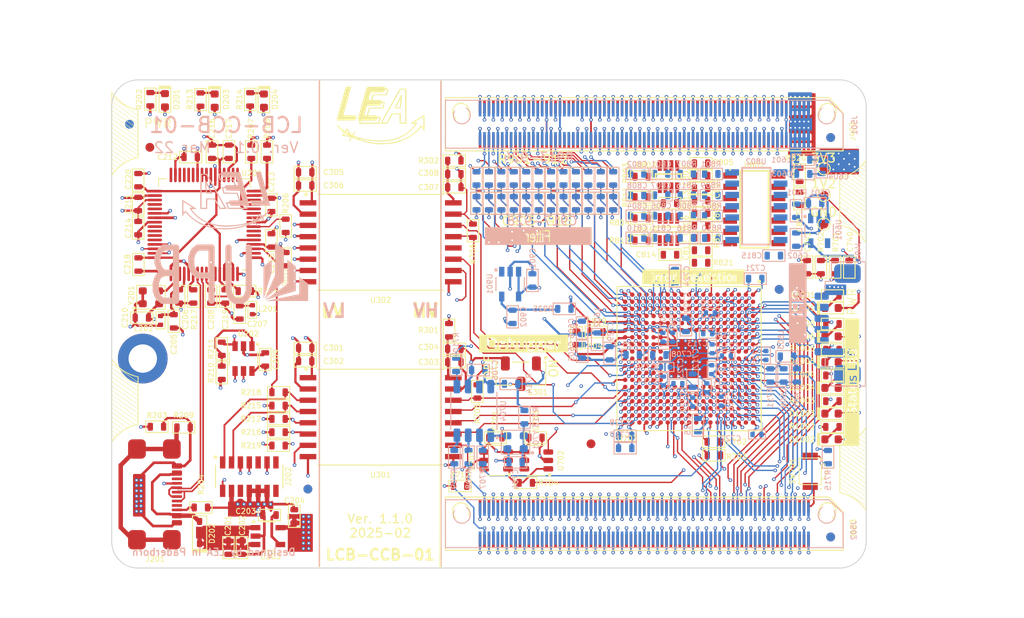
<source format=kicad_pcb>
(kicad_pcb (version 20240108) (generator "pcbnew") (generator_version "8.0")
  (title_block (title "LCB-CCB-01") (date "2024-12-12") (rev "1.1.0") (company "PADERBORN UNIVERSITY DEPARTMENT OF POWER ELECTRONICS AND ELECTRICAL DRIVES"))
  (layers (0 "F.Cu" signal) (1 "In1.Cu" power) (2 "In2.Cu" signal) (3 "In3.Cu" signal) (4 "In4.Cu" signal) (5 "In5.Cu" signal) (6 "In6.Cu" power) (31 "B.Cu" signal) (34 "B.Paste" user) (35 "F.Paste" user) (36 "B.SilkS" user "B.Silkscreen") (37 "F.SilkS" user "F.Silkscreen") (38 "B.Mask" user) (39 "F.Mask" user) (44 "Edge.Cuts" user))
  (net 0 "")
  (net 1 "/XDS100 - Page 2/VPHY")
  (net 2 "GND_LV")
  (net 3 "/XDS100 - Page 2/VPLL")
  (net 4 "+5V_LV")
  (net 5 "Net-(U203-BYP)")
  (net 6 "+3.3V_LV")
  (net 7 "AGND_HV")
  (net 8 "/MCU - Page 7/MCU_XRSn")
  (net 9 "+1.8V_HV")
  (net 10 "+3.3V_HV")
  (net 11 "GND_HV")
  (net 12 "+3V3_Connector_HV")
  (net 13 "+1V2_HV")
  (net 14 "+3.3V_HV_A")
  (net 15 "+1.2V_HV")
  (net 16 "/Error Detection - Page 8/OPA1IN-")
  (net 17 "/Error Detection - Page 8/OPA1IN+")
  (net 18 "Net-(U301-VCC2)")
  (net 19 "/Error Detection - Page 8/OPA3IN-")
  (net 20 "/Error Detection - Page 8/OPA3IN+")
  (net 21 "/Error Detection - Page 8/OPA2_IN-")
  (net 22 "/Error Detection - Page 8/OPA2IN+")
  (net 23 "/Analog Filter - Page 9/A3_N")
  (net 24 "/Error Detection - Page 8/OPA4IN-")
  (net 25 "/Error Detection - Page 8/OPA4IN+")
  (net 26 "/Analog Filter - Page 9/A4_P")
  (net 27 "/Analog Filter - Page 9/A5_N")
  (net 28 "Net-(U302-VCC2)")
  (net 29 "/Analog Filter - Page 9/C2_P")
  (net 30 "/Analog Filter - Page 9/C3_N")
  (net 31 "/Analog Filter - Page 9/B4_P")
  (net 32 "/Analog Filter - Page 9/B5_N")
  (net 33 "/Analog Filter - Page 9/B3_N")
  (net 34 "/Analog Filter - Page 9/A0_P")
  (net 35 "/Analog Filter - Page 9/A1_N")
  (net 36 "/Analog Filter - Page 9/C5_N")
  (net 37 "/Analog Filter - Page 9/IN14_P")
  (net 38 "/Analog Filter - Page 9/IN15_N")
  (net 39 "/Analog Filter - Page 9/B0_P")
  (net 40 "Net-(D201-PadC)")
  (net 41 "/Analog Filter - Page 9/B1_N")
  (net 42 "Net-(D203-PadC)")
  (net 43 "Net-(D204-PadC)")
  (net 44 "Net-(D1001-PadC)")
  (net 45 "Net-(D1002-PadC)")
  (net 46 "Net-(D1003-PadC)")
  (net 47 "Net-(D1004-PadC)")
  (net 48 "Net-(D1005-PadC)")
  (net 49 "Net-(D1006-PadC)")
  (net 50 "TCK_HV")
  (net 51 "TCK_LV")
  (net 52 "TDI_HV")
  (net 53 "TDI_LV")
  (net 54 "TMS_HV")
  (net 55 "TMS_LV")
  (net 56 "TDO_HV")
  (net 57 "TDO_LV")
  (net 58 "/Analog Filter - Page 9/D2_P")
  (net 59 "TRST_HV")
  (net 60 "TRST_LV")
  (net 61 "SCIA_RX_HV")
  (net 62 "SCIA_TX_LV")
  (net 63 "SCIA_TX_HV")
  (net 64 "SCIA_RX_LV")
  (net 65 "/Analog Filter - Page 9/D3_N")
  (net 66 "/Analog Filter - Page 9/D1_N")
  (net 67 "/Analog Filter - Page 9/D5_N")
  (net 68 "/Analog Filter - Page 9/D4_P")
  (net 71 "SPIA_STEn|GPIO19")
  (net 72 "SPIA_MISO|GPIO17")
  (net 73 "SPIA_MOSI|GPIO16")
  (net 74 "SPIA_CLK|GPIO18")
  (net 75 "ADC_IN15_N")
  (net 76 "ADC_A1_N")
  (net 77 "ADC_IN14_P")
  (net 78 "ADC_A0_P")
  (net 79 "ADC_A3_N")
  (net 80 "ADC_A5_N")
  (net 81 "ADC_A2_P")
  (net 82 "ADC_A4_P")
  (net 83 "ADC_B1_N")
  (net 84 "ADC_B3_N")
  (net 85 "ADC_B0_P")
  (net 86 "ADC_B2_P")
  (net 87 "ADC_B5_N")
  (net 88 "ADC_C3_N")
  (net 89 "ADC_B4_P")
  (net 90 "ADC_C2_P")
  (net 91 "ADC_C5_N")
  (net 92 "ADC_D1_N")
  (net 93 "ADC_C4_P")
  (net 94 "ADC_D0_P")
  (net 95 "ADC_D3_N")
  (net 96 "ADC_D5_N")
  (net 97 "ADC_D2_P")
  (net 98 "ADC_D4_P")
  (net 99 "SCIC_TX|GPIO12")
  (net 100 "SCIC_RX|GPIO13")
  (net 101 "SCIB_TX|GPIO22")
  (net 102 "SCIB_RX|GPIO23")
  (net 103 "SPID_CLK|GPIO93")
  (net 104 "SPID_STEn|GPIO94")
  (net 105 "SPID_MOSI|GPIO91")
  (net 106 "SPID_MISO|GPIO92")
  (net 107 "SPIC_CLK|GPIO102")
  (net 108 "SPIC_STEn|GPIO103")
  (net 109 "SPIC_MOSI|GPIO100")
  (net 110 "SPIB_CLK|GPIO26")
  (net 111 "SPIB_STEn|GPIO27")
  (net 112 "SPIB_MOSI|GPIO24")
  (net 113 "SPIB_MISO|GPIO25")
  (net 114 "ENET_MII_TX_Data0|GPIO121")
  (net 115 "ENET_MII_TX_ERR|GPIO119")
  (net 116 "ENET_MII_TX_CLK|GPIO120")
  (net 117 "ENET_MII_RX_Data3|GPIO117")
  (net 118 "ENET_MII_TX_EN|GPIO118")
  (net 119 "ENET_MII_RX_Data1|GPIO115")
  (net 120 "ENET_MII_RX_Data2|GPIO116")
  (net 121 "ENET_MII_RX_ERR|GPIO113")
  (net 122 "ENET_MII_RX_Data0|GPIO114")
  (net 123 "ENET_MII_RX_CLK|GPIO111")
  (net 124 "ENET_MII_RX_DV|GPIO112")
  (net 125 "ENET_CLK_25MHz")
  (net 126 "ENET_MII_CRS|GPIO109")
  (net 127 "ENET_MII_COL|GPIO110")
  (net 128 "ENET_REVMII_MDIO_RST|GPIO107")
  (net 129 "ENET_MII_INTR|GPIO108")
  (net 130 "ENET_MDIO_CLK|GPIO105")
  (net 131 "ENET_MDIO_DATA|GPIO106")
  (net 132 "ENET_PPSO|GPIO47")
  (net 133 "ENET_PPS1|GPIO48")
  (net 134 "ENET_MII_TX_Data3|GPIO124")
  (net 135 "ENET_RMII_CLK|GPIO73")
  (net 136 "ENET_MII_TX_Data1|GPIO122")
  (net 137 "ENET_MII_TX_Data2|GPIO123")
  (net 138 "SSIA_CLK|GPIO56")
  (net 139 "SSIA_FSS|GPIO57")
  (net 140 "SSIA_TX|GPIO54")
  (net 141 "SSIA_RX|GPIO55")
  (net 142 "CM-I2CA_SDA|GPIO31")
  (net 143 "CM-I2CA_SCL|GPIO32")
  (net 144 "CANB_RX|GPIO39")
  (net 145 "CANB_TX|GPIO38")
  (net 146 "CANA_RX|GPIO36")
  (net 147 "CANA_TX|GPIO37")
  (net 148 "GPIO98_RstFF3")
  (net 149 "GPIO99_Err3")
  (net 150 "GPIO104_nErr3")
  (net 151 "P1_CLK_25MHz")
  (net 152 "P0_CLK_25MHz")
  (net 153 "ESC_MDIO_DATA|GPIO153")
  (net 154 "ESC_RX1_DATA2|GPIO65")
  (net 155 "ESC_PHY_CLK|GPIO154")
  (net 156 "ESC_RX1_DATA0|GPIO63")
  (net 157 "ESC_RX1_DATA3|GPIO66")
  (net 158 "ESC_LED_RUN|GPIO61")
  (net 159 "ESC_RX1_DATA1|GPIO64")
  (net 160 "ESC_PHY1_LINKSTATUS|GPIO68")
  (net 161 "ESC_LED_STATE_RUN|GPIO62")
  (net 162 "ESC_I2C_SCL|GPIO30")
  (net 163 "ESC_RX1_CLK|GPIO69")
  (net 164 "ESC_LED_ERR|GPIO60")
  (net 165 "ESC_I2C_SDA|GPIO29")
  (net 166 "ESC_LED_LINK0_ACTIVE|GPIO58")
  (net 167 "ESC_LED_LINK1_ACTIVE|GPIO59")
  (net 168 "ESC_RX1_DV|GPIO136")
  (net 169 "ESC_MDIO_CLK|GPIO46")
  (net 170 "ESC_TX1_DATA1|GPIO132")
  (net 171 "ESC_TX1_DATA2|GPIO134")
  (net 172 "GPIO52")
  (net 173 "GPIO53")
  (net 174 "ESC_TX1_CLK|GPIO130")
  (net 175 "ESC_TX1_DATA0|GPIO131")
  (net 176 "ESC_SYNC1|GPIO128")
  (net 177 "ESC_TX1_ENA|GPIO129")
  (net 178 "ESC_LATCH1|GPIO126")
  (net 179 "ESC_SYNC0|GPIO127")
  (net 180 "ESC_TX1_DATA3|GPIO72")
  (net 181 "ESC_LATCH0|GPIO125")
  (net 182 "ESC_TX0_DATA3|GPIO90")
  (net 183 "ESC_RX1_ERR|GPIO71")
  (net 184 "ESC_TX0_DATA1|GPIO88")
  (net 185 "ESC_TX0_DATA2|GPIO89")
  (net 186 "GPIO50")
  (net 187 "GPIO51")
  (net 188 "ESC_PHY0_LINKSTATUS|GPIO86")
  (net 189 "ESC_TX0_DATA0|GPIO87")
  (net 190 "ESC_TX0_ENA|GPIO84")
  (net 191 "ESC_TX0_CLK|GPIO85")
  (net 192 "ESC_RX0_DATA2|GPIO82")
  (net 193 "ESC_RX0_DATA3|GPIO83")
  (net 194 "ESC_RX0_DATA0|GPIO80")
  (net 195 "ESC_RX0_DATA1|GPIO81")
  (net 196 "ESC_RX0_DV|GPIO78")
  (net 197 "ESC_RX0_ERR|GPIO79")
  (net 198 "ESC_PHY_RESETn|GPIO76")
  (net 199 "ESC_RX0_CLK|GPIO77")
  (net 200 "I2CA_SDA|GPIO0")
  (net 201 "I2CA_SCL|GPIO1")
  (net 202 "MCAN_TX|GPIO4")
  (net 203 "MCAN_RX|GPIO70")
  (net 204 "EPWM16A|GPIO143")
  (net 205 "EPWM16B|GPIO144")
  (net 206 "EPWM15A|GPIO141")
  (net 207 "EPWM15B|GPIO142")
  (net 208 "EPWM14A|GPIO139")
  (net 209 "EPWM14B|GPIO140")
  (net 210 "EPWM13A|GPIO137")
  (net 211 "EPWM13B|GPIO138")
  (net 212 "EPWM12A|GPIO167")
  (net 213 "EPWM12B|GPIO168")
  (net 214 "EPWM11A|GPIO165")
  (net 215 "EPWM11B|GPIO166")
  (net 216 "EPWM10A|GPIO163")
  (net 217 "EPWM10B|GPIO164")
  (net 218 "EPWM9A|GPIO161")
  (net 219 "EPWM9B|GPIO162")
  (net 220 "EPWM8A|GPIO159")
  (net 221 "EPWM8B|GPIO160")
  (net 222 "EPWM7A|GPIO157")
  (net 223 "EPWM7B|GPIO158")
  (net 224 "EPWM6A|GPIO155")
  (net 225 "EPWM6B|GPIO156")
  (net 226 "EPWM5A|GPIO8")
  (net 227 "EPWM5B|GPIO9")
  (net 228 "EPWM4A|GPIO151")
  (net 229 "EPWM4B|GPIO152")
  (net 230 "EPWM3A|GPIO149")
  (net 231 "EPWM3B|GPIO150")
  (net 232 "EPWM2A|GPIO147")
  (net 233 "EPWM2B|GPIO148")
  (net 234 "EPWM1A|GPIO145")
  (net 235 "EPWM1B|GPIO146")
  (net 236 "UARTA_TX|GPIO42")
  (net 237 "UARTA_RX|GPIO43")
  (net 238 "/XDS100 - Page 2/VBUS")
  (net 239 "/Isolation - Page 3/Enable_Output")
  (net 240 "Net-(U201-ADBUS7)")
  (net 241 "/Error Detection - Page 8/FF3_Data")
  (net 242 "/Error Detection - Page 8/FF4_Data")
  (net 243 "Net-(U201-ACBUS2)")
  (net 244 "/Error Detection - Page 8/FF2_Data")
  (net 245 "/Error Detection - Page 8/FF1_Data")
  (net 246 "Net-(U601-EN)")
  (net 247 "Net-(U701-SENSE)")
  (net 248 "/XDS100 - Page 2/CC1")
  (net 249 "Net-(U201-ACBUS5)")
  (net 250 "Net-(U202-DO)")
  (net 251 "Net-(U701-UV)")
  (net 252 "Net-(U704-Q1)")
  (net 253 "Net-(U704-Q2)")
  (net 254 "Net-(U704-Q3)")
  (net 255 "Net-(U704-Q4)")
  (net 266 "Net-(U201-BDBUS2)")
  (net 274 "/XDS100 - Page 2/D+")
  (net 275 "/XDS100 - Page 2/D-")
  (net 279 "/XDS100 - Page 2/CC2")
  (net 288 "Net-(C806-Pad1)")
  (net 289 "Net-(C809-Pad1)")
  (net 290 "Net-(C812-Pad1)")
  (net 291 "/XDS100 - Page 2/Shield")
  (net 292 "/XDS100 - Page 2/XDS100_TMS")
  (net 296 "/XDS100 - Page 2/RESET")
  (net 297 "/XDS100 - Page 2/XDS100_TCK")
  (net 298 "/XDS100 - Page 2/EE_Data")
  (net 303 "Net-(C803-Pad1)")
  (net 304 "/XDS100 - Page 2/LED54")
  (net 305 "/XDS100 - Page 2/LED55")
  (net 306 "/XDS100 - Page 2/XDS100_TDI")
  (net 307 "/XDS100 - Page 2/XDS100_TDO")
  (net 308 "/XDS100 - Page 2/REF")
  (net 309 "/XDS100 - Page 2/XDS100_TRST")
  (net 310 "/MCU - Page 7/CLK_F283XX_25MHz")
  (net 311 "/Analog Filter - Page 9/ADC_Ref3.0V")
  (net 312 "/Analog Filter - Page 9/VREFH")
  (net 313 "/XDS100 - Page 2/CLK_12MHz")
  (net 314 "/XDS100 - Page 2/EE_CLK")
  (net 315 "/XDS100 - Page 2/EE_CS")
  (net 316 "LED_Green|GPIO5")
  (net 317 "LED_Green|GPIO3")
  (net 318 "LED_Yellow|GPIO2")
  (net 319 "LED_Red|GPIO6")
  (net 320 "LED_Red|GPIO7")
  (net 321 "GPIO41")
  (net 322 "GPIO33")
  (net 323 "GPIO40")
  (net 324 "GPIO34")
  (net 325 "FreePin1")
  (net 326 "FreePin2")
  (net 327 "FreePin5")
  (net 328 "FreePin3")
  (net 329 "FreePin6")
  (net 330 "/MCU - Page 7/25MHz_CLK")
  (net 331 "GPIO44")
  (net 332 "GPIO45")
  (net 333 "GPIO20_nErr1")
  (net 334 "GPIO21_nErr2")
  (net 335 "GPIO97_RstFF2")
  (net 336 "GPIO10_RstFF1")
  (net 337 "GPIO95_Err2")
  (net 338 "GPIO11_RstFF4")
  (net 339 "GPIO96_Err4")
  (net 340 "GPIO14_nErr4")
  (net 341 "GPIO15_Err1")
  (net 342 "GPIO49")
  (net 343 "FreePin4")
  (net 344 "FreePin7")
  (net 345 "SPIC_MISO|GPIO101")
  (net 352 "FreePin8")
  (net 365 "Net-(Y701-Tri-State)")
  (net 366 "Net-(U704-OE)")
  (net 367 "Net-(U801C-VCC)")
  (net 368 "/Analog Filter - Page 9/A2_P")
  (net 369 "/Analog Filter - Page 9/B2_P")
  (net 370 "/Analog Filter - Page 9/C4_P")
  (net 371 "/Analog Filter - Page 9/D0_P")
  (net 372 "Net-(R715-Pad1)")
  (net 373 "Net-(U803C-VCC)")
  (footprint "LEA_FootprintLibrary:LED_0603_R" (layer "F.Cu") (at 106 104.05)
    (property "Reference" "D1004")
    (property "Value" "1mA" (hide yes))
  )
  (footprint "LEA_FootprintLibrary:Fiducials_medium" (layer "F.Cu") (at 100.1 92.95)
    (property "Reference" "O905" (hide yes))
    (property "Value" "Fiducial_medium" (hide yes))
  )
  (footprint "LEA_FootprintLibrary:C_0603" (layer "F.Cu") (at 67.4 83.25 -90)
    (property "Reference" "C906" (hide yes))
    (property "Value" "100p" (hide yes))
  )
  (footprint "LEA_FootprintLibrary:R_0603" (layer "F.Cu") (at 106.1 96.85)
    (property "Reference" "R1006")
    (property "Value" "680R" (hide yes))
  )
  (footprint "LEA_FootprintLibrary:Fiducials_medium" (layer "F.Cu") (at 29.2 76.95)
    (property "Reference" "O901" (hide yes))
    (property "Value" "Fiducial_medium" (hide yes))
  )
  (footprint "LEA_FootprintLibrary:R_0603" (layer "F.Cu") (at 44.5 89.55 -90)
    (property "Reference" "R201")
    (property "Value" "2k2" (hide yes))
  )
  (footprint "LEA_FootprintLibrary:C_0603" (layer "F.Cu") (at 46.7 81.25 180)
    (property "Reference" "C306")
    (property "Value" "100n" (hide yes))
  )
  (footprint "LEA_FootprintLibrary:R_0603" (layer "F.Cu") (at 106.1 105.55)
    (property "Reference" "R1003")
    (property "Value" "680R" (hide yes))
  )
  (footprint "LEA_FootprintLibrary:CLM-107-02-L-D-K-TR" (layer "F.Cu") (at 40.4 114.05)
    (property "Reference" "J202")
    (property "Value" "CLM-107-02-L-D-K-TR" (hide yes))
  )
  (footprint "LEA_FootprintLibrary:C_0603" (layer "F.Cu") (at 28.3 96.15)
    (property "Reference" "C210")
    (property "Value" "100n" (hide yes))
  )
  (footprint "LEA_FootprintLibrary:C_0603" (layer "F.Cu") (at 80 83.25 -90)
    (property "Reference" "C915" (hide yes))
    (property "Value" "100p" (hide yes))
  )
  (footprint "LEA_FootprintLibrary:R_0603" (layer "F.Cu") (at 43.7 104.55)
    (property "Reference" "R218")
    (property "Value" "0R0" (hide yes))
  )
  (footprint "LEA_FootprintLibrary:C_0603" (layer "F.Cu") (at 42.2 100.85 90)
    (property "Reference" "C209")
    (property "Value" "100n" (hide yes))
  )
  (footprint "LEA_FootprintLibrary:LED_0603_R" (layer "F.Cu") (at 106 98.25)
    (property "Reference" "D1006")
    (property "Value" "1mA" (hide yes))
  )
  (footprint "LEA_FootprintLibrary:C_0603" (layer "F.Cu") (at 79.5 97.75)
    (property "Reference" "C929")
    (property "Value" "22u" (hide yes))
  )
  (footprint "LEA_FootprintLibrary:C_0603" (layer "F.Cu") (at 87.8 89.05 180)
    (property "Reference" "C814")
    (property "Value" "100n" (hide yes))
  )
  (footprint "LEA_FootprintLibrary:C_0603" (layer "F.Cu") (at 27.886 83.334 -90)
    (property "Reference" "C211")
    (property "Value" "100n" (hide yes))
  )
  (footprint "LEA_FootprintLibrary:R_0603" (layer "F.Cu") (at 91.3 78.75)
    (property "Reference" "R805")
    (property "Value" "33k" (hide yes))
  )
  (footprint "LEA_FootprintLibrary:R_0603" (layer "F.Cu") (at 84.6 82.55)
    (property "Reference" "R811")
    (property "Value" "1k0" (hide yes))
  )
  (footprint "LEA_FootprintLibrary:R_0603" (layer "F.Cu") (at 91.3 84.35 180)
    (property "Reference" "R806")
    (property "Value" "33k" (hide yes))
  )
  (footprint "LEA_FootprintLibrary:C_0603" (layer "F.Cu") (at 27.886 86.05 90)
    (property "Reference" "C214")
    (property "Value" "100n" (hide yes))
  )
  (footprint "LEA_FootprintLibrary:R_0603" (layer "F.Cu") (at 65.6 86.35 90)
    (property "Reference" "R706")
    (property "Value" "2k2" (hide yes))
  )
  (footprint "LEA_FootprintLibrary:C_0603" (layer "F.Cu") (at 42.9 83.436 -90)
    (property "Reference" "C213")
    (property "Value" "100n" (hide yes))
  )
  (footprint "LEA_FootprintLibrary:R_0603" (layer "F.Cu") (at 34.9 71.57 -90)
    (property "Reference" "R213")
    (property "Value" "680R" (hide yes))
  )
  (footprint "LEA_FootprintLibrary:LED_0603_G" (layer "F.Cu") (at 106 95.05)
    (property "Reference" "D1001")
    (property "Value" "1mA" (hide yes))
  )
  (footprint "LEA_FootprintLibrary:R_0603" (layer "F.Cu") (at 91.3 82.95 180)
    (property "Reference" "R813")
    (property "Value" "33k" (hide yes))
  )
  (footprint "LEA_FootprintLibrary:C_0603" (layer "F.Cu") (at 68.8 83.25 -90)
    (property "Reference" "C907" (hide yes))
    (property "Value" "100p" (hide yes))
  )
  (footprint "LEA_FootprintLibrary:R_0603" (layer "F.Cu") (at 77.2 80.45 90)
    (property "Reference" "R909" (hide yes))
    (property "Value" "1k0" (hide yes))
  )
  (footprint "LEA_FootprintLibrary:SOT-23-8" (layer "F.Cu") (at 87.625 86.2 -90)
    (property "Reference" "U804")
    (property "Value" "TLV7012DDFR" (hide yes))
  )
  (footprint "LEA_FootprintLibrary:R_0603" (layer "F.Cu") (at 84.6 84.95)
    (property "Reference" "R804")
    (property "Value" "1k0" (hide yes))
  )
  (footprint "LEA_FootprintLibrary:R_0603" (layer "F.Cu") (at 91.3 87.15 180)
    (property "Reference" "R814")
    (property "Value" "33k" (hide yes))
  )
  (footprint "LEA_FootprintLibrary:C_0603" (layer "F.Cu") (at 72.635 109.65)
    (property "Reference" "C703")
    (property "Value" "100n" (hide yes))
  )
  (footprint "LEA_FootprintLibrary:R_0603" (layer "F.Cu") (at 40.5 71.55 -90)
    (property "Reference" "R214")
    (property "Value" "680R" (hide yes))
  )
  (footprint "LEA_FootprintLibrary:C_0603" (layer "F.Cu") (at 81.4 83.25 -90)
    (property "Reference" "C916" (hide yes))
    (property "Value" "100p" (hide yes))
  )
  (footprint "LEA_FootprintLibrary:LQFP-64_12x12_Pitch0.5mm_FTDI" (layer "F.Cu") (at 35.324 85.636 90)
    (property "Reference" "U201")
    (property "Value" "FT2232HL" (hide yes))
  )
  (footprint "LEA_FootprintLibrary:R_0603" (layer "F.Cu") (at 102.4 80.05 -90)
    (property "Reference" "R820")
    (property "Value" "0R0" (hide yes))
  )
  (footprint "LEA_FootprintLibrary:Fiducials_medium" (layer "F.Cu") (at 105.9 75.85)
    (property "Reference" "O910" (hide yes))
    (property "Value" "Fiducial_medium" (hide yes))
  )
  (footprint "LEA_FootprintLibrary:C_0603" (layer "F.Cu") (at 27.9 90.15 -90)
    (property "Reference" "C218")
    (property "Value" "100n" (hide yes))
  )
  (footprint "LEA_FootprintLibrary:TSOT-23-6_TI" (layer "F.Cu") (at 68.2 112.225 180)
    (property "Reference" "U701")
    (property "Value" "TPS3702CX33DDCT" (hide yes))
  )
  (footprint "LEA_FootprintLibrary:R_0603" (layer "F.Cu") (at 106.1 93.65)
    (property "Reference" "R1001")
    (property "Value" "680R" (hide yes))
  )
  (footprint "LEA_FootprintLibrary:L_0402" (layer "F.Cu") (at 30.4 96.45 -90)
    (property "Reference" "L202")
    (property "Value" "600R/300mA" (hide yes))
  )
  (footprint "LEA_FootprintLibrary:LED_0603_G" (layer "F.Cu") (at 30.9 71.65 -90)
    (property "Reference" "D201")
    (property "Value" "1mA" (hide yes))
  )
  (footprint "LEA_FootprintLibrary:C_0603" (layer "F.Cu") (at 71.6 83.25 -90)
    (property "Reference" "C909" (hide yes))
    (property "Value" "100p" (hide yes))
  )
  (footprint "LOGO" (layer "F.Cu") (at 55.15 73.35)
    (property "Reference" "G***" (hide yes))
    (property "Value" "LOGO" (hide yes))
  )
  (footprint "LEA_FootprintLibrary:C_0603" (layer "F.Cu") (at 70.2 83.25 -90)
    (property "Reference" "C908" (hide yes))
    (property "Value" "100p" (hide yes))
  )
  (footprint "LEA_FootprintLibrary:SOT-23-6_Microchip" (layer "F.Cu") (at 39.75 99.35 180)
    (property "Reference" "U202")
    (property "Value" "93LC56BT-I_OT" (hide yes))
  )
  (footprint "LEA_FootprintLibrary:R_0603" (layer "F.Cu") (at 106.1 99.75)
    (property "Reference" "R1005")
    (property "Value" "680R" (hide yes))
  )
  (footprint "LEA_FootprintLibrary:R_0603" (layer "F.Cu") (at 33 108.5 180)
    (property "Reference" "R209")
    (property "Value" "0R0" (hide yes))
  )
  (footprint "LEA_FootprintLibrary:C_0603" (layer "F.Cu") (at 75.8 83.25 -90)
    (property "Reference" "C912" (hide yes))
    (property "Value" "100p" (hide yes))
  )
  (footprint "LEA_FootprintLibrary:C_0603" (layer "F.Cu") (at 38.051 122.05 -90)
    (property "Reference" "C201")
    (property "Value" "4u7" (hide yes))
  )
  (footprint "LEA_FootprintLibrary:R_0603" (layer "F.Cu") (at 43.7 109.05)
    (property "Reference" "R216")
    (property "Value" "0R0" (hide yes))
  )
  (footprint "LEA_FootprintLibrary:C_0603" (layer "F.Cu") (at 63.5 79.95)
    (property "Reference" "C308")
    (property "Value" "2u2" (hide yes))
  )
  (footprint "LEA_FootprintLibrary:R_0603" (layer "F.Cu") (at 37.3 102.35 -90)
    (property "Reference" "R210")
    (property "Value" "10k" (hide yes))
  )
  (footprint "LEA_FootprintLibrary:C_0603" (layer "F.Cu") (at 46.7 99.55 180)
    (property "Reference" "C301")
    (property "Value" "2u2" (hide yes))
  )
  (footprint "LEA_FootprintLibrary:C_0603" (layer "F.Cu") (at 66 83.25 -90)
    (property "Reference" "C905" (hide yes))
    (property "Value" "100p" (hide yes))
  )
  (footprint "LEA_FootprintLibrary:SOT-23-8" (layer "F.Cu") (at 87.625 80.25 -90)
    (property "Reference" "U803")
    (property "Value" "TLV7012DDFR" (hide yes))
  )
  (footprint "LEA_FootprintLibrary:R_0603" (layer "F.Cu") (at 34.1 93.75 90)
    (property "Reference" "R217")
    (property "Value" "12k" (hide yes))
  )
  (footprint "LEA_FootprintLibrary:R_0603" (layer "F.Cu") (at 37.3 99.65 90)
    (property "Reference" "R211")
    (property "Value" "2k2" (hide yes))
  )
  (footprint "LEA_FootprintLibrary:R_0603" (layer "F.Cu") (at 71.55 114.75)
    (property "Reference" "R704")
    (property "Value" "0R0" (hide yes))
  )
  (footprint "LEA_FootprintLibrary:SOIC-16_TI_DWW0016A_Optimized" (layer "F.Cu") (at 55.2 87.65 -90)
    (property "Reference" "U302")
    (property "Value" "ISO_ISO7741FQDWWQ1" (hide yes))
  )
  (footprint "LEA_FootprintLibrary:C_0603" (layer "F.Cu") (at 103.25 90.45 90)
    (property "Reference" "C741")
    (property "Value" "1u0" (hide yes))
  )
  (footprint "LEA_FootprintLibrary:TSOT-23-6_TI" (layer "F.Cu") (at 72.735 112.225 180)
    (property "Reference" "U702")
    (property "Value" "TPS3702CX12DDCT" (hide yes))
  )
  (footprint "LEA_FootprintLibrary:R_0603" (layer "F.Cu") (at 106.4 90.45 90)
    (property "Reference" "R701")
    (property "Value" "2k2" (hide yes))
  )
  (footprint "LEA_FootprintLibrary:C_0603" (layer "F.Cu") (at 38.1 77.45 90)
    (property "Reference" "C217")
    (property "Value" "100n" (hide yes))
  )
  (footprint "LEA_FootprintLibrary:SO-14" (layer "F.Cu") (at 97.3 83.94)
    (property "Reference" "U801")
    (property "Value" "74HC74D-Q100,118" (hide yes))
  )
  (footprint "LOGO" (layer "F.Cu") (at 71.3 99.05)
    (property "Reference" "G***" (hide yes))
    (property "Value" "LOGO" (hide yes))
  )
  (footprint "LEA_FootprintLibrary:C_0603" (layer "F.Cu") (at 91.3 81.55 180)
    (property "Reference" "C809")
    (property "Value" "100n" (hide yes))
  )
  (footprint "LEA_FootprintLibrary:C_0603" (layer "F.Cu") (at 92.73 110.12 180)
    (property "Reference" "C702")
    (property "Value" "10n" (hide yes))
  )
  (footprint "LEA_FootprintLibrary:Fiducials_medium" (layer "F.Cu") (at 105.9 120.85)
    (property "Reference" "O903" (hide yes))
    (property "Value" "Fiducial_medium" (hide yes))
  )
  (footprint "LEA_FootprintLibrary:LED_0603_G" (layer "F.Cu") (at 36.5 71.69 -90)
    (property "Reference" "D203")
    (property "Value" "1mA" (hide yes))
  )
  (footprint "LEA_FootprintLibrary:C_0603" (layer "F.Cu") (at 108 90.45 90)
    (property "Reference" "C740")
    (property "Value" "1u0" (hide yes))
  )
  (footprint "LEA_FootprintLibrary:C_0603" (layer "F.Cu") (at 33.8 78.05 180)
    (property "Reference" "C212")
    (property "Value" "100n" (hide yes))
  )
  (footprint "LEA_FootprintLibrary:C_0603" (layer "F.Cu") (at 39.324 95.55 -90)
    (property "Reference" "C207")
    (property "Value" "4u7" (hide yes))
  )
  (footprint "LEA_FootprintLibrary:R_0603" (layer "F.Cu") (at 43.7 106.05)
    (property "Reference" "R215")
    (property "Value" "0R0" (hide yes))
  )
  (footprint "LEA_FootprintLibrary:R_0603" (layer "F.Cu") (at 43.7 107.55)
    (property "Reference" "R212")
    (property "Value" "0R0" (hide yes))
  )
  (footprint "LEA_FootprintLibrary:R_0603" (layer "F.Cu") (at 67.4 80.45 90)
    (property "Reference" "R902" (hide yes))
    (property "Value" "1k0" (hide yes))
  )
  (footprint "LEA_FootprintLibrary:R_0603" (layer "F.Cu") (at 30 108.425 180)
    (property "Reference" "R203")
    (property "Value" "4k99" (hide yes))
  )
  (footprint "LEA_FootprintLibrary:C_0603" (layer "F.Cu") (at 39.575 122.05 -90)
    (property "Reference" "C202")
    (property "Value" "10n" (hide yes))
  )
  (footprint "LEA_FootprintLibrary:R_0603" (layer "F.Cu") (at 63.5 78.45 180)
    (property "Reference" "R302")
    (property "Value" "0R0" (hide yes))
  )
  (footprint "LEA_FootprintLibrary:R_0603" (layer "F.Cu") (at 34.95 117.525)
    (property "Reference" "R204")
    (property "Value" "4k99" (hide yes))
  )
  (footprint "LEA_FootprintLibrary:C_0603" (layer "F.Cu") (at 36.2 77.45 90)
    (property "Reference" "C216")
    (property "Value" "4u7" (hide yes))
  )
  (footprint "LEA_FootprintLibrary:SOIC-16_TI_DWW0016A_Optimized" (layer "F.Cu") (at 55.2 107.35 -90)
    (property "Reference" "U301")
    (property "Value" "ISO_ISO7741FQDWWQ1" (hide yes))
  )
  (footprint "LEA_FootprintLibrary:ERF5-075-05.0-L-DV" (layer "F.Cu") (at 84.9 119.35)
    (property "Reference" "J403")
    (property "Value" "ERF5-075-05.0-L-DV-TR" (hide yes))
  )
  (footprint "LEA_FootprintLibrary:LED_0603_R" (layer "F.Cu") (at 106 101.15)
    (property "Reference" "D1005")
    (property "Value" "1mA" (hide yes))
  )
  (footprint "LEA_FootprintLibrary:R_0603" (layer "F.Cu") (at 43.7 110.55)
    (property "Reference" "R219")
    (property "Value" "0R0" (hide yes))
  )
  (footprint "LEA_FootprintLibrary:R_0603" (layer "F.Cu") (at 91.3 89.95 180)
    (property "Reference" "R821")
    (property "Value" "0R0" (hide yes))
  )
  (footprint "LEA_FootprintLibrary:USB_C_GCT_USB4110-GF-A" (layer "F.Cu") (at 32.25 116.05 -90)
    (property "Reference" "J201")
    (property "Value" "USBC_GTC_USB4110-GF-A" (hide yes))
  )
  (footprint "LEA_FootprintLibrary:C_0603" (layer "F.Cu") (at 91.3 80.15)
    (property "Reference" "C803")
    (property "Value" "100n" (hide yes))
  )
  (footprint "LEA_FootprintLibrary:R_0603" (layer "F.Cu") (at 106.1 102.65)
    (property "Reference" "R1004")
    (property "Value" "680R" (hide yes))
  )
  (footprint "LEA_FootprintLibrary:SOT-23-5_Microchip" (layer "F.Cu") (at 41.1 120.75 -90)
    (property "Reference" "U203")
    (property "Value" "MIC5259-3.3YD5-TR" (hide yes))
  )
  (footprint "LEA_FootprintLibrary:C_0603" (layer "F.Cu") (at 74.4 83.25 -90)
    (property "Reference" "C911" (hide yes))
    (property "Value" "100p" (hide yes))
  )
  (footprint "LEA_FootprintLibrary:C_0603" (layer "F.Cu") (at 102.4 82.75 -90)
    (property "Reference" "C813")
    (property "Value" "100n" (hide yes))
  )
  (footprint "LEA_FootprintLibrary:BGA-361_19x19_16.0x16.0mm" (layer "F.Cu") (at 89.95 100.75 -90)
    (property "Reference" "U703")
    (property "Value" "TMS320F2838xDZWT" (hide yes))
  )
  (footprint "LEA_FootprintLibrary:R_0603" (layer "F.Cu") (at 73 80.45 90)
    (property "Reference" "R906" (hide yes))
    (property "Value" "1k0" (hide yes))
  )
  (footprint "LEA_FootprintLibrary:Osc_ECS_2.5x2" (layer "F.Cu") (at 29.324 93.85)
    (property "Reference" "Y201")
    (property "Value" "ECS-2033-120-AU" (hide yes))
  )
  (footprint "LEA_FootprintLibrary:R_0603" (layer "F.Cu") (at 68.8 80.45 90)
    (property "Reference" "R903" (hide yes))
    (property "Value" "1k0" (hide yes))
  )
  (footprint "LEA_FootprintLibrary:R_0603" (layer "F.Cu") (at 84.6 87.45)
    (property "Reference" "R812")
    (property "Value" "1k0" (hide yes))
  )
  (footprint "LEA_FootprintLibrary:Sw_Push_RightAngle" (layer "F.Cu") (at 103.6 113.45 -90)
    (property "Reference" "SW701")
    (property "Value" "SW_Push_RightAngle" (hide yes))
  )
  (footprint "LEA_FootprintLibrary:R_0603" (layer "F.Cu") (at 75.8 80.45 90)
    (property "Reference" "R908" (hide yes))
    (property "Value" "1k0" (hide yes))
  )
  (footprint "LEA_FootprintLibrary:Fiducials_medium" (layer "F.Cu") (at 78.9 110.35)
    (property "Reference" "O906" (hide yes))
    (property "Value" "Fiducial_medium" (hide yes))
  )
  (footprint "LEA_FootprintLibrary:C_0603" (layer "F.Cu") (at 42.9 87.436 90)
    (property "Reference" "C215")
    (property "Value" "100n" (hide yes))
  )
  (footprint "LEA_FootprintLibrary:TestPoint_Pad_D1.0mm" (layer "F.Cu") (at 105.15 85.6)
    (property "Reference" "TP602" (hide yes))
    (property "Value" "TestPoint_Probe")
  )
  (footprint "LEA_FootprintLibrary:R_0603" (layer "F.Cu") (at 71.6 80.45 90)
    (property "Reference" "R905" (hide yes))
    (property "Value" "1k0" (hide yes))
  )
  (footprint "LEA_FootprintLibrary:SOD-323_Infineon" (layer "F.Cu") (at 34.8 120.35 90)
    (property "Reference" "D202")
    (property "Value" "1A0" (hide yes))
  )
  (footprint "LEA_FootprintLibrary:R_0603" (layer "F.Cu") (at 40.624 77.45 -90)
    (property "Reference" "R207")
    (property "Value" "2k2" (hide yes))
  )
  (footprint "LEA_FootprintLibrary:C_0603" (layer "F.Cu") (at 32.5 93.75 -90)
    (property "Reference" "C206")
    (property "Value" "100n" (hide yes))
  )
  (footprint "LEA_FootprintLibrary:C_0603" (layer "F.Cu") (at 87.8 83.25 180)
    (property "Reference" "C903")
    (property "Value" "100n" (hide yes))
  )
  (footprint "LEA_FootprintLibrary:C_0603" (layer "F.Cu") (at 46.7 79.75 180)
    (property "Reference" "C305")
    (property "Value" "2u2" (hide yes))
  )
  (footprint "LEA_FootprintLibrary:R_0603" (layer "F.Cu") (at 80 80.45 90)
    (property "Reference" "R911" (hide yes))
    (property "Value" "1k0" (hide yes))
  )
  (footprint "LOGO" (layer "F.Cu") (at 72.97 86.95)
    (property "Reference" "G***" (hide yes))
    (property "Value" "LOGO" (hide yes))
  )
  (footprint "LEA_FootprintLibrary:C_0603" (layer "F.Cu") (at 63.5 99.65)
    (property "Reference" "C304")
    (property "Value" "2u2" (hide yes))
  )
  (footprint "LEA_FootprintLibrary:R_0603" (layer "F.Cu") (at 74.4 80.45 90)
    (property "Reference" "R907" (hide yes))
    (property "Value" "1k0" (hide yes))
  )
  (footprint "LEA_FootprintLibrary:C_0603" (layer "F.Cu") (at 91.3 88.55 180)
    (property "Reference" "C812")
    (property "Value" "100n" (hide yes))
  )
  (footprint "LEA_FootprintLibrary:MountingHole_M3" (layer "F.Cu") (at 28.4 100.75 180)
    (property "Reference" "H201" (hide yes))
    (property "Value" "M3_MountingHole" (hide yes))
  )
  (footprint "LEA_FootprintLibrary:C_0603" (layer "F.Cu") (at 36.1 93.75 -90)
    (property "Reference" "C208")
    (property "Value" "100n" (hide yes))
  )
  (footprint "LEA_FootprintLibrary:L_0603" (layer "F.Cu") (at 77.26 98.42 -90)
    (property "Reference" "L604")
    (property "Value" "60R/3A5" (hide yes))
  )
  (footprint "LEA_FootprintLibrary:C_0603" (layer "F.Cu") (at 63.5 81.45)
    (property "Reference" "C307")
    (property "Value" "100n" (hide yes))
  )
  (footprint "LEA_FootprintLibrary:LED_0603_G" (layer "F.Cu") (at 106 106.95)
    (property "Reference" "D1003")
    (property "Value" "1mA" (hide yes))
  )
  (footprint "LEA_FootprintLibrary:L_0402" (layer "F.Cu") (at 40.749 95.25 -90)
    (property "Reference" "L201")
    (property "Value" "600R/300mA" (hide yes))
  )
  (footprint "LEA_FootprintLibrary:R_0603" (layer "F.Cu") (at 29.25 71.53 90)
    (property "Reference" "R202")
    (property "Value" "680R" (hide yes))
  )
  (footprint "LEA_FootprintLibrary:TestPoint_Pad_D1.0mm" (layer "F.Cu") (at 105.15 79.35)
    (property "Reference" "TP601" (hide yes))
    (property "Value" "TestPoint_Probe")
  )
  (footprint "LEA_FootprintLibrary:R_0603" (layer "F.Cu") (at 104.8 90.45 90)
    (property "Reference" "R702")
    (property "Value" "2k2" (hide yes))
  )
  (footprint "LEA_FootprintLibrary:C_0603" (layer "F.Cu") (at 42.674 118.384 180)
    (property "Reference" "C203")
    (property "Value" "10n" (hide yes))
  )
  (footprint "LEA_FootprintLibrary:C_0603" (layer "F.Cu") (at 31.9 96.55 -90)
    (property "Reference" "C205")
    (property "Value" "4u7" (hide yes))
  )
  (footprint "LEA_FootprintLibrary:ERF5-075-05.0-L-DV" (layer "F.Cu") (at 84.9 74.35)
    (property "Reference" "J402")
    (property "Value" "ERF5-075-05.0-L-DV-TR" (hide yes))
  )
  (footprint "LEA_FootprintLibrary:R_0603" (layer "F.Cu") (at 44.5 85.796 90)
    (property "Reference" "R206")
    (property "Value" "0R0" (hide yes))
  )
  (footprint "LEA_FootprintLibrary:R_0603" (layer "F.Cu") (at 66 80.45 90)
    (property "Reference" "R901" (hide yes))
    (property "Value" "1k0" (hide yes))
  )
  (footprint "LEA_FootprintLibrary:R_0603" (layer "F.Cu") (at 62.9 97.55 -90)
    (property "Reference" "R301")
    (property "Value" "0R0" (hide yes))
  )
  (footprint "LEA_FootprintLibrary:C_0603" (layer "F.Cu") (at 37.7 93.75 -90)
    (property "Reference" "C219")
    (property "Value" "100n" (hide yes))
  )
  (footprint "LEA_FootprintLibrary:C_0603" (layer "F.Cu") (at 45.475 118.525 90)
    (property "Reference" "C204")
    (property "Value" "1u0" (hide yes))
  )
  (footprint "LEA_FootprintLibrary:C_0603" (layer "F.Cu") (at 27.886 80.65 90)
    (property "Reference" "C220")
    (property "Value" "100n" (hide yes))
  )
  (footprint "LEA_FootprintLibrary:R_0603" (layer "F.Cu") (at 70.2 80.45 90)
    (property "Reference" "R904" (hide yes))
    (property "Value" "1k0" (hide yes))
  )
  (footprint "LEA_FootprintLibrary:R_0603" (layer "F.Cu") (at 84.6 80.25)
    (property "Reference" "R803")
    (property "Value" "1k0" (hide yes))
  )
  (footprint "LEA_FootprintLibrary:R_0603" (layer "F.Cu") (at 42.4 77.45 -90)
    (property "Reference" "R208")
    (property "Value" "2k2" (hide yes))
  )
  (footprint "LEA_FootprintLibrary:LED_0603_G" (layer "F.Cu") (at 106 109.85)
    (property "Reference" "D1002")
    (property "Value" "1mA" (hide yes))
  )
  (footprint "LEA_FootprintLibrary:R_0603" (layer "F.Cu") (at 106.1 108.45)
    (property "Reference" "R1002")
    (property "Value" "680R" (hide yes))
  )
  (footprint "LEA_FootprintLibrary:R_0603" (layer "F.Cu") (at 39.9 93.15)
    (property "Reference" "R205")
    (property "Value" "2k2" (hide yes))
  )
  (footprint "LEA_FootprintLibrary:R_0603" (layer "F.Cu") (at 66.1 104.45 -90)
    (property "Reference" "R705")
    (property "Value" "2k2" (hide yes))
  )
  (footprint "LEA_FootprintLibrary:C_0603" (layer "F.Cu") (at 77.2 83.25 -90)
    (property "Reference" "C913" (hide yes))
    (property "Value" "100p" (hide yes))
  )
  (footprint "LEA_FootprintLibrary:C_0603" (layer "F.Cu") (at 91.3 85.75 180)
    (property "Reference" "C806")
    (property "Value" "100n" (hide yes))
  )
  (footprint "LEA_FootprintLibrary:Fiducials_medium" (layer "F.Cu") (at 47 115.45)
    (property "Reference" "O907" (hide yes))
    (property "Value" "Fiducial_medium" (hide yes))
  )
  (footprint "LEA_FootprintLibrary:C_0603" (layer "F.Cu") (at 63.5 101.15)
    (property "Reference" "C303")
    (property "Value" "100n" (hide yes))
  )
  (footprint "LEA_FootprintLibrary:C_0603" (layer "F.Cu") (at 46.7 101.05 180)
    (property "Reference" "C302")
    (property "Value" "100n" (hide yes))
  )
  (footprint "LEA_FootprintLibrary:R_0603" (layer "F.Cu") (at 81.4 80.45 90)
    (property "Reference" "R912" (hide yes))
    (property "Value" "1k0" (hide yes))
  )
  (footprint "LEA_FootprintLibrary:R_0603" (layer "F.Cu") (at 64.15 115.1)
    (property "Reference" "R712")
    (property "Value" "0R0" (hide yes))
  )
  (footprint "LEA_FootprintLibrary:R_0603" (layer "F.Cu") (at 92.75 111.65)
    (property "Reference" "R703")
    (property "Value" "2k2" (hide yes))
  )
  (footprint "LEA_FootprintLibrary:C_0603" (layer "F.Cu") (at 68.135 109.65)
    (property "Reference" "C701")
    (property "Value" "100n" (hide yes))
  )
  (footprint "LEA_FootprintLibrary:TestPoint_Pad_D1.0mm" (layer "F.Cu") (at 105.15 82.35)
    (property "Reference" "TP603" (hide yes))
    (property "Value" "TestPoint_Probe")
  )
  (footprint "LEA_FootprintLibrary:LED_0603_G" (layer "F.Cu") (at 42.05 71.69 -90)
    (property "Reference" "D204")
    (property "Value" "1mA" (hide yes))
  )
  (footprint "LEA_FootprintLibrary:C_0603" (layer "F.Cu") (at 78.6 83.25 -90)
    (property "Reference" "C914" (hide yes))
    (property "Value" "100p" (hide yes))
  )
  (footprint "LEA_FootprintLibrary:C_0603" (layer "F.Cu") (at 73 83.25 -90)
    (property "Reference" "C910" (hide yes))
    (property "Value" "100p" (hide yes))
  )
  (footprint "LEA_FootprintLibrary:CAS-120TA" (layer "F.Cu") (at 71 102.45 180)
    (property "Reference" "S301")
    (property "Value" "CAS-120TA" (hide yes))
  )
  (footprint "LEA_FootprintLibrary:R_0603" (layer "F.Cu") (at 78.6 80.45 90)
    (property "Reference" "R910" (hide yes))
    (property "Value" "1k0" (hide yes))
  )
  (footprint "LEA_FootprintLibrary:C_0603" (layer "B.Cu") (at 102 87.345 -90)
    (property "Reference" "C602")
    (property "Value" "1u0" (hide yes))
  )
  (footprint "LEA_FootprintLibrary:C_0603" (layer "B.Cu") (at 89.6 96.95 -90)
    (property "Reference" "C709")
    (property "Value" "100n" (hide yes))
  )
  (footprint "LEA_FootprintLibrary:R_0603" (layer "B.Cu") (at 105.6 111.85 90)
    (property "Reference" "R715")
    (property "Value" "0R0" (hide yes))
  )
  (footprint "LEA_FootprintLibrary:Fiducials_medium" (layer "B.Cu") (at 105.9 75.85 180)
    (property "Reference" "O909" (hide yes))
    (property "Value" "Fiducial_medium" (hide yes))
  )
  (footprint "LEA_FootprintLibrary:C_0402" (layer "B.Cu") (at 88.1 98.35 -90)
    (property "Reference" "C706")
    (property "Value" "100n" (hide yes))
  )
  (footprint "LEA_FootprintLibrary:C_0603" (layer "B.Cu") (at 90.95 108.25 -90)
    (property "Reference" "C715")
    (property "Value" "100n" (hide yes))
  )
  (footprint "LEA_FootprintLibrary:Fiducials_medium" (layer "B.Cu") (at 47 115.45 180)
    (property "Reference" "O908" (hide yes))
    (property "Value" "Fiducial_medium" (hide yes))
  )
  (footprint "LEA_FootprintLibrary:C_0603" (layer "B.Cu") (at 70.4 112.45 180)
    (property "Reference" "C704")
    (property "Value" "100n" (hide yes))
  )
  (footprint "LEA_FootprintLibrary:C_0402" (layer "B.Cu") (at 97.6 109.3 180)
    (property "Reference" "C722")
    (property "Value" "100n" (hide yes))
  )
  (footprint "LEA_FootprintLibrary:L_0603" (layer "B.Cu") (at 100.98 100.5)
    (property "Reference" "L603")
    (property "Value" "60R/3A5" (hide yes))
  )
  (footprint "LEA_FootprintLibrary:C_0402" (layer "B.Cu") (at 90.36 105.65 -90)
    (property "Reference" "C720")
    (property "Value" "100n" (hide yes))
  )
  (footprint "LEA_FootprintLibrary:C_0603" (layer "B.Cu") (at 90.34 103.23 90)
    (property "Reference" "C712")
    (property "Value" "100n" (hide yes))
  )
  (footprint "LEA_FootprintLibrary:R_0603" (layer "B.Cu") (at 69.9 103.6 180)
    (property "Reference" "R714")
    (property "Value" "0R0" (hide yes))
  )
  (footprint "LEA_FootprintLibrary:C_0402" (layer "B.Cu") (at 92.55 99.65 90)
    (property "Reference" "C713")
    (property "Value" "100n" (hide yes))
  )
  (footprint "LEA_FootprintLibrary:R_0603" (layer "B.Cu") (at 65.1 111.85 90)
    (property "Reference" "R708")
    (property "Value" "33R" (hide yes))
  )
  (footprint "LEA_FootprintLibrary:R_0603" (layer "B.Cu") (at 74.4 80.45 90)
    (property "Reference" "R918" (hide yes))
    (property "Value" "1k0" (hide yes))
  )
  (footprint "LEA_FootprintLibrary:C_0603" (layer "B.Cu") (at 77.9 99.93 90)
    (property "Reference" "C605")
    (property "Value" "2u2" (hide yes))
  )
  (footprint "LEA_FootprintLibrary:C_0603" (layer "B.Cu") (at 86.6 100.35)
    (property "Reference" "C708")
    (property "Value" "100n" (hide yes))
  )
  (footprint "LEA_FootprintLibrary:C_0603" (layer "B.Cu") (at 100.6 102.65 90)
    (property "Reference" "C608")
    (property "Value" "10u/10V" (hide yes))
  )
  (footprint "LEA_FootprintLibrary:C_0603" (layer "B.Cu") (at 83.6 100.34 180)
    (property "Reference" "C725")
    (property "Value" "100n" (hide yes))
  )
  (footprint "LEA_FootprintLibrary:R_0603" (layer "B.Cu") (at 63.7 101.45 -90)
    (property "Reference" "R710")
    (property "Value" "33R" (hide yes))
  )
  (footprint "LEA_FootprintLibrary:R_0603" (layer "B.Cu") (at 80 80.45 90)
    (property "Reference" "R914" (hide yes))
    (property "Value" "1k0" (hide yes))
  )
  (footprint "LOGO" (layer "B.Cu") (at 72.95 86.95 180)
    (property "Reference" "G***" (hide yes))
    (property "Value" "LOGO" (hide yes))
  )
  (footprint "LEA_FootprintLibrary:C_0603" (layer "B.Cu") (at 78.6 83.25 -90)
    (property "Reference" "C919" (hide yes))
    (property "Value" "100p" (hide yes))
  )
  (footprint "LEA_FootprintLibrary:C_0603" (layer "B.Cu") (at 102.1 102.65 90)
    (property "Reference" "C607")
    (property "Value" "10u/10V" (hide yes))
  )
  (footprint "LEA_FootprintLibrary:C_0603" (layer "B.Cu") (at 70.07 96.05 -90)
    (property "Reference" "C902")
    (property "Value" "100n" (hide yes))
  )
  (footprint "LEA_FootprintLibrary:SO-14" (layer "B.Cu") (at 97.525 83.58)
    (property "Reference" "U802")
    (property "Value" "74HC74D-Q100,118" (hide yes))
  )
  (footprint "LEA_FootprintLibrary:R_0603" (layer "B.Cu") (at 92.45 84.672)
    (property "Reference" "R802")
    (property "Value" "1k0" (hide yes))
  )
  (footprint "LEA_FootprintLibrary:C_0402" (layer "B.Cu") (at 88.69 103.57)
    (property "Reference" "C723")
    (property "Value" "100n" (hide yes))
  )
  (footprint "LEA_FootprintLibrary:C_0603" (layer "B.Cu") (at 81 100.15 -90)
    (property "Reference" "C729")
    (property "Value" "100n" (hide yes))
  )
  (footprint "LEA_FootprintLibrary:C_0402" (layer "B.Cu") (at 98.6 100.4 -90)
    (property "Reference" "C727")
    (property "Value" "100n" (hide yes))
  )
  (footprint "LEA_FootprintLibrary:6-PinHeader_Molex_532617006" (layer "B.Cu") (at 104.8875 96.85 90)
    (property "Reference" "J401")
    (property "Value" "Molex_532617006" (hide yes))
  )
  (footprint "LEA_FootprintLibrary:R_0603" (layer "B.Cu") (at 73 80.45 90)
    (property "Reference" "R919" (hide yes))
    (property "Value" "1k0" (hide yes))
  )
  (footprint "LEA_FootprintLibrary:C_0603" (layer "B.Cu") (at 104.9 79.15 90)
    (property "Reference" "C604")
    (property "Value" "2u2" (hide yes))
  )
  (footprint "LEA_FootprintLibrary:C_0603" (layer "B.Cu") (at 104.15 83.245 180)
    (property "Reference" "C601")
    (property "Value" "1u0" (hide yes))
  )
  (footprint "LEA_FootprintLibrary:C_0402" (layer "B.Cu") (at 92.05 97.95 180)
    (property "Reference" "C718")
    (property "Value" "100n" (hide yes))
  )
  (footprint "LEA_FootprintLibrary:C_0603" (layer "B.Cu") (at 86.8 82.35 180)
    (property "Reference" "C807")
    (property "Value" "100p" (hide yes))
  )
  (footprint "LOGO" (layer "B.Cu") (at 102.19 94.51 -90)
    (property "Reference" "G***" (hide yes))
    (property "Value" "LOGO" (hide yes))
  )
  (footprint "LEA_FootprintLibrary:R_0603" (layer "B.Cu") (at 92.45 79.95)
    (property "Reference" "R801")
    (property "Value" "1k0" (hide yes))
  )
  (footprint "LEA_FootprintLibrary:C_0402" (layer "B.Cu") (at 87 98.35 -90)
    (property "Reference" "C707")
    (property "Value" "100n" (hide yes))
  )
  (footprint "LEA_FootprintLibrary:Fiducials_medium" (layer "B.Cu") (at 100.1 92.95 180)
    (property "Reference" "O904" (hide yes))
    (property "Value" "Fiducial_medium" (hide yes))
  )
  (footprint "LEA_FootprintLibrary:SOT-23-5_Microchip" (layer "B.Cu") (at 69.79 90.96)
    (property "Reference" "U901")
    (property "Value" "MAX6037AAUK30+T" (hide yes))
  )
  (footprint "LEA_FootprintLibrary:ERM5-075-05.0-L-DV" (layer "B.Cu") (at 84.9 119.35 180)
    (property "Reference" "J502")
    (property "Value" "ERM5-075-05.0-L-DV-K-TR" (hide yes))
  )
  (footprint "LEA_FootprintLibrary:C_0603" (layer "B.Cu") (at 73 83.25 -90)
    (property "Reference" "C923" (hide yes))
    (property "Value" "100p" (hide yes))
  )
  (footprint "LEA_FootprintLibrary:R_0603" (layer "B.Cu") (at 92.45 82.35)
    (property "Reference" "R809")
    (property "Value" "1k0" (hide yes))
  )
  (footprint "LEA_FootprintLibrary:C_0402" (layer "B.Cu") (at 87.06 103.27 90)
    (property "Reference" "C714")
    (property "Value" "100n" (hide yes))
  )
  (footprint "LEA_FootprintLibrary:C_0603" (layer "B.Cu") (at 66.2 102.05 180)
    (property "Reference" "C705")
    (property "Value" "100n" (hide yes))
  )
  (footprint "LEA_FootprintLibrary:R_0603" (layer "B.Cu") (at 89.7 84.65)
    (property "Reference" "R808")
    (property "Value" "10k" (hide yes))
  )
  (footprint "LEA_FootprintLibrary:L_0603" (layer "B.Cu") (at 79.6 98.61 -90)
    (property "Reference" "L602")
    (property "Value" "60R/3A5" (hide yes))
  )
  (footprint "LEA_FootprintLibrary:R_0603" (layer "B.Cu") (at 89.7 79.928)
    (property "Reference" "R807")
    (property "Value" "10k" (hide yes))
  )
  (footprint "LEA_FootprintLibrary:R_0603" (layer "B.Cu") (at 71.4 107.35 -90)
    (property "Reference" "R713")
    (property "Value" "0R0" (hide yes))
  )
  (footprint "LEA_FootprintLibrary:C_0603" (layer "B.Cu") (at 102.8 79.95 180)
    (property "Reference" "C603")
    (property "Value" "2u2" (hide yes))
  )
  (footprint "LEA_FootprintLibrary:C_0402" (layer "B.Cu") (at 93.55 105.55 90)
    (property "Reference" "C716")
    (property "Value" "100n" (hide yes))
  )
  (footprint "LEA_FootprintLibrary:C_0603" (layer "B.Cu") (at 77.89 97.29 -90)
    (property "Reference" "C606")
    (property "Value" "2u2" (hide yes))
  )
  (footprint "LEA_FootprintLibrary:SOT-23-5_Microchip" (layer "B.Cu") (at 104.6 84.95)
    (property "Reference" "U601")
    (property "Value" "MIC5504-1.2YM5-T5" (hide yes))
  )
  (footprint "LEA_FootprintLibrary:R_0603" (layer "B.Cu") (at 102 84.095 90)
    (property "Reference" "R601")
    (property "Value" "0R0" (hide yes))
  )
  (footprint "LEA_FootprintLibrary:R_0603" (layer "B.Cu") (at 75.8 80.45 90)
    (property "Reference" "R917" (hide yes))
    (property "Value" "1k0" (hide yes))
  )
  (footprint "LEA_FootprintLibrary:C_0603" (layer "B.Cu") (at 82.75 109.45 180)
    (property "Reference" "C728")
    (property "Value" "100n" (hide yes))
  )
  (footprint "LEA_FootprintLibrary:R_0603" (layer "B.Cu") (at 89.7 87.15)
    (property "Reference" "R816")
    (property "Value" "10k" (hide yes))
  )
  (footprint "LEA_FootprintLibrary:Osc_ECS_2.5x2" (layer "B.Cu") (at 70.4 110.175 180)
    (property "Reference" "Y701")
    (property "Value" "ECS-2520S33-250-FN-TR" (hide yes))
  )
  (footprint "LEA_FootprintLibrary:C_0603" (layer "B.Cu") (at 66 83.25 -90)
    (property "Reference" "C928" (hide yes))
    (property "Value" "100p" (hide yes))
  )
  (footprint "LEA_FootprintLibrary:C_0402" (layer "B.Cu") (at 91.95 104.05 90)
    (property "Reference" "C711")
    (property "Value" "100n" (hide yes))
  )
  (footprint "LEA_FootprintLibrary:R_0603" (layer "B.Cu") (at 75.9 95.15)
    (property "Reference" "R925")
    (property "Value" "0R0" (hide yes))
  )
  (footprint "LEA_FootprintLibrary:C_0603" (layer "B.Cu") (at 72.3 91.95 -90)
    (property "Reference" "C901")
    (property "Value" "100n" (hide yes))
  )
  (footprint "LEA_FootprintLibrary:L_0603" (layer "B.Cu") (at 102.8 78.35 180)
    (property "Reference" "L601")
    (property "Value" "60R/3A5" (hide yes))
  )
  (footprint "LEA_FootprintLibrary:C_0402" (layer "B.Cu") (at 87.29 101.71)
    (property "Reference" "C726")
    (property "Value" "100n" (hide yes))
  )
  (footprint "LEA_FootprintLibrary:C_0402" (layer "B.Cu") (at 92.5 102 90)
    (property "Reference" "C730")
    (property "Value" "100n" (hide yes))
  )
  (footprint "LEA_FootprintLibrary:C_0603" (layer "B.Cu") (at 71.6 83.25 -90)
    (property "Reference" "C924" (hide yes))
    (property "Value" "100p" (hide yes))
  )
  (footprint "LEA_FootprintLibrary:R_0603" (layer "B.Cu") (at 67.4 80.45 90)
    (property "Reference" "R923" (hide yes))
    (property "Value" "1k0" (hide yes))
  )
  (footprint "LEA_FootprintLibrary:SOIC-8" (layer "B.Cu") (at 65.7 106.65 180)
    (property "Reference" "U704")
    (property "Value" "PI6C49CB04AQ3WEX" (hide yes))
  )
  (footprint "LEA_FootprintLibrary:C_0603" (layer "B.Cu") (at 84.1 82.35)
    (property "Reference" "C808")
    (property "Value" "10n" (hide yes))
  )
  (footprint "LEA_FootprintLibrary:R_0603" (layer "B.Cu") (at 92.45 87.172)
    (property "Reference" "R810")
    (property "Value" "1k0" (hide yes))
  )
  (footprint "LEA_FootprintLibrary:R_0603" (layer "B.Cu") (at 68.8 80.45 90)
    (property "Reference" "R922" (hide yes))
    (property "Value" "1k0" (hide yes))
  )
  (footprint "LEA_FootprintLibrary:C_0603" (layer "B.Cu") (at 81.4 83.25 -90)
    (property "Reference" "C917" (hide yes))
    (property "Value" "100p" (hide yes))
  )
  (footprint "LEA_FootprintLibrary:R_0603" (layer "B.Cu") (at 77.2 80.45 90)
    (property "Reference" "R916" (hide yes))
    (property "Value" "1k0" (hide yes))
  )
  (footprint "LEA_FootprintLibrary:R_0603" (layer "B.Cu") (at 70.2 80.45 90)
    (property "Reference" "R921" (hide yes))
    (property "Value" "1k0" (hide yes))
  )
  (footprint "LEA_FootprintLibrary:R_0603" (layer "B.Cu") (at 71.6 80.45 90)
    (property "Reference" "R920" (hide yes))
    (property "Value" "1k0" (hide yes))
  )
  (footprint "LEA_FootprintLibrary:R_0603" (layer "B.Cu") (at 99.1 102.65 -90)
    (property "Reference" "R711")
    (property "Value" "56R" (hide yes))
  )
  (footprint "LEA_FootprintLibrary:Fiducials_medium" (layer "B.Cu") (at 105.9 120.85 180)
    (property "Reference" "O911" (hide yes))
    (property "Value" "Fiducial_medium" (hide yes))
  )
  (footprint "LEA_FootprintLibrary:R_0603" (layer "B.Cu") (at 63.5 111.85 90)
    (property "Reference" "R709")
    (property "Value" "33R" (hide yes))
  )
  (footprint "LEA_FootprintLibrary:C_0603" (layer "B.Cu") (at 99.5 89.15 180)
    (property "Reference" "C815")
    (property "Value" "100n" (hide yes))
  )
  (footprint "LEA_FootprintLibrary:C_0603" (layer "B.Cu") (at 86.8 84.65 180)
    (property "Reference" "C805")
    (property "Value" "10n" (hide yes))
  )
  (footprint "LEA_FootprintLibrary:C_0603" (layer "B.Cu") (at 82.75 110.85 180)
    (property "Reference" "C717")
    (property "Value" "100n" (hide yes))
  )
  (footprint "LEA_FootprintLibrary:C_0603" (layer "B.Cu") (at 80 83.25 -90)
    (property "Reference" "C918" (hide yes))
    (property "Value" "100p" (hide yes))
  )
  (footprint "LEA_FootprintLibrary:C_0603" (layer "B.Cu") (at 86.8 79.928 180)
    (property "Reference" "C801")
    (property "Value" "100p" (hide yes))
  )
  (footprint "LEA_FootprintLibrary:C_0603" (layer "B.Cu") (at 75.8 83.25 -90)
    (property "Reference" "C921" (hide yes))
    (property "Value" "100p" (hide yes))
  )
  (footprint "LEA_FootprintLibrary:ERM5-075-05.0-L-DV" (layer "B.Cu") (at 84.9 74.35 180)
    (property "Reference" "J501")
    (property "Value" "ERM5-075-05.0-L-DV-K-TR" (hide yes))
  )
  (footprint "LEA_FootprintLibrary:C_0603" (layer "B.Cu") (at 84.1 87.15)
    (property "Reference" "C810")
    (property "Value" "100p" (hide yes))
  )
  (footprint "LEA_FootprintLibrary:SYM_lea_logo" (layer "B.Cu") (at 38.524867 81.478341 180)
    (property "Reference" "SYM901" (hide yes))
    (property "Value" "SYM_LEA_Logo")
  )
  (footprint "LEA_FootprintLibrary:R_0603" (layer "B.Cu") (at 89.7 82.35)
    (property "Reference" "R815")
    (property "Value" "10k" (hide yes))
  )
  (footprint "LEA_FootprintLibrary:C_0603" (layer "B.Cu") (at 74.4 83.25 -90)
    (property "Reference" "C922" (hide yes))
    (property "Value" "100p" (hide yes))
  )
  (footprint "LEA_FootprintLibrary:C_0603" (layer "B.Cu") (at 97.4 91.75)
    (property "Reference" "C721")
    (property "Value" "100n" (hide yes))
  )
  (footprint "LOGO" (layer "B.Cu") (at 44.4 91.6 180)
    (property "Reference" "G***" (hide yes))
    (property "Value" "LOGO" (hide yes))
  )
  (footprint "LEA_FootprintLibrary:C_0603" (layer "B.Cu") (at 68.8 83.25 -90)
    (property "Reference" "C926" (hide yes))
    (property "Value" "100p" (hide yes))
  )
  (footprint "LEA_FootprintLibrary:R_0603" (layer "B.Cu") (at 66 80.45 90)
    (property "Reference" "R924" (hide yes))
    (property "Value" "1k0" (hide yes))
  )
  (footprint "LEA_FootprintLibrary:C_0603" (layer "B.Cu") (at 86.8 87.15 180)
    (property "Reference" "C811")
    (property "Value" "10n" (hide yes))
  )
  (footprint "LEA_FootprintLibrary:C_0603" (layer "B.Cu") (at 84.1 84.65)
    (property "Reference" "C804")
    (property "Value" "100p" (hide yes))
  )
  (footprint "LEA_FootprintLibrary:Fiducials_medium" (layer "B.Cu") (at 26.9 74.35 180)
    (property "Reference" "O902" (hide yes))
    (property "Value" "Fiducial_medium" (hide yes))
  )
  (footprint "LEA_FootprintLibrary:R_0603" (layer "B.Cu") (at 66.7 111.85 90)
    (property "Reference" "R707")
    (property "Value" "33R" (hide yes))
  )
  (footprint "LEA_FootprintLibrary:R_0603" (layer "B.Cu") (at 78.6 80.45 90)
    (property "Reference" "R915" (hide yes))
    (property "Value" "1k0" (hide yes))
  )
  (footprint "LEA_FootprintLibrary:C_0603" (layer "B.Cu") (at 84.1 79.928)
    (property "Reference" "C802")
    (property "Value" "10n" (hide yes))
  )
  (footprint "LEA_FootprintLibrary:C_0603" (layer "B.Cu") (at 70.2 83.25 -90)
    (property "Reference" "C925" (hide yes))
    (property "Value" "100p" (hide yes))
  )
  (footprint "LEA_FootprintLibrary:C_0603" (layer "B.Cu") (at 67.4 83.25 -90)
    (property "Reference" "C927" (hide yes))
    (property "Value" "100p" (hide yes))
  )
  (footprint "LEA_FootprintLibrary:C_0603" (layer "B.Cu") (at 88.375 91.45 90)
    (property "Reference" "C724")
    (property "Value" "100n" (hide yes))
  )
  (footprint "LEA_FootprintLibrary:C_0603" (layer "B.Cu") (at 77.2 83.25 -90)
    (property "Reference" "C920" (hide yes))
    (property "Value" "100p" (hide yes))
  )
  (footprint "LEA_FootprintLibrary:C_0402" (layer "B.Cu") (at 92.35 95.6 180)
    (property "Reference" "C719")
    (property "Value" "100n" (hide yes))
  )
  (footprint "LEA_FootprintLibrary:C_0402" (layer "B.Cu") (at 94.15 100.45 180)
    (property "Reference" "C710")
    (property "Value" "100n" (hide yes))
  )
  (footprint "LEA_FootprintLibrary:R_0603" (layer "B.Cu") (at 81.4 80.45 90)
    (property "Reference" "R913" (hide yes))
    (property "Value" "1k0" (hide yes))
  )
  (gr_line (start 62 69.5) (end 62 124.15) (stroke (width 0.15)) (layer "B.SilkS"))
  (gr_line (start 48.3 69.45) (end 48.3 124.15) (stroke (width 0.15)) (layer "B.SilkS"))
  (gr_line (start 27.85 77.35) (end 24.925 75.275) (stroke (width 0.05)) (layer "F.SilkS"))
  (gr_poly (pts (xy 107.5 99.65) (xy 107.5 96.25) (xy 109.1 96.25) (xy 109.1 110.55) (xy 107.5 110.55) (xy 107.5 106.85) (xy 108.9 106.85) (xy 108.9 99.65)) (stroke (width 0.05)) (fill solid) (layer "F.SilkS"))
  (gr_line (start 27.85 107.410566) (end 24.925 105.335566) (stroke (width 0.05)) (layer "F.SilkS"))
  (gr_line (start 106.94476 113.241868) (end 109.86976 115.316868) (stroke (width 0.05)) (layer "F.SilkS"))
  (gr_line (start 106.95726 111.754368) (end 109.88226 113.829368) (stroke (width 0.05)) (layer "F.SilkS"))
  (gr_line (start 109.2 79.225) (end 109.875 79.7) (stroke (width 0.05)) (layer "F.SilkS"))
  (gr_poly (pts (xy 107.5 106.85) (xy 107.5 98.25) (xy 107.7 98.25) (xy 107.7 106.85)) (stroke (width 0.05)) (fill solid) (layer "F.SilkS"))
  (gr_line (start 27.8625 104.423066) (end 24.9375 102.348066) (stroke (width 0.05)) (layer "F.SilkS"))
  (gr_line (start 26.275 108.785566) (end 24.925 107.835566) (stroke (width 0.05)) (layer "F.SilkS"))
  (gr_line (start 109.75726 108.729368) (end 109.88226 108.829368) (stroke (width 0.05)) (layer "F.SilkS"))
  (gr_line (start 109.20726 109.354368) (end 109.88226 109.829368) (stroke (width 0.05)) (layer "F.SilkS"))
  (gr_poly (pts (xy 95.2 90.75) (xy 96.2 90.75) (xy 96.2 92.35) (xy 84.7 92.35) (xy 84.7 90.75) (xy 85.8 90.75) (xy 85.8 92.15) (xy 95.2 92.15)) (stroke (width 0.05)) (fill solid) (layer "F.SilkS"))
  (gr_line (start 27.1 108.360566) (end 24.925 106.835566) (stroke (width 0.05)) (layer "F.SilkS"))
  (gr_line (start 106.9375 82.6125) (end 109.8625 84.6875) (stroke (width 0.05)) (layer "F.SilkS"))
  (gr_line (start 26.65 78.5) (end 24.925 77.275) (stroke (width 0.05)) (layer "F.SilkS"))
  (gr_line (start 27.8625 73.8625) (end 24.9375 71.7875) (stroke (width 0.05)) (layer "F.SilkS"))
  (gr_line (start 25.05 79.875) (end 24.925 79.775) (stroke (width 0.05)) (layer "F.SilkS"))
  (gr_line (start 27.8625 104.923066) (end 24.9375 102.848066) (stroke (width 0.05)) (layer "F.SilkS"))
  (gr_poly (pts (xy 24.9 70.725) (xy 25.013572 70.895985) (xy 25.266594 71.219249) (xy 25.547216 71.518867) (xy 25.853239 71.792489) (xy 26.182265 72.03797) (xy 26.531714 72.253388) (xy 26.898846 72.437053) (xy 27.280785 72.587525) (xy 27.674537 72.703625) (xy 27.875346 72.746171) (xy 27.875346 78.096171) (xy 27.674541 78.13874) (xy 27.280787 78.25483) (xy 26.898846 78.405294) (xy 26.53171 78.588954) (xy 26.18226 78.804368) (xy 25.853234 79.049849) (xy 25.547212 79.323472) (xy 25.266593 79.623092) (xy 25.013576 79.946359) (xy 24.9 80.117342)) (stroke (width 0.1)) (fill none) (layer "F.SilkS"))
  (gr_line (start 108.875 79.5) (end 109.875 80.2) (stroke (width 0.05)) (layer "F.SilkS"))
  (gr_line (start 106.94476 115.241868) (end 109.86976 117.316868) (stroke (width 0.05)) (layer "F.SilkS"))
  (gr_line (start 109.5 78.925) (end 109.875 79.2) (stroke (width 0.05)) (layer "F.SilkS"))
  (gr_line (start 109.75 78.6) (end 109.875 78.7) (stroke (width 0.05)) (layer "F.SilkS"))
  (gr_line (start 26.275 78.725) (end 24.925 77.775) (stroke (width 0.05)) (layer "F.SilkS"))
  (gr_line (start 106.95 80.625) (end 109.875 82.7) (stroke (width 0.05)) (layer "F.SilkS"))
  (gr_line (start 106.9375 83.1125) (end 109.8625 85.1875) (stroke (width 0.05)) (layer "F.SilkS"))
  (gr_line (start 106.9375 84.6125) (end 109.8625 86.6875) (stroke (width 0.05)) (layer "F.SilkS"))
  (gr_line (start 25.3 79.55) (end 24.925 79.275) (stroke (width 0.05)) (layer "F.SilkS"))
  (gr_line (start 106.94476 113.741868) (end 109.86976 115.816868) (stroke (width 0.05)) (layer "F.SilkS"))
  (gr_line (start 27.85 76.85) (end 24.925 74.775) (stroke (width 0.05)) (layer "F.SilkS"))
  (gr_line (start 27.1 78.3) (end 24.925 76.775) (stroke (width 0.05)) (layer "F.SilkS"))
  (gr_poly (pts (xy 109.90726 117.879368) (xy 109.793688 117.708383) (xy 109.540666 117.385119) (xy 109.260044 117.085501) (xy 108.954021 116.811879) (xy 108.624995 116.566398) (xy 108.275546 116.35098) (xy 107.908414 116.167315) (xy 107.526475 116.016843) (xy 107.132723 115.900743) (xy 106.931914 115.858197) (xy 106.931914 110.508197) (xy 107.132719 110.465628) (xy 107.526473 110.349538) (xy 107.908414 110.199074) (xy 108.27555 110.015414) (xy 108.625 109.8) (xy 108.954026 109.554519) (xy 109.260048 109.280896) (xy 109.540667 108.981276) (xy 109.793684 108.658009) (xy 109.90726 108.487026)) (stroke (width 0.1)) (fill none) (layer "F.SilkS"))
  (gr_line (start 27.8625 76.3625) (end 24.9375 74.2875) (stroke (width 0.05)) (layer "F.SilkS"))
  (gr_line (start 107.70726 110.304368) (end 109.88226 111.829368) (stroke (width 0.05)) (layer "F.SilkS"))
  (gr_line (start 25.6 109.310566) (end 24.925 108.835566) (stroke (width 0.05)) (layer "F.SilkS"))
  (gr_line (start 27.85 107.910566) (end 24.925 105.835566) (stroke (width 0.05)) (layer "F.SilkS"))
  (gr_line (start 107.225 80.325) (end 109.875 82.2) (stroke (width 0.05)) (layer "F.SilkS"))
  (gr_poly (pts (xy 109.9 87.75) (xy 109.786428 87.579015) (xy 109.533406 87.255751) (xy 109.252784 86.956133) (xy 108.946761 86.682511) (xy 108.617735 86.43703) (xy 108.268286 86.221612) (xy 107.901154 86.037947) (xy 107.519215 85.887475) (xy 107.125463 85.771375) (xy 106.924654 85.728829) (xy 106.924654 80.378829) (xy 107.125459 80.33626) (xy 107.519213 80.22017) (xy 107.901154 80.069706) (xy 108.26829 79.886046) (xy 108.61774 79.670632) (xy 108.946766 79.425151) (xy 109.252788 79.151528) (xy 109.533407 78.851908) (xy 109.786424 78.528641) (xy 109.9 78.357658)) (stroke (width 0.1)) (fill none) (layer "F.SilkS"))
  (gr_poly (pts (xy 85.7 90.75) (xy 95.5 90.75) (xy 95.5 90.95) (xy 85.7 90.95)) (stroke (width 0.05)) (fill solid) (layer "F.SilkS"))
  (gr_line (start 106.9375 82.1125) (end 109.8625 84.1875) (stroke (width 0.05)) (layer "F.SilkS"))
  (gr_line (start 26.65 108.560566) (end 24.925 107.335566) (stroke (width 0.05)) (layer "F.SilkS"))
  (gr_line (start 25.05 109.935566) (end 24.925 109.835566) (stroke (width 0.05)) (layer "F.SilkS"))
  (gr_line (start 27.8625 74.8625) (end 24.9375 72.7875) (stroke (width 0.05)) (layer "F.SilkS"))
  (gr_line (start 106.94476 114.241868) (end 109.86976 116.316868) (stroke (width 0.05)) (layer "F.SilkS"))
  (gr_line (start 106.95 81.625) (end 109.875 83.7) (stroke (width 0.05)) (layer "F.SilkS"))
  (gr_line (start 106.95726 111.254368) (end 109.88226 113.329368) (stroke (width 0.05)) (layer "F.SilkS"))
  (gr_line (start 108.53226 109.879368) (end 109.88226 110.829368) (stroke (width 0.05)) (layer "F.SilkS"))
  (gr_line (start 27.8625 73.3625) (end 24.9375 71.2875) (stroke (width 0.05)) (layer "F.SilkS"))
  (gr_line (start 27.85 77.85) (end 24.925 75.775) (stroke (width 0.05)) (layer "F.SilkS"))
  (gr_line (start 27.85 106.910566) (end 24.925 104.835566) (stroke (width 0.05)) (layer "F.SilkS"))
  (gr_line (start 27.575 78.15) (end 24.925 76.275) (stroke (width 0.05)) (layer "F.SilkS"))
  (gr_line (start 106.95 81.125) (end 109.875 83.2) (stroke (width 0.05)) (layer "F.SilkS"))
  (gr_line (start 27.8625 103.423066) (end 24.9375 101.348066) (stroke (width 0.05)) (layer "F.SilkS"))
  (gr_line (start 108.15726 110.104368) (end 109.88226 111.329368) (stroke (width 0.05)) (layer "F.SilkS"))
  (gr_line (start 48.3 69.45) (end 48.3 124.35) (stroke (width 0.15)) (layer "F.SilkS"))
  (gr_line (start 106.9375 85.1125) (end 109.8625 87.1875) (stroke (width 0.05)) (layer "F.SilkS"))
  (gr_line (start 108.88226 109.629368) (end 109.88226 110.329368) (stroke (width 0.05)) (layer "F.SilkS"))
  (gr_line (start 25.925 78.975) (end 24.925 78.275) (stroke (width 0.05)) (layer "F.SilkS"))
  (gr_line (start 108.525 79.75) (end 109.875 80.7) (stroke (width 0.05)) (layer "F.SilkS"))
  (gr_line (start 106.94476 112.241868) (end 109.86976 114.316868) (stroke (width 0.05)) (layer "F.SilkS"))
  (gr_line (start 27.8625 74.3625) (end 24.9375 72.2875) (stroke (width 0.05)) (layer "F.SilkS"))
  (gr_line (start 109.50726 109.054368) (end 109.88226 109.329368) (stroke (width 0.05)) (layer "F.SilkS"))
  (gr_line (start 106.95726 110.754368) (end 109.88226 112.829368) (stroke (width 0.05)) (layer "F.SilkS"))
  (gr_line (start 106.9375 84.1125) (end 109.8625 86.1875) (stroke (width 0.05)) (layer "F.SilkS"))
  (gr_line (start 27.575 108.210566) (end 24.925 106.335566) (stroke (width 0.05)) (layer "F.SilkS"))
  (gr_line (start 27.8625 75.3625) (end 24.9375 73.2875) (stroke (width 0.05)) (layer "F.SilkS"))
  (gr_line (start 27.8625 106.423066) (end 24.9375 104.348066) (stroke (width 0.05)) (layer "F.SilkS"))
  (gr_line (start 27.8625 103.923066) (end 24.9375 101.848066) (stroke (width 0.05)) (layer "F.SilkS"))
  (gr_line (start 25.925 109.035566) (end 24.925 108.335566) (stroke (width 0.05)) (layer "F.SilkS"))
  (gr_line (start 25.6 79.25) (end 24.925 78.775) (stroke (width 0.05)) (layer "F.SilkS"))
  (gr_line (start 107.23226 110.454368) (end 109.88226 112.329368) (stroke (width 0.05)) (layer "F.SilkS"))
  (gr_poly (pts (xy 24.9 100.785566) (xy 25.013572 100.956551) (xy 25.266594 101.279815) (xy 25.547216 101.579433) (xy 25.853239 101.853055) (xy 26.182265 102.098536) (xy 26.531714 102.313954) (xy 26.898846 102.497619) (xy 27.280785 102.648091) (xy 27.674537 102.764191) (xy 27.875346 102.806737) (xy 27.875346 108.156737) (xy 27.674541 108.199306) (xy 27.280787 108.315396) (xy 26.898846 108.46586) (xy 26.53171 108.64952) (xy 26.18226 108.864934) (xy 25.853234 109.110415) (xy 25.547212 109.384038) (xy 25.266593 109.683658) (xy 25.013576 110.006925) (xy 24.9 110.177908)) (stroke (width 0.1)) (fill none) (layer "F.SilkS"))
  (gr_line (start 27.8625 105.923066) (end 24.9375 103.848066) (stroke (width 0.05)) (layer "F.SilkS"))
  (gr_line (start 27.8625 105.423066) (end 24.9375 103.348066) (stroke (width 0.05)) (layer "F.SilkS"))
  (gr_line (start 108.15 79.975) (end 109.875 81.2) (stroke (width 0.05)) (layer "F.SilkS"))
  (gr_line (start 106.94476 112.741868) (end 109.86976 114.816868) (stroke (width 0.05)) (layer "F.SilkS"))
  (gr_line (start 106.94476 114.741868) (end 109.86976 116.816868) (stroke (width 0.05)) (layer "F.SilkS"))
  (gr_line (start 107.7 80.175) (end 109.875 81.7) (stroke (width 0.05)) (layer "F.SilkS"))
  (gr_line (start 62 69.5) (end 61.9 124.35) (stroke (width 0.15)) (layer "F.SilkS"))
  (gr_line (start 106.9375 83.6125) (end 109.8625 85.6875) (stroke (width 0.05)) (layer "F.SilkS"))
  (gr_line (start 27.8625 75.8625) (end 24.9375 73.7875) (stroke (width 0.05)) (layer "F.SilkS"))
  (gr_line (start 25.3 109.610566) (end 24.925 109.335566) (stroke (width 0.05)) (layer "F.SilkS"))
  (gr_line (start 27.9 124.35) (end 106.9 124.35) (stroke (width 0.1)) (layer "Edge.Cuts"))
  (gr_arc (start 109.9 121.35) (mid 109.02132 123.47132) (end 106.9 124.35) (stroke (width 0.1)) (layer "Edge.Cuts"))
  (gr_line (start 24.9 72.35) (end 24.9 121.35) (stroke (width 0.1)) (layer "Edge.Cuts"))
  (gr_line (start 109.9 121.35) (end 109.9 72.35) (stroke (width 0.1)) (layer "Edge.Cuts"))
  (gr_arc (start 24.9 72.35) (mid 25.77868 70.22868) (end 27.9 69.35) (stroke (width 0.1)) (layer "Edge.Cuts"))
  (gr_arc (start 27.9 124.35) (mid 25.77868 123.47132) (end 24.9 121.35) (stroke (width 0.1)) (layer "Edge.Cuts"))
  (gr_line (start 106.9 69.35) (end 27.9 69.35) (stroke (width 0.1)) (layer "Edge.Cuts"))
  (gr_arc (start 106.9 69.35) (mid 109.02132 70.22868) (end 109.9 72.35) (stroke (width 0.1)) (layer "Edge.Cuts"))
  (gr_text "R913-924" (at 72.97 78.04 0) (layer "B.SilkS") (effects (font (size 1 1)) (justify mirror)))
  (gr_text "UPB" (at 35.2 91.5 0) (layer "B.SilkS") (effects (font (size 6 4) (thickness 0.7)) (justify mirror)))
  (gr_text "LCB-CCB-01" (at 37.8 74.45 0) (layer "B.SilkS") (effects (font (size 1.7 1.7) (thickness 0.25)) (justify mirror)))
  (gr_text "Ver. 0.1   Mar 22" (at 37.8 76.98 0) (layer "B.SilkS") (effects (font (size 1.2 1.2)) (justify mirror)))
  (gr_text "LV" (at 50 95.35 0) (layer "B.SilkS") (effects (font (size 1.5 1.5) (thickness 0.3)) (justify mirror)))
  (gr_text "HV" (at 60.3 95.35 0) (layer "B.SilkS") (effects (font (size 1.5 1.5) (thickness 0.3)) (justify mirror)))
  (gr_text "C917-928" (at 73.4 85.25 0) (layer "B.SilkS") (effects (font (size 1 1)) (justify mirror)))
  (gr_text "Designed by LEA in Paderborn" (at 36.4 122.55 0) (layer "B.SilkS") (effects (font (size 0.8 0.8)) (justify mirror)))
  (gr_text "Ver. 1.1.0\n2025-02" (at 55.15 119.6 0) (layer "F.SilkS") (effects (font (size 1 1))))
  (gr_text "LCB-CCB-01" (at 55.15 122.85 0) (layer "F.SilkS") (effects (font (size 1.2 1.2) (thickness 0.25))))
  (gr_text "HV" (at 60.225 95.35 0) (layer "F.SilkS") (effects (font (size 1.5 1.5) (thickness 0.3))))
  (gr_text "OFF" (at 67.4 101.75 90) (layer "F.SilkS") (effects (font (size 1 1))))
  (gr_text "Status LED" (at 109 103.25 90) (layer "F.SilkS" knockout) (effects (font (size 1 1)) (justify bottom)))
  (gr_text "ON" (at 74.7 101.85 90) (layer "F.SilkS") (effects (font (size 1 1))))
  (gr_text "1V2" (at 105.1 81.05 0) (layer "F.SilkS") (effects (font (size 1 1))))
  (gr_text "C905-916" (at 72.8 85.25 0) (layer "F.SilkS") (effects (font (size 1 1))))
  (gr_text "PWR" (at 108.3 94.35 90) (layer "F.SilkS") (effects (font (size 1 1) (thickness 0.1))))
  (gr_text "GND" (at 105.1 84.25 0) (layer "F.SilkS") (effects (font (size 1 1))))
  (gr_text "R901-912" (at 72.33 78.28 0) (layer "F.SilkS") (effects (font (size 1 1))))
  (gr_text "3V3" (at 105.1 78.15 0) (layer "F.SilkS") (effects (font (size 1 1))))
  (gr_text "LV" (at 49.796429 95.35 0) (layer "F.SilkS") (effects (font (size 1.5 1.5) (thickness 0.3))))
  (gr_text "PWR" (at 30.1 74.25 0) (layer "F.SilkS") (effects (font (size 1 1) (thickness 0.1))))
  (gr_text "Error Detection" (at 90.5 92.25 0) (layer "F.SilkS" knockout) (effects (font (size 1 1)) (justify bottom)))
  (segment (start 33.05052 92.44948) (end 32.464 93.036) (width 0.254) (layer "F.Cu") (net 1))
  (segment (start 33.05052 91.636) (end 33.05052 92.44948) (width 0.254) (layer "F.Cu") (net 1))
  (segment (start 30.4 95.95) (end 30.55 95.8) (width 0.3) (layer "F.Cu") (net 1))
  (segment (start 32.464 93.036) (end 32.014 93.036) (width 0.254) (layer "F.Cu") (net 1))
  (segment (start 31.6 93.45) (end 31.6 95.05) (width 0.254) (layer "F.Cu") (net 1))
  (segment (start 30.55 95.8) (end 31.9 95.8) (width 0.3) (layer "F.Cu") (net 1))
  (segment (start 31.9 95.35) (end 31.9 95.8) (width 0.254) (layer "F.Cu") (net 1))
  (segment (start 31.6 95.05) (end 31.9 95.35) (width 0.254) (layer "F.Cu") (net 1))
  (segment (start 32.014 93.036) (end 31.6 93.45) (width 0.254) (layer "F.Cu") (net 1))
  (segment (start 45.4 117.35) (end 45.4 117.85) (width 0.3) (layer "F.Cu") (net 2))
  (segment (start 38.074 79.338699) (end 38.413699 78.999) (width 0.254) (layer "F.Cu") (net 2))
  (segment (start 38.074 80.061) (end 38.074 79.338699) (width 0.254) (layer "F.Cu") (net 2))
  (segment (start 31.667479 119.614521) (end 32.012 119.27) (width 0.3) (layer "F.Cu") (net 2))
  (segment (start 38.65 96.3) (end 39.324 96.3) (width 0.254) (layer "F.Cu") (net 2))
  (segment (start 28.202 113.936) (end 28.202 115.238) (width 0.3) (layer "F.Cu") (net 2))
  (segment (start 37.7 95.05) (end 37.7 94.5) (width 0.254) (layer "F.Cu") (net 2))
  (segment (start 38.65 76.7) (end 38.1 76.7) (width 0.254) (layer "F.Cu") (net 2))
  (segment (start 36.074 91.211) (end 36.579 91.211) (width 0.254) (layer "F.Cu") (net 2))
  (segment (start 33.275 107.45) (end 31.175 107.45) (width 0.254) (layer "F.Cu") (net 2))
  (segment (start 36.1 94.5) (end 37.7 94.5) (width 0.254) (layer "F.Cu") (net 2))
  (segment (start 32.55 97.3) (end 31.9 97.3) (width 0.254) (layer "F.Cu") (net 2))
  (segment (start 32.09748 80.03752) (end 32.09748 79.482) (width 0.254) (layer "F.Cu") (net 2))
  (segment (start 39.75 99.35) (end 39.75 100.14) (width 0.3) (layer "F.Cu") (net 2))
  (segment (start 28.764 82.886) (end 28.964 82.886) (width 0.2) (layer "F.Cu") (net 2))
  (segment (start 33.05 78.05) (end 32.5 78.05) (width 0.254) (layer "F.Cu") (net 2))
  (segment (start 42.164 85.386) (end 40.899 85.386) (width 0.254) (layer "F.Cu") (net 2))
  (segment (start 29.05 96.15) (end 29.2115 96.3115) (width 0.254) (layer "F.Cu") (net 2))
  (segment (start 29.05 79.9) (end 27.886 79.9) (width 0.254) (layer "F.Cu") (net 2))
  (segment (start 38.564 90.176) (end 38.564 90.626) (width 0.254) (layer "F.Cu") (net 2))
  (segment (start 39.75 100.14) (end 39.94 100.33) (width 0.3) (layer "F.Cu") (net 2))
  (segment (start 31.175 107.45) (end 30.75 107.875) (width 0.254) (layer "F.Cu") (net 2))
  (segment (start 35.8 75.75) (end 36.2 76.15) (width 0.254) (layer "F.Cu") (net 2))
  (segment (start 47.0125 104.175) (end 46.375 104.175) (width 0.254) (layer "F.Cu") (net 2))
  (segment (start 31.574 91.211) (end 30.361 91.211) (width 0.3) (layer "F.Cu") (net 2))
  (segment (start 32.25 112.85) (end 33.1 112.85) (width 0.3) (layer "F.Cu") (net 2))
  (segment (start 27.886 84.084) (end 27.886 85.3) (width 0.2) (layer "F.Cu") (net 2))
  (segment (start 28.202 115.238) (end 28.202 116.788) (width 0.3) (layer "F.Cu") (net 2))
  (segment (start 38.451 78.999) (end 39 78.45) (width 0.254) (layer "F.Cu") (net 2))
  (segment (start 32.9 98.05) (end 32.9 97.65) (width 0.254) (layer "F.Cu") (net 2))
  (segment (start 36.074 91.211) (end 36.074 89.906) (width 0.254) (layer "F.Cu") (net 2))
  (segment (start 29.05 95.91) (end 29.05 96.15) (width 0.254) (layer "F.Cu") (net 2))
  (segment (start 38.3 95.65) (end 37.7 95.05) (width 0.254) (layer "F.Cu") (net 2))
  (segment (start 35.725 117.55) (end 35.7 117.525) (width 0.254) (layer "F.Cu") (net 2))
  (segment (start 32.127573 89.776) (end 33.024 89.776) (width 0.3) (layer "F.Cu") (net 2))
  (segment (start 42.562 84.988) (end 42.9 84.65) (width 0.254) (layer "F.Cu") (net 2))
  (segment (start 36.2 76.15) (end 36.2 76.7) (width 0.254) (layer "F.Cu") (net 2))
  (segment (start 42.9 86.55) (end 42.9 86.686) (width 0.254) (layer "F.Cu") (net 2))
  (segment (start 43.5 85.95) (end 42.9 86.55) (width 0.254) (layer "F.Cu") (net 2))
  (segment (start 35.3 75.75) (end 35.8 75.75) (width 0.254) (layer "F.Cu") (net 2))
  (segment (start 47.0125 113.95) (end 47.0125 111.7625) (width 0.254) (layer "F.Cu") (net 2))
  (segment (start 45.3 98.45) (end 45.5 98.45) (width 0.254) (layer "F.Cu") (net 2))
  (segment (start 33.574 90.326) (end 33.024 89.776) (width 0.3) (layer "F.Cu") (net 2))
  (segment (start 36.2 76.7) (end 38.1 76.7) (width 0.254) (layer "F.Cu") (net 2))
  (segment (start 42.1 120.628) (end 42.1 118.56) (width 0.3) (layer "F.Cu") (net 2))
  (segment (start 32.7 94.5) (end 34.1 94.5) (width 0.254) (layer "F.Cu") (net 2))
  (segment (start 29.124 95.836) (end 29.05 95.91) (width 0.254) (layer "F.Cu") (net 2))
  (segment (start 33.05 77.1) (end 33.05 78.05) (width 0.254) (layer "F.Cu") (net 2))
  (segment (start 27.886 83.764) (end 28.764 82.886) (width 0.2) (layer "F.Cu") (net 2))
  (segment (start 46.375 104.175) (end 45.6 103.4) (width 0.254) (layer "F.Cu") (net 2))
  (segment (start 42.9 84.65) (end 42.9 84.186) (width 0.254) (layer "F.Cu") (net 2))
  (segment (start 38.7 117.55) (end 35.725 117.55) (width 0.254) (layer "F.Cu") (net 2))
  (segment (start 32.5 78.05) (end 32.074 78.476) (width 0.254) (layer "F.Cu") (net 2))
  (segment (start 29.2 73.25) (end 29.2375 73.2125) (width 0.3) (layer "F.Cu") (net 2))
  (segment (start 31.59748 90.50948) (end 31.59748 90.536) (width 0.254) (layer "F.Cu") (net 2))
  (segment (start 29.05 95.7) (end 29.05 96.15) (width 0.3) (layer "F.Cu") (net 2))
  (segment (start 30.05 90.9) (end 28 90.9) (width 0.3) (layer "F.Cu") (net 2))
  (segment (start 45.95 81.9) (end 45.4 82.45) (width 0.254) (layer "F.Cu") (net 2))
  (segment (start 45.2 117.15) (end 45.4 117.35) (width 0.3) (layer "F.Cu") (net 2))
  (segment (start 30.361 91.211) (end 30.05 90.9) (width 0.3) (layer "F.Cu") (net 2))
  (segment (start 45.4 82.45) (end 45.4 83.45) (width 0.254) (layer "F.Cu") (net 2))
  (segment (start 31.57448 90.746) (end 31.57448 90.329093) (width 0.3) (layer "F.Cu") (net 2))
  (segment (start 33.574 91.211) (end 33.574 90.326) (width 0.3) (layer "F.Cu") (net 2))
  (segment (start 39.94 100.33) (end 40.17 100.33) (width 0.3) (layer "F.Cu") (net 2))
  (segment (start 33.75 107.925) (end 33.275 107.45) (width 0.254) (layer "F.Cu") (net 2))
  (segment (start 45.4 83.45) (end 46.4 84.45) (width 0.254) (layer "F.Cu") (net 2))
  (segment (start 31.885479 112.485479) (end 29.652521 112.485479) (width 0.3) (layer "F.Cu") (net 2))
  (segment (start 42.1 118.56) (end 41.924 118.384) (width 0.3) (layer "F.Cu") (net 2))
  (segment (start 43.1 75.85) (end 42.6 75.85) (width 0.254) (layer "F.Cu") (net 2))
  (segment (start 38.434 95.65) (end 38.3 95.65) (width 0.254) (layer "F.Cu") (net 2))
  (segment (start 42.4 76.05) (end 42.4 76.7) (width 0.254) (layer "F.Cu") (net 2))
  (segment (start 29.2375 73.2125) (end 29.2375 72.31) (width 0.3) (layer "F.Cu") (net 2))
  (segment (start 42.6 75.85) (end 42.4 76.05) (width 0.254) (layer "F.Cu") (net 2))
  (segment (start 45.5 92.05) (end 46.3 92.05) (width 0.254) (layer "F.Cu") (net 2))
  (segment (start 40.17 100.33) (end 41.97 100.33) (width 0.3) (layer "F.Cu") (net 2))
  (segment (start 28.202 116.788) (end 28.202 118.254) (width 0.3) (layer "F.Cu") (net 2))
  (segment (start 45.95 79.75) (end 45.95 81.9) (width 0.254) (layer "F.Cu") (net 2))
  (segment (start 32.074 78.476) (end 32.074 80.061) (width 0.254) (layer "F.Cu") (net 2))
  (segment (start 29.652521 112.485479) (end 28.202 113.936) (width 0.3) (layer "F.Cu") (net 2))
  (segment (start 38.434 96.084) (end 38.65 96.3) (width 0.254) (layer "F.Cu") (net 2))
  (segment (start 29.2115 96.3115) (end 29.694 96.3115) (width 0.254) (layer "F.Cu") (net 2))
  (segment (start 42.049511 120.777511) (end 42.049511 122.327511) (width 0.3) (layer "F.Cu") (net 2))
  (segment (start 42 120.728) (end 42.049511 120.777511) (width 0.3) (layer "F.Cu") (net 2))
  (segment (start 38.413699 78.999) (end 38.451 78.999) (width 0.254) (layer "F.Cu") (net 2))
  (segment (start 33.75 112.2) (end 33.75 108.5) (width 0.3) (layer "F.Cu") (net 2))
  (segment (start 32.25 112.85) (end 31.885479 112.485479) (width 0.3) (layer "F.Cu") (net 2))
  (segment (start 45.95 98.9) (end 45.95 99.55) (width 0.254) (layer "F.Cu") (net 2))
  (segment (start 29.1 79.85) (end 29.05 79.9) (width 0.254) (layer "F.Cu") (net 2))
  (segment (start 30.249 94.501) (end 29.05 95.7) (width 0.3) (layer "F.Cu") (net 2))
  (segment (start 47.0125 88.285) (end 45.5 88.285) (width 0.2) (layer "F.Cu") (net 2))
  (segment (start 45.6 103.4) (end 45.6 101.4) (width 0.254) (layer "F.Cu") (net 2))
  (segment (start 41.97 100.33) (end 42.2 100.1) (width 0.3) (layer "F.Cu") (net 2))
  (segment (start 38.284 89.896) (end 38.564 90.176) (width 0.254) (layer "F.Cu") (net 2))
  (segment (start 33.75 108.5) (end 33.75 107.925) (width 0.254) (layer "F.Cu") (net 2))
  (segment (start 39 77.05) (end 38.65 76.7) (width 0.254) (layer "F.Cu") (net 2))
  (segment (start 27.886 84.084) (end 27.886 83.764) (width 0.2) (layer "F.Cu") (net 2))
  (segment (start 45.6 101.4) (end 45.95 101.05) (width 0.254) (layer "F.Cu") (net 2))
  (segment (start 42.9 84.186) (end 42.9 84.15) (width 0.254) (layer "F.Cu") (net 2))
  (segment (start 31.57448 90.329093) (end 32.127573 89.776) (width 0.3) (layer "F.Cu") (net 2))
  (segment (start 32.074 80.061) (end 32.09748 80.03752) (width 0.254) (layer "F.Cu") (net 2))
  (segment (start 46 99.6) (end 45.95 99.55) (width 0.254) (layer "F.Cu") (net 2))
  (segment (start 29.562521 119.614521) (end 31.667479 119.614521) (width 0.3) (layer "F.Cu") (net 2))
  (segment (start 45.95 78.65) (end 45.95 79.75) (width 0.254) (layer "F.Cu") (net 2))
  (segment (start 37.574 90.216) (end 37.894 89.896) (width 0.254) (layer "F.Cu") (net 2))
  (segment (start 42.562 84.988) (end 42.164 85.386) (width 0.254) (layer "F.Cu") (net 2))
  (segment (start 28.202 118.254) (end 29.562521 119.614521) (width 0.3) (layer "F.Cu") (net 2))
  (segment (start 41.577022 122.8) (end 38.051 122.8) (width 0.3) (layer "F.Cu") (net 2))
  (segment (start 42.049511 122.327511) (end 41.577022 122.8) (width 0.3) (layer "F.Cu") (net 2))
  (segment (start 42.8 117.15) (end 45.2 117.15) (width 0.3) (layer "F.Cu") (net 2))
  (segment (start 32.9 97.65) (end 32.55 97.3) (width 0.254) (layer "F.Cu") (net 2))
  (segment (start 37.894 89.896) (end 38.284 89.896) (width 0.254) (layer "F.Cu") (net 2))
  (segment (start 33.1 112.85) (end 33.75 112.2) (width 0.3) (layer "F.Cu") (net 2))
  (segment (start 42 120.728) (end 42.1 120.628) (width 0.3) (layer "F.Cu") (net 2))
  (segment (start 39.1 117.15) (end 38.7 117.55) (width 0.254) (layer "F.Cu") (net 2))
  (segment (start 37.574 91.211) (end 37.574 90.216) (width 0.254) (layer "F.Cu") (net 2))
  (segment (start 30.249 94.486) (end 30.249 94.501) (width 0.3) (layer "F.Cu") (net 2))
  (segment (start 46 100.95) (end 46 99.6) (width 0.254) (layer "F.Cu") (net 2))
  (segment (start 45.5 98.45) (end 45.95 98.9) (width 0.254) (layer "F.Cu") (net 2))
  (segment (start 32.7 95.25) (end 32.7 94.5) (width 0.254) (layer "F.Cu") (net 2))
  (segment (start 26.1 84.084) (end 27.886 84.084) (width 0.254) (layer "F.Cu") (net 2))
  (segment (start 38.434 95.65) (end 38.434 96.084) (width 0.254) (layer "F.Cu") (net 2))
  (segment (start 41.15 120.728) (end 42 120.728) (width 0.3) (layer "F.Cu") (net 2))
  (segment (start 39 78.45) (end 39 77.05) (width 0.254) (layer "F.Cu") (net 2))
  (segment (start 30.75 107.875) (end 30.75 108.425) (width 0.254) (layer "F.Cu") (net 2))
  (via (at 45.5 88.285) (size 0.4) (drill 0.2) (layers "F.Cu" "B.Cu") (net 2))
  (via (at 43.5 85.95) (size 0.4) (drill 0.2) (layers "F.Cu" "B.Cu") (net 2))
  (via (at 27.7 117.95) (size 0.4) (drill 0.2) (layers "F.Cu" "B.Cu") (net 2))
  (via (at 28.202 116.788) (size 0.4) (drill 0.2) (layers "F.Cu" "B.Cu") (net 2))
  (via (at 45.3 98.45) (size 0.4) (drill 0.2) (layers "F.Cu" "B.Cu") (net 2))
  (via (at 42.562 84.988) (size 0.4) (drill 0.2) (layers "F.Cu" "B.Cu") (net 2))
  (via (at 33.05 77.1) (size 0.4) (drill 0.2) (layers "F.Cu" "B.Cu") (net 2))
  (via (at 40.17 100.33) (size 0.4) (drill 0.2) (layers "F.Cu" "B.Cu") (net 2))
  (via (at 27.7 116.25) (size 0.4) (drill 0.2) (layers "F.Cu" "B.Cu") (net 2))
  (via (at 38.074 89.896) (size 0.4) (drill 0.2) (layers "F.Cu" "B.Cu") (net 2))
  (via (at 41.4 117.15) (size 0.4) (drill 0.2) (layers "F.Cu" "B.Cu") (net 2))
  (via (at 26.1 84.084) (size 0.4) (drill 0.2) (layers "F.Cu" "B.Cu") (net 2))
  (via (at 39.1 117.15) (size 0.4) (drill 0.2) (layers "F.Cu" "B.Cu") (net 2))
  (via (at 32.9 98.05) (size 0.4) (drill 0.2) (layers "F.Cu" "B.Cu") (net 2))
  (via (at 29.2 73.25) (size 0.4) (drill 0.2) (layers "F.Cu" "B.Cu") (net 2))
  (via (at 29.1 79.85) (size 0.4) (drill 0.2) (layers "F.Cu" "B.Cu") (net 2))
  (via (at 41.4 117.75) (size 0.4) (drill 0.2) (layers "F.Cu" "B.Cu") (net 2))
  (via (at 27.7 117.35) (size 0.4) (drill 0.2) (layers "F.Cu" "B.Cu") (net 2))
  (via (at 45.95 78.65) (size 0.4) (drill 0.2) (layers "F.Cu" "B.Cu") (net 2))
  (via (at 33.024 89.776) (size 0.4) (drill 0.2) (layers "F.Cu" "B.Cu") (net 2))
  (via (at 39.8 117.15) (size 0.4) (drill 0.2) (layers "F.Cu" "B.Cu") (net 2))
  (via (at 28.2 116.25) (size 0.4) (drill 0.2) (layers "F.Cu" "B.Cu") (net 2))
  (via (at 28.2 115.05) (size 0.4) (drill 0.2) (layers "F.Cu" "B.Cu") (net 2))
  (via (at 28.2 114.45) (size 0.4) (drill 0.2) (layers "F.Cu" "B.Cu") (net 2))
  (via (at 42.1 117.15) (size 0.4) (drill 0.2) (layers "F.Cu" "B.Cu") (net 2))
  (via (at 45.5 92.05) (size 0.4) (drill 0.2) (layers "F.Cu" "B.Cu") (net 2))
  (via (at 35.3 75.75) (size 0.4) (drill 0.2) (layers "F.Cu" "B.Cu") (net 2))
  (via (at 27.7 116.85) (size 0.4) (drill 0.2) (layers "F.Cu" "B.Cu") (net 2))
  (via (at 27.7 114.45) (size 0.4) (drill 0.2) (layers "F.Cu" "B.Cu") (net 2))
  (via (at 29.694 96.3115) (size 0.4) (drill 0.2) (layers "F.Cu" "B.Cu") (net 2))
  (via (at 40.5 117.15) (size 0.4) (drill 0.2) (layers "F.Cu" "B.Cu") (net 2))
  (via (at 27.7 115.05) (size 0.4) (drill 0.2) (layers "F.Cu" "B.Cu") (net 2))
  (via (at 43.1 75.85) (size 0.4) (drill 0.2) (layers "F.Cu" "B.Cu") (net 2))
  (via (at 32.7 95.25) (size 0.4) (drill 0.2) (layers "F.Cu" "B.Cu") (net 2))
  (via (at 28.2 117.35) (size 0.4) (drill 0.2) (layers "F.Cu" "B.Cu") (net 2))
  (via (at 28.2 115.65) (size 0.4) (drill 0.2) (layers "F.Cu" "B.Cu") (net 2))
  (via (at 36.074 89.906) (size 0.4) (drill 0.2) (layers "F.Cu" "B.Cu") (net 2))
  (via (at 42.8 117.15) (size 0.4) (drill 0.2) (layers "F.Cu" "B.Cu") (net 2))
  (via (at 28.2 117.95) (size 0.4) (drill 0.2) (layers "F.Cu" "B.Cu") (net 2))
  (via (at 47.0125 113.95) (size 0.4) (drill 0.2) (layers "F.Cu" "B.Cu") (net 2))
  (via (at 41.4 118.35) (size 0.4) (drill 0.2) (layers "F.Cu" "B.Cu") (net 2))
  (via (at 38.434 95.65) (size 0.4) (drill 0.2) (layers "F.Cu" "B.Cu") (net 2))
  (via (at 27.7 115.65) (size 0.4) (drill 0.2) (layers "F.Cu" "B.Cu") (net 2))
  (segment (start 35.574 92.124) (end 36.1 92.65) (width 0.2) (layer "F.Cu") (net 3))
  (segment (start 40.749 94.75) (end 40.699 94.8) (width 0.2) (layer "F.Cu") (net 3))
  (segment (start 36.1 93.45) (end 36.4 93.75) (width 0.2) (layer "F.Cu") (net 3))
  (segment (start 36.4 93.75) (end 38.274 93.75) (width 0.2) (layer "F.Cu") (net 3))
  (segment (start 40.699 94.8) (end 39.324 94.8) (width 0.2) (layer "F.Cu") (net 3))
  (segment (start 35.574 91.211) (end 35.574 92.124) (width 0.2) (layer "F.Cu") (net 3))
  (segment (start 36.1 93) (end 36.1 93.45) (width 0.2) (layer "F.Cu") (net 3))
  (segment (start 36.1 92.65) (end 36.1 93) (width 0.2) (layer "F.Cu") (net 3))
  (segment (start 38.274 93.75) (end 39.324 94.8) (width 0.2) (layer "F.Cu") (net 3))
  (segment (start 42.934 118.624) (end 42.934 120.794) (width 0.3) (layer "F.Cu") (net 5))
  (segment (start 42.934 120.794) (end 43.696 121.556) (width 0.3) (layer "F.Cu") (net 5))
  (segment (start 43.174 118.384) (end 42.934 118.624) (width 0.3) (layer "F.Cu") (net 5))
  (segment (start 27.8 97.05) (end 27.55 96.8) (width 0.25) (layer "F.Cu") (net 6))
  (segment (start 41.91252 82.36252) (end 41.026 82.36252) (width 0.254) (layer "F.Cu") (net 6))
  (segment (start 44.5 88.8) (end 44.5 88.75) (width 0.254) (layer "F.Cu") (net 6))
  (segment (start 40.899 87.886) (end 42.036 87.886) (width 0.254) (layer "F.Cu") (net 6))
  (segment (start 43.924 87.833) (end 43.924 88.174) (width 0.254) (layer "F.Cu") (net 6))
  (segment (start 47.45 101.05) (end 47.45 102.7) (width 0.254) (layer "F.Cu") (net 6))
  (segment (start 43.95 119.778) (end 45.472 119.778) (width 0.5) (layer "F.Cu") (net 6))
  (segment (start 28.664 82.386) (end 29.749 82.386) (width 0.254) (layer "F.Cu") (net 6))
  (segment (start 30.3 97.05) (end 27.8 97.05) (width 0.25) (layer "F.Cu") (net 6))
  (segment (start 45.5 90.825) (end 47.0125 90.825) (width 0.2) (layer "F.Cu") (net 6))
  (segment (start 45.5 112.75) (end 45.5 111.35) (width 0.2) (layer "F.Cu") (net 6))
  (segment (start 30.9 73.25) (end 30.9 72.51) (width 0.3) (layer "F.Cu") (net 6))
  (segment (start 43.912 88.186) (end 43.924 88.174) (width 0.254) (layer "F.Cu") (net 6))
  (segment (start 36.5 73.25) (end 36.5 72.505) (width 0.3) (layer "F.Cu") (net 6))
  (segment (start 28.399 94.486) (end 27.764 94.486) (width 0.3) (layer "F.Cu") (net 6))
  (segment (start 47.5 78.65) (end 47.5 81.2) (width 0.254) (layer "F.Cu") (net 6))
  (segment (start 47.45 98.9) (end 47.45 99.55) (width 0.254) (layer "F.Cu") (net 6))
  (segment (start 37.163 103.237) (end 37.3 103.1) (width 0.3) (layer "F.Cu") (net 6))
  (segment (start 27.9 87.65) (end 27.9 86.45) (width 0.254) (layer "F.Cu") (net 6))
  (segment (start 41 102.15) (end 40.7 102.15) (width 0.254) (layer "F.Cu") (net 6))
  (segment (start 30.4 96.95) (end 30.3 97.05) (width 0.25) (layer "F.Cu") (net 6))
  (segment (start 42.2 82.65) (end 41.91252 82.36252) (width 0.254) (layer "F.Cu") (net 6))
  (segment (start 41.3 75.85) (end 40.8 75.85) (width 0.254) (layer "F.Cu") (net 6))
  (segment (start 42 72.49) (end 42.05 72.44) (width 0.3) (layer "F.Cu") (net 6))
  (segment (start 27.2 97.15) (end 27 97.15) (width 0.254) (layer "F.Cu") (net 6))
  (segment (start 46.95 98.4) (end 47.45 98.9) (width 0.254) (layer "F.Cu") (net 6))
  (segment (start 43.8 82.65) (end 42.2 82.65) (width 0.254) (layer "F.Cu") (net 6))
  (segment (start 28.4 82.65) (end 28.664 82.386) (width 0.254) (layer "F.Cu") (net 6))
  (segment (start 27.55 94.7) (end 27.55 96.15) (width 0.3) (layer "F.Cu") (net 6))
  (segment (start 47.45 101.05) (end 47.45 99.55) (width 0.254) (layer "F.Cu") (net 6))
  (segment (start 39.4 112.449) (end 39.4 113.25) (width 0.254) (layer "F.Cu") (net 6))
  (segment (start 28.399 94.395) (end 28.326 94.468) (width 0.3) (layer "F.Cu") (net 6))
  (segment (start 45.472 119.778) (end 45.475 119.775) (width 0.5) (layer "F.Cu") (net 6))
  (segment (start 34.6 78.1) (end 34.5 78.2) (width 0.254) (layer "F.Cu") (net 6))
  (segment (start 42.2 102.45) (end 42.2 101.6) (width 0.254) (layer "F.Cu") (net 6))
  (segment (start 27.9 86.45) (end 28.964 85.386) (width 0.254) (layer "F.Cu") (net 6))
  (segment (start 45.5 111.35) (end 46.325 110.525) (width 0.2) (layer "F.Cu") (net 6))
  (segment (start 36.5 72.505) (end 36.565 72.44) (width 0.3) (layer "F.Cu") (net 6))
  (segment (start 47.5 81.2) (end 47.45 81.25) (width 0.254) (layer "F.Cu") (net 6))
  (segment (start 41.1 93.15) (end 40.65 93.15) (width 0.254) (layer "F.Cu") (net 6))
  (segment (start 46.325 110.525) (end 47.0125 110.525) (width 0.2) (layer "F.Cu") (net 6))
  (segment (start 42.036 87.886) (end 42.336 88.186) (width 0.254) (layer "F.Cu") (net 6))
  (segment (start 30.9 72.51) (end 31 72.41) (width 0.3) (layer "F.Cu") (net 6))
  (segment (start 41.55 101.6) (end 41 102.15) (width 0.254) (layer "F.Cu") (net 6))
  (segment (start 40.7 102.15) (end 40.7 101.87) (width 0.254) (layer "F.Cu") (net 6))
  (segment (start 41.378 95.75) (end 40.749 95.75) (width 0.254) (layer "F.Cu") (net 6))
  (segment (start 42.336 88.186) (end 43.912 88.186) (width 0.254) (layer "F.Cu") (net 6))
  (segment (start 39.4 113.25) (end 39.4 113.65) (width 0.254) (layer "F.Cu") (net 6))
  (segment (start 37.163 104.05) (end 37.163 103.237) (width 0.3) (layer "F.Cu") (net 6))
  (segment (start 46.75 98.4) (end 46.95 98.4) (width 0.254) (layer "F.Cu") (net 6))
  (segment (start 42 73.25) (end 42 72.49) (width 0.3) (layer "F.Cu") (net 6))
  (segment (start 28.399 93.036) (end 28.399 94.395) (width 0.3) (layer "F.Cu") (net 6))
  (segment (start 40.624 76.026) (end 40.624 76.7) (width 0.254) (layer "F.Cu") (net 6))
  (segment (start 27.55 96.8) (end 27.2 97.15) (width 0.254) (layer "F.Cu") (net 6))
  (segment (start 47.45 83) (end 47.2 83.25) (width 0.254) (layer "F.Cu") (net 6))
  (segment (start 47.45 81.25) (end 47.45 83) (width 0.254) (layer "F.Cu") (net 6))
  (segment (start 42.2 101.6) (end 41.55 101.6) (width 0.254) (layer "F.Cu") (net 6))
  (segment (start 40.8 75.85) (end 40.624 76.026) (width 0.254) (layer "F.Cu") (net 6))
  (segment (start 47.45 102.7) (end 47.2 102.95) (width 0.254) (layer "F.Cu") (net 6))
  (segment (start 26.1 82.65) (end 28.4 82.65) (width 0.254) (layer "F.Cu") (net 6))
  (segment (start 41.4 93.85) (end 41.4 93.45) (width 0.254) (layer "F.Cu") (net 6))
  (segment (start 28.964 85.386) (end 29.749 85.386) (width 0.254) (layer "F.Cu") (net 6))
  (segment (start 34.574 77.076) (end 34.574 80.061) (width 0.254) (layer "F.Cu") (net 6))
  (segment (start 44.5 88.75) (end 43.924 88.174) (width 0.254) (layer "F.Cu") (net 6))
  (segment (start 41.4 93.45) (end 41.1 93.15) (width 0.254) (layer "F.Cu") (net 6))
  (segment (start 45.475 119.775) (end 45.475 119.275) (width 0.5) (layer "F.Cu") (net 6))
  (segment (start 27.764 94.486) (end 27.55 94.7) (width 0.3) (layer "F.Cu") (net 6))
  (segment (start 27.55 96.8) (end 27.55 96.15) (width 0.25) (layer "F.Cu") (net 6))
  (segment (start 40.7 101.87) (end 40.82 101.75) (width 0.254) (layer "F.Cu") (net 6))
  (via (at 43.8 82.65) (size 0.4) (drill 0.2) (layers "F.Cu" "B.Cu") (net 6))
  (via (at 45.5 112.75) (size 0.4) (drill 0.2) (layers "F.Cu" "B.Cu") (net 6))
  (via (at 47.1 121.55) (size 0.4) (drill 0.2) (layers "F.Cu" "B.Cu") (net 6))
  (via (at 30.9 73.25) (size 0.4) (drill 0.2) (layers "F.Cu" "B.Cu") (net 6))
  (via (at 46.5 120.35) (size 0.4) (drill 0.2) (layers "F.Cu" "B.Cu") (net 6))
  (via (at 42.2 102.45) (size 0.4) (drill 0.2) (layers "F.Cu" "B.Cu") (net 6))
  (via (at 47.5 78.65) (size 0.4) (drill 0.2) (layers "F.Cu" "B.Cu") (net 6))
  (via (at 41.378 95.75) (size 0.4) (drill 0.2) (layers "F.Cu" "B.Cu") (net 6))
  (via (at 46.5 121.55) (size 0.4) (drill 0.2) (layers "F.Cu" "B.Cu") (net 6))
  (via (at 27.9 87.65) (size 0.4) (drill 0.2) (layers "F.Cu" "B.Cu") (net 6))
  (via (at 37.163 104.05) (size 0.4) (drill 0.2) (layers "F.Cu" "B.Cu") (net 6))
  (via (at 36.5 73.25) (size 0.4) (drill 0.2) (layers "F.Cu" "B.Cu") (net 6))
  (via (at 46.5 120.95) (size 0.4) (drill 0.2) (layers "F.Cu" "B.Cu") (net 6))
  (via (at 47.1 119.75) (size 0.4) (drill 0.2) (layers "F.Cu" "B.Cu") (net 6))
  (via (at 45.5 90.825) (size 0.4) (drill 0.2) (layers "F.Cu" "B.Cu") (net 6))
  (via (at 47.1 120.94) (size 0.4) (drill 0.2) (layers "F.Cu" "B.Cu") (net 6))
  (via (at 46.75 98.4) (size 0.4) (drill 0.2) (layers "F.Cu" "B.Cu") (net 6))
  (via (at 46.5 119.75) (size 0.4) (drill 0.2) (layers "F.Cu" "B.Cu") (net 6))
  (via (at 47.1 118.55) (size 0.4) (drill 0.2) (layers "F.Cu" "B.Cu") (net 6))
  (via (at 41.4 93.85) (size 0.4) (drill 0.2) (layers "F.Cu" "B.Cu") (net 6))
  (via (at 47.1 119.15) (size 0.4) (drill 0.2) (layers "F.Cu" "B.Cu") (net 6))
  (via (at 34.574 77.076) (size 0.4) (drill 0.2) (layers "F.Cu" "B.Cu") (net 6))
  (via (at 47.1 122.15) (size 0.4) (drill 0.2) (layers "F.Cu" "B.Cu") (net 6))
  (via (at 46.5 122.15) (size 0.4) (drill 0.2) (layers "F.Cu" "B.Cu") (net 6))
  (via (at 42 73.25) (size 0.4) (drill 0.2) (layers "F.Cu" "B.Cu") (net 6))
  (via (at 26.1 82.65) (size 0.4) (drill 0.2) (layers "F.Cu" "B.Cu") (net 6))
  (via (at 27 97.15) (size 0.4) (drill 0.2) (layers "F.Cu" "B.Cu") (net 6))
  (via (at 47.1 120.35) (size 0.4) (drill 0.2) (layers "F.Cu" "B.Cu") (net 6))
  (via (at 46.5 119.15) (size 0.4) (drill 0.2) (layers "F.Cu" "B.Cu") (net 6))
  (via (at 39.4 113.65) (size 0.4) (drill 0.2) (layers "F.Cu" "B.Cu") (net 6))
  (via (at 43.924 87.833) (size 0.4) (drill 0.2) (layers "F.Cu" "B.Cu") (net 6))
  (via (at 41.3 75.85) (size 0.4) (drill 0.2) (layers "F.Cu" "B.Cu") (net 6))
  (via (at 46.5 118.55) (size 0.4) (drill 0.2) (layers "F.Cu" "B.Cu") (net 6))
  (segment (start 66.4 76.325) (end 66.4 74.85) (width 0.2) (layer "F.Cu") (net 7))
  (segment (start 73 84.85) (end 73 84) (width 0.15) (layer "F.Cu") (net 7))
  (segment (start 73.9 72.375) (end 73.9 73.85) (width 0.2) (layer "F.Cu") (net 7))
  (segment (start 77.2 84.85) (end 77.2 84) (width 0.15) (layer "F.Cu") (net 7))
  (segment (start 66 84.85) (end 66 84) (width 0.15) (layer "F.Cu") (net 7))
  (segment (start 82.66 97.47) (end 82.66 97.64) (width 0.254) (layer "F.Cu") (net 7))
  (segment (start 67.9 72.375) (end 67.9 73.85) (width 0.2) (layer "F.Cu") (net 7))
  (segment (start 68.8 84.85) (end 68.8 84) (width 0.15) (layer "F.Cu") (net 7))
  (segment (start 86.75 94.35) (end 86.35 93.95) (width 0.2) (layer "F.Cu") (net 7))
  (segment (start 67.9 76.325) (end 67.9 77.65) (width 0.15) (layer "F.Cu") (net 7))
  (segment (start 71.6 84.85) (end 71.6 84) (width 0.15) (layer "F.Cu") (net 7))
  (segment (start 81.3 84.1) (end 81.4 84) (width 0.15) (layer "F.Cu") (net 7))
  (segment (start 82.75 97.55) (end 82.7 97.55) (width 0.2) (layer "F.Cu") (net 7))
  (segment (start 82.75 97.55) (end 83.15 97.15) (width 0.2) (layer "F.Cu") (net 7))
  (segment (start 73.9 76.325) (end 73.9 73.85) (width 0.2) (layer "F.Cu") (net 7))
  (segment (start 80.24 97.74) (end 80.24 97.47) (width 0.254) (layer "F.Cu") (net 7))
  (segment (start 66.4 72.375) (end 66.4 71.25) (width 0.15) (layer "F.Cu") (net 7))
  (segment (start 70.9 76.325) (end 70.9 77.65) (width 0.15) (layer "F.Cu") (net 7))
  (segment (start 78.6 84.85) (end 78.6 84) (width 0.15) (layer "F.Cu") (net 7))
  (segment (start 81.3 84.85) (end 81.3 84.1) (width 0.15) (layer "F.Cu") (net 7))
  (segment (start 76.967763 96.662237) (end 77.26 96.954474) (width 0.2) (layer "F.Cu") (net 7))
  (segment (start 69.4 76.325) (end 69.4 74.85) (width 0.2) (layer "F.Cu") (net 7))
  (segment (start 72.4 72.375) (end 72.4 71.25) (width 0.2) (layer "F.Cu") (net 7))
  (segment (start 74.4 84.85) (end 74.4 84) (width 0.15) (layer "F.Cu") (net 7))
  (segment (start 82.55 97.75) (end 80.25 97.75) (width 0.254) (layer "F.Cu") (net 7))
  (segment (start 83.55 97.55) (end 83.15 97.15) (width 0.2) (layer "F.Cu") (net 7))
  (segment (start 80.01 84.85) (end 80.01 84.01) (width 0.15) (layer "F.Cu") (net 7))
  (segment (start 77.26 96.954474) (end 77.26 97.67) (width 0.2) (layer "F.Cu") (net 7))
  (segment (start 72.4 76.325) (end 72.4 74.85) (width 0.2) (layer "F.Cu") (net 7))
  (segment (start 82.66 97.64) (end 82.55 97.75) (width 0.254) (layer "F.Cu") (net 7))
  (segment (start 75.4 72.375) (end 75.4 71.25) (width 0.2) (layer "F.Cu") (net 7))
  (segment (start 75.4 76.325) (end 75.4 74.85) (width 0.2) (layer "F.Cu") (net 7))
  (segment (start 69.4 72.375) (end 69.4 71.25) (width 0.2) (layer "F.Cu") (net 7))
  (segment (start 70.9 72.375) (end 70.9 73.85) (width 0.2) (layer "F.Cu") (net 7))
  (segment (start 80.01 84.01) (end 80 84) (width 0.15) (layer "F.Cu") (net 7))
  (segment (start 80.25 97.75) (end 80.24 97.74) (width 0.254) (layer "F.Cu") (net 7))
  (segment (start 70.2 84.85) (end 70.2 84) (width 0.15) (layer "F.Cu") (net 7))
  (segment (start 67.4 84.85) (end 67.4 84) (width 0.15) (layer "F.Cu") (net 7))
  (segment (start 75.8 84.85) (end 75.8 84) (width 0.15) (layer "F.Cu") (net 7))
  (segment (start 85.95 94.35) (end 85.55 93.95) (width 0.2) (layer "F.Cu") (net 7))
  (via (at 69.4 74.85) (size 0.4) (drill 0.2) (layers "F.Cu" "B.Cu") (net 7))
  (via (at 67.9 73.85) (size 0.4) (drill 0.2) (layers "F.Cu" "B.Cu") (net 7))
  (via (at 81.3 84.85) (size 0.4) (drill 0.2) (layers "F.Cu" "B.Cu") (net 7))
  (via (at 69.4 71.25) (size 0.4) (drill 0.2) (layers "F.Cu" "B.Cu") (net 7))
  (via (at 85.55 93.95) (size 0.4) (drill 0.2) (layers "F.Cu" "B.Cu") (net 7))
  (via (at 70.9 77.65) (size 0.4) (drill 0.2) (layers "F.Cu" "B.Cu") (net 7))
  (via (at 73.9 73.85) (size 0.4) (drill 0.2) (layers "F.Cu" "B.Cu") (net 7))
  (via (at 68.8 84.85) (size 0.4) (drill 0.2) (layers "F.Cu" "B.Cu") (net 7))
  (via (at 83.15 97.15) (size 0.4) (drill 0.2) (layers "F.Cu" "B.Cu") (net 7))
  (via (at 86.35 93.95) (size 0.4) (drill 0.2) (layers "F.Cu" "B.Cu") (net 7))
  (via (at 69.79 92.89) (size 0.4) (drill 0.2) (layers "F.Cu" "B.Cu") (net 7))
  (via (at 72.4 71.25) (size 0.4) (drill 0.2) (layers "F.Cu" "B.Cu") (net 7))
  (via (at 75.4 71.25) (size 0.4) (drill 0.2) (layers "F.Cu" "B.Cu") (net 7))
  (via (at 70.9 73.85) (size 0.4) (drill 0.2) (layers "F.Cu" "B.Cu") (net 7))
  (via (at 66.4 71.25) (size 0.4) (drill 0.2) (layers "F.Cu" "B.Cu") (net 7))
  (via (at 77.2 84.85) (size 0.4) (drill 0.2) (layers "F.Cu" "B.Cu") (net 7))
  (via (at 75.4 74.85) (size 0.4) (drill 0.2) (layers "F.Cu" "B.Cu") (net 7))
  (via (at 66 84.85) (size 0.4) (drill 0.2) (layers "F.Cu" "B.Cu") (net 7))
  (via (at 67.9 77.65) (size 0.4) (drill 0.2) (layers "F.Cu" "B.Cu") (net 7))
  (via (at 73 84.85) (size 0.4) (drill 0.2) (layers "F.Cu" "B.Cu") (net 7))
  (via (at 72.4 74.85) (size 0.4) (drill 0.2) (layers "F.Cu" "B.Cu") (net 7))
  (via (at 66.4 74.85) (size 0.4) (drill 0.2) (layers "F.Cu" "B.Cu") (net 7))
  (via (at 71.6 84.85) (size 0.4) (drill 0.2) (layers "F.Cu" "B.Cu") (net 7))
  (via (at 69.2 96.25) (size 0.4) (drill 0.2) (layers "F.Cu" "B.Cu") (net 7))
  (via (at 80.01 84.85) (size 0.4) (drill 0.2) (layers "F.Cu" "B.Cu") (net 7))
  (via (at 74.4 84.85) (size 0.4) (drill 0.2) (layers "F.Cu" "B.Cu") (net 7))
  (via (at 78.6 84.85) (size 0.4) (drill 0.2) (layers "F.Cu" "B.Cu") (net 7))
  (via (at 70.2 84.85) (size 0.4) (drill 0.2) (layers "F.Cu" "B.Cu") (net 7))
  (via (at 67.4 84.85) (size 0.4) (drill 0.2) (layers "F.Cu" "B.Cu") (net 7))
  (via (at 76.967763 96.662237) (size 0.4) (drill 0.2) (layers "F.Cu" "B.Cu") (net 7))
  (via (at 75.8 84.85) (size 0.4) (drill 0.2) (layers "F.Cu" "B.Cu") (net 7))
  (segment (start 73.9 75.98) (end 73.9 73.85) (width 0.15) (layer "B.Cu") (net 7))
  (segment (start 75.8 84) (end 75.8 84.85) (width 0.15) (layer "B.Cu") (net 7))
  (segment (start 69.79 90.96) (end 69.79 90.33) (width 0.254) (layer "B.Cu") (net 7))
  (segment (start 72.4 72.72) (end 72.4 71.25) (width 0.2) (layer "B.Cu") (net 7))
  (segment (start 71.6 84) (end 71.6 84.85) (width 0.15) (layer "B.Cu") (net 7))
  (segment (start 77.09 96.54) (end 77.89 96.54) (width 0.2) (layer "B.Cu") (net 7))
  (segment (start 69.2 96.25) (end 69.2 96.55) (width 0.254) (layer "B.Cu") (net 7))
  (segment (start 70.27 89.85) (end 71.8 89.85) (width 0.254) (layer "B.Cu") (net 7))
  (segment (start 74.4 84) (end 74.4 84.85) (width 0.15) (layer "B.Cu") (net 7))
  (segment (start 70.2 84) (end 70.2 84.85) (width 0.15) (layer "B.Cu") (net 7))
  (segment (start 69.79 90.96) (end 69.79 92.89) (width 0.254) (layer "B.Cu") (net 7))
  (segment (start 73.9 72.72) (end 73.9 73.85) (width 0.2) (layer "B.Cu") (net 7))
  (segment (start 81.4 84) (end 81.3 84.1) (width 0.15) (layer "B.Cu") (net 7))
  (segment (start 75.4 75.98) (end 75.4 74.85) (width 0.2) (layer "B.Cu") (net 7))
  (segment (start 78.6 84) (end 78.6 84.85) (width 0.15) (layer "B.Cu") (net 7))
  (segment (start 80.01 84.01) (end 80 84) (width 0.15) (layer "B.Cu") (net 7))
  (segment (start 73 84) (end 73 84.85) (width 0.15) (layer "B.Cu") (net 7))
  (segment (start 69.45 96.8) (end 70.07 96.8) (width 0.254) (layer "B.Cu") (net 7))
  (segment (start 67.4 84) (end 67.4 84.85) (width 0.15) (layer "B.Cu") (net 7))
  (segment (start 66.4 72.72) (end 66.4 71.25) (width 0.2) (layer "B.Cu") (net 7))
  (segment (start 70.9 72.72) (end 70.9 73.85) (width 0.2) (layer "B.Cu") (net 7))
  (segment (start 72.3 90.35) (end 72.3 91.2) (width 0.254) (layer "B.Cu") (net 7))
  (segment (start 66 84) (end 66 84.85) (width 0.15) (layer "B.Cu") (net 7))
  (segment (start 70.9 75.98) (end 70.9 77.65) (width 0.2) (layer "B.Cu") (net 7))
  (segment (start 69.2 96.55) (end 69.45 96.8) (width 0.254) (layer "B.Cu") (net 7))
  (segment (start 77.2 84) (end 77.2 84.85) (width 0.15) (layer "B.Cu") (net 7))
  (segment (start 71.8 89.85) (end 72.3 90.35) (width 0.254) (layer "B.Cu") (net 7))
  (segment (start 75.4 72.72) (end 75.4 71.25) (width 0.2) (layer "B.Cu") (net 7))
  (segment (start 80.01 84.85) (end 80.01 84.01) (width 0.15) (layer "B.Cu") (net 7))
  (segment (start 76.967763 96.662237) (end 77.09 96.54) (width 0.2) (layer "B.Cu") (net 7))
  (segment (start 72.4 75.98) (end 72.4 74.85) (width 0.2) (layer "B.Cu") (net 7))
  (segment (start 75.4 74.85) (end 75.4 73.05) (width 0.2) (layer "B.Cu") (net 7))
  (segment (start 69.4 72.72) (end 69.4 71.25) (width 0.2) (layer "B.Cu") (net 7))
  (segment (start 81.3 84.1) (end 81.3 84.85) (width 0.15) (layer "B.Cu") (net 7))
  (segment (start 67.9 72.72) (end 67.9 73.85) (width 0.2) (layer "B.Cu") (net 7))
  (segment (start 66.4 75.98) (end 66.4 74.85) (width 0.2) (layer "B.Cu") (net 7))
  (segment (start 68.8 84) (end 68.8 84.85) (width 0.15) (layer "B.Cu") (net 7))
  (segment (start 69.79 90.33) (end 70.27 89.85) (width 0.254) (layer "B.Cu") (net 7))
  (segment (start 67.9 75.98) (end 67.9 77.65) (width 0.15) (layer "B.Cu") (net 7))
  (segment (start 69.4 75.98) (end 69.4 74.85) (width 0.2) (layer "B.Cu") (net 7))
  (segment (start 93.920529 113.170529) (end 93.5 112.75) (width 0.15) (layer "F.Cu") (net 8))
  (segment (start 72.22 114.7) (end 87.95 114.7) (width 0.15) (layer "F.Cu") (net 8))
  (segment (start 93.5 112.75) (end 93.5 111.65) (width 0.15) (layer "F.Cu") (net 8))
  (segment (start 93.15 108.8) (end 93.5 109.15) (width 0.15) (layer "F.Cu") (net 8))
  (segment (start 93.935 113.170529) (end 93.920529 113.170529) (width 0.15) (layer "F.Cu") (net 8))
  (segment (start 72.1 114.58) (end 72.22 114.7) (width 0.15) (layer "F.Cu") (net 8))
  (segment (start 93.5 109.15) (end 93.5 111.65) (width 0.15) (layer "F.Cu") (net 8))
  (segment (start 87.95 114.7) (end 89.33 113.32) (width 0.15) (layer "F.Cu") (net 8))
  (segment (start 93.15 107.94) (end 93.15 108.8) (width 0.15) (layer "F.Cu") (net 8))
  (via (at 104.4 110.95) (size 0.4) (drill 0.2) (layers "F.Cu" "B.Cu") (net 8))
  (via (at 93.935 113.170529) (size 0.4) (drill 0.2) (layers "F.Cu" "B.Cu") (net 8))
  (via (at 89.33 113.32) (size 0.4) (drill 0.2) (layers "F.Cu" "B.Cu") (net 8))
  (segment (start 105.05 111.1) (end 105.6 111.1) (width 0.15) (layer "B.Cu") (net 8))
  (segment (start 104.9 110.95) (end 105.05 111.1) (width 0.15) (layer "B.Cu") (net 8))
  (segment (start 104.4 110.95) (end 104.9 110.95) (width 0.15) (layer "B.Cu") (net 8))
  (segment (start 36.694 81.886) (end 37.05052 81.52948) (width 0.254) (layer "F.Cu") (net 9))
  (segment (start 36.85 78.2) (end 36.2 78.2) (width 0.254) (layer "F.Cu") (net 9))
  (segment (start 37.074 80.061) (end 37.074 78.862) (width 0.254) (layer "F.Cu") (net 9))
  (segment (start 37.074 86.696) (end 35.803835 85.425835) (width 0.254) (layer "F.Cu") (net 9))
  (segment (start 31.843671 89.386) (end 35.803835 85.425835) (width 0.254) (layer "F.Cu") (net 9))
  (segment (start 36.694 84.535671) (end 36.694 81.886) (width 0.254) (layer "F.Cu") (net 9))
  (segment (start 37.05052 92.00052) (end 37.05052 91.636) (width 0.254) (layer "F.Cu") (net 9))
  (segment (start 37.074 91.211) (end 37.074 86.696) (width 0.254) (layer "F.Cu") (net 9))
  (segment (start 28.95948 81.90948) (end 29.164 81.90948) (width 0.254) (layer "F.Cu") (net 9))
  (segment (start 37.074 78.424) (end 36.85 78.2) (width 0.254) (layer "F.Cu") (net 9))
  (segment (start 29.749 81.886) (end 36.694 81.886) (width 0.254) (layer "F.Cu") (net 9))
  (segment (start 37.074 78.862) (end 37.074 78.476) (width 0.254) (layer "F.Cu") (net 9))
  (segment (start 35.803835 85.425835) (end 36.694 84.535671) (width 0.254) (layer "F.Cu") (net 9))
  (segment (start 28.45 81.4) (end 28.95948 81.90948) (width 0.254) (layer "F.Cu") (net 9))
  (segment (start 37.624 92.986) (end 37.624 92.574) (width 0.254) (layer "F.Cu") (net 9))
  (segment (start 37.074 78.476) (end 37.35 78.2) (width 0.254) (layer "F.Cu") (net 9))
  (segment (start 29.749 89.386) (end 28.014 89.386) (width 0.254) (layer "F.Cu") (net 9))
  (segment (start 28.014 89.386) (end 28 89.4) (width 0.254) (layer "F.Cu") (net 9))
  (segment (start 27.886 81.4) (end 28.45 81.4) (width 0.254) (layer "F.Cu") (net 9))
  (segment (start 37.05052 81.52948) (end 37.05052 80.536) (width 0.254) (layer "F.Cu") (net 9))
  (segment (start 29.749 89.386) (end 31.843671 89.386) (width 0.254) (layer "F.Cu") (net 9))
  (segment (start 37.35 78.2) (end 38.1 78.2) (width 0.254) (layer "F.Cu") (net 9))
  (segment (start 37.074 78.862) (end 37.074 78.424) (width 0.254) (layer "F.Cu") (net 9))
  (segment (start 37.624 92.574) (end 37.05052 92.00052) (width 0.254) (layer "F.Cu") (net 9))
  (segment (start 109.05 93.2) (end 109.05 94.4) (width 0.254) (layer "F.Cu") (net 10))
  (segment (start 93.15 103.15) (end 93.55 103.55) (width 0.2) (layer "F.Cu") (net 10))
  (segment (start 92.35 96.75) (end 92.372886 96.75) (width 0.2) (layer "F.Cu") (net 10))
  (segment (start 72.9 101.75) (end 72.9 101.65) (width 0.15) (layer "F.Cu") (net 10))
  (segment (start 88.35 93.55) (end 88.35 93.5) (width 0.2) (layer "F.Cu") (net 10))
  (segment (start 88.35 97.55) (end 87.95 97.15) (width 0.2) (layer "F.Cu") (net 10))
  (segment (start 85.95 102.35) (end 85.55 102.75) (width 0.2) (layer "F.Cu") (net 10))
  (segment (start 73.5 102.35) (end 72.9 101.75) (width 0.15) (layer "F.Cu") (net 10))
  (segment (start 91.55 97.55) (end 91.95 97.15) (width 0.2) (layer "F.Cu") (net 10))
  (segment (start 93.15 95.95) (end 93.158744 95.95) (width 0.2) (layer "F.Cu") (net 10))
  (segment (start 93.15 105.55) (end 93.73 105.55) (width 0.2) (layer "F.Cu") (net 10))
  (segment (start 87.55 104.75) (end 87.15 105.15) (width 0.2) (layer "F.Cu") (net 10))
  (segment (start 82.75 99.15) (end 82.2 99.15) (width 0.2) (layer "F.Cu") (net 10))
  (segment (start 83.55 108.060011) (end 83.160011 108.45) (width 0.2) (layer "F.Cu") (net 10))
  (segment (start 82.2 99.15) (end 82.1 99.05) (width 0.2) (layer "F.Cu") (net 10))
  (segment (start 93.15 98.35) (end 93.15 98.327114) (width 0.2) (layer "F.Cu") (net 10))
  (segment (start 93.55 97.95) (end 93.55 97.941207) (width 0.2) (layer "F.Cu") (net 10))
  (segment (start 66.7 101.15) (end 66.7 102.05) (width 0.2) (layer "F.Cu") (net 10))
  (segment (start 92.35 97.55) (end 92.35001 97.55) (width 0.2) (layer "F.Cu") (net 10))
  (segment (start 88.35 93.5) (end 87.95 93.1) (width 0.2) (layer "F.Cu") (net 10))
  (segment (start 83.55 107.95) (end 83.55 108.1) (width 0.2) (layer "F.Cu") (net 10))
  (segment (start 89.15 104.75) (end 88.75 105.15) (width 0.2) (layer "F.Cu") (net 10))
  (segment (start 62.9 96.8) (end 62.9 95.95) (width 0.254) (layer "F.Cu") (net 10))
  (segment (start 93.95 98.35) (end 94.35 97.95) (width 0.2) (layer "F.Cu") (net 10))
  (segment (start 97.15 107.15) (end 97.25 107.15) (width 0.2) (layer "F.Cu") (net 10))
  (segment (start 92.35 95.95) (end 92.761443 96.361443) (width 0.2) (layer "F.Cu") (net 10))
  (segment (start 64.025 77.65) (end 64.25 77.875) (width 0.254) (layer "F.Cu") (net 10))
  (segment (start 89.15 103.95) (end 88.75 104.35) (width 0.2) (layer "F.Cu") (net 10))
  (segment (start 83.55 108.1) (end 83.2 108.45) (width 0.2) (layer "F.Cu") (net 10))
  (segment (start 104.8 89.7) (end 106.4 89.7) (width 0.15) (layer "F.Cu") (net 10))
  (segment (start 91.448 110.888) (end 92 111.44) (width 0.2) (layer "F.Cu") (net 10))
  (segment (start 108.4 95.05) (end 106.75 95.05) (width 0.254) (layer "F.Cu") (net 10))
  (segment (start 93.15 100.75) (end 93.15 100.751906) (width 0.2) (layer "F.Cu") (net 10))
  (segment (start 85.95 99.95) (end 85.55 99.55) (width 0.2) (layer "F.Cu") (net 10))
  (segment (start 93.158744 95.95) (end 93.554372 95.554372) (width 0.2) (layer "F.Cu") (net 10))
  (segment (start 96.35 93.55) (end 96.35 93.4) (width 0.2) (layer "F.Cu") (net 10))
  (segment (start 63.7 77.65) (end 64.025 77.65) (width 0.254) (layer "F.Cu") (net 10))
  (segment (start 92.35 97.55) (end 92.373234 97.55) (width 0.2) (layer "F.Cu") (net 10))
  (segment (start 88.35 96.75) (end 87.95 96.35) (width 0.2) (layer "F.Cu") (net 10))
  (segment (start 97.15 99.95) (end 97.820011 99.95) (width 0.15) (layer "F.Cu") (net 10))
  (segment (start 97.25 107.15) (end 97.65 107.55) (width 0.2) (layer "F.Cu") (net 10))
  (segment (start 92 111.44) (end 92 111.65) (width 0.2) (layer "F.Cu") (net 10))
  (segment (start 83.55 107.95) (end 83.55 108.060011) (width 0.2) (layer "F.Cu") (net 10))
  (segment (start 96.35 93.4) (end 96.75 93) (width 0.2) (layer "F.Cu") (net 10))
  (segment (start 92.372886 96.75) (end 92.761443 96.361443) (width 0.2) (layer "F.Cu") (net 10))
  (segment (start 63.4 115.1) (end 62.4 115.1) (width 0.15) (layer "F.Cu") (net 10))
  (segment (start 86.75 99.95) (end 86.35 99.55) (width 0.2) (layer "F.Cu") (net 10))
  (segment (start 66.7 102.05) (end 66.1 102.65) (width 0.2) (layer "F.Cu") (net 10))
  (segment (start 93.15 95.95) (end 93.172886 95.95) (width 0.2) (layer "F.Cu") (net 10))
  (segment (start 93.95 105.55) (end 94.35 105.95) (width 0.2) (layer "F.Cu") (net 10))
  (segment (start 87.55 103.95) (end 87.15 104.35) (width 0.2) (layer "F.Cu") (net 10))
  (segment (start 93.95 103.15) (end 94.35 103.55) (width 0.2) (layer "F.Cu") (net 10))
  (segment (start 85.95 101.55) (end 85.55 101.95) (width 0.2) (layer "F.Cu") (net 10))
  (segment (start 64.25 77.875) (end 64.25 78.5) (width 0.254) (layer "F.Cu") (net 10))
  (segment (start 91.55 106.35) (end 91.95 106.75) (width 0.2) (layer "F.Cu") (net 10))
  (segment (start 93.15 98.327114) (end 93.538557 97.938557) (width 0.2) (layer "F.Cu") (net 10))
  (segment (start 92.35001 97.55) (end 92.750011 97.149999) (width 0.2) (layer "F.Cu") (net 10))
  (segment (start 93.15 100.751906) (end 93.548138 101.150044) (width 0.2) (layer "F.Cu") (net 10))
  (segment (start 91.55 96.75) (end 91.95 96.35) (width 0.2) (layer "F.Cu") (net 10))
  (segment (start 93.172886 95.95) (end 93.561443 95.561443) (width 0.2) (layer "F.Cu") (net 10))
  (segment (start 92.373234 97.55) (end 92.773234 97.15) (width 0.2) (layer "F.Cu") (net 10))
  (segment (start 91.55 105.55) (end 91.95 105.95) (width 0.2) (layer "F.Cu") (net 10))
  (segment (start 66.1 102.65) (end 66.1 103.7) (width 0.2) (layer "F.Cu") (net 10))
  (segment (start 92.35 96.75) (end 92.358744 96.75) (width 0.2) (layer "F.Cu") (net 10))
  (segment (start 109.05 94.4) (end 108.4 95.05) (width 0.254) (layer "F.Cu") (net 10))
  (segment (start 93.95 100.75) (end 94.35 101.15) (width 0.2) (layer "F.Cu") (net 10))
  (segment (start 93.15 98.35) (end 93.55 97.95) (width 0.2) (layer "F.Cu") (net 10))
  (segment (start 92.358744 96.75) (end 92.754372 96.354372) (width 0.2) (layer "F.Cu") (net 10))
  (via (at 103.715 86.095) (size 0.4) (drill 0.2) (layers "F.Cu" "B.Cu") (net 10))
  (via (at 108.4 100.3) (size 0.4) (drill 0.2) (layers "F.Cu" "B.Cu") (net 10))
  (via (at 85.55 99.55) (size 0.4) (drill 0.2) (layers "F.Cu" "B.Cu") (net 10))
  (via (at 108 78.85) (size 0.4) (drill 0.2) (layers "F.Cu" "B.Cu") (net 10))
  (via (at 92.754372 96.354372) (size 0.4) (drill 0.2) (layers "F.Cu" "B.Cu") (net 10))
  (via (at 97.65 107.55) (size 0.4) (drill 0.2) (layers "F.Cu" "B.Cu") (net 10))
  (via (at 91.95 97.15) (size 0.4) (drill 0.2) (layers "F.Cu" "B.Cu") (net 10))
  (via (at 94.35 101.15) (size 0.4) (drill 0.2) (layers "F.Cu" "B.Cu") (net 10))
  (via (at 93.548138 101.150044) (size 0.4) (drill 0.2) (layers "F.Cu" "B.Cu") (net 10))
  (via (at 106.2 79.45) (size 0.4) (drill 0.2) (layers "F.Cu" "B.Cu") (net 10))
  (via (at 108 77.65) (size 0.4) (drill 0.2) (layers "F.Cu" "B.Cu") (net 10))
  (via (at 73.5 102.35) (size 0.4) (drill 0.2) (layers "F.Cu" "B.Cu") (net 10))
  (via (at 93.55 103.55) (size 0.4) (drill 0.2) (layers "F.Cu" "B.Cu") (net 10))
  (via (at 94.35 105.95) (size 0.4) (drill 0.2) (layers "F.Cu" "B.Cu") (net 10))
  (via (at 88.75 105.15) (size 0.4) (drill 0.2) (layers "F.Cu" "B.Cu") (net 10))
  (via (at 92.750011 97.149999) (size 0.4) (drill 0.2) (layers "F.Cu" "B.Cu") (net 10))
  (via (at 96.75 93) (size 0.4) (drill 0.2) (layers "F.Cu" "B.Cu") (net 10))
  (via (at 91.95 106.75) (size 0.4) (drill 0.2) (layers "F.Cu" "B.Cu") (net 10))
  (via (at 107.9 100.3) (size 0.4) (drill 0.2) (layers "F.Cu" "B.Cu") (net 10))
  (via (at 87.95 96.35) (size 0.4) (drill 0.2) (layers "F.Cu" "B.Cu") (net 10))
  (via (at 93.554372 95.554372) (size 0.4) (drill 0.2) (layers "F.Cu" "B.Cu") (net 10))
  (via (at 88.75 104.35) (size 0.4) (drill 0.2) (layers "F.Cu" "B.Cu") (net 10))
  (via (at 91.95 105.95) (size 0.4) (drill 0.2) (layers "F.Cu" "B.Cu") (net 10))
  (via (at 87.15 104.35) (size 0.4) (drill 0.2) (layers "F.Cu" "B.Cu") (net 10))
  (via (at 106.8 77.65) (size 0.4) (drill 0.2) (layers "F.Cu" "B.Cu") (net 10))
  (via (at 107.4 79.45) (size 0.4) (drill 0.2) (layers "F.Cu" "B.Cu") (net 10))
  (via (at 109.05 93.2) (size 0.4) (drill 0.2) (layers "F.Cu" "B.Cu") (net 10))
  (via (at 93.55 97.941207) (size 0.4) (drill 0.2) (layers "F.Cu" "B.Cu") (net 10))
  (via (at 108.6 78.25) (size 0.4) (drill 0.2) (layers "F.Cu" "B.Cu") (net 10))
  (via (at 86.35 99.55) (size 0.4) (drill 0.2) (layers "F.Cu" "B.Cu") (net 10))
  (via (at 82.1 99.05) (size 0.4) (drill 0.2) (layers "F.Cu" "B.Cu") (net 10))
  (via (at 107.4 100.3) (size 0.4) (drill 0.2) (layers "F.Cu" "B.Cu") (net 10))
  (via (at 94.35 97.95) (size 0.4) (drill 0.2) (layers "F.Cu" "B.Cu") (net 10))
  (via (at 87.95 97.15) (size 0.4) (drill 0.2) (layers "F.Cu" "B.Cu") (net 10))
  (via (at 91.95 96.35) (size 0.4) (drill 0.2) (layers "F.Cu" "B.Cu") (net 10))
  (via (at 105.6 89.7) (size 0.4) (drill 0.2) (layers "F.Cu" "B.Cu") (net 10))
  (via (at 87.15 105.15) (size 0.4) (drill 0.2) (layers "F.Cu" "B.Cu") (net 10))
  (via (at 107.9 99.799997) (size 0.4) (drill 0.2) (layers "F.Cu" "B.Cu") (net 10))
  (via (at 87.95 93.1) (size 0.4) (drill 0.2) (layers "F.Cu" "B.Cu") (net 10))
  (via (at 108.6 79.15) (size 0.4) (drill 0.2) (layers "F.Cu" "B.Cu") (net 10))
  (via (at 85.55 102.75) (size 0.4) (drill 0.2) (layers "F.Cu" "B.Cu") (net 10))
  (via (at 83.160011 108.45) (size 0.4) (drill 0.2) (layers "F.Cu" "B.Cu") (net 10))
  (via (at 106.8 78.85) (size 0.4) (drill 0.2) (layers "F.Cu" "B.Cu") (net 10))
  (via (at 63.7 77.65) (size 0.4) (drill 0.2) (layers "F.Cu" "B.Cu") (net 10))
  (via (at 91.448 110.888) (size 0.4) (drill 0.2) (layers "F.Cu" "B.Cu") (net 10))
  (via (at 105.6 77.65) (size 0.4) (drill 0.2) (layers "F.Cu" "B.Cu") (net 10))
  (via (at 106.2 78.25) (size 0.4) (drill 0.2) (layers "F.Cu" "B.Cu") (net 10))
  (via (at 85.55 101.95) (size 0.4) (drill 0.2) (layers "F.Cu" "B.Cu") (net 10))
  (via (at 97.85 99.920011) (size 0.4) (drill 0.2) (layers "F.Cu" "B.Cu") (net 10))
  (via (at 108.4 99.799997) (size 0.4) (drill 0.2) (layers "F.Cu" "B.Cu") (net 10))
  (via (at 66.7 101.15) (size 0.4) (drill 0.2) (layers "F.Cu" "B.Cu") (net 10))
  (via (at 94.35 103.55) (size 0.4) (drill 0.2) (layers "F.Cu" "B.Cu") (net 10))
  (via (at 62.4 115.1) (size 0.4) (drill 0.2) (layers "F.Cu" "B.Cu") (net 10))
  (via (at 62.9 95.95) (size 0.4) (drill 0.2) (layers "F.Cu" "B.Cu") (net 10))
  (via (at 107.4 78.25) (size 0.4) (drill 0.2) (layers "F.Cu" "B.Cu") (net 10))
  (segment (start 93.55 103.55) (end 92.57 102.57) (width 0.2) (layer "B.Cu") (net 10))
  (segment (start 86.35 99.55) (end 85.55 99.55) (width 0.2) (layer "B.Cu") (net 10))
  (segment (start 107.4 100.3) (end 107.15 100.05) (width 0.5) (layer "B.Cu") (net 10))
  (segment (start 91.2 107.5) (end 90.95 107.5) (width 0.2) (layer "B.Cu") (net 10))
  (segment (start 93.55 106.05) (end 94.25 106.05) (width 0.2) (layer "B.Cu") (net 10))
  (segment (start 92.57 102.57) (end 92.57 102.52) (width 0.2) (layer "B.Cu") (net 10))
  (segment (start 96.65 92.95) (end 96.65 91.75) (width 0.2) (layer "B.Cu") (net 10))
  (segment (start 92.773234 97.666766) (end 92.68 97.76) (width 0.2) (layer "B.Cu") (net 10))
  (segment (start 92.668557 97.938557) (end 92.66 97.93) (width 0.2) (layer "B.Cu") (net 10))
  (segment (start 89.975 104.765) (end 90.36 105.15) (width 0.15) (layer "B.Cu") (net 10))
  (segment (start 94.25 106.05) (end 94.35 105.95) (width 0.2) (layer "B.Cu") (net 10))
  (segment (start 91.95 106.75) (end 91.2 107.5) (width 0.2) (layer "B.Cu") (net 10))
  (segment (start 90.95 107.55) (end 91.15 107.55) (width 0.2) (layer "B.Cu") (net 10))
  (segment (start 92.761443 95.708557) (end 92.82 95.65) (width 0.2) (layer "B.Cu") (net 10))
  (segment (start 93.538557 97.938557) (end 92.668557 97.938557) (width 0.2) (layer "B.Cu") (net 10))
  (segment (start 78.63 99.18) (end 77.93 99.18) (width 0.2) (layer "B.Cu") (net 10))
  (segment (start 93.522886 95.6) (end 93.561443 95.561443) (width 0.2) (layer "B.Cu") (net 10))
  (segment (start 81.79 99.36) (end 78.81 99.36) (width 0.2) (layer "B.Cu") (net 10))
  (segment (start 103.54 78.4) (end 104.9 78.4) (width 0.3) (layer "B.Cu") (net 10))
  (segment (start 94.349956 101.150044) (end 94.35 101.15) (width 0.2) (layer "B.Cu") (net 10))
  (segment (start 88.75 104.68) (end 88.75 104.35) (width 0.2) (layer "B.Cu") (net 10))
  (segment (start 94.35 103.55) (end 93.55 103.55) (width 0.2) (layer "B.Cu") (net 10))
  (segment (start 91.95 105.95) (end 91.95 106.75) (width 0.2) (layer "B.Cu") (net 10))
  (segment (start 88.835 104.765) (end 89.975 104.765) (width 0.15) (layer "B.Cu") (net 10))
  (segment (start 70.65 105.85) (end 71.4 106.6) (width 0.254) (layer "B.Cu") (net 10))
  (segment (start 92.85 95.6) (end 93.522886 95.6) (width 0.2) (layer "B.Cu") (net 10))
  (segment (start 73.5 103) (end 73.5 102.35) (width 0.254) (layer "B.Cu") (net 10))
  (segment (start 90.95 107.5) (end 91.05 107.4) (width 0.2) (layer "B.Cu") (net 10))
  (segment (start 91.95 97.3) (end 92.41 97.76) (width 0.2) (layer "B.Cu") (net 10))
  (segment (start 97.89 99.91) (end 98.63 99.91) (width 0.15) (layer "B.Cu") (net 10))
  (segment (start 82.1 99.05) (end 81.79 99.36) (width 0.2) (layer "B.Cu") (net 10))
  (segment (start 70.65 103.6) (end 70.65 105.85) (width 0.254) (layer "B.Cu") (net 10))
  (segment (start 96.75 93.05) (end 96.65 92.95) (width 0.2) (layer "B.Cu") (net 10))
  (segment (start 87.95 92.625) (end 88.375 92.2) (width 0.2) (layer "B.Cu") (net 10))
  (segment (start 98.1 109.3) (end 98.1 108) (width 0.2) (layer "B.Cu") (net 10))
  (segment (start 87.15 104.35) (end 87.35 104.35) (width 0.2) (layer "B.Cu") (net 10))
  (segment (start 88.75 104.68) (end 88.835 104.765) (width 0.15) (layer "B.Cu") (net 10))
  (segment (start 88.75 105.15) (end 88.75 104.68) (width 0.2) (layer "B.Cu") (net 10))
  (segment (start 72.9 103.6) (end 73.5 103) (width 0.254) (layer "B.Cu") (net 10))
  (segment (start 87.15 104.65) (end 87.15 105.15) (width 0.2) (layer "B.Cu") (net 10))
  (segment (start 103.715 86.095) (end 103.4 86.095) (width 0.254) (layer "B.Cu") (net 10))
  (segment (start 78.81 99.36) (end 78.63 99.18) (width 0.2) (layer "B.Cu") (net 10))
  (segment (start 87.35 104.35) (end 88.13 103.57) (width 0.2) (layer "B.Cu") (net 10))
  (segment (start 92.55 97.95) (end 92.55 97.75) (width 0.2) (layer "B.Cu") (net 10))
  (segment (start 83.160011 108.45) (end 83.5 108.789989) (width 0.2) (layer "B.Cu") (net 10))
  (segment (start 84.76 100.34) (end 84.35 100.34) (width 0.2) (layer "B.Cu") (net 10))
  (segment (start 92.773234 97.15) (end 92.773234 97.666766) (width 0.2) (layer "B.Cu") (net 10))
  (segment (start 88.19 103.57) (end 88.08 103.57) (width 0.2) (layer "B.Cu") (net 10))
  (segment (start 88.13 103.57) (end 88.23 103.57) (width 0.2) (layer "B.Cu") (net 10))
  (segment (start 93.07 101.96) (end 92.55 102.48) (width 0.2) (layer "B.Cu") (net 10))
  (segment (start 91.95 97.15) (end 91.95 97.3) (width 0.2) (layer "B.Cu") (net 10))
  (segment (start 87.95 93.1) (end 87.95 92.625) (width 0.2) (layer "B.Cu") (net 10))
  (segment (start 107.15 100.05) (end 105.25 100.05) (width 0.5) (layer "B.Cu") (net 10))
  (segment (start 70.65 103.6) (end 72.9 103.6) (width 0.254) (layer "B.Cu") (net 10))
  (segment (start 83.5 108.789989) (end 83.5 110.85) (width 0.2) (layer "B.Cu") (net 10))
  (segment (start 94.35 97.95) (end 93.55 97.95) (width 0.2) (layer "B.Cu") (net 10))
  (segment (start 85.55 99.55) (end 84.76 100.34) (width 0.2) (layer "B.Cu") (net 10))
  (segment (start 86.59 101.95) (end 86.78 101.76) (width 0.2) (layer "B.Cu") (net 10))
  (segment (start 98.1 108) (end 97.65 107.55) (width 0.2) (layer "B.Cu") (net 10))
  (segment (start 93.548138 101.150044) (end 94.349956 101.150044) (width 0.2) (layer "B.Cu") (net 10))
  (segment (start 92.45 95.85) (end 92.7 95.85) (width 0.2) (layer "B.Cu") (net 10))
  (segment (start 93.548138 101.150044) (end 93.07 101.628182) (width 0.2) (layer "B.Cu") (net 10))
  (segment (start 85.55 101.95) (end 86.59 101.95) (width 0.2) (layer "B.Cu") (net 10))
  (segment (start 85.55 102.75) (end 85.55 101.95) (width 0.2) (layer "B.Cu") (net 10))
  (segment (start 87.15 104.35) (end 87.15 104.65) (width 0.2) (layer "B.Cu") (net 10))
  (segment (start 91.95 96.35) (end 92.45 95.85) (width 0.2) (layer "B.Cu") (net 10))
  (segment (start 103.4 86.095) (end 102.15 84.845) (width 0.254) (layer "B.Cu") (net 10))
  (segment (start 93.07 101.628182) (end 93.07 101.96) (width 0.2) (layer "B.Cu") (net 10))
  (segment (start 92.761443 96.361443) (end 92.761443 95.708557) (width 0.2) (layer "B.Cu") (net 10))
  (segment (start 93.55 97.95) (end 93.538557 97.938557) (width 0.2) (layer "B.Cu") (net 10))
  (segment (start 86.75 102.35) (end 86.75 101.6) (width 0.2) (layer "F.Cu") (net 11))
  (segment (start 80.9 117.375) (end 80.9 116.05) (width 0.2) (layer "F.Cu") (net 11))
  (segment (start 82.4 117.375) (end 82.4 118.95) (width 0.2) (layer "F.Cu") (net 11))
  (segment (start 89.15 101.55) (end 88.75 101.95) (width 0.2) (layer "F.Cu") (net 11))
  (segment (start 82 98.45) (end 82.6 98.45) (width 0.254) (layer "F.Cu") (net 11))
  (segment (start 91.55 99.95) (end 91.95 99.55) (width 0.2) (layer "F.Cu") (net 11))
  (segment (start 95.9 121.495) (end 95.9 119.92) (width 0.2) (layer "F.Cu") (net 11))
  (segment (start 88.35 104.75) (end 87.95 105.15) (width 0.2) (layer "F.Cu") (net 11))
  (segment (start 88.4 117.375) (end 88.4 118.95) (width 0.2) (layer "F.Cu") (net 11))
  (segment (start 104.4 86.595) (end 105.15 85.845) (width 0.254) (layer "F.Cu") (net 11))
  (segment (start 89.941206 103.95) (end 89.541207 104.349999) (width 0.2) (layer "F.Cu") (net 11))
  (segment (start 78.9 72.375) (end 78.9 73.85) (width 0.2) (layer "F.Cu") (net 11))
  (segment (start 94.4 76.325) (end 94.4 74.85) (width 0.2) (layer "F.Cu") (net 11))
  (segment (start 89.95 103.95) (end 89.941206 103.95) (width 0.2) (layer "F.Cu") (net 11))
  (segment (start 97.25 100.75) (end 97.65 101.15) (width 0.2) (layer "F.Cu") (net 11))
  (segment (start 91.95 107.55) (end 91.5 108) (width 0.2) (layer "F.Cu") (net 11))
  (segment (start 97.4 121.375) (end 97.4 122.7) (width 0.2) (layer "F.Cu") (net 11))
  (segment (start 64.25 99.65) (end 64.3 99.7) (width 0.254) (layer "F.Cu") (net 11))
  (segment (start 89.95 99.95) (end 90.35 99.55) (width 0.2) (layer "F.Cu") (net 11))
  (segment (start 87.4 72.375) (end 87.4 71.25) (width 0.2) (layer "F.Cu") (net 11))
  (segment (start 78.9 76.325) (end 78.9 73.85) (width 0.2) (layer "F.Cu") (net 11))
  (segment (start 94.4 72.375) (end 94.4 71.25) (width 0.2) (layer "F.Cu") (net 11))
  (segment (start 77.9 121.495) (end 77.9 119.92) (width 0.2) (layer "F.Cu") (net 11))
  (segment (start 85.95 96.75) (end 87.298 96.75) (width 0.15) (layer "F.Cu") (net 11))
  (segment (start 73.385 110.565) (end 73.385 109.65) (width 0.2) (layer "F.Cu") (net 11))
  (segment (start 84.4 76.325) (end 84.4 74.85) (width 0.2) (layer "F.Cu") (net 11))
  (segment (start 91.55 107.95) (end 91.55 109.69) (width 0.15) (layer "F.Cu") (net 11))
  (segment (start 83.9 121.495) (end 83.9 119.92) (width 0.2) (layer "F.Cu") (net 11))
  (segment (start 93.95 103.95) (end 94.35 104.35) (width 0.2) (layer "F.Cu") (net 11))
  (segment (start 82.75 93.54) (end 82.32 93.11) (width 0.2) (layer "F.Cu") (net 11))
  (segment (start 78.9 76.325) (end 78.9 77.45) (width 0.2) (layer "F.Cu") (net 11))
  (segment (start 97.4 76.325) (end 97.4 74.85) (width 0.2) (layer "F.Cu") (net 11))
  (segment (start 91.55 107.15) (end 91.95 107.55) (width 0.2) (layer "F.Cu") (net 11))
  (segment (start 90.4 76.325) (end 90.4 74.85) (width 0.2) (layer "F.Cu") (net 11))
  (segment (start 105.514069 99.75) (end 105.35 99.75) (width 0.254) (layer "F.Cu") (net 11))
  (segment (start 101.9 117.375) (end 101.9 116.05) (width 0.2) (layer "F.Cu") (net 11))
  (segment (start 80.21 100.24) (end 82 98.45) (width 0.254) (layer "F.Cu") (net 11))
  (segment (start 65.6 85.6) (end 65.6 85.45) (width 0.15) (layer "F.Cu") (net 11))
  (segment (start 90.75 99.95) (end 91.15 99.55) (width 0.2) (layer "F.Cu") (net 11))
  (segment (start 92.9 72.375) (end 92.9 73.85) (width 0.2) (layer "F.Cu") (net 11))
  (segment (start 73.615 112.225) (end 73.11 111.72) (width 0.254) (layer "F.Cu") (net 11))
  (segment (start 68.9 117.375) (end 68.9 116.05) (width 0.2) (layer "F.Cu") (net 11))
  (segment (start 95.9 76.325) (end 95.9 77.65) (width 0.2) (layer "F.Cu") (net 11))
  (segment (start 93.95 99.15) (end 94.35 98.75) (width 0.2) (layer "F.Cu") (net 11))
  (segment (start 88.75 98.75) (end 88.746 98.746) (width 0.2) (layer "F.Cu") (net 11))
  (segment (start 79.4 117.375) (end 79.4 118.95) (width 0.2) (layer "F.Cu") (net 11))
  (segment (start 65.4 101.15) (end 65.4 100.35) (width 0.2) (layer "F.Cu") (net 11))
  (segment (start 98.9 72.375) (end 98.9 73.85) (width 0.2) (layer "F.Cu") (net 11))
  (segment (start 98.9 117.375) (end 98.9 116.05) (width 0.2) (layer "F.Cu") (net 11))
  (segment (start 65.4 100.35) (end 64.7 99.65) (width 0.2) (layer "F.Cu") (net 11))
  (segment (start 64.8 103.75) (end 64.375 104.175) (width 0.254) (layer "F.Cu") (net 11))
  (segment (start 101.9 121.495) (end 101.9 119.92) (width 0.2) (layer "F.Cu") (net 11))
  (segment (start 88.9 72.375) (end 88.9 73.85) (width 0.2) (layer "F.Cu") (net 11))
  (segment (start 64.25 101.15) (end 64.25 101.825) (width 0.254) (layer "F.Cu") (net 11))
  (segment (start 82.931 77.681) (end 82.9 77.65) (width 0.18) (layer "F.Cu") (net 11))
  (segment (start 83.9 117.375) (end 83.9 116.05) (width 0.2) (layer "F.Cu") (net 11))
  (segment (start 89.15 97.55) (end 88.75 97.15) (width 0.2) (layer "F.Cu") (net 11))
  (segment (start 86.75 102.35) (end 86.35 102.75) (width 0.2) (layer "F.Cu") (net 11))
  (segment (start 82.75 98.35) (end 82.7 98.35) (width 0.15) (layer "F.Cu") (net 11))
  (segment (start 103.675 117.375) (end 104 117.05) (width 0.2) (layer "F.Cu") (net 11))
  (segment (start 91.55 101.55) (end 91.15 101.95) (width 0.2) (layer "F.Cu") (net 11))
  (segment (start 100.4 72.375) (end 100.4 71.25) (width 0.2) (layer "F.Cu") (net 11))
  (segment (start 94.4 117.375) (end 94.4 118.95) (width 0.2) (layer "F.Cu") (net 11))
  (segment (start 91.55 104.75) (end 91.95 105.15) (width 0.2) (layer "F.Cu") (net 11))
  (segment (start 97.65 93.05) (end 97.765 93.05) (width 0.2) (layer "F.Cu") (net 11))
  (segment (start 86.75 98.35) (end 85.93 98.35) (width 0.2) (layer "F.Cu") (net 11))
  (segment (start 92.9 121.495) (end 92.9 119.92) (width 0.2) (layer "F.Cu") (net 11))
  (segment (start 89.15 102.35) (end 89.15 102.45) (width 0.2) (layer "F.Cu") (net 11))
  (segment (start 89.15 102.35) (end 88.75 102.75) (width 0.2) (layer "F.Cu") (net 11))
  (segment (start 88.35 98.392) (end 87.638 97.68) (width 0.2) (layer "F.Cu") (net 11))
  (segment (start 105.35 93.65) (end 105.35 93.1) (width 0.254) (layer "F.Cu") (net 11))
  (segment (start 91.55 100.75) (end 91.15 101.15) (width 0.2) (layer "F.Cu") (net 11))
  (segment (start 87.55 97.592) (end 87.638 97.68) (width 0.15) (layer "F.Cu") (net 11))
  (segment (start 106.029271 99.234798) (end 105.514069 99.75) (width 0.254) (layer "F.Cu") (net 11))
  (segment (start 93.958794 97.55) (end 94.358793 97.150001) (width 0.2) (layer "F.Cu") (net 11))
  (segment (start 87.55 93.55) (end 87.55 93.5) (width 0.2) (layer "F.Cu") (net 11))
  (segment (start 91.4 121.375) (end 91.4 122.7) (width 0.2) (layer "F.Cu") (net 11))
  (segment (start 86.75 103.95) (end 86.35 104.35) (width 0.2) (layer "F.Cu") (net 11))
  (segment (start 100.4 76.325) (end 100.4 74.85) (width 0.2) (layer "F.Cu") (net 11))
  (segment (start 86.75 99.15) (end 86.69 99.09) (width 0.254) (layer "F.Cu") (net 11))
  (segment (start 89.95 102.35) (end 89.95 102.45) (width 0.2) (layer "F.Cu") (net 11))
  (segment (start 86.75 99.15) (end 88.25 99.15) (width 0.254) (layer "F.Cu") (net 11))
  (segment (start 65.6 85.45) (end 64.625 84.475) (width 0.15) (layer "F.Cu") (net 11))
  (segment (start 64.9 81.75) (end 64.7 81.55) (width 0.15) (layer "F.Cu") (net 11))
  (segment (start 62.5 112.75) (end 63 112.75) (width 0.254) (layer "F.Cu") (net 11))
  (segment (start 62.87 92.07) (end 62.91 92.03) (width 0.254) (layer "F.Cu") (net 11))
  (segment (start 100.9 73.85) (end 100.9 74.45) (width 0.2) (layer "F.Cu") (net 11))
  (segment (start 74.9 121.495) (end 74.9 119.92) (width 0.2) (layer "F.Cu") (net 11))
  (segment (start 90.4 72.375) (end 90.4 71.25) (width 0.2) (layer "F.Cu") (net 11))
  (segment (start 73.12 110.83) (end 73.385 110.565) (width 0.2) (layer "F.Cu") (net 11))
  (segment (start 92.35 106.35) (end 92.75 106.75) (width 0.2) (layer "F.Cu") (net 11))
  (segment (start 71.9 121.495) (end 71.9 119.92) (width 0.2) (layer "F.Cu") (net 11))
  (segment (start 92.9 117.375) (end 92.9 116.05) (width 0.2) (layer "F.Cu") (net 11))
  (segment (start 89.15 99.15) (end 89.55 98.75) (width 0.2) (layer "F.Cu") (net 11))
  (segment (start 82.4 121.375) (end 82.4 122.7) (width 0.2) (layer "F.Cu") (net 11))
  (segment (start 105.9 105.35) (end 105.46 105.35) (width 0.254) (layer "F.Cu") (net 11))
  (segment (start 93.15 102.35) (end 93.55 102.75) (width 0.2) (layer "F.Cu") (net 11))
  (segment (start 91.55 99.15) (end 91.95 98.75) (width 0.2) (layer "F.Cu") (net 11))
  (segment (start 107.3 88.55) (end 108 89.25) (width 0.15) (layer "F.Cu") (net 11))
  (segment (start 89.95 101.55) (end 89.55 101.95) (width 0.2) (layer "F.Cu") (net 11))
  (segment (start 76.4 121.375) (end 76.4 122.7) (width 0.2) (layer "F.Cu") (net 11))
  (segment (start 91.55 103.95) (end 91.569511 103.969511) (width 0.2) (layer "F.Cu") (net 11))
  (segment (start 88.35 101.55) (end 88.75 101.95) (width 0.15) (layer "F.Cu") (net 11))
  (segment (start 91.55 109.69) (end 91.98 110.12) (width 0.15) (layer "F.Cu") (net 11))
  (segment (start 97.4 117.375) (end 97.4 118.95) (width 0.2) (layer "F.Cu") (net 11))
  (segment (start 85.4 121.375) (end 85.4 122.7) (width 0.2) (layer "F.Cu") (net 11))
  (segment (start 76.4 117.375) (end 76.4 118.95) (width 0.2) (layer "F.Cu") (net 11))
  (segment (start 102.3 89.65) (end 102.95 89.65) (width 0.15) (layer "F.Cu") (net 11))
  (segment (start 97.15 107.95) (end 97.65 108.45) (width 0.2) (layer "F.Cu") (net 11))
  (segment (start 64.25 79.8) (end 64.25 81.45) (width 0.254) (layer "F.Cu") (net 11))
  (segment (start 66.4 117.375) (end 66.4 118.95) (width 0.2) (layer "F.Cu") (net 11))
  (segment (start 77.9 72.375) (end 77.9 73.85) (width 0.2) (layer "F.Cu") (net 11))
  (segment (start 87.298 96.75) (end 87.47 96.75) (width 0.15) (layer "F.Cu") (net 11))
  (segment (start 88.25 99.15) (end 88.26 99.14) (width 0.15) (layer "F.Cu") (net 11))
  (segment (start 89.926766 103.95) (end 89.526766 104.35) (width 0.2) (layer "F.Cu") (net 11))
  (segment (start 105.35 93.1) (end 105.8 92.65) (width 0.254) (layer "F.Cu") (net 11))
  (segment (start 93.973234 97.55) (end 94.373234 97.15) (width 0.2) (layer "F.Cu") (net 11))
  (segment (start 80.4 76.325) (end 80.4 74.85) (width 0.2) (layer "F.Cu") (net 11))
  (segment (start 88.4 121.375) (end 88.4 122.7) (width 0.2) (layer "F.Cu") (net 11))
  (segment (start 64.8 102.375) (end 64.8 103.75) (width 0.254) (layer "F.Cu") (net 11))
  (segment (start 100.4 117.375) (end 100.4 118.95) (width 0.2) (layer "F.Cu") (net 11))
  (segment (start 93.95 97.55) (end 93.958794 97.55) (width 0.2) (layer "F.Cu") (net 11))
  (segment (start 95.9 117.375) (end 95.9 118.85) (width 0.2) (layer "F.Cu") (net 11))
  (segment (start 64.625 84.475) (end 64.575 84.475) (width 0.15) (layer "F.Cu") (net 11))
  (segment (start 82.75 107.95) (end 82.25 108.45) (width 0.2) (layer "F.Cu") (net 11))
  (segment (start 82.75 98.35) (end 82.58 98.35) (width 0.15) (layer "F.Cu") (net 11))
  (segment (start 64.25 101.825) (end 64.8 102.375) (width 0.254) (layer "F.Cu") (net 11))
  (segment (start 100.9 72.375) (end 100.9 73.85) (width 0.2) (layer "F.Cu") (net 11))
  (segment (start 64.375 104.175) (end 63.3875 104.175) (width 0.254) (layer "F.Cu") (net 11))
  (segment (start 93.95 96.75) (end 93.973234 96.75) (width 0.2) (layer "F.Cu") (net 11))
  (segment (start 93.95 97.55) (end 93.973234 97.55) (width 0.2) (layer "F.Cu") (net 11))
  (segment (start 86.9 121.495) (end 86.9 119.92) (width 0.2) (layer "F.Cu") (net 11))
  (segment (start 90.75 101.55) (end 90.35 101.95) (width 0.2) (layer "F.Cu") (net 11))
  (segment (start 71.9 117.375) (end 71.9 116.05) (width 0.2) (layer "F.Cu") (net 11))
  (segment (start 82.9 76.325) (end 82.9 77.65) (width 0.2) (layer "F.Cu") (net 11))
  (segment (start 87.546 98.35) (end 86.75 98.35) (width 0.2) (layer "F.Cu") (net 11))
  (segment (start 104 117.05) (end 104 115.55) (width 0.2) (layer "F.Cu") (net 11))
  (segment (start 77.4 76.325) (end 77.4 74.85) (width 0.2) (layer "F.Cu") (net 11))
  (segment (start 68.885 108.659674) (end 68.885 109.65) (width 0.15) (layer "F.Cu") (net 11))
  (segment (start 86.69 99.09) (end 86.05 99.09) (width 0.254) (layer "F.Cu") (net 11))
  (segment (start 89.95 99.15) (end 90.35 98.75) (width 0.2) (layer "F.Cu") (net 11))
  (segment (start 95.9 72.375) (end 95.9 73.85) (width 0.2) (layer "F.Cu") (net 11))
  (segment (start 77.9 117.375) (end 77.9 116.05) (width 0.2) (layer "F.Cu") (net 11))
  (segment (start 102.95 89.65) (end 103.25 89.95) (width 0.15) (layer "F.Cu") (net 11))
  (segment (start 67.4 121.375) (end 67.4 122.7) (width 0.2) (layer "F.Cu") (net 11))
  (segment (start 88.35 103.95) (end 87.938557 104.361443) (width 0.2) (layer "F.Cu") (net 11))
  (segment (start 63.8 79.35) (end 64.25 79.8) (width 0.254) (layer "F.Cu") (net 11))
  (segment (start 87.55 96.75) (end 87.55 97.592) (width 0.15) (layer "F.Cu") (net 11))
  (segment (start 105.55 96.65) (end 105.35 96.85) (width 0.254) (layer "F.Cu") (net 11))
  (segment (start 68.894674 108.65) (end 68.885 108.659674) (width 0.15) (layer "F.Cu") (net 11))
  (segment (start 93.15 104.75) (end 93.55 104.35) (width 0.2) (layer "F.Cu") (net 11))
  (segment (start 94.4 121.375) (end 94.4 122.7) (width 0.2) (layer "F.Cu") (net 11))
  (segment (start 88.38 101.58) (end 88.38 101.56) (width 0.2) (layer "F.Cu") (net 11))
  (segment (start 77.9 77.35) (end 77.817763 77.432237) (width 0.2) (layer "F.Cu") (net 11))
  (segment (start 68.225 112.225) (end 68.2 112.25) (width 0.15) (layer "F.Cu") (net 11))
  (segment (start 93.15 103.95) (end 93.55 104.35) (width 0.2) (layer "F.Cu") (net 11))
  (segment (start 88.35 103.95) (end 87.945628 104.354372) (width 0.2) (layer "F.Cu") (net 11))
  (segment (start 84.4 72.375) (end 84.4 71.25) (width 0.2) (layer "F.Cu") (net 11))
  (segment (start 86.75 104.75) (end 86.35 105.15) (width 0.2) (layer "F.Cu") (net 11))
  (segment (start 70.4 117.375) (end 70.4 118.95) (width 0.2) (layer "F.Cu") (net 11))
  (segment (start 63 112.75) (end 63.3875 112.3625) (width 0.254) (layer "F.Cu") (net 11))
  (segment (start 73.4 117.375) (end 73.4 118.95) (width 0.2) (layer "F.Cu") (net 11))
  (segment (start 98.9 121.495) (end 98.9 119.92) (width 0.2) (layer "F.Cu") (net 11))
  (segment (start 65.4 101.15) (end 65.85 100.7) (width 0.254) (layer "F.Cu") (net 11))
  (segment (start 73.12 111.71) (end 73.12 110.83) (width 0.2) (layer "F.Cu") (net 11))
  (segment (start 104.7 108.45) (end 105.35 108.45) (width 0.254) (layer "F.Cu") (net 11))
  (segment (start 89.9 121.495) (end 89.9 119.92) (width 0.2) (layer "F.Cu") (net 11))
  (segment (start 90.75 100.75) (end 90.35 101.15) (width 0.2) (layer "F.Cu") (net 11))
  (segment (start 65.85 100.7) (end 69.25 100.7) (width 0.254) (layer "F.Cu") (net 11))
  (segment (start 90.75 97.55) (end 91.15 97.15) (width 0.2) (layer "F.Cu") (net 11))
  (segment (start 85.95 104.75) (end 85.55 105.15) (width 0.2) (layer "F.Cu") (net 11))
  (segment (start 88.746 98.746) (end 88.35 98.746) (width 0.2) (layer "F.Cu") (net 11))
  (segment (start 90.75 99.15) (end 91.15 98.75) (width 0.2) (layer "F.Cu") (net 11))
  (segment (start 86.75 93.5) (end 87.15 93.1) (width 0.2) (layer "F.Cu") (net 11))
  (segment (start 91.4 117.375) (end 91.4 118.95) (width 0.2) (layer "F.Cu") (net 11))
  (segment (start 87.55 93.5) (end 87.15 93.1) (width 0.2) (layer "F.Cu") (net 11))
  (segment (start 97.15 93.55) (end 97.65 93.05) (width 0.2) (layer "F.Cu") (net 11))
  (segment (start 74.9 117.375) (end 74.9 116.05) (width 0.2) (layer "F.Cu") (net 11))
  (segment (start 64.9 84.15) (end 64.9 81.75) (width 0.15) (layer "F.Cu") (net 11))
  (segment (start 88.746 99.55) (end 87.546 98.35) (width 0.2) (layer "F.Cu") (net 11))
  (segment (start 70.4 121.375) (end 70.4 122.7) (width 0.2) (layer "F.Cu") (net 11))
  (segment (start 89.15 99.95) (end 89.55 99.55) (width 0.2) (layer "F.Cu") (net 11))
  (segment (start 93.973234 96.75) (end 94.373234 96.35) (width 0.2) (layer "F.Cu") (net 11))
  (segment (start 91.55 102.389989) (end 91.15 102.789989) (width 0.2) (layer "F.Cu") (net 11))
  (segment (start 82.9 72.375) (end 82.9 73.85) (width 0.2) (layer "F.Cu") (net 11))
  (segment (start 93.15 99.15) (end 93.55 98.75) (width 0.2) (layer "F.Cu") (net 11))
  (segment (start 73.4 121.375) (end 73.4 122.7) (width 0.2) (layer "F.Cu") (net 11))
  (segment (start 89.95 104.75) (end 89.55 105.15) (width 0.2) (layer "F.Cu") (net 11))
  (segment (start 66.4 121.375) (end 66.4 122.7) (width 0.2) (layer "F.Cu") (net 11))
  (segment (start 91.55 102.35) (end 91.15 102.75) (width 0.2) (layer "F.Cu") (net 11))
  (segment (start 88.35 98.746) (end 88.35 98.392) (width 0.2) (layer "F.Cu") (net 11))
  (segment (start 100.4 121.375) (end 100.4 122.7) (width 0.2) (layer "F.Cu") (net 11))
  (segment (start 88.35 102.35) (end 87.95 102.75) (width 0.2) (layer "F.Cu") (net 11))
  (segment (start 85.4 117.375) (end 85.4 118.95) (width 0.2) (layer "F.Cu") (net 11))
  (segment (start 77.4 72.375) (end 77.4 71.25) (width 0.2) (layer "F.Cu") (net 11))
  (segment (start 98.9 76.325) (end 98.9 77.65) (width 0.2) (layer "F.Cu") (net 11))
  (segment (start 104 115.55) (end 103.6 115.15) (width 0.2) (layer "F.Cu") (net 11))
  (segment (start 92.35 105.55) (end 92.75 105.95) (width 0.2) (layer "F.Cu") (net 11))
  (segment (start 77.9 76.325) (end 77.9 77.35) (width 0.2) (layer "F.Cu") (net 11))
  (segment (start 69.55 112.225) (end 68.225 112.225) (width 0.15) (layer "F.Cu") (net 11))
  (segment (start 80.9 121.495) (end 80.9 119.92) (width 0.2) (layer "F.Cu") (net 11))
  (segment (start 100.9 76.325) (end 100.9 74.45) (width 0.2) (layer "F.Cu") (net 11))
  (segment (start 85.9 76.325) (end 85.9 77.65) (width 0.2) (layer "F.Cu") (net 11))
  (segment (start 97.4 72.375) (end 97.4 71.25) (width 0.2) (layer "F.Cu") (net 11))
  (segment (start 86.75 93.55) (end 86.75 93.5) (width 0.2) (layer "F.Cu") (net 11))
  (segment (start 89.9 117.375) (end 89.9 116.05) (width 0.2) (layer "F.Cu") (net 11))
  (segment (start 85.9 72.375) (end 85.9 73.85) (width 0.2) (layer "F.Cu") (net 11))
  (segment (start 103.4 117.375) (end 103.675 117.375) (width 0.2) (layer "F.Cu") (net 11))
  (segment (start 64.3 99.7) (end 64.3 101.15) (width 0.254) (layer "F.Cu") (net 11))
  (segment (start 86.9 117.375) (end 86.9 116.05) (width 0.2) (layer "F.Cu") (net 11))
  (segment (start 88.35 99.15) (end 88.35 98.746) (width 0.2) (layer "F.Cu") (net 11))
  (segment (start 93.95 96.75) (end 93.95 96.741207) (width 0.2) (layer "F.Cu") (net 11))
  (segment (start 77.23 100.24) (end 80.21 100.24) (width 0.254) (layer "F.Cu") (net 11))
  (segment (start 89.15 96.75) (end 88.75 96.35) (width 0.2) (layer "F.Cu") (net 11))
  (segment (start 90.75 96.75) (end 91.15 96.35) (width 0.2) (layer "F.Cu") (net 11))
  (segment (start 88.75 99.55) (end 88.746 99.55) (width 0.2) (layer "F.Cu") (net 11))
  (segment (start 85.95 103.95) (end 85.55 104.35) (width 0.2) (layer "F.Cu") (net 11))
  (segment (start 91.569511 103.969511) (end 91.569511 104.523768) (width 0.2) (layer "F.Cu") (net 11))
  (segment (start 89.95 103.95) (end 89.926766 103.95) (width 0.2) (layer "F.Cu") (net 11))
  (segment (start 105.46 105.35) (end 105.35 105.46) (width 0.254) (layer "F.Cu") (net 11))
  (segment (start 93.15 97.55) (end 93.55 97.15) (width 0.2) (layer "F.Cu") (net 11))
  (segment (start 105.15 85.845) (end 105.15 85.6) (width 0.254) (layer "F.Cu") (net 11))
  (segment (start 67.4 117.375) (end 67.4 118.95) (width 0.2) (layer "F.Cu") (net 11))
  (segment (start 63.3875 112.3625) (end 63.3875 111.795) (width 0.254) (layer "F.Cu") (net 11))
  (segment (start 94.35 104.35) (end 93.95 104.75) (width 0.15) (layer "F.Cu") (net 11))
  (segment (start 63.3875 84.475) (end 64.575 84.475) (width 0.15) (layer "F.Cu") (net 11))
  (segment (start 82.75 98.35) (end 83.482 98.35) (width 0.15) (layer "F.Cu") (net 11))
  (segment (start 88.9 76.325) (end 88.9 77.65) (width 0.2) (layer "F.Cu") (net 11))
  (segment (start 80.4 72.375) (end 80.4 71.25) (width 0.2) (layer "F.Cu") (net 11))
  (segment (start 93.95 102.35) (end 94.35 102.75) (width 0.2) (layer "F.Cu") (net 11))
  (segment (start 89.15 107.15) (end 88.75 107.55) (width 0.2) (layer "F.Cu") (net 11))
  (segment (start 88.35 99.95) (end 88.75 99.55) (width 0.2) (layer "F.Cu") (net 11))
  (segment (start 68.9 121.495) (end 68.9 119.92) (width 0.2) (layer "F.Cu") (net 11))
  (segment (start 97.15 100.75) (end 97.25 100.75) (width 0.2) (layer "F.Cu") (net 11))
  (segment (start 91.55 102.35) (end 91.55 102.389989) (width 0.2) (layer "F.Cu") (net 11))
  (segment (start 64.7 81.55) (end 64.3 81.55) (width 0.15) (layer "F.Cu") (net 11))
  (segment (start 105.9775 102.45) (end 105.55 102.45) (width 0.254) (layer "F.Cu") (net 11))
  (segment (start 74.085 112.225) (end 73.615 112.225) (width 0.254) (layer "F.Cu") (net 11))
  (segment (start 92.9 76.325) (end 92.9 77.65) (width 0.2) (layer "F.Cu") (net 11))
  (segment (start 103.4 121.375) (end 103.4 122.68) (width 0.2) (layer "F.Cu") (net 11))
  (segment (start 77.23 99.2) (end 77.26 99.17) (width 0.254) (layer "F.Cu") (net 11))
  (segment (start 64.7 99.65) (end 64.25 99.65) (width 0.2) (layer "F.Cu") (net 11))
  (segment (start 105.9975 96.65) (end 105.55 96.65) (width 0.254) (layer "F.Cu") (net 11))
  (segment (start 108 89.25) (end 108 89.7) (width 0.15) (layer "F.Cu") (net 11))
  (segment (start 77.23 100.24) (end 77.23 99.2) (width 0.254) (layer "F.Cu") (net 11))
  (segment (start 79.4 121.375) (end 79.4 122.7) (width 0.2) (layer "F.Cu") (net 11))
  (segment (start 105.55 102.45) (end 105.35 102.65) (width 0.254) (layer "F.Cu") (net 11))
  (segment (start 89.15 100.75) (end 88.75 101.15) (width 0.2) (layer "F.Cu") (net 11))
  (segment (start 89.95 100.75) (end 89.55 101.15) (width 0.2) (layer "F.Cu") (net 11))
  (segment (start 62.87 93.5) (end 62.87 92.07) (width 0.254) (layer "F.Cu") (net 11))
  (segment (start 93.15 96.75) (end 93.55 96.35) (width 0.2) (layer "F.Cu") (net 11))
  (segment (start 93.95 96.741207) (end 94.35 96.341207) (width 0.2) (layer "F.Cu") (net 11))
  (segment (start 103.4 117.375) (end 103.4 118.95) (width 0.2) (layer "F.Cu") (net 11))
  (segment (start 88.75 101.95) (end 88.38 101.58) (width 0.2) (layer "F.Cu") (net 11))
  (segment (start 64.575 84.475) (end 64.9 84.15) (width 0.15) (layer "F.Cu") (net 11))
  (segment (start 87.4 76.325) (end 87.4 74.85) (width 0.2) (layer "F.Cu") (net 11))
  (via (at 97.4 71.25) (size 0.4) (drill 0.2) (layers "F.Cu" "B.Cu") (net 11))
  (via (at 89.55 98.75) (size 0.4) (drill 0.2) (layers "F.Cu" "B.Cu") (net 11))
  (via (at 84.4 74.85) (size 0.4) (drill 0.2) (layers "F.Cu" "B.Cu") (net 11))
  (via (at 67.4 118.85) (size 0.4) (drill 0.2) (layers "F.Cu" "B.Cu") (net 11))
  (via (at 93.55 98.75) (size 0.4) (drill 0.2) (layers "F.Cu" "B.Cu") (net 11))
  (via (at 105.9775 102.45) (size 0.4) (drill 0.2) (layers "F.Cu" "B.Cu") (net 11))
  (via (at 100.4 74.85) (size 0.4) (drill 0.2) (layers "F.Cu" "B.Cu") (net 11))
  (via (at 76.4 118.85) (size 0.4) (drill 0.2) (layers "F.Cu" "B.Cu") (net 11))
  (via (at 91.15 99.55) (size 0.4) (drill 0.2) (layers "F.Cu" "B.Cu") (net 11))
  (via (at 77.817763 77.432237) (size 0.4) (drill 0.2) (layers "F.Cu" "B.Cu") (net 11))
  (via (at 92.9 73.85) (size 0.4) (drill 0.2) (layers "F.Cu" "B.Cu") (net 11))
  (via (at 89.55 99.55) (size 0.4) (drill 0.2) (layers "F.Cu" "B.Cu") (net 11))
  (via (at 91.95 105.15) (size 0.4) (drill 0.2) (layers "F.Cu" "B.Cu") (net 11))
  (via (at 88.9 77.65) (size 0.4) (drill 0.2) (layers "F.Cu" "B.Cu") (net 11))
  (via (at 93.55 104.35) (size 0.4) (drill 0.2) (layers "F.Cu" "B.Cu") (net 11))
  (via (at 66.4 118.85) (size 0.4) (drill 0.2) (layers "F.Cu" "B.Cu") (net 11))
  (via (at 66.4 122.6) (size 0.4) (drill 0.2) (layers "F.Cu" "B.Cu") (net 11))
  (via (at 94.35 96.341207) (size 0.4) (drill 0.2) (layers "F.Cu" "B.Cu") (net 11))
  (via (at 77.23 100.24) (size 0.4) (drill 0.2) (layers "F.Cu" "B.Cu") (net 11))
  (via (at 95.9 73.85) (size 0.4) (drill 0.2) (layers "F.Cu" "B.Cu") (net 11))
  (via (at 68.9 116.05) (size 0.4) (drill 0.2) (layers "F.Cu" "B.Cu") (net 11))
  (via (at 82.4 122.6) (size 0.4) (drill 0.2) (layers "F.Cu" "B.Cu") (net 11))
  (via (at 94.4 74.85) (size 0.4) (drill 0.2) (layers "F.Cu" "B.Cu") (net 11))
  (via (at 87.15 93.1) (size 0.4) (drill 0.2) (layers "F.Cu" "B.Cu") (net 11))
  (via (at 101.11 103.915529) (size 0.4) (drill 0.2) (layers "F.Cu" "B.Cu") (net 11))
  (via (at 107.3 88.55) (size 0.4) (drill 0.2) (layers "F.Cu" "B.Cu") (net 11))
  (via (at 88.75 97.15) (size 0.4) (drill 0.2) (layers "F.Cu" "B.Cu") (net 11))
  (via (at 92.75 105.95) (size 0.4) (drill 0.2) (layers "F.Cu" "B.Cu") (net 11))
  (via (at 92.75 106.75) (size 0.4) (drill 0.2) (layers "F.Cu" "B.Cu") (net 11))
  (via (at 86.35 105.15) (size 0.4) (drill 0.2) (layers "F.Cu" "B.Cu") (net 11))
  (via (at 68.2 112.25) (size 0.4) (drill 0.2) (layers "F.Cu" "B.Cu") (net 11))
  (via (at 87.95 102.75) (size 0.4) (drill 0.2) (layers "F.Cu" "B.Cu") (net 11))
  (via (at 89.9 119.85) (size 0.4) (drill 0.2) (layers "F.Cu" "B.Cu") (net 11))
  (via (at 82.4 118.85) (size 0.4) (drill 0.2) (layers "F.Cu" "B.Cu") (net 11))
  (via (at 87.4 74.85) (size 0.4) (drill 0.2) (layers "F.Cu" "B.Cu") (net 11))
  (via (at 68.9 119.85) (size 0.4) (drill 0.2) (layers "F.Cu" "B.Cu") (net 11))
  (via (at 105.8 92.65) (size 0.4) (drill 0.2) (layers "F.Cu" "B.Cu") (net 11))
  (via (at 85.9 77.65) (size 0.4) (drill 0.2) (layers "F.Cu" "B.Cu") (net 11))
  (via (at 88.75 99.55) (size 0.4) (drill 0.2) (layers "F.Cu" "B.Cu") (net 11))
  (via (at 78.9 73.85) (size 0.4) (drill 0.2) (layers "F.Cu" "B.Cu") (net 11))
  (via (at 88.75 101.15) (size 0.4) (drill 0.2) (layers "F.Cu" "B.Cu") (net 11))
  (via (at 91.95 98.75) (size 0.4) (drill 0.2) (layers "F.Cu" "B.Cu") (net 11))
  (via (at 88.746 98.746) (size 0.4) (drill 0.2) (layers "F.Cu" "B.Cu") (net 11))
  (via (at 89.9 116.05) (size 0.4) (drill 0.2) (layers "F.Cu" "B.Cu") (net 11))
  (via (at 85.55 105.15) (size 0.4) (drill 0.2) (layers "F.Cu" "B.Cu") (net 11))
  (via (at 100.4 118.85) (size 0.4) (drill 0.2) (layers "F.Cu" "B.Cu") (net 11))
  (via (at 95.9 77.65) (size 0.4) (drill 0.2) (layers "F.Cu" "B.Cu") (net 11))
  (via (at 105.9 105.35) (size 0.4) (drill 0.2) (layers "F.Cu" "B.Cu") (net 11))
  (via (at 97.765 93.05) (size 0.4) (drill 0.2) (layers "F.Cu" "B.Cu") (net 11))
  (via (at 88.9 73.85) (size 0.4) (drill 0.2) (layers "F.Cu" "B.Cu") (net 11))
  (via (at 88.4 118.85) (size 0.4) (drill 0.2) (layers "F.Cu" "B.Cu") (net 11))
  (via (at 82.9 77.65) (size 0.4) (drill 0.2) (layers "F.Cu" "B.Cu") (net 11))
  (via (at 89.55 101.15) (size 0.4) (drill 0.2) (layers "F.Cu" "B.Cu") (net 11))
  (via (at 91.15 101.95) (size 0.4) (drill 0.2) (layers "F.Cu" "B.Cu") (net 11))
  (via (at 83.9 119.85) (size 0.4) (drill 0.2) (layers "F.Cu" "B.Cu") (net 11))
  (via (at 98.9 116.05) (size 0.4) (drill 0.2) (layers "F.Cu" "B.Cu") (net 11))
  (via (at 65.4 101.15) (size 0.4) (drill 0.2) (layers "F.Cu" "B.Cu") (net 11))
  (via (at 74.9 119.85) (size 0.4) (drill 0.2) (layers "F.Cu" "B.Cu") (net 11))
  (via (at 95.9 119.85) (size 0.4) (drill 0.2) (layers "F.Cu" "B.Cu") (net 11))
  (via (at 77.9 119.85) (size 0.4) (drill 0.2) (layers "F.Cu" "B.Cu") (net 11))
  (via (at 94.35 104.35) (size 0.4) (drill 0.2) (layers "F.Cu" "B.Cu") (net 11))
  (via (at 94.35 98.75) (size 0.4) (drill 0.2) (layers "F.Cu" "B.Cu") (net 11))
  (via (at 87.95 105.15) (size 0.4) (drill 0.2) (layers "F.Cu" "B.Cu") (net 11))
  (via (at 98.9 77.65) (size 0.4) (drill 0.2) (layers "F.Cu" "B.Cu") (net 11))
  (via (at 100.9 73.85) (size 0.4) (drill 0.2) (layers "F.Cu" "B.Cu") (net 11))
  (via (at 63.8 79.35) (size 0.4) (drill 0.2) (layers "F.Cu" "B.Cu") (net 11))
  (via (at 84.4 71.25) (size 0.4) (drill 0.2) (layers "F.Cu" "B.Cu") (net 11))
  (via (at 91.15 98.75) (size 0.4) (drill 0.2) (layers "F.Cu" "B.Cu") (net 11))
  (via (at 78.9 77.45) (size 0.4) (drill 0.2) (layers "F.Cu" "B.Cu") (net 11))
  (via (at 91.15 102.789989) (size 0.4) (drill 0.2) (layers "F.Cu" "B.Cu") (net 11))
  (via (at 83.9 116.05) (size 0.4) (drill 0.2) (layers "F.Cu" "B.Cu") (net 11))
  (via (at 73.4 118.85) (size 0.4) (drill 0.2) (layers "F.Cu" "B.Cu") (net 11))
  (via (at 94.4 71.25) (size 0.4) (drill 0.2) (layers "F.Cu" "B.Cu") (net 11))
  (via (at 88.75 102.75) (size 0.4) (drill 0.2) (layers "F.Cu" "B.Cu") (net 11))
  (via (at 92.9 116.05) (size 0.4) (drill 0.2) (layers "F.Cu" "B.Cu") (net 11))
  (via (at 97.65 108.45) (size 0.4) (drill 0.2) (layers "F.Cu" "B.Cu") (net 11))
  (via (at 100.4 71.25) (size 0.4) (drill 0.2) (layers "F.Cu" "B.Cu") (net 11))
  (via (at 94.358793 97.150001) (size 0.4) (drill 0.2) (layers "F.Cu" "B.Cu") (net 11))
  (via (at 91.15 101.15) (size 0.4) (drill 0.2) (layers "F.Cu" "B.Cu") (net 11))
  (via (at 103.4 118.85) (size 0.4) (drill 0.2) (layers "F.Cu" "B.Cu") (net 11))
  (via (at 80.9 116.05) (size 0.4) (drill 0.2) (layers "F.Cu" "B.Cu") (net 11))
  (via (at 93.55 97.15) (size 0.4) (drill 0.2) (layers "F.Cu" "B.Cu") (net 11))
  (via (at 91.15 97.15) (size 0.4) (drill 0.2) (layers "F.Cu" "B.Cu") (net 11))
  (via (at 88.75 107.55) (size 0.4) (drill 0.2) (layers "F.Cu" "B.Cu") (net 11))
  (via (at 86.35 104.35) (size 0.4) (drill 0.2) (layers "F.Cu" "B.Cu") (net 11))
  (via (at 77.9 116.05) (size 0.4) (drill 0.2) (layers "F.Cu" "B.Cu") (net 11))
  (via (at 85.4 122.6) (size 0.4) (drill 0.2) (layers "F.Cu" "B.Cu") (net 11))
  (via (at 92.9 119.85) (size 0.4) (drill 0.2) (layers "F.Cu" "B.Cu") (net 11))
  (via (at 103.41 122.6) (size 0.4) (drill 0.2) (layers "F.Cu" "B.Cu") (net 11))
  (via (at 97.4 118.85) (size 0.4) (drill 0.2) (layers "F.Cu" "B.Cu") (net 11))
  (via (at 70.4 122.6) (size 0.4) (drill 0.2) (layers "F.Cu" "B.Cu") (net 11))
  (via (at 104.7 108.45) (size 0.4) (drill 0.2) (layers "F.Cu" "B.Cu") (net 11))
  (via (at 106.75 92.7) (size 0.4) (drill 0.2) (layers "F.Cu" "B.Cu") (net 11))
  (via (at 90.4 71.25) (size 0.4) (drill 0.2) (layers "F.Cu" "B.Cu") (net 11))
  (via (at 100.4 122.6) (size 0.4) (drill 0.2) (layers "F.Cu" "B.Cu") (net 11))
  (via (at 80.9 119.85) (size 0.4) (drill 0.2) (layers "F.Cu" "B.Cu") (net 11))
  (via (at 89.541207 104.349999) (size 0.4) (drill 0.2) (layers "F.Cu" "B.Cu") (net 11))
  (via (at 90.35 99.55) (size 0.4) (drill 0.2) (layers "F.Cu" "B.Cu") (net 11))
  (via (at 77.9 73.85) (size 0.4) (drill 0.2) (layers "F.Cu" "B.Cu") (net 11))
  (via (at 94.35 102.75) (size 0.4) (drill 0.2) (layers "F.Cu" "B.Cu") (net 11))
  (via (at 80.4 74.85) (size 0.4) (drill 0.2) (layers "F.Cu" "B.Cu") (net 11))
  (via (at 91.15 96.35) (size 0.4) (drill 0.2) (layers "F.Cu" "B.Cu") (net 11))
  (via (at 87.945628 104.354372) (size 0.4) (drill 0.2) (layers "F.Cu" "B.Cu") (net 11))
  (via (at 74.9 116.05) (size 0.4) (drill 0.2) (layers "F.Cu" "B.Cu") (net 11))
  (via (at 102.3 89.65) (size 0.4) (drill 0.2) (layers "F.Cu" "B.Cu") (net 11))
  (via (at 89.55 105.15) (size 0.4) (drill 0.2) (layers "F.Cu" "B.Cu") (net 11))
  (via (at 85.55 104.35) (size 0.4) (drill 0.2) (layers "F.Cu" "B.Cu") (net 11))
  (via (at 76.4 122.6) (size 0.4) (drill 0.2) (layers "F.Cu" "B.Cu") (net 11))
  (via (at 97.4 122.6) (size 0.4) (drill 0.2) (layers "F.Cu" "B.Cu") (net 11))
  (via (at 89.55 101.95) (size 0.4) (drill 0.2) (layers "F.Cu" "B.Cu") (net 11))
  (via (at 93.55 96.35) (size 0.4) (drill 0.2) (layers "F.Cu" "B.Cu") (net 11))
  (via (at 91.4 122.6) (size 0.4) (drill 0.2) (layers "F.Cu" "B.Cu") (net 11))
  (via (at 107.2 92.7) (size 0.4) (drill 0.2) (layers "F.Cu" "B.Cu") (net 11))
  (via (at 77.4 71.25) (size 0.4) (drill 0.2) (layers "F.Cu" "B.Cu") (net 11))
  (via (at 62.87 93.5) (size 0.4) (drill 0.2) (layers "F.Cu" "B.Cu") (net 11))
  (via (at 73.11 111.72) (size 0.4) (drill 0.2) (layers "F.Cu" "B.Cu") (net 11))
  (via (at 85.4 118.85) (size 0.4) (drill 0.2) (layers "F.Cu" "B.Cu") (net 11))
  (via (at 97.4 74.85) (size 0.4) (drill 0.2) (layers "F.Cu" "B.Cu") (net 11))
  (via (at 97.65 101.15) (size 0.4) (drill 0.2) (layers "F.Cu" "B.Cu") (net 11))
  (via (at 68.894674 108.65) (size 0.4) (drill 0.2) (layers "F.Cu" "B.Cu") (net 11))
  (via (at 82.25 108.45) (size 0.4) (drill 0.2) (layers "F.Cu" "B.Cu") (net 11))
  (via (at 62.5 112.75) (size 0.4) (drill 0.2) (layers "F.Cu" "B.Cu") (net 11))
  (via (at 92.9 77.65) (size 0.4) (drill 0.2) (layers "F.Cu" "B.Cu") (net 11))
  (via (at 88.75 101.95) (size 0.4) (drill 0.2) (layers "F.Cu" "B.Cu") (net 11))
  (via (at 105.9975 96.65) (size 0.4) (drill 0.2) (layers "F.Cu" "B.Cu") (net 11))
  (via (at 88.4 122.6) (size 0.4) (drill 0.2) (layers "F.Cu" "B.Cu") (net 11))
  (via (at 98.9 119.85) (size 0.4) (drill 0.2) (layers "F.Cu" "B.Cu") (net 11))
  (via (at 93.55 102.75) (size 0.4) (drill 0.2) (layers "F.Cu" "B.Cu") (net 11))
  (via (at 91.95 99.55) (size 0.4) (drill 0.2) (layers "F.Cu" "B.Cu") (net 11))
  (via (at 86.35 102.75) (size 0.4) (drill 0.2) (layers "F.Cu" "B.Cu") (net 11))
  (via (at 106.029271 99.234798) (size 0.4) (drill 0.2) (layers "F.Cu" "B.Cu") (net 11))
  (via (at 101.9 116.05) (size 0.4) (drill 0.2) (layers "F.Cu" "B.Cu") (net 11))
  (via (at 71.9 116.05) (size 0.4) (drill 0.2) (layers "F.Cu" "B.Cu") (net 11))
  (via (at 98.9 73.85) (size 0.4) (drill 0.2) (layers "F.Cu" "B.Cu") (net 11))
  (via (at 79.4 118.85) (size 0.4) (drill 0.2) (layers "F.Cu" "B.Cu") (net 11))
  (via (at 94.4 122.6) (size 0.4) (drill 0.2) (layers "F.Cu" "B.Cu") (net 11))
  (via (at 90.35 101.15) (size 0.4) (drill 0.2) (layers "F.Cu" "B.Cu") (net 11))
  (via (at 101.9 119.85) (size 0.4) (drill 0.2) (layers "F.Cu" "B.Cu") (net 11))
  (via (at 82.32 93.11) (size 0.4) (drill 0.2) (layers "F.Cu" "B.Cu") (net 11))
  (via (at 86.9 116.05) (size 0.4) (drill 0.2) (layers "F.Cu" "B.Cu") (net 11))
  (via (at 90.35 101.95) (size 0.4) (drill 0.2) (layers "F.Cu" "B.Cu") (net 11))
  (via (at 95.9 118.85) (size 0.4) (drill 0.2) (layers "F.Cu" "B.Cu") (net 11))
  (via (at 70.4 118.85) (size 0.4) (drill 0.2) (layers "F.Cu" "B.Cu") (net 11))
  (via (at 91.4 118.85) (size 0.4) (drill 0.2) (layers "F.Cu" "B.Cu") (net 11))
  (via (at 80.4 71.25) (size 0.4) (drill 0.2) (layers "F.Cu" "B.Cu") (net 11))
  (via (at 85.9 73.85) (size 0.4) (drill 0.2) (layers "F.Cu" "B.Cu") (net 11))
  (via (at 73.4 122.6) (size 0.4) (drill 0.2) (layers "F.Cu" "B.Cu") (net 11))
  (via (at 94.4 118.85) (size 0.4) (drill 0.2) (layers "F.Cu" "B.Cu") (net 11))
  (via (at 67.4 122.6) (size 0.4) (drill 0.2) (layers "F.Cu" "B.Cu") (net 11))
  (via (at 86.9 119.85) (size 0.4) (drill 0.2) (layers "F.Cu" "B.Cu") (net 11))
  (via (at 82.9 73.85) (size 0.4) (drill 0.2) (layers "F.Cu" "B.Cu") (net 11))
  (via (at 104.4 86.595) (size 0.4) (drill 0.2) (layers "F.Cu" "B.Cu") (net 11))
  (via (at 90.4 74.85) (size 0.4) (drill 0.2) (layers "F.Cu" "B.Cu") (net 11))
  (via (at 88.75 96.35) (size 0.4) (drill 0.2) (layers "F.Cu" "B.Cu") (net 11))
  (via (at 106.3 92.7) (size 0.4) (drill 0.2) (layers "F.Cu" "B.Cu") (net 11))
  (via (at 71.9 119.85) (size 0.4) (drill 0.2) (layers "F.Cu" "B.Cu") (net 11))
  (via (at 77.4 74.85) (size 0.4) (drill 0.2) (layers "F.Cu" "B.Cu") (net 11))
  (via (at 91.95 107.55) (size 0.4) (drill 0.2) (layers "F.Cu" "B.Cu") (net 11))
  (via (at 90.35 98.75) (size 0.4) (drill 0.2) (layers "F.Cu" "B.Cu") (net 11))
  (via (at 79.4 122.6) (size 0.4) (drill 0.2) (layers "F.Cu" "B.Cu") (net 11))
  (via (at 87.4 71.25) (size 0.4) (drill 0.2) (layers "F.Cu" "B.Cu") (net 11))
  (segment (start 98.6 100.9) (end 97.9 100.9) (width 0.2) (layer "B.Cu") (net 11))
  (segment (start 104.6 84.95) (end 104.6 86.395) (width 0.254) (layer "B.Cu") (net 11))
  (segment (start 85.9 75.98) (end 85.9 77.65) (width 0.2) (layer "B.Cu") (net 11))
  (segment (start 88.75 97.15) (end 88.75 97.5) (width 0.2) (layer "B.Cu") (net 11))
  (segment (start 92.9 75.98) (end 92.9 77.65) (width 0.2) (layer "B.Cu") (net 11))
  (segment (start 92.9 121.15) (end 92.9 119.92) (width 0.2) (layer "B.Cu") (net 11))
  (segment (start 88.4 117.62) (end 88.4 118.85) (width 0.2) (layer "B.Cu") (net 11))
  (segment (start 85.4 122.7) (end 85.4 121.2) (width 0.2) (layer "B.Cu") (net 11))
  (segment (start 98.9 72.72) (end 98.9 73.85) (width 0.2) (layer "B.Cu") (net 11))
  (segment (start 97.4 75.98) (end 97.4 74.85) (width 0.2) (layer "B.Cu") (net 11))
  (segment (start 88.9 72.72) (end 88.9 73.85) (width 0.2) (layer "B.Cu") (net 11))
  (segment (start 101.9 121.15) (end 101.9 119.92) (width 0.2) (layer "B.Cu") (net 11))
  (segment (start 89.19 104.013234) (end 89.526766 104.35) (width 0.2) (layer "B.Cu") (net 11))
  (segment (start 66.4 117.62) (end 66.4 118.85) (width 0.2) (layer "B.Cu") (net 11))
  (segment (start 104.6 84.145) (end 104.6 84.95) (width 0.254) (layer "B.Cu") (net 11))
  (segment (start 89.55 105.15) (end 90.36 105.96) (width 0.2) (layer "B.Cu") (net 11))
  (segment (start 98.9 75.98) (end 98.9 77.65) (width 0.2) (layer "B.Cu") (net 11))
  (segment (start 92.9 117.72) (end 92.9 116.05) (width 0.2) (layer "B.Cu") (net 11))
  (segment (start 94.4 122.7) (end 94.4 121.3) (width 0.2) (layer "B.Cu") (net 11))
  (segment (start 100.9 75.98) (end 100.9 73.75) (width 0.2) (layer "B.Cu") (net 11))
  (segment (start 91.6 101.5) (end 91.15 101.95) (width 0.2) (layer "B.Cu") (net 11))
  (segment (start 93.372 100.728) (end 93.65 100.45) (width 0.2) (layer "B.Cu") (net 11))
  (segment (start 77.4 72.72) (end 77.4 71.25) (width 0.2) (layer "B.Cu") (net 11))
  (segment (start 101.11 103.915529) (end 100.6 103.405529) (width 0.15) (layer "B.Cu") (net 11))
  (segment (start 67.4 122.7) (end 67.4 121) (width 0.2) (layer "B.Cu") (net 11))
  (segment (start 97.23 108.87) (end 97.23 109.28) (width 0.2) (layer "B.Cu") (net 11))
  (segment (start 89.9 121.15) (end 89.9 119.92) (width 0.2) (layer "B.Cu") (net 11))
  (segment (start 104.6 86.395) (end 104.4 86.595) (width 0.254) (layer "B.Cu") (net 11))
  (segment (start 97.4 72.72) (end 97.4 71.25) (width 0.2) (layer "B.Cu") (net 11))
  (segment (start 87.79 101.71) (end 88.51 101.71) (width 0.2) (layer "B.Cu") (net 11))
  (segment (start 71.9 117.72) (end 71.9 116.05) (width 0.2) (layer "B.Cu") (net 11))
  (segment (start 94.4 117.62) (end 94.4 118.85) (width 0.2) (layer "B.Cu") (net 11))
  (segment (start 66.4 122.7) (end 66.4 121.1) (width 0.2) (layer "B.Cu") (net 11))
  (segment (start 65.45 102.05) (end 65.45 102.8) (width 0.254) (layer "B.Cu") (net 11))
  (segment (start 78.7 100.68) (end 77.9 100.68) (width 0.254) (layer "B.Cu") (net 11))
  (segment (start 87.4 75.98) (end 87.4 74.85) (width 0.2) (layer "B.Cu") (net 11))
  (segment (start 94.4 72.72) (end 94.4 71.25) (width 0.2) (layer "B.Cu") (net 11))
  (segment (start 88.65 98.85) (end 88.75 98.75) (width 0.2) (layer "B.Cu") (net 11))
  (segment (start 100.4 122.7) (end 100.4 121.3) (width 0.2) (layer "B.Cu") (net 11))
  (segment (start 100.9 73.75) (end 100.9 72.72) (width 0.2) (layer "B.Cu") (net 11))
  (segment (start 82 108.7) (end 82.25 108.45) (width 0.2) (layer "B.Cu") (net 11))
  (segment (start 91.85 95.6) (end 91.85 95.65) (width 0.2) (layer "B.Cu") (net 11))
  (segment (start 89.9 117.72) (end 89.9 116.05) (width 0.2) (layer "B.Cu") (net 11))
  (segment (start 91.15 97.47) (end 91.55 97.87) (width 0.2) (layer "B.Cu") (net 11))
  (segment (start 91.4 122.7) (end 91.4 121.3) (width 0.2) (layer "B.Cu") (net 11))
  (segment (start 84.4 75.98) (end 84.4 74.85) (width 0.2) (layer "B.Cu") (net 11))
  (segment (start 99.1 103.4) (end 102.1 103.4) (width 0.15) (layer "B.Cu") (net 11))
  (segment (start 97.9 100.9) (end 97.65 101.15) (width 0.2) (layer "B.Cu") (net 11))
  (segment (start 65.065 103.185) (end 65.065 103.91) (width 0.254) (layer "B.Cu") (net 11))
  (segment (start 94.4 75.98) (end 94.4 74.85) (width 0.2) (layer "B.Cu") (net 11))
  (segment (start 78.9 75.98) (end 78.9 77.45) (width 0.2) (layer "B.Cu") (net 11))
  (segment (start 81.65 100.9) (end 82.21 100.34) (width 0.254) (layer "B.Cu") (net 11))
  (segment (start 104.9 79.9) (end 104.85 79.95) (width 0.2) (layer "B.Cu") (net 11))
  (segment (start 98.9 117.72) (end 98.9 116.05) (width 0.2) (layer "B.Cu") (net 11))
  (segment (start 103.41 122.7) (end 103.41 121.01) (width 0.2) (layer "B.Cu") (net 11))
  (segment (start 65.4 101.15) (end 65.45 101.2) (width 0.2) (layer "B.Cu") (net 11))
  (segment (start 88.75 99.55) (end 88.15 99.55) (width 0.2) (layer "B.Cu") (net 11))
  (segment (start 90.36 105.96) (end 90.36 106.15) (width 0.2) (layer "B.Cu") (net 11))
  (segment (start 88.4 122.7) (end 88.4 121.3) (width 0.2) (layer "B.Cu") (net 11))
  (segment (start 95.9 75.98) (end 95.9 77.65) (width 0.2) (layer "B.Cu") (net 11))
  (segment (start 92.5 101.5) (end 91.6 101.5) (width 0.2) (layer "B.Cu") (net 11))
  (segment (start 91.95 107.55) (end 91.95 108) (width 0.2) (layer "B.Cu") (net 11))
  (segment (start 77.9 77.35) (end 77.817763 77.432237) (width 0.2) (layer "B.Cu") (net 11))
  (segment (start 93.55 105.05) (end 93.65 105.05) (width 0.15) (layer "B.Cu") (net 11))
  (segment (start 88.375 90.7) (end 87.75 90.7) (width 0.15) (layer "B.Cu") (net 11))
  (segment (start 69.45 112.25) (end 69.65 112.45) (width 0.15) (layer "B.Cu") (net 11))
  (segment (start 77.67 100.68) (end 77.23 100.24) (width 0.254) (layer "B.Cu") (net 11))
  (segment (start 90.34 102.48) (end 90.34 101.96) (width 0.2) (layer "B.Cu") (net 11))
  (segment (start 82.9 72.72) (end 82.9 73.85) (width 0.2) (layer "B.Cu") (net 11))
  (segment (start 81 100.9) (end 81.65 100.9) (width 0.254) (layer "B.Cu") (net 11))
  (segment (start 82 109.45) (end 82 108.7) (width 0.2) (layer "B.Cu") (net 11))
  (segment (start 95.9 121.15) (end 95.9 119.92) (width 0.2) (layer "B.Cu") (net 11))
  (segment (start 97.4 117.62) (end 97.4 118.85) (width 0.2) (layer "B.Cu") (net 11))
  (segment (start 98.15 92.8) (end 98.15 91.75) (width 0.2) (layer "B.Cu") (net 11))
  (segment (start 91.95 98.75) (end 92.14 98.75) (width 0.2) (layer "B.Cu") (net 11))
  (segment (start 86.35 102.75) (end 86.866 102.75) (width 0.2) (layer "B.Cu") (net 11))
  (segment (start 92.14 98.75) (end 92.39 99) (width 0.2) (layer "B.Cu") (net 11))
  (segment (start 84.4 72.72) (end 84.4 71.25) (width 0.2) (layer "B.Cu") (net 11))
  (segment (start 87.4 72.72) (end 87.4 71.25) (width 0.2) (layer "B.Cu") (net 11))
  (segment (start 77.9 100.68) (end 77.67 100.68) (width 0.254) (layer "B.Cu") (net 11))
  (segment (start 87.15 91.3) (end 87.15 93.1) (width 0.15) (layer "B.Cu") (net 11))
  (segment (start 91.15 97.15) (end 91.15 97.47) (width 0.2) (layer "B.Cu") (net 11))
  (segment (start 88.9 75.98) (end 88.9 77.65) (width 0.2) (layer "B.Cu") (net 11))
  (segment (start 90.34 101.96) (end 90.35 101.95) (width 0.2) (layer "B.Cu") (net 11))
  (segment (start 97.4 122.7) (end 97.4 121.4) (width 0.2) (layer "B.Cu") (net 11))
  (segment (start 92.55 99.15) (end 92.35 99.15) (width 0.2) (layer "B.Cu") (net 11))
  (segment (start 88.75 97.5) (end 88.95 97.7) (width 0.2) (layer "B.Cu") (net 11))
  (segment (start 77.4 75.98) (end 77.4 74.85) (width 0.15) (layer "B.Cu") (net 11))
  (segment (start 91.15 101.15) (end 91.15 101.026) (width 0.2) (layer "B.Cu") (net 11))
  (segment (start 80.9 121.15) (end 80.9 119.92) (width 0.2) (layer "B.Cu") (net 11))
  (segment (start 81 100.9) (end 78.92 100.9) (width 0.254) (layer "B.Cu") (net 11))
  (segment (start 78.92 100.9) (end 78.7 100.68) (width 0.254) (layer "B.Cu") (net 11))
  (segment (start 80.9 117.72) (end 80.9 116.05) (width 0.2) (layer "B.Cu") (net 11))
  (segment (start 105.8 92.65) (end 105.8 93.1) (width 0.2) (layer "B.Cu") (net 11))
  (segment (start 71.9 121.15) (end 71.9 119.92) (width 0.2) (layer "B.Cu") (net 11))
  (segment (start 65.45 101.2) (end 65.45 102.05) (width 0.2) (layer "B.Cu") (net 11))
  (segment (start 100.4 72.72) (end 100.4 71.25) (width 0.2) (layer "B.Cu") (net 11))
  (segment (start 82.4 117.62) (end 82.4 118.85) (width 0.2) (layer "B.Cu") (net 11))
  (segment (start 86.9 117.72) (end 86.9 116.05) (width 0.2) (layer "B.Cu") (net 11))
  (segment (start 95.9 117.72) (end 95.9 118.85) (width 0.2) (layer "B.Cu") (net 11))
  (segment (start 77.9 75.98) (end 77.9 77.35) (width 0.2) (layer "B.Cu") (net 11))
  (segment (start 83.9 117.72) (end 83.9 116.05) (width 0.2) (layer "B.Cu") (net 11))
  (segment (start 90.34 102.48) (end 90.88 102.48) (width 0.2) (layer "B.Cu") (net 11))
  (segment (start 93.65 105.05) (end 94.35 104.35) (width 0.15) (layer "B.Cu") (net 11))
  (segment (start 83.9 121.15) (end 83.9 119.92) (width 0.2) (layer "B.Cu") (net 11))
  (segment (start 104.85 79.95) (end 103.55 79.95) (width 0.2) (layer "B.Cu") (net 11))
  (segment (start 77.9 72.72) (end 77.9 73.85) (width 0.2) (layer "B.Cu") (net 11))
  (segment (start 102 86.695) (end 102 86.595) (width 0.254) (layer "B.Cu") (net 11))
  (segment (start 69.6 111.05) (end 69.56 111.01) (width 0.254) (layer "B.Cu") (net 11))
  (segment (start 69.6 112.4) (end 69.6 111.05) (width 0.254) (layer "B.Cu") (net 11))
  (segment (start 86.9 121.15) (end 86.9 119.92) (width 0.2) (layer "B.Cu") (net 11))
  (segment (start 70.4 122.7) (end 70.4 121.2) (width 0.2) (layer "B.Cu") (net 11))
  (segment (start 91.85 95.65) (end 91.15 96.35) (width 0.2) (layer "B.Cu") (net 11))
  (segment (start 68.2 112.25) (end 69.45 112.25) (width 0.15) (layer "B.Cu") (net 11))
  (segment (start 69.65 112.45) (end 69.6 112.4) (width 0.254) (layer "B.Cu") (net 11))
  (segment (start 105.8 93.1) (end 105.175 93.725) (width 0.2) (layer "B.Cu") (net 11))
  (segment (start 68.9 121.15) (end 68.9 119.92) (width 0.2) (layer "B.Cu") (net 11))
  (segment (start 102 86.595) (end 104.4 86.595) (width 0.254) (layer "B.Cu") (net 11))
  (segment (start 85.4 117.62) (end 85.4 118.85) (width 0.2) (layer "B.Cu") (net 11))
  (segment (start 65.45 102.8) (end 65.065 103.185) (width 0.254) (layer "B.Cu") (net 11))
  (segment (start 104.9 83.845) (end 104.6 84.145) (width 0.254) (layer "B.Cu") (net 11))
  (segment (start 90.4 72.72) (end 90.4 71.25) (width 0.2) (layer "B.Cu") (net 11))
  (segment (start 89.19 103.57) (end 89.19 104.013234) (width 0.2) (layer "B.Cu") (net 11))
  (segment (start 79.4 117.62) (end 79.4 118.85) (width 0.2) (layer "B.Cu") (net 11))
  (segment (start 77.9 117.72) (end 77.9 116.05) (width 0.2) (layer "B.Cu") (net 11))
  (segment (start 79.4 122.7) (end 79.4 121.1) (width 0.2) (layer "B.Cu") (net 11))
  (segment (start 88.1 98.85) (end 86.94 98.85) (width 0.2) (layer "B.Cu") (net 11))
  (segment (start 100.4 75.98) (end 100.4 74.85) (width 0.2) (layer "B.Cu") (net 11))
  (segment (start 67.4 117.62) (end 67.4 118.85) (width 0.2) (layer "B.Cu") (net 11))
  (segment (start 74.9 117.72) (end 74.9 116.05) (width 0.2) (layer "B.Cu") (net 11))
  (segment (start 95.9 72.72) (end 95.9 73.85) (width 0.2) (layer "B.Cu") (net 11))
  (segment (start 88.15 99.55) (end 87.35 100.35) (width 0.2) (layer "B.Cu") (net 11))
  (segment (start 82.9 75.98) (end 82.9 77.65) (width 0.2) (layer "B.Cu") (net 11))
  (segment (start 90.88 102.48) (end 91.95 103.55) (width 0.2) (layer "B.Cu") (net 11))
  (segment (start 98.9 121.15) (end 98.9 119.92) (width 0.2) (layer "B.Cu") (net 11))
  (segment (start 70.4 117.62) (end 70.4 118.85) (width 0.2) (layer "B.Cu") (net 11))
  (segment (start 91.95 108) (end 90.95 109) (width 0.2) (layer "B.Cu") (net 11))
  (segment (start 91.15 101.026) (end 91.448 100.728) (width 0.2) (layer "B.Cu") (net 11))
  (segment (start 91.4 117.62) (end 91.4 118.85) (width 0.2) (layer "B.Cu") (net 11))
  (segment (start 88.1 98.85) (end 88.65 98.85) (width 0.2) (layer "B.Cu") (net 11))
  (segment (start 82.4 122.7) (end 82.4 121.1) (width 0.2) (layer "B.Cu") (net 11))
  (segment (start 85.9 72.72) (end 85.9 73.85) (width 0.2) (layer "B.Cu") (net 11))
  (segment (start 80.4 75.98) (end 80.4 74.85) (width 0.2) (layer "B.Cu") (net 11))
  (segment (start 80.4 72.72) (end 80.4 71.25) (width 0.2) (layer "B.Cu") (net 11))
  (segment (start 100.4 117.62) (end 100.4 118.85) (width 0.2) (layer "B.Cu") (net 11))
  (segment (start 101.9 117.72) (end 101.9 116.05) (width 0.2) (layer "B.Cu") (net 11))
  (segment (start 88.95 97.7) (end 89.55 97.7) (width 0.2) (layer "B.Cu") (net 11))
  (segment (start 100.9 73.75) (end 100.9 73.85) (width 0.2) (layer "B.Cu") (net 11))
  (segment (start 92.9 72.72) (end 92.9 73.85) (width 0.2) (layer "B.Cu") (net 11))
  (segment (start 68.9 117.72) (end 68.9 116.05) (width 0.2) (layer "B.Cu") (net 11))
  (segment (start 88.51 101.71) (end 88.75 101.95) (width 0.2) (layer "B.Cu") (net 11))
  (segment (start 82 109.45) (end 82 110.85) (width 0.2) (layer "B.Cu") (net 11))
  (segment (start 78.9 72.72) (end 78.9 73.85) (width 0.2) (layer "B.Cu") (net 11))
  (segment (start 87.75 90.7) (end 87.15 91.3) (width 0.15) (layer "B.Cu") (net 11))
  (segment (start 76.4 122.7) (end 76.4 121.3) (width 0.2) (layer "B.Cu") (net 11))
  (segment (start 97.765 93.05) (end 97.9 93.05) (width 0.2) (layer "B.Cu") (net 11))
  (segment (start 82.21 100.34) (end 82.85 100.34) (width 0.254) (layer "B.Cu") (net 11))
  (segment (start 74.9 121.15) (end 74.9 119.92) (width 0.2) (layer "B.Cu") (net 11))
  (segment (start 73.4 117.62) (end 73.4 118.85) (width 0.2) (layer "B.Cu") (net 11))
  (segment (start 97.65 108.45) (end 97.23 108.87) (width 0.2) (layer "B.Cu") (net 11))
  (segment (start 77.9 121.15) (end 77.9 119.92) (width 0.2) (layer "B.Cu") (net 11))
  (segment (start 90.4 75.98) (end 90.4 74.85) (width 0.2) (layer "B.Cu") (net 11))
  (segment (start 76.4 117.62) (end 76.4 118.85) (width 0.2) (layer "B.Cu") (net 11))
  (segment (start 73.4 122.7) (end 73.4 121) (width 0.2) (layer "B.Cu") (net 11))
  (segment (start 104.9 83.245) (end 104.9 83.845) (width 0.254) (layer "B.Cu") (net 11))
  (segment (start 97.9 93.05) (end 98.15 92.8) (width 0.2) (layer "B.Cu") (net 11))
  (segment (start 100.6 103.405529) (end 100.6 103.4) (width 0.15) (layer "B.Cu") (net 11))
  (segment (start 103.4 117.62) (end 103.4 118.85) (width 0.2) (layer "B.Cu") (net 11))
  (segment (start 91.448 100.728) (end 93.372 100.728) (width 0.2) (layer "B.Cu") (net 11))
  (segment (start 101.4 71.25) (end 101.4 71.95) (width 0.3) (layer "F.Cu") (net 12))
  (segment (start 103.4 71.25) (end 103.4 72.05) (width 0.3) (layer "F.Cu") (net 12))
  (segment (start 101.9 71.25) (end 101.9 71.85) (width 0.3) (layer "F.Cu") (net 12))
  (segment (start 102.4 71.25) (end 102.4 71.95) (width 0.3) (layer "F.Cu") (net 12))
  (segment (start 102.9 71.25) (end 102.9 71.95) (width 0.3) (layer "F.Cu") (net 12))
  (via (at 101.9 71.25) (size 0.4) (drill 0.2) (layers "F.Cu" "B.Cu") (net 12))
  (via (at 102.9 74.05) (size 0.4) (drill 0.2) (layers "F.Cu" "B.Cu") (net 12))
  (via (at 102.4 74.75) (size 0.4) (drill 0.2) (layers "F.Cu" "B.Cu") (net 12))
  (via (at 103.4 74.75) (size 0.4) (drill 0.2) (layers "F.Cu" "B.Cu") (net 12))
  (via (at 102.9 74.75) (size 0.4) (drill 0.2) (layers "F.Cu" "B.Cu") (net 12))
  (via (at 101.9 74.75) (size 0.4) (drill 0.2) (layers "F.Cu" "B.Cu") (net 12))
  (via (at 102.4 71.25) (size 0.4) (drill 0.2) (layers "F.Cu" "B.Cu") (net 12))
  (via (at 101.4 74.75) (size 0.4) (drill 0.2) (layers "F.Cu" "B.Cu") (net 12))
  (via (at 102.9 71.25) (size 0.4) (drill 0.2) (layers "F.Cu" "B.Cu") (net 12))
  (via (at 103.4 71.25) (size 0.4) (drill 0.2) (layers "F.Cu" "B.Cu") (net 12))
  (via (at 101.9 74.05) (size 0.4) (drill 0.2) (layers "F.Cu" "B.Cu") (net 12))
  (via (at 102.4 74.05) (size 0.4) (drill 0.2) (layers "F.Cu" "B.Cu") (net 12))
  (via (at 101.4 74.05) (size 0.4) (drill 0.2) (layers "F.Cu" "B.Cu") (net 12))
  (via (at 101.4 71.25) (size 0.4) (drill 0.2) (layers "F.Cu" "B.Cu") (net 12))
  (via (at 103.4 74.05) (size 0.4) (drill 0.2) (layers "F.Cu" "B.Cu") (net 12))
  (segment (start 109.1 86.3) (end 105.15 82.35) (width 0.15) (layer "F.Cu") (net 13))
  (segment (start 109.1 89.868941) (end 109.1 86.3) (width 0.15) (layer "F.Cu") (net 13))
  (via (at 109.12736 89.896301) (size 0.4) (drill 0.2) (layers "F.Cu" "B.Cu") (net 13))
  (via (at 105.997343 101.797544) (size 0.4) (drill 0.2) (layers "F.Cu" "B.Cu") (net 13))
  (segment (start 105.997343 101.797544) (end 104.547544 101.797544) (width 0.254) (layer "B.Cu") (net 13))
  (segment (start 101.73 101.18) (end 102.1 101.55) (width 0.254) (layer "B.Cu") (net 13))
  (segment (start 105.087 89.187) (end 108.418059 89.187) (width 0.254) (layer "B.Cu") (net 13))
  (segment (start 103.25 100.5) (end 101.73 100.5) (width 0.254) (layer "B.Cu") (net 13))
  (segment (start 103.095 87.75) (end 102.75 88.095) (width 0.254) (layer "B.Cu") (net 13))
  (segment (start 103.65 87.75) (end 105.087 89.187) (width 0.254) (layer "B.Cu") (net 13))
  (segment (start 102.1 101.55) (end 102.1 101.9) (width 0.254) (layer "B.Cu") (net 13))
  (segment (start 104.547544 101.797544) (end 103.25 100.5) (width 0.254) (layer "B.Cu") (net 13))
  (segment (start 108.418059 89.187) (end 109.12736 89.896301) (width 0.254) (layer "B.Cu") (net 13))
  (segment (start 101.73 100.5) (end 101.73 101.18) (width 0.254) (layer "B.Cu") (net 13))
  (segment (start 103.65 87.75) (end 103.095 87.75) (width 0.254) (layer "B.Cu") (net 13))
  (segment (start 102.75 88.095) (end 102 88.095) (width 0.254) (layer "B.Cu") (net 13))
  (segment (start 85.95 97.55) (end 85.55 97.15) (width 0.2) (layer "F.Cu") (net 14))
  (segment (start 86.75 97.55) (end 86.35 97.15) (width 0.2) (layer "F.Cu") (net 14))
  (via (at 73.65 96.27) (size 0.4) (drill 0.2) (layers "F.Cu" "B.Cu") (net 14))
  (via (at 86.35 97.15) (size 0.4) (drill 0.2) (layers "F.Cu" "B.Cu") (net 14))
  (via (at 85.55 97.15) (size 0.4) (drill 0.2) (layers "F.Cu" "B.Cu") (net 14))
  (via (at 73.077763 92.772237) (size 0.4) (drill 0.2) (layers "F.Cu" "B.Cu") (net 14))
  (segment (start 86.25 97.85) (end 85.55 97.15) (width 0.15) (layer "B.Cu") (net 14))
  (segment (start 88.1 97.85) (end 88.04 97.85) (width 0.15) (layer "B.Cu") (net 14))
  (segment (start 78.9 97.85) (end 78.71 98.04) (width 0.254) (layer "B.Cu") (net 14))
  (segment (start 85.55 97.15) (end 85.155489 97.544511) (width 0.15) (layer "B.Cu") (net 14))
  (segment (start 85.155489 97.544511) (end 80.805489 97.544511) (width 0.15) (layer "B.Cu") (net 14))
  (segment (start 85.55 97.15) (end 86.35 97.15) (width 0.15) (layer "B.Cu") (net 14))
  (segment (start 73.077763 92.772237) (end 72.372237 92.772237) (width 0.254) (layer "B.Cu") (net 14))
  (segment (start 72.372237 92.772237) (end 72.3 92.7) (width 0.254) (layer "B.Cu") (net 14))
  (segment (start 78.71 98.04) (end 75.39 98.04) (width 0.254) (layer "B.Cu") (net 14))
  (segment (start 87.36 97.15) (end 87.95 97.74) (width 0.15) (layer "B.Cu") (net 14))
  (segment (start 79.59 97.85) (end 78.9 97.85) (width 0.254) (layer "B.Cu") (net 14))
  (segment (start 73.65 96.3) (end 73.65 96.27) (width 0.254) (layer "B.Cu") (net 14))
  (segment (start 71.75 92.7) (end 71.11 93.34) (width 0.254) (layer "B.Cu") (net 14))
  (segment (start 72.3 92.7) (end 71.75 92.7) (width 0.254) (layer "B.Cu") (net 14))
  (segment (start 80.49 97.86) (end 79.6 97.86) (width 0.15) (layer "B.Cu") (net 14))
  (segment (start 70.74 93.76) (end 70.74 91.02) (width 0.254) (layer "B.Cu") (net 14))
  (segment (start 80.805489 97.544511) (end 80.49 97.86) (width 0.15) (layer "B.Cu") (net 14))
  (segment (start 86.35 97.15) (end 87.36 97.15) (width 0.15) (layer "B.Cu") (net 14))
  (segment (start 87 97.85) (end 86.25 97.85) (width 0.15) (layer "B.Cu") (net 14))
  (segment (start 71.11 93.34) (end 70.82 93.34) (width 0.254) (layer "B.Cu") (net 14))
  (segment (start 79.6 97.86) (end 79.59 97.85) (width 0.254) (layer "B.Cu") (net 14))
  (segment (start 75.39 98.04) (end 73.65 96.3) (width 0.254) (layer "B.Cu") (net 14))
  (segment (start 90.75 104.75) (end 91.15 105.15) (width 0.2) (layer "F.Cu") (net 15))
  (segment (start 93.95 101.55) (end 94.35 101.95) (width 0.2) (layer "F.Cu") (net 15))
  (segment (start 89.95 96.75) (end 90.35 96.35) (width 0.2) (layer "F.Cu") (net 15))
  (segment (start 92.35887 104.75) (end 92.747356 105.138486) (width 0.2) (layer "F.Cu") (net 15))
  (segment (start 92.35 103.95) (end 92.75 104.35) (width 0.2) (layer "F.Cu") (net 15))
  (segment (start 93.95 99.95) (end 94.35 99.55) (width 0.2) (layer "F.Cu") (net 15))
  (segment (start 74.085 109.965) (end 74.085 109.935) (width 0.15) (layer "F.Cu") (net 15))
  (segment (start 85.95 100.75) (end 85.55 101.15) (width 0.2) (layer "F.Cu") (net 15))
  (segment (start 93.15 99.95) (end 93.55 99.55) (width 0.2) (layer "F.Cu") (net 15))
  (segment (start 92.35 104.75) (end 92.35887 104.75) (width 0.2) (layer "F.Cu") (net 15))
  (segment (start 89.95 97.55) (end 90.35 97.15) (width 0.2) (layer "F.Cu") (net 15))
  (segment (start 86.75 103.15) (end 86.35 103.55) (width 0.2) (layer "F.Cu") (net 15))
  (segment (start 92.35 104.75) (end 92.374607 104.75) (width 0.2) (layer "F.Cu") (net 15))
  (segment (start 75 109.02) (end 74.085 109.935) (width 0.15) (layer "F.Cu") (net 15))
  (segment (start 75 108.65) (end 75 109.02) (width 0.15) (layer "F.Cu") (net 15))
  (segment (start 93.15 101.55) (end 93.55 101.95) (width 0.2) (layer "F.Cu") (net 15))
  (segment (start 74.085 111.275) (end 74.085 109.965) (width 0.15) (layer "F.Cu") (net 15))
  (segment (start 86.75 100.75) (end 86.35 101.15) (width 0.2) (layer "F.Cu") (net 15))
  (segment (start 92.374607 104.75) (end 92.736457 105.11185) (width 0.2) (layer "F.Cu") (net 15))
  (segment (start 85.95 103.15) (end 85.55 103.55) (width 0.2) (layer "F.Cu") (net 15))
  (segment (start 90.75 103.95) (end 91.15 104.35) (width 0.2) (layer "F.Cu") (net 15))
  (via (at 90.35 97.15) (size 0.4) (drill 0.2) (layers "F.Cu" "B.Cu") (net 15))
  (via (at 92.75 104.35) (size 0.4) (drill 0.2) (layers "F.Cu" "B.Cu") (net 15))
  (via (at 92.747356 105.138486) (size 0.4) (drill 0.2) (layers "F.Cu" "B.Cu") (net 15))
  (via (at 91.15 104.35) (size 0.4) (drill 0.2) (layers "F.Cu" "B.Cu") (net 15))
  (via (at 91.15 105.15) (size 0.4) (drill 0.2) (layers "F.Cu" "B.Cu") (net 15))
  (via (at 90.35 96.35) (size 0.4) (drill 0.2) (layers "F.Cu" "B.Cu") (net 15))
  (via (at 94.35 99.55) (size 0.4) (drill 0.2) (layers "F.Cu" "B.Cu") (net 15))
  (via (at 86.35 101.15) (size 0.4) (drill 0.2) (layers "F.Cu" "B.Cu") (net 15))
  (via (at 93.55 101.95) (size 0.4) (drill 0.2) (layers "F.Cu" "B.Cu") (net 15))
  (via (at 86.35 103.55) (size 0.4) (drill 0.2) (layers "F.Cu" "B.Cu") (net 15))
  (via (at 94.35 101.95) (size 0.4) (drill 0.2) (layers "F.Cu" "B.Cu") (net 15))
  (via (at 93.55 99.55) (size 0.4) (drill 0.2) (layers "F.Cu" "B.Cu") (net 15))
  (via (at 85.55 103.55) (size 0.4) (drill 0.2) (layers "F.Cu" "B.Cu") (net 15))
  (via (at 85.55 101.15) (size 0.4) (drill 0.2) (layers "F.Cu" "B.Cu") (net 15))
  (via (at 75 108.65) (size 0.4) (drill 0.2) (layers "F.Cu" "B.Cu") (net 15))
  (segment (start 92.55 100.15) (end 92.95 100.15) (width 0.2) (layer "B.Cu") (net 15))
  (segment (start 94.65 99.85) (end 94.35 99.55) (width 0.1) (layer "B.Cu") (net 15))
  (segment (start 100 101.3) (end 100 101.45) (width 0.254) (layer "B.Cu") (net 15))
  (segment (start 94.775489 101.555489) (end 94.76 101.54) (width 0.15) (layer "B.Cu") (net 15))
  (segment (start 90.4 100.45) (end 90.9 99.95) (width 0.2) (layer "B.Cu") (net 15))
  (segment (start 98.45 101.9) (end 98.105489 101.555489) (width 0.15) (layer "B.Cu") (net 15))
  (segment (start 87.1 101.15) (end 87.23452 101.28452) (width 0.15) (layer "B.Cu") (net 15))
  (segment (start 90.2 100.45) (end 90.4 100.45) (width 0.2) (layer "B.Cu") (net 15))
  (segment (start 87.9 101.15) (end 88.6 100.45) (width 0.2) (layer "B.Cu") (net 15))
  (segment (start 90.34 103.73) (end 89.19 102.58) (width 0.1) (layer "B.Cu") (net 15))
  (segment (start 94.76 101.54) (end 94.76 100.46) (width 0.1) (layer "B.Cu") (net 15))
  (segment (start 87.1 101.15) (end 87.4 101.15) (width 0.2) (layer "B.Cu") (net 15))
  (segment (start 87.23452 101.28452) (end 87.23452 102.18452) (width 0.15) (layer "B.Cu") (net 15))
  (segment (start 100 101.3) (end 100.23 101.07) (width 0.254) (layer "B.Cu") (net 15))
  (segment (start 87.4 101.15) (end 87.9 101.15) (width 0.2) (layer "B.Cu") (net 15))
  (segment (start 89.19 100.46) (end 89.2 100.45) (width 0.1) (layer "B.Cu") (net 15))
  (segment (start 98.105489 101.555489) (end 94.775489 101.555489) (width 0.15) (layer "B.Cu") (net 15))
  (segment (start 92.51185 105.11185) (end 92.736457 105.11185) (width 0.2) (layer "B.Cu") (net 15))
  (segment (start 87.23452 102.18452) (end 87.55452 102.50452) (width 0.15) (layer "B.Cu") (net 15))
  (segment (start 99.58 101.9) (end 100 101.48) (width 0.2) (layer "B.Cu") (net 15))
  (segment (start 100.23 101.07) (end 100.23 100.5) (width 0.254) (layer "B.Cu") (net 15))
  (segment (start 86.35 103.55) (end 86.75 103.55) (width 0.2) (layer "B.Cu") (net 15))
  (segment (start 99.1 101.9) (end 98.45 101.9) (width 0.15) (layer "B.Cu") (net 15))
  (segment (start 86.2 101.15) (end 85.85 100.8) (width 0.2) (layer "B.Cu") (net 15))
  (segment (start 90.34 103.98) (end 90.34 103.73) (width 0.1) (layer "B.Cu") (net 15))
  (segment (start 94.35 101.95) (end 94.76 101.54) (width 0.1) (layer "B.Cu") (net 15))
  (segment (start 100 101.45) (end 100.45 101.9) (width 0.254) (layer "B.Cu") (net 15))
  (segment (start 93.55 101.95) (end 94.35 101.95) (width 0.2) (layer "B.Cu") (net 15))
  (segment (start 91.95 104.55) (end 92.51185 105.11185) (width 0.2) (layer "B.Cu") (net 15))
  (segment (start 89.19 102.58) (end 89.19 100.46) (width 0.1) (layer "B.Cu") (net 15))
  (segment (start 91.15 105.15) (end 91.15 104.35) (width 0.2) (layer "B.Cu") (net 15))
  (segment (start 90.744511 99.794511) (end 90.9 99.95) (width 0.15) (layer "B.Cu") (net 15))
  (segment (start 85.55 101.1) (end 85.85 100.8) (width 0.2) (layer "B.Cu") (net 15))
  (segment (start 90.35 97.5) (end 90.744511 97.894511) (width 0.15) (layer "B.Cu") (net 15))
  (segment (start 86.75 103.55) (end 86.89 103.69) (width 0.2) (layer "B.Cu") (net 15))
  (segment (start 87.26548 101.28452) (end 87.23452 101.28452) (width 0.2) (layer "B.Cu") (net 15))
  (segment (start 91.15 104.35) (end 91.7 104.35) (width 0.2) (layer "B.Cu") (net 15))
  (segment (start 87.55452 103.29548) (end 87.2 103.65) (width 0.15) (layer "B.Cu") (net 15))
  (segment (start 94.65 100.45) (end 94.76 100.56) (width 0.1) (layer "B.Cu") (net 15))
  (segment (start 87.55452 102.50452) (end 87.55452 103.29548) (width 0.15) (layer "B.Cu") (net 15))
  (segment (start 91.1 100.15) (end 92.4 100.15) (width 0.15) (layer "B.Cu") (net 15))
  (segment (start 92.75 104.35) (end 92.24 104.35) (width 0.2) (layer "B.Cu") (net 15))
  (segment (start 85.85 100.8) (end 85.85 100.35) (width 0.2) (layer "B.Cu") (net 15))
  (segment (start 92.24 104.35) (end 92.08 104.51) (width 0.2) (layer "B.Cu") (net 15))
  (segment (start 91.7 104.35) (end 91.8 104.45) (width 0.2) (layer "B.Cu") (net 15))
  (segment (start 90.78 103.98) (end 90.34 103.98) (width 0.2) (layer "B.Cu") (net 15))
  (segment (start 86.35 101.15) (end 87.1 101.15) (width 0.2) (layer "B.Cu") (net 15))
  (segment (start 85.55 103.55) (end 86.35 103.55) (width 0.2) (layer "B.Cu") (net 15))
  (segment (start 89.55 96.2) (end 89.55 96.35) (width 0.2) (layer "B.Cu") (net 15))
  (segment (start 99.1 101.9) (end 99.58 101.9) (width 0.2) (layer "B.Cu") (net 15))
  (segment (start 86.35 101.15) (end 86.2 101.15) (width 0.2) (layer "B.Cu") (net 15))
  (segment (start 87.4 101.15) (end 87.26548 101.28452) (width 0.2) (layer "B.Cu") (net 15))
  (segment (start 90.9 99.95) (end 91.1 100.15) (width 0.15) (layer "B.Cu") (net 15))
  (segment (start 89.7 96.35) (end 89.55 96.2) (width 0.2) (layer "B.Cu") (net 15))
  (segment (start 89.8 100.45) (end 90.2 100.45) (width 0.2) (layer "B.Cu") (net 15))
  (segment (start 100.45 101.9) (end 100.6 101.9) (width 0.254) (layer "B.Cu") (net 15))
  (segment (start 90.35 96.35) (end 89.7 96.35) (width 0.2) (layer "B.Cu") (net 15))
  (segment (start 94.65 100.45) (end 94.65 99.85) (width 0.1) (layer "B.Cu") (net 15))
  (segment (start 90.744511 97.894511) (end 90.744511 99.794511) (width 0.15) (layer "B.Cu") (net 15))
  (segment (start 88.6 100.45) (end 89.8 100.45) (width 0.2) (layer "B.Cu") (net 15))
  (segment (start 85.55 101.15) (end 85.55 101.1) (width 0.2) (layer "B.Cu") (net 15))
  (segment (start 89.55 96.35) (end 90.35 97.15) (width 0.2) (layer "B.Cu") (net 15))
  (segment (start 92.95 100.15) (end 93.55 99.55) (width 0.2) (layer "B.Cu") (net 15))
  (segment (start 93.55 99.55) (end 94.35 99.55) (width 0.2) (layer "B.Cu") (net 15))
  (segment (start 91.15 104.35) (end 90.78 103.98) (width 0.2) (layer "B.Cu") (net 15))
  (segment (start 90.35 97.5) (end 90.35 97.15) (width 0.15) (layer "B.Cu") (net 15))
  (segment (start 62.8 101.2) (end 62.8 102.65) (width 0.254) (layer "F.Cu") (net 18))
  (segment (start 62.8 102.65) (end 63.1 102.95) (width 0.254) (layer "F.Cu") (net 18))
  (segment (start 62.75 98.45) (end 62.9 98.3) (width 0.254) (layer "F.Cu") (net 18))
  (segment (start 62.75 101.15) (end 62.8 101.2) (width 0.254) (layer "F.Cu") (net 18))
  (segment (start 62.75 101) (end 62.75 98.45) (width 0.254) (layer "F.Cu") (net 18))
  (segment (start 84.83 94.03) (end 84.745628 93.945628) (width 0.2) (layer "F.Cu") (net 23))
  (segment (start 85.15 94.35) (end 84.745628 93.945628) (width 0.2) (layer "F.Cu") (net 23))
  (segment (start 68.1 85.494474) (end 68.1 83.65) (width 0.15) (layer "F.Cu") (net 23))
  (segment (start 68.1 83.65) (end 67.4 82.95) (width 0.15) (layer "F.Cu") (net 23))
  (segment (start 67.4 81.2) (end 67.4 82.5) (width 0.15) (layer "F.Cu") (net 23))
  (segment (start 67.4 82.95) (end 67.4 82.5) (width 0.15) (layer "F.Cu") (net 23))
  (segment (start 70.027763 87.422237) (end 68.1 85.494474) (width 0.15) (layer "F.Cu") (net 23))
  (segment (start 84.83 94.03) (end 84.74 93.94) (width 0.2) (layer "F.Cu") (net 23))
  (via (at 70.027763 87.422237) (size 0.4) (drill 0.2) (layers "F.Cu" "B.Cu") (net 23))
  (via (at 84.745628 93.945628) (size 0.4) (drill 0.2) (layers "F.Cu" "B.Cu") (net 23))
  (segment (start 84.35 95.15) (end 83.95 94.75) (width 0.2) (layer "F.Cu") (net 26))
  (segment (start 69.5 83.65) (end 68.8 82.95) (width 0.15) (layer "F.Cu") (net 26))
  (segment (start 70 86.45) (end 69.5 85.95) (width 0.15) (layer "F.Cu") (net 26))
  (segment (start 68.8 82.95) (end 68.8 82.5) (width 0.15) (layer "F.Cu") (net 26))
  (segment (start 69.5 85.95) (end 69.5 83.65) (width 0.15) (layer "F.Cu") (net 26))
  (segment (start 68.8 82.5) (end 68.8 81.2) (width 0.15) (layer "F.Cu") (net 26))
  (via (at 70 86.45) (size 0.4) (drill 0.2) (layers "F.Cu" "B.Cu") (net 26))
  (via (at 83.95 94.75) (size 0.4) (drill 0.2) (layers "F.Cu" "B.Cu") (net 26))
  (segment (start 70.2 82.95) (end 70.2 82.5) (width 0.15) (layer "F.Cu") (net 27))
  (segment (start 70.2 81.2) (end 70.2 82.5) (width 0.15) (layer "F.Cu") (net 27))
  (segment (start 70.9 83.65) (end 70.2 82.95) (width 0.15) (layer "F.Cu") (net 27))
  (segment (start 85.15 95.15) (end 84.75 94.75) (width 0.2) (layer "F.Cu") (net 27))
  (segment (start 71.309509 86.35) (end 70.9 85.940491) (width 0.15) (layer "F.Cu") (net 27))
  (segment (start 70.9 85.940491) (end 70.9 83.65) (width 0.15) (layer "F.Cu") (net 27))
  (via (at 84.75 94.75) (size 0.4) (drill 0.2) (layers "F.Cu" "B.Cu") (net 27))
  (via (at 71.309509 86.35) (size 0.4) (drill 0.2) (layers "F.Cu" "B.Cu") (net 27))
  (segment (start 62.65 78.6) (end 62.75 78.7) (width 0.254) (layer "F.Cu") (net 28))
  (segment (start 62.75 82.1) (end 63.3875 82.7375) (width 0.254) (layer "F.Cu") (net 28))
  (segment (start 63.3875 82.7375) (end 63.3875 83.205) (width 0.254) (layer "F.Cu") (net 28))
  (segment (start 62.75 81.45) (end 62.75 82.1) (width 0.254) (layer "F.Cu") (net 28))
  (segment (start 62.75 78.7) (end 62.75 81.45) (width 0.254) (layer "F.Cu") (net 28))
  (segment (start 72.3 85.845) (end 72.3 83.65) (width 0.15) (layer "F.Cu") (net 29))
  (segment (start 71.6 81.2) (end 71.6 82.5) (width 0.15) (layer "F.Cu") (net 29))
  (segment (start 85.95 95.15) (end 85.55 94.75) (width 0.2) (layer "F.Cu") (net 29))
  (segment (start 72.3 83.65) (end 71.6 82.95) (width 0.15) (layer "F.Cu") (net 29))
  (segment (start 71.6 82.95) (end 71.6 82.5) (width 0.15) (layer "F.Cu") (net 29))
  (segment (start 72.8 86.345) (end 72.3 85.845) (width 0.15) (layer "F.Cu") (net 29))
  (via (at 85.55 94.75) (size 0.4) (drill 0.2) (layers "F.Cu" "B.Cu") (net 29))
  (via (at 72.8 86.345) (size 0.4) (drill 0.2) (layers "F.Cu" "B.Cu") (net 29))
  (segment (start 73.7 83.65) (end 73 82.95) (width 0.15) (layer "F.Cu") (net 30))
  (segment (start 86.75 95.15) (end 86.35 94.75) (width 0.2) (layer "F.Cu") (net 30))
  (segment (start 86.741207 95.15) (end 86.341207 94.75) (width 0.2) (layer "F.Cu") (net 30))
  (segment (start 73 81.2) (end 73 82.5) (width 0.15) (layer "F.Cu") (net 30))
  (segment (start 73.1 85.575) (end 73.7 84.975) (width 0.15) (layer "F.Cu") (net 30))
  (segment (start 86.75 95.15) (end 86.741207 95.15) (width 0.2) (layer "F.Cu") (net 30))
  (segment (start 73 82.95) (end 73 82.5) (width 0.15) (layer "F.Cu") (net 30))
  (segment (start 73.7 84.975) (end 73.7 83.65) (width 0.15) (layer "F.Cu") (net 30))
  (via (at 86.341207 94.75) (size 0.4) (drill 0.2) (layers "F.Cu" "B.Cu") (net 30))
  (via (at 73.1 85.575) (size 0.4) (drill 0.2) (layers "F.Cu" "B.Cu") (net 30))
  (segment (start 74.4 82.95) (end 74.4 82.5) (width 0.15) (layer "F.Cu") (net 31))
  (segment (start 74.4 81.2) (end 74.4 81.85) (width 0.15) (layer "F.Cu") (net 31))
  (segment (start 83.55 95.95) (end 83.15 95.55) (width 0.2) (layer "F.Cu") (net 31))
  (segment (start 75.1 90.42) (end 75.1 83.65) (width 0.15) (layer "F.Cu") (net 31))
  (segment (start 75.1 83.65) (end 74.4 82.95) (width 0.15) (layer "F.Cu") (net 31))
  (segment (start 74.4 81.85) (end 74.4 82.5) (width 0.15) (layer "F.Cu") (net 31))
  (segment (start 80.4 95.3) (end 79.98 95.3) (width 0.15) (layer "F.Cu") (net 31))
  (segment (start 79.98 95.3) (end 75.1 90.42) (width 0.15) (layer "F.Cu") (net 31))
  (segment (start 75.1 81.85) (end 74.4 81.85) (width 0.15) (layer "F.Cu") (net 31))
  (via (at 83.15 95.55) (size 0.4) (drill 0.2) (layers "F.Cu" "B.Cu") (net 31))
  (via (at 80.4 95.3) (size 0.4) (drill 0.2) (layers "F.Cu" "B.Cu") (net 31))
  (via (at 75.1 81.85) (size 0.4) (drill 0.2) (layers "F.Cu" "B.Cu") (net 31))
  (segment (start 80.65 95.55) (end 80.4 95.3) (width 0.15) (layer "B.Cu") (net 31))
  (segment (start 83.15 95.55) (end 80.65 95.55) (width 0.15) (layer "B.Cu") (net 31))
  (segment (start 76.5 83.65) (end 75.8 82.95) (width 0.15) (layer "F.Cu") (net 32))
  (segment (start 76.5 90.7) (end 76.5 83.65) (width 0.15) (layer "F.Cu") (net 32))
  (segment (start 75.8 82.95) (end 75.8 82.5) (width 0.15) (layer "F.Cu") (net 32))
  (segment (start 75.8 81.2) (end 75.8 82.5) (width 0.15) (layer "F.Cu") (net 32))
  (segment (start 82.75 96) (end 81.8 96) (width 0.15) (layer "F.Cu") (net 32))
  (segment (start 81.8 96) (end 76.5 90.7) (width 0.15) (layer "F.Cu") (net 32))
  (segment (start 78.6 82.95) (end 79.3 83.65) (width 0.15) (layer "F.Cu") (net 33))
  (segment (start 79.3 83.65) (end 79.3 91.8) (width 0.15) (layer "F.Cu") (net 33))
  (segment (start 78.6 82.5) (end 78.6 82.95) (width 0.15) (layer "F.Cu") (net 33))
  (segment (start 79.3 91.8) (end 82.8 95.3) (width 0.15) (layer "F.Cu") (net 33))
  (segment (start 78.6 81.2) (end 78.6 82.5) (width 0.15) (layer "F.Cu") (net 33))
  (segment (start 80 82.95) (end 80 82.5) (width 0.15) (layer "F.Cu") (net 34))
  (segment (start 80 81.2) (end 80 82.5) (width 0.15) (layer "F.Cu") (net 34))
  (segment (start 84.38 93.53) (end 80.7 89.85) (width 0.15) (layer "F.Cu") (net 34))
  (segment (start 80.7 83.65) (end 80 82.95) (width 0.15) (layer "F.Cu") (net 34))
  (segment (start 80.7 89.85) (end 80.7 83.65) (width 0.15) (layer "F.Cu") (net 34))
  (segment (start 85.15 93.55) (end 85.15 93.5) (width 0.2) (layer "F.Cu") (net 35))
  (segment (start 82.3 90.65) (end 82.3 83.85) (width 0.15) (layer "F.Cu") (net 35))
  (segment (start 85.1 93.45) (end 82.3 90.65) (width 0.15) (layer "F.Cu") (net 35))
  (segment (start 82.3 83.85) (end 81.4 82.95) (width 0.15) (layer "F.Cu") (net 35))
  (segment (start 81.4 82.95) (end 81.4 82.5) (width 0.15) (layer "F.Cu") (net 35))
  (segment (start 81.4 82.5) (end 81.4 81.2) (width 0.15) (layer "F.Cu") (net 35))
  (segment (start 86.75 95.95) (end 86.35 95.55) (width 0.2) (layer "F.Cu") (net 36))
  (via (at 86.35 95.55) (size 0.4) (drill 0.2) (layers "F.Cu" "B.Cu") (net 36))
  (segment (start 82.3 88.15) (end 82.3 83.85) (width 0.15) (layer "B.Cu") (net 36))
  (segment (start 86.744511 95.155489) (end 86.744511 92.594511) (width 0.15) (layer "B.Cu") (net 36))
  (segment (start 81.4 82.95) (end 81.4 82.5) (width 0.15) (layer "B.Cu") (net 36))
  (segment (start 86.744511 92.594511) (end 82.3 88.15) (width 0.15) (layer "B.Cu") (net 36))
  (segment (start 81.4 82.5) (end 81.4 81.2) (width 0.15) (layer "B.Cu") (net 36))
  (segment (start 86.35 95.55) (end 86.744511 95.155489) (width 0.15) (layer "B.Cu") (net 36))
  (segment (start 82.3 83.85) (end 81.4 82.95) (width 0.15) (layer "B.Cu") (net 36))
  (segment (start 85.15 95.95) (end 84.75 95.55) (width 0.2) (layer "F.Cu") (net 37))
  (via (at 84.75 95.55) (size 0.4) (drill 0.2) (layers "F.Cu" "B.Cu") (net 37))
  (segment (start 78.6 82.5) (end 78.6 82.95) (width 0.15) (layer "B.Cu") (net 37))
  (segment (start 79.3 83.65) (end 79.3 87.55) (width 0.15) (layer "B.Cu") (net 37))
  (segment (start 78.6 82.95) (end 79.3 83.65) (width 0.15) (layer "B.Cu") (net 37))
  (segment (start 85.144511 93.394511) (end 85.144511 95.155489) (width 0.15) (layer "B.Cu") (net 37))
  (segment (start 79.3 87.55) (end 85.144511 93.394511) (width 0.15) (layer "B.Cu") (net 37))
  (segment (start 85.144511 95.155489) (end 84.75 95.55) (width 0.15) (layer "B.Cu") (net 37))
  (segment (start 78.6 81.2) (end 78.6 82.5) (width 0.15) (layer "B.Cu") (net 37))
  (segment (start 84.35 95.95) (end 84.341207 95.95) (width 0.2) (layer "F.Cu") (net 38))
  (segment (start 84.341207 95.95) (end 83.941206 95.549999) (width 0.2) (layer "F.Cu") (net 38))
  (segment (start 84.35 95.95) (end 83.95 95.55) (width 0.2) (layer "F.Cu") (net 38))
  (via (at 83.941206 95.549999) (size 0.4) (drill 0.2) (layers "F.Cu" "B.Cu") (net 38))
  (segment (start 84.344511 93.494511) (end 84.344511 95.155489) (width 0.15) (layer "B.Cu") (net 38))
  (segment (start 77.9 87.05) (end 84.344511 93.494511) (width 0.15) (layer "B.Cu") (net 38))
  (segment (start 77.9 83.65) (end 77.9 87.05) (width 0.15) (layer "B.Cu") (net 38))
  (segment (start 84.344511 95.155489) (end 83.95 95.55) (width 0.15) (layer "B.Cu") (net 38))
  (segment (start 77.2 82.95) (end 77.9 83.65) (width 0.15) (layer "B.Cu") (net 38))
  (segment (start 77.2 82.5) (end 77.2 82.95) (width 0.15) (layer "B.Cu") (net 38))
  (segment (start 77.2 82.5) (end 77.2 81.2) (width 0.15) (layer "B.Cu") (net 38))
  (segment (start 83.55 94.35) (end 83.15 93.95) (width 0.2) (layer "F.Cu") (net 39))
  (via (at 83.15 93.95) (size 0.4) (drill 0.2) (layers "F.Cu" "B.Cu") (net 39))
  (segment (start 75.8 81.2) (end 75.8 82.5) (width 0.15) (layer "B.Cu") (net 39))
  (segment (start 81.665489 93.515489) (end 82.715489 93.515489) (width 0.15) (layer "B.Cu") (net 39))
  (segment (start 75.8 82.5) (end 75.8 82.95) (width 0.15) (layer "B.Cu") (net 39))
  (segment (start 75.8 82.95) (end 76.5 83.65) (width 0.15) (layer "B.Cu") (net 39))
  (segment (start 82.715489 93.515489) (end 83.15 93.95) (width 0.15) (layer "B.Cu") (net 39))
  (segment (start 76.5 88.35) (end 81.665489 93.515489) (width 0.15) (layer "B.Cu") (net 39))
  (segment (start 76.5 83.65) (end 76.5 88.35) (width 0.15) (layer "B.Cu") (net 39))
  (segment (start 30.74 70.81) (end 30.86 70.93) (width 0.254) (layer "F.Cu") (net 40))
  (segment (start 29.26 70.81) (end 30.74 70.81) (width 0.254) (layer "F.Cu") (net 40))
  (segment (start 82.7 94.35) (end 82.3 93.95) (width 0.2) (layer "F.Cu") (net 41))
  (segment (start 82.75 94.35) (end 82.7 94.35) (width 0.2) (layer "F.Cu") (net 41))
  (via (at 82.3 93.95) (size 0.4) (drill 0.2) (layers "F.Cu" "B.Cu") (net 41))
  (segment (start 74.4 82.5) (end 74.4 81.2) (width 0.15) (layer "B.Cu") (net 41))
  (segment (start 75.035 83.585) (end 74.4 82.95) (width 0.15) (layer "B.Cu") (net 41))
  (segment (start 74.4 82.95) (end 74.4 82.5) (width 0.15) (layer "B.Cu") (net 41))
  (segment (start 80.9 93.95) (end 75.035 88.085) (width 0.15) (layer "B.Cu") (net 41))
  (segment (start 82.3 93.95) (end 80.9 93.95) (width 0.15) (layer "B.Cu") (net 41))
  (segment (start 75.035 88.085) (end 75.035 83.585) (width 0.15) (layer "B.Cu") (net 41))
  (segment (start 36.38 70.82) (end 36.5 70.94) (width 0.254) (layer "F.Cu") (net 42))
  (segment (start 34.9 70.82) (end 36.38 70.82) (width 0.254) (layer "F.Cu") (net 42))
  (segment (start 40.46 70.85) (end 41.94 70.85) (width 0.254) (layer "F.Cu") (net 43))
  (segment (start 41.94 70.85) (end 42.06 70.97) (width 0.254) (layer "F.Cu") (net 43))
  (segment (start 105.25 95.05) (end 105.45 95.05) (width 0.254) (layer "F.Cu") (net 44))
  (segment (start 105.45 95.05) (end 106.85 93.65) (width 0.254) (layer "F.Cu") (net 44))
  (segment (start 105.4 109.85) (end 105.25 109.85) (width 0.254) (layer "F.Cu") (net 45))
  (segment (start 106.8 108.45) (end 105.4 109.85) (width 0.254) (layer "F.Cu") (net 45))
  (segment (start 106.85 108.45) (end 106.8 108.45) (width 0.254) (layer "F.Cu") (net 45))
  (segment (start 106.85 105.46) (end 105.46 106.85) (width 0.254) (layer "F.Cu") (net 46))
  (segment (start 105.46 106.85) (end 105.25 106.85) (width 0.254) (layer "F.Cu") (net 46))
  (segment (start 105.45 104.05) (end 105.25 104.05) (width 0.254) (layer "F.Cu") (net 47))
  (segment (start 106.85 102.65) (end 105.45 104.05) (width 0.254) (layer "F.Cu") (net 47))
  (segment (start 105.3 101.15) (end 105.25 101.15) (width 0.254) (layer "F.Cu") (net 48))
  (segment (start 106.6 99.85) (end 105.3 101.15) (width 0.254) (layer "F.Cu") (net 48))
  (segment (start 105.5 98.25) (end 105.25 98.25) (width 0.254) (layer "F.Cu") (net 49))
  (segment (start 106.6 97.15) (end 105.5 98.25) (width 0.254) (layer "F.Cu") (net 49))
  (segment (start 66.4 107.15) (end 65.8 107.75) (width 0.15) (layer "F.Cu") (net 50))
  (segment (start 83.55 104.75) (end 83.15 105.15) (width 0.2) (layer "F.Cu") (net 50))
  (segment (start 65.8 107.75) (end 63.7 107.75) (width 0.15) (layer "F.Cu") (net 50))
  (segment (start 76.88 107.15) (end 66.4 107.15) (width 0.15) (layer "F.Cu") (net 50))
  (via (at 83.15 105.15) (size 0.4) (drill 0.2) (layers "F.Cu" "B.Cu") (net 50))
  (via (at 76.88 107.15) (size 0.4) (drill 0.2) (layers "F.Cu" "B.Cu") (net 50))
  (segment (start 81.915489 105.544511) (end 82.755489 105.544511) (width 0.15) (layer "B.Cu") (net 50))
  (segment (start 81.33 106.13) (end 81.915489 105.544511) (width 0.15) (layer "B.Cu") (net 50))
  (segment (start 80.74 106.72) (end 80.31 107.15) (width 0.15) (layer "B.Cu") (net 50))
  (segment (start 80.31 107.15) (end 76.88 107.15) (width 0.15) (layer "B.Cu") (net 50))
  (segment (start 82.755489 105.544511) (end 83.15 105.15) (width 0.15) (layer "B.Cu") (net 50))
  (segment (start 81.33 106.13) (end 80.74 106.72) (width 0.15) (layer "B.Cu") (net 50))
  (segment (start 45.3 107.65) (end 45.2 107.55) (width 0.254) (layer "F.Cu") (net 51))
  (segment (start 45.635 107.985) (end 47.0125 107.985) (width 0.2) (layer "F.Cu") (net 51))
  (segment (start 45.2 107.55) (end 44.45 107.55) (width 0.254) (layer "F.Cu") (net 51))
  (segment (start 45.3 107.65) (end 45.635 107.985) (width 0.2) (layer "F.Cu") (net 51))
  (segment (start 42.4 113.65) (end 42.4 112.449) (width 0.2) (layer "F.Cu") (net 51))
  (via (at 45.3 107.65) (size 0.4) (drill 0.2) (layers "F.Cu" "B.Cu") (net 51))
  (via (at 42.4 113.65) (size 0.4) (drill 0.2) (layers "F.Cu" "B.Cu") (net 51))
  (segment (start 77.18 105.67) (end 76.7 106.15) (width 0.15) (layer "F.Cu") (net 52))
  (segment (start 65.9 106.15) (end 65.5 106.55) (width 0.15) (layer "F.Cu") (net 52))
  (segment (start 65.5 106.55) (end 63.8 106.55) (width 0.15) (layer "F.Cu") (net 52))
  (segment (start 82.75 103.15) (end 81.75 103.15) (width 0.2) (layer "F.Cu") (net 52))
  (segment (start 81.75 103.15) (end 81.4 103.5) (width 0.2) (layer "F.Cu") (net 52))
  (segment (start 76.7 106.15) (end 65.9 106.15) (width 0.15) (layer "F.Cu") (net 52))
  (via (at 77.18 105.67) (size 0.4) (drill 0.2) (layers "F.Cu" "B.Cu") (net 52))
  (via (at 81.4 103.65) (size 0.4) (drill 0.2) (layers "F.Cu" "B.Cu") (net 52))
  (segment (start 79.35 103.5) (end 77.18 105.67) (width 0.15) (layer "B.Cu") (net 52))
  (segment (start 79.35 103.5) (end 81.4 103.5) (width 0.15) (layer "B.Cu") (net 52))
  (segment (start 38.6 108.85) (end 38.6 112.35) (width 0.2) (layer "F.Cu") (net 53))
  (segment (start 40.6 106.85) (end 38.6 108.85) (width 0.2) (layer "F.Cu") (net 53))
  (segment (start 45.765 106.715) (end 45.1 106.05) (width 0.2) (layer "F.Cu") (net 53))
  (segment (start 44.45 106.05) (end 44.235 106.265) (width 0.2) (layer "F.Cu") (net 53))
  (segment (start 45.1 106.05) (end 44.45 106.05) (width 0.2) (layer "F.Cu") (net 53))
  (segment (start 47.0125 106.715) (end 45.765 106.715) (width 0.2) (layer "F.Cu") (net 53))
  (segment (start 44.45 106.05) (end 44.45 106.7) (width 0.2) (layer "F.Cu") (net 53))
  (segment (start 44.45 106.7) (end 44.3 106.85) (width 0.2) (layer "F.Cu") (net 53))
  (segment (start 44.3 106.85) (end 40.6 106.85) (width 0.2) (layer "F.Cu") (net 53))
  (segment (start 65.35 105.2) (end 66.1 105.2) (width 0.15) (layer "F.Cu") (net 54))
  (segment (start 65.105 105.445) (end 65.35 105.2) (width 0.15) (layer "F.Cu") (net 54))
  (segment (start 63.3875 105.445) (end 65.105 105.445) (width 0.15) (layer "F.Cu") (net 54))
  (segment (start 82.7 103.95) (end 81.45 105.2) (width 0.15) (layer "F.Cu") (net 54))
  (segment (start 81.45 105.2) (end 66.1 105.2) (width 0.15) (layer "F.Cu") (net 54))
  (segment (start 82.75 103.95) (end 82.65 103.95) (width 0.2) (layer "F.Cu") (net 54))
  (segment (start 44.3 105.35) (end 40.5 105.35) (width 0.2) (layer "F.Cu") (net 55))
  (segment (start 44.45 104.55) (end 44.45 105.2) (width 0.2) (layer "F.Cu") (net 55))
  (segment (start 44.45 104.55) (end 44.3 104.7) (width 0.2) (layer "F.Cu") (net 55))
  (segment (start 37.6 108.25) (end 37.6 112.45) (width 0.2) (layer "F.Cu") (net 55))
  (segment (start 47.0125 105.445) (end 45.795 105.445) (width 0.2) (layer "F.Cu") (net 55))
  (segment (start 45.795 105.445) (end 44.9 104.55) (width 0.2) (layer "F.Cu") (net 55))
  (segment (start 40.5 105.35) (end 37.6 108.25) (width 0.2) (layer "F.Cu") (net 55))
  (segment (start 44.45 105.2) (end 44.3 105.35) (width 0.2) (layer "F.Cu") (net 55))
  (segment (start 44.9 104.55) (end 44.45 104.55) (width 0.2) (layer "F.Cu") (net 55))
  (segment (start 65.9 109.05) (end 63.3 109.05) (width 0.15) (layer "F.Cu") (net 56))
  (segment (start 66.875 108.075) (end 66.6 108.35) (width 0.15) (layer "F.Cu") (net 56))
  (segment (start 68.475 108.075) (end 66.875 108.075) (width 0.15) (layer "F.Cu") (net 56))
  (segment (start 66.6 108.35) (end 65.9 109.05) (width 0.15) (layer "F.Cu") (net 56))
  (segment (start 82.65 104.75) (end 82.7 104.75) (width 0.15) (layer "F.Cu") (net 56))
  (segment (start 79.325 108.075) (end 68.475 108.075) (width 0.15) (layer "F.Cu") (net 56))
  (segment (start 82.65 104.75) (end 79.325 108.075) (width 0.15) (layer "F.Cu") (net 56))
  (segment (start 82.75 104.75) (end 82.65 104.75) (width 0.2) (layer "F.Cu") (net 56))
  (segment (start 46.3 109.05) (end 46.5 109.25) (width 0.2) (layer "F.Cu") (net 57))
  (segment (start 40.4 113.65) (end 40.4 112.95) (width 0.2) (layer "F.Cu") (net 57))
  (segment (start 44.45 109.05) (end 46.3 109.05) (width 0.2) (layer "F.Cu") (net 57))
  (via (at 40.4 113.65) (size 0.4) (drill 0.2) (layers "F.Cu" "B.Cu") (net 57))
  (via (at 45.3 109.05) (size 0.4) (drill 0.2) (layers "F.Cu" "B.Cu") (net 57))
  (segment (start 85.15 97.55) (end 84.75 97.15) (width 0.2) (layer "F.Cu") (net 58))
  (via (at 84.75 97.15) (size 0.4) (drill 0.2) (layers "F.Cu" "B.Cu") (net 58))
  (segment (start 80.492076 95.95) (end 73.7 89.157924) (width 0.15) (layer "B.Cu") (net 58))
  (segment (start 73.7 89.157924) (end 73.7 83.65) (width 0.15) (layer "B.Cu") (net 58))
  (segment (start 84.355489 96.105489) (end 84.2 95.95) (width 0.15) (layer "B.Cu") (net 58))
  (segment (start 84.75 97.15) (end 84.355489 96.755489) (width 0.15) (layer "B.Cu") (net 58))
  (segment (start 84.355489 96.755489) (end 84.355489 96.105489) (width 0.15) (layer "B.Cu") (net 58))
  (segment (start 73.7 83.65) (end 73 82.95) (width 0.15) (layer "B.Cu") (net 58))
  (segment (start 73 82.95) (end 73 82.5) (width 0.15) (layer "B.Cu") (net 58))
  (segment (start 73 81.2) (end 73 82.5) (width 0.15) (layer "B.Cu") (net 58))
  (segment (start 84.2 95.95) (end 80.492076 95.95) (width 0.15) (layer "B.Cu") (net 58))
  (segment (start 65.7 97.85) (end 65.7 87.2) (width 0.15) (layer "F.Cu") (net 59))
  (segment (start 73.45 99.6) (end 67.45 99.6) (width 0.15) (layer "F.Cu") (net 59))
  (segment (start 65.45 86.95) (end 63.9 86.95) (width 0.15) (layer "F.Cu") (net 59))
  (segment (start 67.45 99.6) (end 65.7 97.85) (width 0.15) (layer "F.Cu") (net 59))
  (segment (start 78.93 102.38) (end 76.23 102.38) (width 0.15) (layer "F.Cu") (net 59))
  (segment (start 80.49 103.94) (end 78.93 102.38) (width 0.15) (layer "F.Cu") (net 59))
  (segment (start 76.23 102.38) (end 73.45 99.6) (width 0.15) (layer "F.Cu") (net 59))
  (segment (start 65.7 87.2) (end 65.45 86.95) (width 0.15) (layer "F.Cu") (net 59))
  (segment (start 83.55 103.95) (end 83.15 104.35) (width 0.2) (layer "F.Cu") (net 59))
  (via (at 83.15 104.35) (size 0.4) (drill 0.2) (layers "F.Cu" "B.Cu") (net 59))
  (via (at 80.49 103.95) (size 0.4) (drill 0.2) (layers "F.Cu" "B.Cu") (net 59))
  (segment (start 80.89 104.35) (end 80.49 103.95) (width 0.15) (layer "B.Cu") (net 59))
  (segment (start 83.15 104.35) (end 80.89 104.35) (width 0.15) (layer "B.Cu") (net 59))
  (segment (start 37.4 114.61) (end 37.6 114.41) (width 0.2) (layer "F.Cu") (net 60))
  (segment (start 45.3 110.35) (end 44.55 110.35) (width 0.15) (layer "F.Cu") (net 60))
  (segment (start 44.55 110.35) (end 44.45 110.45) (width 0.15) (layer "F.Cu") (net 60))
  (segment (start 45.5 86.95) (end 46.5 86.95) (width 0.254) (layer "F.Cu") (net 60))
  (segment (start 37.4 115.651) (end 37.4 114.61) (width 0.2) (layer "F.Cu") (net 60))
  (via (at 37.6 114.41) (size 0.4) (drill 0.2) (layers "F.Cu" "B.Cu") (net 60))
  (via (at 45.5 86.95) (size 0.4) (drill 0.2) (layers "F.Cu" "B.Cu") (net 60))
  (via (at 45.3 110.35) (size 0.4) (drill 0.2) (layers "F.Cu" "B.Cu") (net 60))
  (segment (start 64.545 85.745) (end 65.15 86.35) (width 0.15) (layer "F.Cu") (net 61))
  (segment (start 68.05 99.1) (end 74.95 99.1) (width 0.15) (layer "F.Cu") (net 61))
  (segment (start 76.795 100.945) (end 79.295 100.945) (width 0.15) (layer "F.Cu") (net 61))
  (segment (start 66.5 86.85) (end 66.5 97.55) (width 0.15) (layer "F.Cu") (net 61))
  (segment (start 81 102.65) (end 81.05 102.65) (width 0.15) (layer "F.Cu") (net 61))
  (segment (start 66 86.35) (end 66.5 86.85) (width 0.15) (layer "F.Cu") (net 61))
  (segment (start 83.55 101.55) (end 83.15 101.95) (width 0.2) (layer "F.Cu") (net 61))
  (segment (start 74.95 99.1) (end 76.795 100.945) (width 0.15) (layer "F.Cu") (net 61))
  (segment (start 63.3875 85.745) (end 64.545 85.745) (width 0.15) (layer "F.Cu") (net 61))
  (segment (start 79.295 100.945) (end 81 102.65) (width 0.15) (layer "F.Cu") (net 61))
  (segment (start 65.15 86.35) (end 66 86.35) (width 0.15) (layer "F.Cu") (net 61))
  (segment (start 66.5 97.55) (end 68.05 99.1) (width 0.15) (layer "F.Cu") (net 61))
  (via (at 81.05 102.65) (size 0.4) (drill 0.2) (layers "F.Cu" "B.Cu") (net 61))
  (via (at 83.15 101.95) (size 0.4) (drill 0.2) (layers "F.Cu" "B.Cu") (net 61))
  (segment (start 81.05 102.65) (end 82.45 102.65) (width 0.15) (layer "B.Cu") (net 61))
  (segment (start 82.45 102.65) (end 83.15 101.95) (width 0.15) (layer "B.Cu") (net 61))
  (segment (start 36.574 80.061) (end 36.574 81.166) (width 0.254) (layer "F.Cu") (net 62))
  (segment (start 45.5 85.65) (end 46.5 85.65) (width 0.2) (layer "F.Cu") (net 62))
  (segment (start 36.574 81.166) (end 36.574 79.106584) (width 0.254) (layer "F.Cu") (net 62))
  (segment (start 36.574 79.106584) (end 36.521595 79.054179) (width 0.254) (layer "F.Cu") (net 62))
  (via (at 45.5 85.65) (size 0.4) (drill 0.2) (layers "F.Cu" "B.Cu") (net 62))
  (via (at 36.521595 79.054179) (size 0.4) (drill 0.2) (layers "F.Cu" "B.Cu") (net 62))
  (segment (start 72.95 103.7) (end 74.65 103.7) (width 0.15) (layer "F.Cu") (net 63))
  (segment (start 66.8 100.15) (end 70.4 100.15) (width 0.15) (layer "F.Cu") (net 63))
  (segment (start 84.35 107.15) (end 83.95 107.55) (width 0.2) (layer "F.Cu") (net 63))
  (segment (start 64.505 89.555) (end 65.3 90.35) (width 0.15) (layer "F.Cu") (net 63))
  (segment (start 71.3 102.05) (end 72.95 103.7) (width 0.15) (layer "F.Cu") (net 63))
  (segment (start 70.4 100.15) (end 71.3 101.05) (width 0.15) (layer "F.Cu") (net 63))
  (segment (start 71.3 101.05) (end 71.3 102.05) (width 0.15) (layer "F.Cu") (net 63))
  (segment (start 65.3 98.65) (end 66.8 100.15) (width 0.15) (layer "F.Cu") (net 63))
  (segment (start 63.3875 89.555) (end 64.505 89.555) (width 0.15) (layer "F.Cu") (net 63))
  (segment (start 65.3 90.35) (end 65.3 98.65) (width 0.15) (layer "F.Cu") (net 63))
  (via (at 83.95 107.55) (size 0.4) (drill 0.2) (layers "F.Cu" "B.Cu") (net 63))
  (via (at 74.65 103.7) (size 0.4) (drill 0.2) (layers "F.Cu" "B.Cu") (net 63))
  (segment (start 75.955489 108.055489) (end 74.65 106.75) (width 0.15) (layer "B.Cu") (net 63))
  (segment (start 74.65 106.75) (end 74.65 103.7) (width 0.15) (layer "B.Cu") (net 63))
  (segment (start 83.95 107.55) (end 83.444511 108.055489) (width 0.15) (layer "B.Cu") (net 63))
  (segment (start 83.444511 108.055489) (end 75.955489 108.055489) (width 0.15) (layer "B.Cu") (net 63))
  (segment (start 36.074 80.061) (end 36.074 81.336) (width 0.254) (layer "F.Cu") (net 64))
  (segment (start 45.5 89.55) (end 46.5 89.55) (width 0.254) (layer "F.Cu") (net 64))
  (via (at 45.5 89.55) (size 0.4) (drill 0.2) (layers "F.Cu" "B.Cu") (net 64))
  (via (at 36.074 81.336) (size 0.4) (drill 0.2) (layers "F.Cu" "B.Cu") (net 64))
  (segment (start 84.35 97.55) (end 83.95 97.15) (width 0.2) (layer "F.Cu") (net 65))
  (via (at 83.95 97.15) (size 0.4) (drill 0.2) (layers "F.Cu" "B.Cu") (net 65))
  (segment (start 83.95 97.15) (end 83.555489 96.755489) (width 0.15) (layer "B.Cu") (net 65))
  (segment (start 80.405489 96.755489) (end 72.3 88.65) (width 0.15) (layer "B.Cu") (net 65))
  (segment (start 72.3 88.65) (end 72.3 83.65) (width 0.15) (layer "B.Cu") (net 65))
  (segment (start 71.6 81.2) (end 71.6 82.5) (width 0.15) (layer "B.Cu") (net 65))
  (segment (start 72.3 83.65) (end 71.6 82.95) (width 0.15) (layer "B.Cu") (net 65))
  (segment (start 83.555489 96.755489) (end 80.405489 96.755489) (width 0.15) (layer "B.Cu") (net 65))
  (segment (start 71.6 82.95) (end 71.6 82.5) (width 0.15) (layer "B.Cu") (net 65))
  (segment (start 84.35 96.75) (end 83.95 96.35) (width 0.2) (layer "F.Cu") (net 66))
  (via (at 83.95 96.35) (size 0.4) (drill 0.2) (layers "F.Cu" "B.Cu") (net 66))
  (via (at 70.6 88.65) (size 0.4) (drill 0.2) (layers "F.Cu" "B.Cu") (net 66))
  (segment (start 70.9 83.65) (end 70.2 82.95) (width 0.15) (layer "B.Cu") (net 66))
  (segment (start 70.2 82.95) (end 70.2 82.5) (width 0.15) (layer "B.Cu") (net 66))
  (segment (start 70.9 88.35) (end 70.9 83.65) (width 0.15) (layer "B.Cu") (net 66))
  (segment (start 70.2 81.2) (end 70.2 82.5) (width 0.15) (layer "B.Cu") (net 66))
  (segment (start 70.6 88.65) (end 70.9 88.35) (width 0.15) (layer "B.Cu") (net 66))
  (segment (start 84.35 98.35) (end 83.95 97.95) (width 0.2) (layer "F.Cu") (net 67))
  (via (at 83.95 97.95) (size 0.4) (drill 0.2) (layers "F.Cu" "B.Cu") (net 67))
  (via (at 68.5 87.65) (size 0.4) (drill 0.2) (layers "F.Cu" "B.Cu") (net 67))
  (segment (start 67.4 82.5) (end 67.4 82.95) (width 0.15) (layer "B.Cu") (net 67))
  (segment (start 68.035 83.585) (end 68.035 87.185) (width 0.15) (layer "B.Cu") (net 67))
  (segment (start 68.035 87.185) (end 68.5 87.65) (width 0.15) (layer "B.Cu") (net 67))
  (segment (start 67.4 81.2) (end 67.4 82.5) (width 0.15) (layer "B.Cu") (net 67))
  (segment (start 67.4 82.95) (end 68.035 83.585) (width 0.15) (layer "B.Cu") (net 67))
  (segment (start 85.15 98.35) (end 84.75 97.95) (width 0.2) (layer "F.Cu") (net 68))
  (via (at 84.75 97.95) (size 0.4) (drill 0.2) (layers "F.Cu" "B.Cu") (net 68))
  (via (at 67.4 87.65) (size 0.4) (drill 0.2) (layers "F.Cu" "B.Cu") (net 68))
  (segment (start 66 82.5) (end 66 82.95) (width 0.15) (layer "B.Cu") (net 68))
  (segment (start 66 82.95) (end 66.765 83.715) (width 0.15) (layer "B.Cu") (net 68))
  (segment (start 66.765 87.015) (end 67.4 87.65) (width 0.15) (layer "B.Cu") (net 68))
  (segment (start 66 81.2) (end 66 82.5) (width 0.15) (layer "B.Cu") (net 68))
  (segment (start 66.765 83.715) (end 66.765 87.015) (width 0.15) (layer "B.Cu") (net 68))
  (segment (start 93.95 95.95) (end 93.95 95.941206) (width 0.2) (layer "F.Cu") (net 71))
  (segment (start 96.4 72.375) (end 96.4 71.25) (width 0.2) (layer "F.Cu") (net 71))
  (segment (start 93.95 95.95) (end 93.95 95.926766) (width 0.2) (layer "F.Cu") (net 71))
  (segment (start 93.95 95.926766) (end 94.35 95.526766) (width 0.2) (layer "F.Cu") (net 71))
  (segment (start 93.95 95.941206) (end 94.349999 95.541207) (width 0.2) (layer "F.Cu") (net 71))
  (via (at 96.4 71.25) (size 0.4) (drill 0.2) (layers "F.Cu" "B.Cu") (net 71))
  (via (at 94.349999 95.541207) (size 0.4) (drill 0.2) (layers "F.Cu" "B.Cu") (net 71))
  (segment (start 96.4 72.72) (end 96.4 71.25) (width 0.2) (layer "B.Cu") (net 71))
  (segment (start 96.9 76.325) (end 96.9 77.65) (width 0.2) (layer "F.Cu") (net 72))
  (segment (start 93.973234 94.35) (end 94.373234 93.95) (width 0.2) (layer "F.Cu") (net 72))
  (segment (start 93.95 94.35) (end 93.958792 94.35) (width 0.2) (layer "F.Cu") (net 72))
  (segment (start 93.95 94.35) (end 93.973234 94.35) (width 0.2) (layer "F.Cu") (net 72))
  (segment (start 93.958792 94.35) (end 94.358793 93.949999) (width 0.2) (layer "F.Cu") (net 72))
  (via (at 94.358793 93.949999) (size 0.4) (drill 0.2) (layers "F.Cu" "B.Cu") (net 72))
  (via (at 96.9 77.65) (size 0.4) (drill 0.2) (layers "F.Cu" "B.Cu") (net 72))
  (segment (start 96.9 75.98) (end 96.9 77.65) (width 0.2) (layer "B.Cu") (net 72))
  (segment (start 93.95 93.4) (end 94.35 93) (width 0.2) (layer "F.Cu") (net 73))
  (segment (start 93.95 93.55) (end 93.95 93.4) (width 0.2) (layer "F.Cu") (net 73))
  (segment (start 96.9 72.375) (end 96.9 73.85) (width 0.2) (layer "F.Cu") (net 73))
  (via (at 94.35 93) (size 0.4) (drill 0.2) (layers "F.Cu" "B.Cu") (net 73))
  (via (at 96.9 73.85) (size 0.4) (drill 0.2) (layers "F.Cu" "B.Cu") (net 73))
  (segment (start 96.9 72.72) (end 96.9 73.85) (width 0.2) (layer "B.Cu") (net 73))
  (segment (start 96.4 76.325) (end 96.4 74.85) (width 0.2) (layer "F.Cu") (net 74))
  (segment (start 93.95 95.15) (end 94.35 94.75) (width 0.2) (layer "F.Cu") (net 74))
  (via (at 94.35 94.75) (size 0.4) (drill 0.2) (layers "F.Cu" "B.Cu") (net 74))
  (via (at 96.4 74.85) (size 0.4) (drill 0.2) (layers "F.Cu" "B.Cu") (net 74))
  (segment (start 96.4 75.98) (end 96.4 74.85) (width 0.2) (layer "B.Cu") (net 74))
  (segment (start 74.9 72.375) (end 74.9 73.85) (width 0.2) (layer "F.Cu") (net 75))
  (via (at 74.9 73.85) (size 0.4) (drill 0.2) (layers "F.Cu" "B.Cu") (net 75))
  (via (at 76.068377 78.58) (size 0.4) (drill 0.2) (layers "F.Cu" "B.Cu") (net 75))
  (segment (start 76.068377 78.58) (end 76.08 78.58) (width 0.15) (layer "B.Cu") (net 75))
  (segment (start 74.9 72.72) (end 74.9 73.85) (width 0.2) (layer "B.Cu") (net 75))
  (segment (start 76.08 78.58) (end 77.2 79.7) (width 0.15) (layer "B.Cu") (net 75))
  (segment (start 77 77.55) (end 77.9 78.45) (width 0.15) (layer "F.Cu") (net 76))
  (segment (start 80.15 78.45) (end 81.4 79.7) (width 0.15) (layer "F.Cu") (net 76))
  (segment (start 77.9 78.45) (end 80.15 78.45) (width 0.15) (layer "F.Cu") (net 76))
  (segment (start 74.9 76.325) (end 74.9 77.55) (width 0.15) (layer "F.Cu") (net 76))
  (segment (start 74.9 77.55) (end 77 77.55) (width 0.15) (layer "F.Cu") (net 76))
  (via (at 74.9 77.55) (size 0.4) (drill 0.2) (layers "F.Cu" "B.Cu") (net 76))
  (segment (start 74.9 75.98) (end 74.9 77.55) (width 0.15) (layer "B.Cu") (net 76))
  (segment (start 74.4 72.375) (end 74.4 71.25) (width 0.2) (layer "F.Cu") (net 77))
  (via (at 76.7 78.58) (size 0.4) (drill 0.2) (layers "F.Cu" "B.Cu") (net 77))
  (via (at 74.4 71.25) (size 0.4) (drill 0.2) (layers "F.Cu" "B.Cu") (net 77))
  (segment (start 78.6 79.25) (end 78.6 79.7) (width 0.15) (layer "B.Cu") (net 77))
  (segment (start 77.93 78.58) (end 78.6 79.25) (width 0.15) (layer "B.Cu") (net 77))
  (segment (start 76.7 78.58) (end 77.93 78.58) (width 0.15) (layer "B.Cu") (net 77))
  (segment (start 74.4 72.72) (end 74.4 71.25) (width 0.2) (layer "B.Cu") (net 77))
  (segment (start 74.4 77.743279) (end 74.4 76.325) (width 0.15) (layer "F.Cu") (net 78))
  (segment (start 79.56 78.71) (end 77.76 78.71) (width 0.15) (layer "F.Cu") (net 78))
  (segment (start 77.76 78.71) (end 76.9 77.85) (width 0.15) (layer "F.Cu") (net 78))
  (segment (start 75.059473 77.935) (end 74.591721 77.935) (width 0.15) (layer "F.Cu") (net 78))
  (segment (start 80 79.7) (end 80 79.15) (width 0.15) (layer "F.Cu") (net 78))
  (segment (start 74.591721 77.935) (end 74.4 77.743279) (width 0.15) (layer "F.Cu") (net 78))
  (segment (start 80 79.15) (end 79.56 78.71) (width 0.15) (layer "F.Cu") (net 78))
  (segment (start 74.4 76.325) (end 74.4 74.85) (width 0.2) (layer "F.Cu") (net 78))
  (segment (start 76.9 77.85) (end 75.144473 77.85) (width 0.15) (layer "F.Cu") (net 78))
  (segment (start 75.144473 77.85) (end 75.059473 77.935) (width 0.15) (layer "F.Cu") (net 78))
  (via (at 74.4 74.85) (size 0.4) (drill 0.2) (layers "F.Cu" "B.Cu") (net 78))
  (segment (start 74.4 75.98) (end 74.4 74.85) (width 0.2) (layer "B.Cu") (net 78))
  (segment (start 67.4 78.95) (end 66.9 78.45) (width 0.15) (layer "F.Cu") (net 79))
  (segment (start 66.9 78.45) (end 66.2 78.45) (width 0.15) (layer "F.Cu") (net 79))
  (segment (start 67.4 79.7) (end 67.4 78.95) (width 0.15) (layer "F.Cu") (net 79))
  (segment (start 73.4 72.375) (end 73.4 71.25) (width 0.2) (layer "F.Cu") (net 79))
  (via (at 73.4 71.25) (size 0.4) (drill 0.2) (layers "F.Cu" "B.Cu") (net 79))
  (via (at 66.2 78.45) (size 0.4) (drill 0.2) (layers "F.Cu" "B.Cu") (net 79))
  (segment (start 73.4 72.72) (end 73.4 71.25) (width 0.2) (layer "B.Cu") (net 79))
  (segment (start 69.56 78.82) (end 69.56 79.06) (width 0.15) (layer "F.Cu") (net 80))
  (segment (start 73.4 76.325) (end 73.4 74.85) (width 0.2) (layer "F.Cu") (net 80))
  (segment (start 69.55 78.83) (end 69.56 78.82) (width 0.15) (layer "F.Cu") (net 80))
  (segment (start 69.56 79.06) (end 70.2 79.7) (width 0.15) (layer "F.Cu") (net 80))
  (via (at 69.56 78.82) (size 0.4) (drill 0.2) (layers "F.Cu" "B.Cu") (net 80))
  (via (at 73.4 74.85) (size 0.4) (drill 0.2) (layers "F.Cu" "B.Cu") (net 80))
  (segment (start 73.4 75.98) (end 73.4 74.85) (width 0.2) (layer "B.Cu") (net 80))
  (segment (start 65.3 79.05) (end 65.95 79.7) (width 0.15) (layer "F.Cu") (net 81))
  (segment (start 72.9 72.375) (end 72.9 73.85) (width 0.2) (layer "F.Cu") (net 81))
  (segment (start 65.95 79.7) (end 66 79.7) (width 0.15) (layer "F.Cu") (net 81))
  (via (at 72.9 73.85) (size 0.4) (drill 0.2) (layers "F.Cu" "B.Cu") (net 81))
  (via (at 65.3 79.05) (size 0.4) (drill 0.2) (layers "F.Cu" "B.Cu") (net 81))
  (segment (start 72.9 72.72) (end 72.9 73.85) (width 0.2) (layer "B.Cu") (net 81))
  (segment (start 68.8 79.3695) (end 68.8 79.7) (width 0.15) (layer "F.Cu") (net 82))
  (segment (start 67.9805 78.55) (end 68.8 79.3695) (width 0.15) (layer "F.Cu") (net 82))
  (segment (start 72.9 76.325) (end 72.9 77.65) (width 0.15) (layer "F.Cu") (net 82))
  (via (at 72.9 77.65) (size 0.4) (drill 0.2) (layers "F.Cu" "B.Cu") (net 82))
  (via (at 67.9805 78.55) (size 0.4) (drill 0.2) (layers "F.Cu" "B.Cu") (net 82))
  (segment (start 72.9 75.98) (end 72.9 77.65) (width 0.2) (layer "B.Cu") (net 82))
  (segment (start 71.9 72.375) (end 71.9 73.85) (width 0.2) (layer "F.Cu") (net 83))
  (via (at 73.629108 78.75) (size 0.4) (drill 0.2) (layers "F.Cu" "B.Cu") (net 83))
  (via (at 71.9 73.85) (size 0.4) (drill 0.2) (layers "F.Cu" "B.Cu") (net 83))
  (segment (start 73.7 78.75) (end 74.4 79.45) (width 0.15) (layer "B.Cu") (net 83))
  (segment (start 74.4 79.45) (end 74.4 79.7) (width 0.15) (layer "B.Cu") (net 83))
  (segment (start 71.9 72.72) (end 71.9 73.85) (width 0.2) (layer "B.Cu") (net 83))
  (segment (start 73.629108 78.75) (end 73.7 78.75) (width 0.15) (layer "B.Cu") (net 83))
  (segment (start 76.877304 78.195) (end 78.382304 79.7) (width 0.15) (layer "F.Cu") (net 84))
  (segment (start 72.294511 78.044511) (end 74.333536 78.044511) (width 0.15) (layer "F.Cu") (net 84))
  (segment (start 74.333536 78.044511) (end 74.484025 78.195) (width 0.15) (layer "F.Cu") (net 84))
  (segment (start 71.9 77.65) (end 72.294511 78.044511) (width 0.15) (layer "F.Cu") (net 84))
  (segment (start 78.382304 79.7) (end 78.6 79.7) (width 0.15) (layer "F.Cu") (net 84))
  (segment (start 74.484025 78.195) (end 76.877304 78.195) (width 0.15) (layer "F.Cu") (net 84))
  (segment (start 71.9 77.324022) (end 71.9 76.325) (width 0.2) (layer "F.Cu") (net 84))
  (segment (start 71.9 77.324022) (end 71.9 77.65) (width 0.2) (layer "F.Cu") (net 84))
  (via (at 71.9 77.65) (size 0.4) (drill 0.2) (layers "F.Cu" "B.Cu") (net 84))
  (segment (start 71.9 75.98) (end 71.9 77.65) (width 0.2) (layer "B.Cu") (net 84))
  (segment (start 71.4 72.375) (end 71.4 71.25) (width 0.2) (layer "F.Cu") (net 85))
  (via (at 71.4 71.25) (size 0.4) (drill 0.2) (layers "F.Cu" "B.Cu") (net 85))
  (via (at 74.6 78.85) (size 0.4) (drill 0.2) (layers "F.Cu" "B.Cu") (net 85))
  (segment (start 71.4 72.72) (end 71.4 71.25) (width 0.2) (layer "B.Cu") (net 85))
  (segment (start 75.45 79.7) (end 75.8 79.7) (width 0.15) (layer "B.Cu") (net 85))
  (segment (start 74.6 78.85) (end 75.45 79.7) (width 0.15) (layer "B.Cu") (net 85))
  (segment (start 75.305 78.455) (end 75.815 78.965) (width 0.15) (layer "F.Cu") (net 86))
  (segment (start 71.4 76.325) (end 71.4 74.85) (width 0.2) (layer "F.Cu") (net 86))
  (segment (start 71.995752 78.339031) (end 74.26036 78.339031) (width 0.15) (layer "F.Cu") (net 86))
  (segment (start 71.4 77) (end 71.4 77.743279) (width 0.15) (layer "F.Cu") (net 86))
  (segment (start 74.26036 78.339031) (end 74.376329 78.455) (width 0.15) (layer "F.Cu") (net 86))
  (segment (start 75.815 78.965) (end 76.465 78.965) (width 0.15) (layer "F.Cu") (net 86))
  (segment (start 74.376329 78.455) (end 75.305 78.455) (width 0.15) (layer "F.Cu") (net 86))
  (segment (start 76.465 78.965) (end 77.2 79.7) (width 0.15) (layer "F.Cu") (net 86))
  (segment (start 71.4 77.743279) (end 71.995752 78.339031) (width 0.15) (layer "F.Cu") (net 86))
  (via (at 71.4 74.85) (size 0.4) (drill 0.2) (layers "F.Cu" "B.Cu") (net 86))
  (segment (start 71.4 75.98) (end 71.4 74.85) (width 0.2) (layer "B.Cu") (net 86))
  (segment (start 75.8 79.494474) (end 75.177763 78.872237) (width 0.15) (layer "F.Cu") (net 87))
  (segment (start 70.4 72.375) (end 70.4 71.25) (width 0.2) (layer "F.Cu") (net 87))
  (segment (start 75.8 79.7) (end 75.8 79.494474) (width 0.15) (layer "F.Cu") (net 87))
  (via (at 70.4 71.25) (size 0.4) (drill 0.2) (layers "F.Cu" "B.Cu") (net 87))
  (via (at 75.177763 78.872237) (size 0.4) (drill 0.2) (layers "F.Cu" "B.Cu") (net 87))
  (segment (start 70.4 72.72) (end 70.4 71.25) (width 0.2) (layer "B.Cu") (net 87))
  (segment (start 70.4 76.325) (end 70.4 74.85) (width 0.2) (layer "F.Cu") (net 88))
  (segment (start 72.435 79.135) (end 71.840527 79.135) (width 0.15) (layer "F.Cu") (net 88))
  (segment (start 70.45 77.744473) (end 70.45 76.75) (width 0.15) (layer "F.Cu") (net 88))
  (segment (start 73 79.7) (end 72.435 79.135) (width 0.15) (layer "F.Cu") (net 88))
  (segment (start 71.840527 79.135) (end 70.45 77.744473) (width 0.15) (layer "F.Cu") (net 88))
  (via (at 70.4 74.85) (size 0.4) (drill 0.2) (layers "F.Cu" "B.Cu") (net 88))
  (segment (start 70.4 75.98) (end 70.4 74.85) (width 0.2) (layer "B.Cu") (net 88))
  (segment (start 73.296054 79.135) (end 73.835 79.135) (width 0.15) (layer "F.Cu") (net 89))
  (segment (start 69.9 72.375) (end 69.9 73.85) (width 0.2) (layer "F.Cu") (net 89))
  (segment (start 73.835 79.135) (end 74.4 79.7) (width 0.15) (layer "F.Cu") (net 89))
  (segment (start 72.905527 78.744473) (end 73.296054 79.135) (width 0.15) (layer "F.Cu") (net 89))
  (via (at 69.9 73.85) (size 0.4) (drill 0.2) (layers "F.Cu" "B.Cu") (net 89))
  (via (at 72.905527 78.744473) (size 0.4) (drill 0.2) (layers "F.Cu" "B.Cu") (net 89))
  (segment (start 69.9 72.72) (end 69.9 73.85) (width 0.2) (layer "B.Cu") (net 89))
  (segment (start 69.9 77.65) (end 69.9 78) (width 0.15) (layer "F.Cu") (net 90))
  (segment (start 69.9 78) (end 71.6 79.7) (width 0.15) (layer "F.Cu") (net 90))
  (segment (start 69.9 76.325) (end 69.9 77.55) (width 0.15) (layer "F.Cu") (net 90))
  (via (at 69.9 77.65) (size 0.4) (drill 0.2) (layers "F.Cu" "B.Cu") (net 90))
  (segment (start 69.9 75.98) (end 69.9 77.65) (width 0.2) (layer "B.Cu") (net 90))
  (segment (start 68.9 72.375) (end 68.9 73.85) (width 0.2) (layer "F.Cu") (net 91))
  (via (at 68.9 73.85) (size 0.4) (drill 0.2) (layers "F.Cu" "B.Cu") (net 91))
  (via (at 78.9 78.05) (size 0.4) (drill 0.2) (layers "F.Cu" "B.Cu") (net 91))
  (segment (start 81.4 79.25) (end 81.4 79.7) (width 0.15) (layer "B.Cu") (net 91))
  (segment (start 80.6 78.45) (end 81.4 79.25) (width 0.15) (layer "B.Cu") (net 91))
  (segment (start 68.9 72.72) (end 68.9 73.85) (width 0.2) (layer "B.Cu") (net 91))
  (segment (start 78.9 78.05) (end 79.3 78.45) (width 0.15) (layer "B.Cu") (net 91))
  (segment (start 79.3 78.45) (end 80.6 78.45) (width 0.15) (layer "B.Cu") (net 91))
  (segment (start 68.9 76.325) (end 68.9 77.65) (width 0.2) (layer "F.Cu") (net 92))
  (via (at 68.9 77.65) (size 0.4) (drill 0.2) (layers "F.Cu" "B.Cu") (net 92))
  (segment (start 70.2 79.7) (end 69.895527 79.7) (width 0.15) (layer "B.Cu") (net 92))
  (segment (start 68.9 78.704473) (end 68.9 77.65) (width 0.15) (layer "B.Cu") (net 92))
  (segment (start 68.9 75.98) (end 68.9 77.65) (width 0.15) (layer "B.Cu") (net 92))
  (segment (start 69.895527 79.7) (end 68.9 78.704473) (width 0.15) (layer "B.Cu") (net 92))
  (segment (start 68.4 72.375) (end 68.4 71.25) (width 0.2) (layer "F.Cu") (net 93))
  (via (at 78.2 78.05) (size 0.4) (drill 0.2) (layers "F.Cu" "B.Cu") (net 93))
  (via (at 68.4 71.25) (size 0.4) (drill 0.2) (layers "F.Cu" "B.Cu") (net 93))
  (segment (start 68.4 72.72) (end 68.4 71.25) (width 0.2) (layer "B.Cu") (net 93))
  (segment (start 79.6 78.85) (end 80 79.25) (width 0.15) (layer "B.Cu") (net 93))
  (segment (start 78.2 78.05) (end 79 78.85) (width 0.15) (layer "B.Cu") (net 93))
  (segment (start 79 78.85) (end 79.6 78.85) (width 0.15) (layer "B.Cu") (net 93))
  (segment (start 80 79.25) (end 80 79.7) (width 0.15) (layer "B.Cu") (net 93))
  (segment (start 68.4 76.325) (end 68.4 74.85) (width 0.15) (layer "F.Cu") (net 94))
  (via (at 68.4 74.85) (size 0.4) (drill 0.2) (layers "F.Cu" "B.Cu") (net 94))
  (segment (start 68.4 75.98) (end 68.4 74.85) (width 0.15) (layer "B.Cu") (net 94))
  (segment (start 68.4 79.3) (end 68.8 79.7) (width 0.15) (layer "B.Cu") (net 94))
  (segment (start 68.4 75.98) (end 68.4 79.3) (width 0.15) (layer "B.Cu") (net 94))
  (segment (start 67.4 72.375) (end 67.4 71.25) (width 0.2) (layer "F.Cu") (net 95))
  (via (at 67.4 71.25) (size 0.4) (drill 0.2) (layers "F.Cu" "B.Cu") (net 95))
  (via (at 69.4 78.15) (size 0.4) (drill 0.2) (layers "F.Cu" "B.Cu") (net 95))
  (segment (start 71.6 79.7) (end 70.05 78.15) (width 0.15) (layer "B.Cu") (net 95))
  (segment (start 70.05 78.15) (end 69.4 78.15) (width 0.15) (layer "B.Cu") (net 95))
  (segment (start 67.4 72.72) (end 67.4 71.25) (width 0.2) (layer "B.Cu") (net 95))
  (segment (start 67.4 76.325) (end 67.4 74.85) (width 0.15) (layer "F.Cu") (net 96))
  (via (at 67.4 74.85) (size 0.4) (drill 0.2) (layers "F.Cu" "B.Cu") (net 96))
  (segment (start 67.4 75.98) (end 67.4 74.85) (width 0.15) (layer "B.Cu") (net 96))
  (segment (start 67.4 75.98) (end 67.4 79.7) (width 0.15) (layer "B.Cu") (net 96))
  (segment (start 66.9 73.85) (end 66.9 72.55) (width 0.15) (layer "F.Cu") (net 97))
  (via (at 72.3 78.75) (size 0.4) (drill 0.2) (layers "F.Cu" "B.Cu") (net 97))
  (via (at 66.9 73.85) (size 0.4) (drill 0.2) (layers "F.Cu" "B.Cu") (net 97))
  (segment (start 73 79.45) (end 73 79.7) (width 0.15) (layer "B.Cu") (net 97))
  (segment (start 72.3 78.75) (end 73 79.45) (width 0.15) (layer "B.Cu") (net 97))
  (segment (start 66.9 72.72) (end 66.9 73.85) (width 0.15) (layer "B.Cu") (net 97))
  (segment (start 66.9 77.324022) (end 66.9 77.65) (width 0.15) (layer "F.Cu") (net 98))
  (segment (start 66.9 76.325) (end 66.9 77.324022) (width 0.15) (layer "F.Cu") (net 98))
  (via (at 66.9 77.65) (size 0.4) (drill 0.2) (layers "F.Cu" "B.Cu") (net 98))
  (segment (start 66 79.7) (end 66.9 78.8) (width 0.15) (layer "B.Cu") (net 98))
  (segment (start 66.9 75.98) (end 66.9 77.65) (width 0.15) (layer "B.Cu") (net 98))
  (segment (start 66.9 78.8) (end 66.9 77.65) (width 0.15) (layer "B.Cu") (net 98))
  (segment (start 95.55 94.35) (end 95.95 93.95) (width 0.2) (layer "F.Cu") (net 99))
  (segment (start 97.9 72.375) (end 97.9 73.85) (width 0.2) (layer "F.Cu") (net 99))
  (via (at 95.95 93.95) (size 0.4) (drill 0.2) (layers "F.Cu" "B.Cu") (net 99))
  (via (at 97.9 73.85) (size 0.4) (drill 0.2) (layers "F.Cu" "B.Cu") (net 99))
  (segment (start 97.9 72.72) (end 97.9 73.85) (width 0.2) (layer "B.Cu") (net 99))
  (segment (start 97.9 76.325) (end 97.9 77.65) (width 0.2) (layer "F.Cu") (net 100))
  (segment (start 94.75 93.55) (end 94.75 93.4) (width 0.2) (layer "F.Cu") (net 100))
  (segment (start 94.75 93.4) (end 95.15 93) (width 0.2) (layer "F.Cu") (net 100))
  (via (at 97.9 77.65) (size 0.4) (drill 0.2) (layers "F.Cu" "B.Cu") (net 100))
  (via (at 95.15 93) (size 0.4) (drill 0.2) (layers "F.Cu" "B.Cu") (net 100))
  (segment (start 97.9 75.98) (end 97.9 77.65) (width 0.2) (layer "B.Cu") (net 100))
  (segment (start 90.75 95.95) (end 91.15 95.55) (width 0.2) (layer "F.Cu") (net 101))
  (segment (start 92.4 72.375) (end 92.4 71.25) (width 0.2) (layer "F.Cu") (net 101))
  (via (at 92.4 71.25) (size 0.4) (drill 0.2) (layers "F.Cu" "B.Cu") (net 101))
  (via (at 91.15 95.55) (size 0.4) (drill 0.2) (layers "F.Cu" "B.Cu") (net 101))
  (segment (start 92.4 72.72) (end 92.4 71.25) (width 0.2) (layer "B.Cu") (net 101))
  (segment (start 92.4 76.325) (end 92.4 74.85) (width 0.2) (layer "F.Cu") (net 102))
  (segment (start 89.95 95.926767) (end 90.350001 95.526766) (width 0.2) (layer "F.Cu") (net 102))
  (segment (start 89.95 95.95) (end 89.95 95.941207) (width 0.2) (layer "F.Cu") (net 102))
  (segment (start 89.95 95.95) (end 89.95 95.926767) (width 0.2) (layer "F.Cu") (net 102))
  (segment (start 89.95 95.941207) (end 90.35 95.541207) (width 0.2) (layer "F.Cu") (net 102))
  (via (at 92.4 74.85) (size 0.4) (drill 0.2) (layers "F.Cu" "B.Cu") (net 102))
  (via (at 90.35 95.541207) (size 0.4) (drill 0.2) (layers "F.Cu" "B.Cu") (net 102))
  (segment (start 92.4 75.98) (end 92.4 74.85) (width 0.2) (layer "B.Cu") (net 102))
  (segment (start 96.35 95.95) (end 96.761443 95.538557) (width 0.2) (layer "F.Cu") (net 103))
  (via (at 96.754372 95.545628) (size 0.4) (drill 0.2) (layers "F.Cu" "B.Cu") (net 103))
  (segment (start 103.225 97.035) (end 101.728557 95.538557) (width 0.15) (layer "B.Cu") (net 103))
  (segment (start 103.225 97.575) (end 103.225 97.035) (width 0.15) (layer "B.Cu") (net 103))
  (segment (start 104.05 98.4) (end 103.225 97.575) (width 0.15) (layer "B.Cu") (net 103))
  (segment (start 101.728557 95.538557) (end 96.761443 95.538557) (width 0.15) (layer "B.Cu") (net 103))
  (segment (start 104.55 98.4) (end 104.05 98.4) (width 0.15) (layer "B.Cu") (net 103))
  (segment (start 97.538416 95.15) (end 97.932916 94.7555) (width 0.2) (layer "F.Cu") (net 104))
  (segment (start 97.15 95.15) (end 97.538416 95.15) (width 0.2) (layer "F.Cu") (net 104))
  (via (at 97.932916 94.7555) (size 0.4) (drill 0.2) (layers "F.Cu" "B.Cu") (net 104))
  (segment (start 104.585 94.975) (end 103.970989 94.360989) (width 0.15) (layer "B.Cu") (net 104))
  (segment (start 104.8875 94.975) (end 104.585 94.975) (width 0.15) (layer "B.Cu") (net 104))
  (segment (start 98.289011 94.360989) (end 97.9 94.75) (width 0.15) (layer "B.Cu") (net 104))
  (segment (start 103.970989 94.360989) (end 98.289011 94.360989) (width 0.15) (layer "B.Cu") (net 104))
  (segment (start 96.35 96.75) (end 96.75 96.35) (width 0.2) (layer "F.Cu") (net 105))
  (via (at 96.75 96.35) (size 0.4) (drill 0.2) (layers "F.Cu" "B.Cu") (net 105))
  (segment (start 103.7 96.837924) (end 103.7 96.56) (width 0.15) (layer "B.Cu") (net 105))
  (segment (start 104.062076 97.2) (end 104.4 97.2) (width 0.15) (layer "B.Cu") (net 105))
  (segment (start 103.7 96.837924) (end 104.062076 97.2) (width 0.15) (layer "B.Cu") (net 105))
  (segment (start 96.75 96.35) (end 96.35 95.95) (width 0.15) (layer "B.Cu") (net 105))
  (segment (start 96.35 95.95) (end 96.35 95.392076) (width 0.15) (layer "B.Cu") (net 105))
  (segment (start 96.35 95.392076) (end 96.592076 95.15) (width 0.15) (layer "B.Cu") (net 105))
  (segment (start 96.592076 95.15) (end 102.29 95.15) (width 0.15) (layer "B.Cu") (net 105))
  (segment (start 103.7 96.56) (end 102.29 95.15) (width 0.15) (layer "B.Cu") (net 105))
  (segment (start 97.3055 95.95) (end 98.5 94.7555) (width 0.15) (layer "F.Cu") (net 106))
  (segment (start 97.15 95.95) (end 97.2 95.95) (width 0.2) (layer "F.Cu") (net 106))
  (segment (start 97.15 95.95) (end 97.3055 95.95) (width 0.15) (layer "F.Cu") (net 106))
  (via (at 98.5 94.7555) (size 0.4) (drill 0.2) (layers "F.Cu" "B.Cu") (net 106))
  (segment (start 104.4 96.15) (end 103.0055 94.7555) (width 0.15) (layer "B.Cu") (net 106))
  (segment (start 103.0055 94.7555) (end 98.5 94.7555) (width 0.15) (layer "B.Cu") (net 106))
  (segment (start 91.55 95.15) (end 91.95 94.75) (width 0.2) (layer "F.Cu") (net 107))
  (segment (start 94.9 76.325) (end 94.9 77.65) (width 0.2) (layer "F.Cu") (net 107))
  (via (at 94.9 77.65) (size 0.4) (drill 0.2) (layers "F.Cu" "B.Cu") (net 107))
  (via (at 91.95 94.75) (size 0.4) (drill 0.2) (layers "F.Cu" "B.Cu") (net 107))
  (segment (start 94.9 75.98) (end 94.9 77.65) (width 0.2) (layer "B.Cu") (net 107))
  (segment (start 90.75 93.55) (end 90.75 93.45) (width 0.2) (layer "F.Cu") (net 108))
  (segment (start 90.75 93.45) (end 91.15 93.05) (width 0.2) (layer "F.Cu") (net 108))
  (segment (start 94.9 72.375) (end 94.9 73.85) (width 0.2) (layer "F.Cu") (net 108))
  (via (at 91.15 93.05) (size 0.4) (drill 0.2) (layers "F.Cu" "B.Cu") (net 108))
  (via (at 94.9 73.85) (size 0.4) (drill 0.2) (layers "F.Cu" "B.Cu") (net 108))
  (segment (start 94.9 72.72) (end 94.9 73.85) (width 0.2) (layer "B.Cu") (net 108))
  (segment (start 91.55 93.55) (end 91.55 93.45) (width 0.2) (layer "F.Cu") (net 109))
  (segment (start 95.4 72.375) (end 95.4 71.25) (width 0.2) (layer "F.Cu") (net 109))
  (segment (start 91.55 93.45) (end 91.95 93.05) (width 0.2) (layer "F.Cu") (net 109))
  (via (at 95.4 71.25) (size 0.4) (drill 0.2) (layers "F.Cu" "B.Cu") (net 109))
  (via (at 91.95 93.05) (size 0.4) (drill 0.2) (layers "F.Cu" "B.Cu") (net 109))
  (segment (start 95.4 72.72) (end 95.4 71.25) (width 0.2) (layer "B.Cu") (net 109))
  (segment (start 89.95 93.45) (end 90.35 93.05) (width 0.2) (layer "F.Cu") (net 110))
  (segment (start 89.95 93.55) (end 89.95 93.45) (width 0.2) (layer "F.Cu") (net 110))
  (segment (start 93.4 76.325) (end 93.4 74.85) (width 0.2) (layer "F.Cu") (net 110))
  (via (at 90.35 93.05) (size 0.4) (drill 0.2) (layers "F.Cu" "B.Cu") (net 110))
  (via (at 93.4 74.85) (size 0.4) (drill 0.2) (layers "F.Cu" "B.Cu") (net 110))
  (segment (start 93.4 75.98) (end 93.4 74.85) (width 0.2) (layer "B.Cu") (net 110))
  (segment (start 89.15 93.510011) (end 88.739989 93.1) (width 0.2) (layer "F.Cu") (net 111))
  (segment (start 89.15 93.55) (end 89.15 93.510011) (width 0.2) (layer "F.Cu") (net 111))
  (segment (start 89.15 93.55) (end 88.7 93.1) (width 0.2) (layer "F.Cu") (net 111))
  (segment (start 93.4 72.375) (end 93.4 71.25) (width 0.2) (layer "F.Cu") (net 111))
  (via (at 93.4 71.25) (size 0.4) (drill 0.2) (layers "F.Cu" "B.Cu") (net 111))
  (via (at 88.739989 93.1) (size 0.4) (drill 0.2) (layers "F.Cu" "B.Cu") (net 111))
  (segment (start 93.4 72.72) (end 93.4 71.25) (width 0.2) (layer "B.Cu") (net 111))
  (segment (start 89.95 95.15) (end 90.354372 94.745628) (width 0.2) (layer "F.Cu") (net 112))
  (segment (start 93.9 72.375) (end 93.9 73.85) (width 0.2) (layer "F.Cu") (net 112))
  (segment (start 89.95 95.15) (end 90.361443 94.738557) (width 0.2) (layer "F.Cu") (net 112))
  (via (at 93.9 73.85) (size 0.4) (drill 0.2) (layers "F.Cu" "B.Cu") (net 112))
  (via (at 90.354372 94.745628) (size 0.4) (drill 0.2) (layers "F.Cu" "B.Cu") (net 112))
  (segment (start 93.9 72.72) (end 93.9 73.85) (width 0.2) (layer "B.Cu") (net 112))
  (segment (start 89.95 94.35) (end 90.35 93.95) (width 0.2) (layer "F.Cu") (net 113))
  (segment (start 93.9 76.325) (end 93.9 77.65) (width 0.2) (layer "F.Cu") (net 113))
  (via (at 90.35 93.95) (size 0.4) (drill 0.2) (layers "F.Cu" "B.Cu") (net 113))
  (via (at 93.9 77.65) (size 0.4) (drill 0.2) (layers "F.Cu" "B.Cu") (net 113))
  (segment (start 93.9 75.98) (end 93.9 77.65) (width 0.2) (layer "B.Cu") (net 113))
  (segment (start 82.75 105.55) (end 82.65 105.55) (width 0.2) (layer "F.Cu") (net 114))
  (segment (start 81.4 76.325) (end 81.4 74.85) (width 0.2) (layer "F.Cu") (net 114))
  (segment (start 82.65 105.55) (end 82.25 105.95) (width 0.2) (layer "F.Cu") (net 114))
  (via (at 81.4 74.85) (size 0.4) (drill 0.2) (layers "F.Cu" "B.Cu") (net 114))
  (via (at 82.25 105.95) (size 0.4) (drill 0.2) (layers "F.Cu" "B.Cu") (net 114))
  (segment (start 81.4 75.98) (end 81.4 74.85) (width 0.2) (layer "B.Cu") (net 114))
  (segment (start 83.4 76.325) (end 83.4 74.85) (width 0.2) (layer "F.Cu") (net 115))
  (segment (start 85.15 104.75) (end 84.75 105.15) (width 0.2) (layer "F.Cu") (net 115))
  (via (at 84.75 105.15) (size 0.4) (drill 0.2) (layers "F.Cu" "B.Cu") (net 115))
  (via (at 83.4 74.85) (size 0.4) (drill 0.2) (layers "F.Cu" "B.Cu") (net 115))
  (segment (start 83.4 75.98) (end 83.4 74.85) (width 0.2) (layer "B.Cu") (net 115))
  (segment (start 84.35 104.75) (end 83.95 105.15) (width 0.2) (layer "F.Cu") (net 116))
  (segment (start 82.4 76.325) (end 82.4 74.85) (width 0.2) (layer "F.Cu") (net 116))
  (via (at 82.4 74.85) (size 0.4) (drill 0.2) (layers "F.Cu" "B.Cu") (net 116))
  (via (at 83.95 105.15) (size 0.4) (drill 0.2) (layers "F.Cu" "B.Cu") (net 116))
  (segment (start 82.4 75.98) (end 82.4 74.85) (width 0.2) (layer "B.Cu") (net 116))
  (segment (start 81.9 76.325) (end 81.9 77.65) (width 0.2) (layer "F.Cu") (net 117))
  (segment (start 84.35 102.35) (end 83.95 102.75) (width 0.2) (layer "F.Cu") (net 117))
  (via (at 83.95 102.75) (size 0.4) (drill 0.2) (layers "F.Cu" "B.Cu") (net 117))
  (via (at 81.9 77.65) (size 0.4) (drill 0.2) (layers "F.Cu" "B.Cu") (net 117))
  (segment (start 81.9 75.98) (end 81.9 77.65) (width 0.2) (layer "B.Cu") (net 117))
  (segment (start 83.4 72.375) (end 83.4 71.25) (width 0.2) (layer "F.Cu") (net 118))
  (segment (start 85.15 102.35) (end 84.75 102.75) (width 0.2) (layer "F.Cu") (net 118))
  (via (at 84.75 102.75) (size 0.4) (drill 0.2) (layers "F.Cu" "B.Cu") (net 118))
  (via (at 83.4 71.25) (size 0.4) (drill 0.2) (layers "F.Cu" "B.Cu") (net 118))
  (segment (start 83.4 72.72) (end 83.4 71.25) (width 0.2) (layer "B.Cu") (net 118))
  (segment (start 81.9 72.375) (end 81.9 73.85) (width 0.2) (layer "F.Cu") (net 119))
  (segment (start 83.55 102.35) (end 83.15 102.75) (width 0.2) (layer "F.Cu") (net 119))
  (via (at 81.9 73.85) (size 0.4) (drill 0.2) (layers "F.Cu" "B.Cu") (net 119))
  (via (at 83.15 102.75) (size 0.4) (drill 0.2) (layers "F.Cu" "B.Cu") (net 119))
  (segment (start 81.9 72.72) (end 81.9 73.85) (width 0.2) (layer "B.Cu") (net 119))
  (segment (start 82.75 100.75) (end 82.65 100.75) (width 0.2) (layer "F.Cu") (net 120))
  (segment (start 82.65 100.75) (end 82.25 101.15) (width 0.2) (layer "F.Cu") (net 120))
  (segment (start 80.9 76.325) (end 80.9 77.65) (width 0.2) (layer "F.Cu") (net 120))
  (via (at 82.25 101.15) (size 0.4) (drill 0.2) (layers "F.Cu" "B.Cu") (net 120))
  (via (at 80.9 77.65) (size 0.4) (drill 0.2) (layers "F.Cu" "B.Cu") (net 120))
  (segment (start 80.9 75.98) (end 80.9 77.65) (width 0.2) (layer "B.Cu") (net 120))
  (segment (start 83.9 72.375) (end 83.9 73.85) (width 0.2) (layer "F.Cu") (net 121))
  (segment (start 87.55 95.95) (end 87.15 95.55) (width 0.2) (layer "F.Cu") (net 121))
  (via (at 87.15 95.55) (size 0.4) (drill 0.2) (layers "F.Cu" "B.Cu") (net 121))
  (via (at 83.9 73.85) (size 0.4) (drill 0.2) (layers "F.Cu" "B.Cu") (net 121))
  (segment (start 83.9 72.72) (end 83.9 73.85) (width 0.2) (layer "B.Cu") (net 121))
  (segment (start 87.541207 95.15) (end 87.141207 94.75) (width 0.2) (layer "F.Cu") (net 122))
  (segment (start 87.55 95.15) (end 87.541207 95.15) (width 0.2) (layer "F.Cu") (net 122))
  (segment (start 84.9 76.325) (end 84.9 77.65) (width 0.2) (layer "F.Cu") (net 122))
  (via (at 87.141207 94.75) (size 0.4) (drill 0.2) (layers "F.Cu" "B.Cu") (net 122))
  (via (at 84.9 77.65) (size 0.4) (drill 0.2) (layers "F.Cu" "B.Cu") (net 122))
  (segment (start 84.9 75.98) (end 84.9 77.65) (width 0.2) (layer "B.Cu") (net 122))
  (segment (start 84.9 72.375) (end 84.9 73.85) (width 0.2) (layer "F.Cu") (net 123))
  (segment (start 88.35 95.95) (end 87.95 95.55) (width 0.2) (layer "F.Cu") (net 123))
  (via (at 84.9 73.85) (size 0.4) (drill 0.2) (layers "F.Cu" "B.Cu") (net 123))
  (via (at 87.95 95.55) (size 0.4) (drill 0.2) (layers "F.Cu" "B.Cu") (net 123))
  (segment (start 84.9 72.72) (end 84.9 73.85) (width 0.2) (layer "B.Cu") (net 123))
  (segment (start 86.4 76.325) (end 86.4 74.85) (width 0.2) (layer "F.Cu") (net 124))
  (segment (start 88.35 95.15) (end 87.95 94.75) (width 0.2) (layer "F.Cu") (net 124))
  (via (at 86.4 74.85) (size 0.4) (drill 0.2) (layers "F.Cu" "B.Cu") (net 124))
  (via (at 87.95 94.75) (size 0.4) (drill 0.2) (layers "F.Cu" "B.Cu") (net 124))
  (segment (start 86.4 75.98) (end 86.4 74.85) (width 0.2) (layer "B.Cu") (net 124))
  (segment (start 80.9 72.375) (end 80.9 73.85) (width 0.2) (layer "F.Cu") (net 125))
  (via (at 65.4 99.35) (size 0.4) (drill 0.2) (layers "F.Cu" "B.Cu") (net 125))
  (via (at 80.9 73.85) (size 0.4) (drill 0.2) (layers "F.Cu" "B.Cu") (net 125))
  (segment (start 80.9 72.72) (end 80.9 73.85) (width 0.2) (layer "B.Cu") (net 125))
  (segment (start 64.4 99.35) (end 63.7 100.05) (width 0.15) (layer "B.Cu") (net 125))
  (segment (start 65.4 99.35) (end 64.4 99.35) (width 0.15) (layer "B.Cu") (net 125))
  (segment (start 63.7 100.05) (end 63.7 100.7) (width 0.15) (layer "B.Cu") (net 125))
  (segment (start 85.4 72.375) (end 85.4 71.25) (width 0.2) (layer "F.Cu") (net 126))
  (segment (start 87.55 94.35) (end 87.15 93.95) (width 0.2) (layer "F.Cu") (net 126))
  (via (at 85.4 71.25) (size 0.4) (drill 0.2) (layers "F.Cu" "B.Cu") (net 126))
  (via (at 87.15 93.95) (size 0.4) (drill 0.2) (layers "F.Cu" "B.Cu") (net 126))
  (segment (start 85.4 72.72) (end 85.4 71.25) (width 0.2) (layer "B.Cu") (net 126))
  (segment (start 88.35 94.35) (end 87.95 93.95) (width 0.2) (layer "F.Cu") (net 127))
  (segment (start 86.4 72.375) (end 86.4 71.25) (width 0.2) (layer "F.Cu") (net 127))
  (via (at 87.95 93.95) (size 0.4) (drill 0.2) (layers "F.Cu" "B.Cu") (net 127))
  (via (at 86.4 71.25) (size 0.4) (drill 0.2) (layers "F.Cu" "B.Cu") (net 127))
  (segment (start 86.4 72.72) (end 86.4 71.25) (width 0.2) (layer "B.Cu") (net 127))
  (segment (start 86.9 76.325) (end 86.9 77.65) (width 0.2) (layer "F.Cu") (net 128))
  (segment (start 89.15 95.15) (end 88.75 94.75) (width 0.2) (layer "F.Cu") (net 128))
  (via (at 86.9 77.65) (size 0.4) (drill 0.2) (layers "F.Cu" "B.Cu") (net 128))
  (via (at 88.75 94.75) (size 0.4) (drill 0.2) (layers "F.Cu" "B.Cu") (net 128))
  (segment (start 86.9 75.98) (end 86.9 77.65) (width 0.2) (layer "B.Cu") (net 128))
  (segment (start 87.9 72.375) (end 87.9 73.85) (width 0.2) (layer "F.Cu") (net 129))
  (segment (start 89.15 95.95) (end 88.75 95.55) (width 0.2) (layer "F.Cu") (net 129))
  (via (at 88.75 95.55) (size 0.4) (drill 0.2) (layers "F.Cu" "B.Cu") (net 129))
  (via (at 87.9 73.85) (size 0.4) (drill 0.2) (layers "F.Cu" "B.Cu") (net 129))
  (segment (start 87.9 72.72) (end 87.9 73.85) (width 0.2) (layer "B.Cu") (net 129))
  (segment (start 90.75 95.15) (end 91.15 94.75) (width 0.2) (layer "F.Cu") (net 130))
  (segment (start 88.4 72.375) (end 88.4 71.25) (width 0.2) (layer "F.Cu") (net 130))
  (via (at 88.4 71.25) (size 0.4) (drill 0.2) (layers "F.Cu" "B.Cu") (net 130))
  (via (at 91.15 94.75) (size 0.4) (drill 0.2) (layers "F.Cu" "B.Cu") (net 130))
  (segment (start 88.4 72.72) (end 88.4 71.25) (width 0.2) (layer "B.Cu") (net 130))
  (segment (start 89.15 94.35) (end 88.75 93.95) (width 0.2) (layer "F.Cu") (net 131))
  (segment (start 86.9 72.375) (end 86.9 73.85) (width 0.2) (layer "F.Cu") (net 131))
  (via (at 86.9 73.85) (size 0.4) (drill 0.2) (layers "F.Cu" "B.Cu") (net 131))
  (via (at 88.75 93.95) (size 0.4) (drill 0.2) (layers "F.Cu" "B.Cu") (net 131))
  (segment (start 86.9 72.72) (end 86.9 73.85) (width 0.2) (layer "B.Cu") (net 131))
  (segment (start 87.9 76.325) (end 87.9 77.65) (width 0.2) (layer "F.Cu") (net 132))
  (segment (start 93.95 107.15) (end 94.35 107.55) (width 0.2) (layer "F.Cu") (net 132))
  (via (at 94.35 107.55) (size 0.4) (drill 0.2) (layers "F.Cu" "B.Cu") (net 132))
  (via (at 87.9 77.65) (size 0.4) (drill 0.2) (layers "F.Cu" "B.Cu") (net 132))
  (segment (start 87.9 75.98) (end 87.9 77.65) (width 0.2) (layer "B.Cu") (net 132))
  (segment (start 85.95 105.55) (end 85.55 105.95) (width 0.2) (layer "F.Cu") (net 133))
  (segment (start 85.4 76.325) (end 85.4 74.85) (width 0.2) (layer "F.Cu") (net 133))
  (via (at 85.4 74.85) (size 0.4) (drill 0.2) (layers "F.Cu" "B.Cu") (net 133))
  (via (at 85.55 105.95) (size 0.4) (drill 0.2) (layers "F.Cu" "B.Cu") (net 133))
  (segment (start 85.4 75.98) (end 85.4 74.85) (width 0.2) (layer "B.Cu") (net 133))
  (segment (start 83.55 99.15) (end 83.15 98.75) (width 0.2) (layer "F.Cu") (net 134))
  (segment (start 81.4 72.375) (end 81.4 71.25) (width 0.2) (layer "F.Cu") (net 134))
  (via (at 81.4 71.25) (size 0.4) (drill 0.2) (layers "F.Cu" "B.Cu") (net 134))
  (via (at 83.15 98.75) (size 0.4) (drill 0.2) (layers "F.Cu" "B.Cu") (net 134))
  (segment (start 81.4 72.72) (end 81.4 71.25) (width 0.2) (layer "B.Cu") (net 134))
  (segment (start 97.15 105.55) (end 97.25 105.55) (width 0.2) (layer "F.Cu") (net 135))
  (segment (start 97.25 105.55) (end 97.65 105.95) (width 0.2) (layer "F.Cu") (net 135))
  (segment (start 88.4 76.325) (end 88.4 74.85) (width 0.2) (layer "F.Cu") (net 135))
  (via (at 88.4 74.85) (size 0.4) (drill 0.2) (layers "F.Cu" "B.Cu") (net 135))
  (via (at 97.65 105.95) (size 0.4) (drill 0.2) (layers "F.Cu" "B.Cu") (net 135))
  (segment (start 88.4 75.98) (end 88.4 74.85) (width 0.2) (layer "B.Cu") (net 135))
  (segment (start 85.15 99.15) (end 84.75 98.75) (width 0.2) (layer "F.Cu") (net 136))
  (segment (start 83.9 76.325) (end 83.9 77.65) (width 0.2) (layer "F.Cu") (net 136))
  (via (at 83.9 77.65) (size 0.4) (drill 0.2) (layers "F.Cu" "B.Cu") (net 136))
  (via (at 84.75 98.75) (size 0.4) (drill 0.2) (layers "F.Cu" "B.Cu") (net 136))
  (segment (start 83.9 75.98) (end 83.9 77.65) (width 0.2) (layer "B.Cu") (net 136))
  (segment (start 84.35 99.15) (end 83.95 98.75) (width 0.2) (layer "F.Cu") (net 137))
  (segment (start 82.4 72.375) (end 82.4 71.25) (width 0.2) (layer "F.Cu") (net 137))
  (via (at 82.4 71.25) (size 0.4) (drill 0.2) (layers "F.Cu" "B.Cu") (net 137))
  (via (at 83.95 98.75) (size 0.4) (drill 0.2) (layers "F.Cu" "B.Cu") (net 137))
  (segment (start 82.4 72.72) (end 82.4 71.25) (width 0.2) (layer "B.Cu") (net 137))
  (segment (start 87.55 105.55) (end 87.15 105.95) (width 0.2) (layer "F.Cu") (net 138))
  (segment (start 72.9 121.495) (end 72.9 119.92) (width 0.2) (layer "F.Cu") (net 138))
  (via (at 87.15 105.95) (size 0.4) (drill 0.2) (layers "F.Cu" "B.Cu") (net 138))
  (via (at 72.9 119.85) (size 0.4) (drill 0.2) (layers "F.Cu" "B.Cu") (net 138))
  (segment (start 72.9 121.15) (end 72.9 119.92) (width 0.2) (layer "B.Cu") (net 138))
  (segment (start 72.9 117.375) (end 72.9 116.05) (width 0.2) (layer "F.Cu") (net 139))
  (segment (start 87.55 107.15) (end 87.15 107.55) (width 0.2) (layer "F.Cu") (net 139))
  (via (at 72.9 116.05) (size 0.4) (drill 0.2) (layers "F.Cu" "B.Cu") (net 139))
  (via (at 87.15 107.55) (size 0.4) (drill 0.2) (layers "F.Cu" "B.Cu") (net 139))
  (segment (start 72.9 117.72) (end 72.9 116.05) (width 0.2) (layer "B.Cu") (net 139))
  (segment (start 86.75 107.15) (end 86.35 107.55) (width 0.2) (layer "F.Cu") (net 140))
  (segment (start 72.4 121.375) (end 72.4 122.7) (width 0.2) (layer "F.Cu") (net 140))
  (via (at 72.4 122.6) (size 0.4) (drill 0.2) (layers "F.Cu" "B.Cu") (net 140))
  (via (at 86.35 107.55) (size 0.4) (drill 0.2) (layers "F.Cu" "B.Cu") (net 140))
  (segment (start 72.4 122.7) (end 72.4 121) (width 0.2) (layer "B.Cu") (net 140))
  (segment (start 86.75 108.05) (end 86.35 108.45) (width 0.2) (layer "F.Cu") (net 141))
  (segment (start 86.75 107.95) (end 86.75 108.05) (width 0.2) (layer "F.Cu") (net 141))
  (segment (start 72.4 117.375) (end 72.4 118.95) (width 0.2) (layer "F.Cu") (net 141))
  (via (at 72.4 118.85) (size 0.4) (drill 0.2) (layers "F.Cu" "B.Cu") (net 141))
  (via (at 86.35 108.45) (size 0.4) (drill 0.2) (layers "F.Cu" "B.Cu") (net 141))
  (segment (start 72.4 117.62) (end 72.4 118.85) (width 0.2) (layer "B.Cu") (net 141))
  (segment (start 84.35 101.55) (end 83.95 101.95) (width 0.2) (layer "F.Cu") (net 142))
  (segment (start 67.9 117.375) (end 67.9 116.05) (width 0.2) (layer "F.Cu") (net 142))
  (via (at 67.9 116.05) (size 0.4) (drill 0.2) (layers "F.Cu" "B.Cu") (net 142))
  (via (at 83.95 101.95) (size 0.4) (drill 0.2) (layers "F.Cu" "B.Cu") (net 142))
  (segment (start 67.9 117.72) (end 67.9 116.05) (width 0.2) (layer "B.Cu") (net 142))
  (segment (start 84.35 103.15) (end 83.95 103.55) (width 0.2) (layer "F.Cu") (net 143))
  (segment (start 67.9 121.495) (end 67.9 119.92) (width 0.2) (layer "F.Cu") (net 143))
  (via (at 67.9 119.85) (size 0.4) (drill 0.2) (layers "F.Cu" "B.Cu") (net 143))
  (via (at 83.95 103.55) (size 0.4) (drill 0.2) (layers "F.Cu" "B.Cu") (net 143))
  (segment (start 67.9 121.15) (end 67.9 119.92) (width 0.2) (layer "B.Cu") (net 143))
  (segment (start 82.75 106.35) (end 82.65 106.35) (width 0.2) (layer "F.Cu") (net 144))
  (segment (start 82.65 106.35) (end 82.25 106.75) (width 0.2) (layer "F.Cu") (net 144))
  (segment (start 69.4 117.375) (end 69.4 118.95) (width 0.2) (layer "F.Cu") (net 144))
  (via (at 69.4 118.85) (size 0.4) (drill 0.2) (layers "F.Cu" "B.Cu") (net 144))
  (via (at 82.25 106.75) (size 0.4) (drill 0.2) (layers "F.Cu" "B.Cu") (net 144))
  (segment (start 69.4 117.62) (end 69.4 118.85) (width 0.2) (layer "B.Cu") (net 144))
  (segment (start 69.4 121.375) (end 69.4 122.7) (width 0.2) (layer "F.Cu") (net 145))
  (segment (start 85.15 105.55) (end 84.75 105.95) (width 0.2) (layer "F.Cu") (net 145))
  (via (at 84.75 105.95) (size 0.4) (drill 0.2) (layers "F.Cu" "B.Cu") (net 145))
  (via (at 69.4 122.6) (size 0.4) (drill 0.2) (layers "F.Cu" "B.Cu") (net 145))
  (segment (start 69.4 122.7) (end 69.4 121.2) (width 0.2) (layer "B.Cu") (net 145))
  (segment (start 68.4 117.375) (end 68.4 118.95) (width 0.2) (layer "F.Cu") (net 146))
  (segment (start 83.55 105.55) (end 83.15 105.95) (width 0.2) (layer "F.Cu") (net 146))
  (via (at 68.4 118.85) (size 0.4) (drill 0.2) (layers "F.Cu" "B.Cu") (net 146))
  (via (at 83.15 105.95) (size 0.4) (drill 0.2) (layers "F.Cu" "B.Cu") (net 146))
  (segment (start 68.4 117.62) (end 68.4 118.85) (width 0.2) (layer "B.Cu") (net 146))
  (segment (start 68.4 121.375) (end 68.4 122.7) (width 0.2) (layer "F.Cu") (net 147))
  (segment (start 84.35 105.55) (end 83.95 105.95) (width 0.2) (layer "F.Cu") (net 147))
  (via (at 83.95 105.95) (size 0.4) (drill 0.2) (layers "F.Cu" "B.Cu") (net 147))
  (via (at 68.4 122.6) (size 0.4) (drill 0.2) (layers "F.Cu" "B.Cu") (net 147))
  (segment (start 68.4 122.7) (end 68.4 121.2) (width 0.2) (layer "B.Cu") (net 147))
  (segment (start 92.464 91.586) (end 92.464 93.336) (width 0.15) (layer "F.Cu") (net 149))
  (segment (start 92.335 91.170528) (end 92.335 91.457) (width 0.15) (layer "F.Cu") (net 149))
  (segment (start 92.35 93.55) (end 92.35 93.45) (width 0.2) (layer "F.Cu") (net 149))
  (segment (start 92.335 91.457) (end 92.464 91.586) (width 0.15) (layer "F.Cu") (net 149))
  (segment (start 90.9 76.325) (end 90.9 77.65) (width 0.2) (layer "F.Cu") (net 149))
  (via (at 90.9 77.65) (size 0.4) (drill 0.2) (layers "F.Cu" "B.Cu") (net 149))
  (via (at 92.335 91.170528) (size 0.4) (drill 0.2) (layers "F.Cu" "B.Cu") (net 149))
  (segment (start 90.9 75.98) (end 90.9 77.65) (width 0.2) (layer "B.Cu") (net 149))
  (segment (start 92.335 91.170528) (end 92.3 91.135528) (width 0.15) (layer "B.Cu") (net 149))
  (segment (start 90.989022 77.65) (end 90.9 77.65) (width 0.15) (layer "B.Cu") (net 149))
  (segment (start 90.9 72.375) (end 90.9 73.85) (width 0.2) (layer "F.Cu") (net 150))
  (segment (start 90.75 94.35) (end 91.15 93.95) (width 0.2) (layer "F.Cu") (net 150))
  (via (at 91.35 91.15) (size 0.4) (drill 0.2) (layers "F.Cu" "B.Cu") (net 150))
  (via (at 91.15 93.95) (size 0.4) (drill 0.2) (layers "F.Cu" "B.Cu") (net 150))
  (via (at 90.9 73.85) (size 0.4) (drill 0.2) (layers "F.Cu" "B.Cu") (net 150))
  (segment (start 90.75 91.75) (end 90.75 93.38) (width 0.15) (layer "B.Cu") (net 150))
  (segment (start 90.75 93.38) (end 90.75 93.55) (width 0.15) (layer "B.Cu") (net 150))
  (segment (start 91.35 91.15) (end 90.75 91.75) (width 0.15) (layer "B.Cu") (net 150))
  (segment (start 90.9 72.72) (end 90.9 73.85) (width 0.2) (layer "B.Cu") (net 150))
  (segment (start 90.75 93.55) (end 91.15 93.95) (width 0.15) (layer "B.Cu") (net 150))
  (segment (start 66.9 117.375) (end 66.9 116.05) (width 0.2) (layer "F.Cu") (net 151))
  (via (at 66.9 116.05) (size 0.4) (drill 0.2) (layers "F.Cu" "B.Cu") (net 151))
  (segment (start 66.9 117.72) (end 66.9 116.05) (width 0.2) (layer "B.Cu") (net 151))
  (segment (start 65.1 112.6) (end 65.1 114.25) (width 0.15) (layer "B.Cu") (net 151))
  (segment (start 65.1 114.25) (end 66.9 116.05) (width 0.15) (layer "B.Cu") (net 151))
  (segment (start 66.9 121.495) (end 66.9 119.92) (width 0.2) (layer "F.Cu") (net 152))
  (via (at 66.9 119.85) (size 0.4) (drill 0.2) (layers "F.Cu" "B.Cu") (net 152))
  (segment (start 65.7 117.55) (end 65.7 119.25) (width 0.15) (layer "B.Cu") (net 152))
  (segment (start 66.29 119.85) (end 66.9 119.85) (width 0.15) (layer "B.Cu") (net 152))
  (segment (start 65.695 119.255) (end 66.29 119.85) (width 0.15) (layer "B.Cu") (net 152))
  (segment (start 65.7 119.25) (end 65.695 119.255) (width 0.15) (layer "B.Cu") (net 152))
  (segment (start 63.5 112.6) (end 63.5 115.35) (width 0.15) (layer "B.Cu") (net 152))
  (segment (start 63.5 115.35) (end 65.7 117.55) (width 0.15) (layer "B.Cu") (net 152))
  (segment (start 66.9 121.15) (end 66.9 119.92) (width 0.2) (layer "B.Cu") (net 152))
  (segment (start 97.3 102.35) (end 97.7 102.75) (width 0.2) (layer "F.Cu") (net 153))
  (segment (start 97.15 102.35) (end 97.3 102.35) (width 0.2) (layer "F.Cu") (net 153))
  (segment (start 86.4 121.375) (end 86.4 122.7) (width 0.2) (layer "F.Cu") (net 153))
  (via (at 86.4 122.6) (size 0.4) (drill 0.2) (layers "F.Cu" "B.Cu") (net 153))
  (via (at 97.7 102.75) (size 0.4) (drill 0.2) (layers "F.Cu" "B.Cu") (net 153))
  (segment (start 86.4 122.7) (end 86.4 121.3) (width 0.2) (layer "B.Cu") (net 153))
  (segment (start 80.4 121.375) (end 80.4 122.7) (width 0.2) (layer "F.Cu") (net 154))
  (segment (start 89.95 105.55) (end 89.55 105.95) (width 0.2) (layer "F.Cu") (net 154))
  (via (at 80.4 122.6) (size 0.4) (drill 0.2) (layers "F.Cu" "B.Cu") (net 154))
  (via (at 89.55 105.95) (size 0.4) (drill 0.2) (layers "F.Cu" "B.Cu") (net 154))
  (segment (start 80.4 122.7) (end 80.4 121.1) (width 0.2) (layer "B.Cu") (net 154))
  (segment (start 87.4 117.375) (end 87.4 118.95) (width 0.2) (layer "F.Cu") (net 155))
  (segment (start 96.35 102.35) (end 96.35 102.358795) (width 0.2) (layer "F.Cu") (net 155))
  (segment (start 96.35 102.358795) (end 96.749999 102.758794) (width 0.2) (layer "F.Cu") (net 155))
  (segment (start 96.35 102.35) (end 96.75 102.75) (width 0.2) (layer "F.Cu") (net 155))
  (via (at 96.749999 102.758794) (size 0.4) (drill 0.2) (layers "F.Cu" "B.Cu") (net 155))
  (via (at 87.4 118.85) (size 0.4) (drill 0.2) (layers "F.Cu" "B.Cu") (net 155))
  (segment (start 87.4 117.62) (end 87.4 118.85) (width 0.2) (layer "B.Cu") (net 155))
  (segment (start 81.9 117.375) (end 81.9 116.05) (width 0.2) (layer "F.Cu") (net 156))
  (segment (start 90.75 105.55) (end 91.15 105.95) (width 0.2) (layer "F.Cu") (net 156))
  (via (at 81.9 116.05) (size 0.4) (drill 0.2) (layers "F.Cu" "B.Cu") (net 156))
  (via (at 91.15 105.95) (size 0.4) (drill 0.2) (layers "F.Cu" "B.Cu") (net 156))
  (segment (start 81.9 117.72) (end 81.9 116.05) (width 0.2) (layer "B.Cu") (net 156))
  (segment (start 81.4 117.375) (end 81.4 118.95) (width 0.2) (layer "F.Cu") (net 157))
  (segment (start 89.95 106.35) (end 89.55 106.75) (width 0.2) (layer "F.Cu") (net 157))
  (via (at 81.4 118.85) (size 0.4) (drill 0.2) (layers "F.Cu" "B.Cu") (net 157))
  (via (at 89.55 106.75) (size 0.4) (drill 0.2) (layers "F.Cu" "B.Cu") (net 157))
  (segment (start 81.4 117.62) (end 81.4 118.85) (width 0.2) (layer "B.Cu") (net 157))
  (segment (start 89.15 105.55) (end 88.75 105.95) (width 0.2) (layer "F.Cu") (net 158))
  (segment (start 81.4 121.375) (end 81.4 122.7) (width 0.2) (layer "F.Cu") (net 158))
  (via (at 88.75 105.95) (size 0.4) (drill 0.2) (layers "F.Cu" "B.Cu") (net 158))
  (via (at 81.4 122.6) (size 0.4) (drill 0.2) (layers "F.Cu" "B.Cu") (net 158))
  (segment (start 81.4 122.7) (end 81.4 121) (width 0.2) (layer "B.Cu") (net 158))
  (segment (start 80.4 117.375) (end 80.4 118.95) (width 0.2) (layer "F.Cu") (net 159))
  (segment (start 89.15 106.35) (end 88.75 106.75) (width 0.2) (layer "F.Cu") (net 159))
  (via (at 80.4 118.85) (size 0.4) (drill 0.2) (layers "F.Cu" "B.Cu") (net 159))
  (via (at 88.75 106.75) (size 0.4) (drill 0.2) (layers "F.Cu" "B.Cu") (net 159))
  (segment (start 80.4 117.62) (end 80.4 118.85) (width 0.2) (layer "B.Cu") (net 159))
  (segment (start 83.4 121.375) (end 83.4 122.7) (width 0.2) (layer "F.Cu") (net 160))
  (segment (start 95.55 107.15) (end 95.961443 107.561443) (width 0.2) (layer "F.Cu") (net 160))
  (segment (start 95.55 107.15) (end 95.954372 107.554372) (width 0.2) (layer "F.Cu") (net 160))
  (via (at 83.4 122.6) (size 0.4) (drill 0.2) (layers "F.Cu" "B.Cu") (net 160))
  (via (at 95.954372 107.554372) (size 0.4) (drill 0.2) (layers "F.Cu" "B.Cu") (net 160))
  (segment (start 83.4 122.7) (end 83.4 121.3) (width 0.2) (layer "B.Cu") (net 160))
  (segment (start 90.75 106.35) (end 91.15 106.75) (width 0.2) (layer "F.Cu") (net 161))
  (segment (start 82.9 117.375) (end 82.9 116.05) (width 0.2) (layer "F.Cu") (net 161))
  (via (at 82.9 116.05) (size 0.4) (drill 0.2) (layers "F.Cu" "B.Cu") (net 161))
  (via (at 91.15 106.75) (size 0.4) (drill 0.2) (layers "F.Cu" "B.Cu") (net 161))
  (segment (start 82.9 117.72) (end 82.9 116.05) (width 0.2) (layer "B.Cu") (net 161))
  (segment (start 85.15 101.55) (end 84.75 101.95) (width 0.2) (layer "F.Cu") (net 162))
  (segment (start 77.4 121.375) (end 77.4 122.7) (width 0.2) (layer "F.Cu") (net 162))
  (via (at 84.75 101.95) (size 0.4) (drill 0.2) (layers "F.Cu" "B.Cu") (net 162))
  (via (at 77.4 122.6) (size 0.4) (drill 0.2) (layers "F.Cu" "B.Cu") (net 162))
  (segment (start 77.4 122.7) (end 77.4 121.2) (width 0.2) (layer "B.Cu") (net 162))
  (segment (start 96.35 107.15) (end 96.75 107.55) (width 0.2) (layer "F.Cu") (net 163))
  (segment (start 84.9 121.495) (end 84.9 119.92) (width 0.2) (layer "F.Cu") (net 163))
  (via (at 96.75 107.55) (size 0.4) (drill 0.2) (layers "F.Cu" "B.Cu") (net 163))
  (via (at 84.9 119.85) (size 0.4) (drill 0.2) (layers "F.Cu" "B.Cu") (net 163))
  (segment (start 84.9 121.15) (end 84.9 119.92) (width 0.2) (layer "B.Cu") (net 163))
  (segment (start 79.9 117.375) (end 79.9 116.05) (width 0.2) (layer "F.Cu") (net 164))
  (segment (start 88.35 106.35) (end 87.95 106.75) (width 0.2) (layer "F.Cu") (net 164))
  (via (at 87.95 106.75) (size 0.4) (drill 0.2) (layers "F.Cu" "B.Cu") (net 164))
  (via (at 79.9 116.05) (size 0.4) (drill 0.2) (layers "F.Cu" "B.Cu") (net 164))
  (segment (start 79.9 117.72) (end 79.9 116.05) (width 0.2) (layer "B.Cu") (net 164))
  (segment (start 76.9 121.495) (end 76.9 119.92) (width 0.2) (layer "F.Cu") (net 165))
  (segment (start 82.75 101.55) (end 82.3 102) (width 0.2) (layer "F.Cu") (net 165))
  (via (at 76.9 119.85) (size 0.4) (drill 0.2) (layers "F.Cu" "B.Cu") (net 165))
  (via (at 82.3 102) (size 0.4) (drill 0.2) (layers "F.Cu" "B.Cu") (net 165))
  (segment (start 76.9 121.15) (end 76.9 119.92) (width 0.2) (layer "B.Cu") (net 165))
  (segment (start 78.9 121.495) (end 78.9 119.92) (width 0.2) (layer "F.Cu") (net 166))
  (segment (start 87.55 106.35) (end 87.15 106.75) (width 0.2) (layer "F.Cu") (net 166))
  (via (at 78.9 119.85) (size 0.4) (drill 0.2) (layers "F.Cu" "B.Cu") (net 166))
  (via (at 87.15 106.75) (size 0.4) (drill 0.2) (layers "F.Cu" "B.Cu") (net 166))
  (segment (start 78.9 121.15) (end 78.9 119.92) (width 0.2) (layer "B.Cu") (net 166))
  (segment (start 88.35 105.55) (end 87.938557 105.961443) (width 0.2) (layer "F.Cu") (net 167))
  (segment (start 88.35 105.55) (end 87.945628 105.954372) (width 0.2) (layer "F.Cu") (net 167))
  (segment (start 79.9 121.495) (end 79.9 119.92) (width 0.2) (layer "F.Cu") (net 167))
  (via (at 79.9 119.85) (size 0.4) (drill 0.2) (layers "F.Cu" "B.Cu") (net 167))
  (via (at 87.945628 105.954372) (size 0.4) (drill 0.2) (layers "F.Cu" "B.Cu") (net 167))
  (segment (start 79.9 121.15) (end 79.9 119.92) (width 0.2) (layer "B.Cu") (net 167))
  (segment (start 85.15 106.35) (end 84.75 106.75) (width 0.2) (layer "F.Cu") (net 168))
  (segment (start 78.9 117.375) (end 78.9 116.05) (width 0.2) (layer "F.Cu") (net 168))
  (via (at 84.75 106.75) (size 0.4) (drill 0.2) (layers "F.Cu" "B.Cu") (net 168))
  (via (at 78.9 116.05) (size 0.4) (drill 0.2) (layers "F.Cu" "B.Cu") (net 168))
  (segment (start 78.9 117.72) (end 78.9 116.05) (width 0.2) (layer "B.Cu") (net 168))
  (segment (start 89.4 121.375) (end 89.4 122.7) (width 0.2) (layer "F.Cu") (net 169))
  (segment (start 93.95 107.95) (end 93.95 108.05) (width 0.2) (layer "F.Cu") (net 169))
  (segment (start 93.95 108.05) (end 94.35 108.45) (width 0.2) (layer "F.Cu") (net 169))
  (via (at 94.35 108.45) (size 0.4) (drill 0.2) (layers "F.Cu" "B.Cu") (net 169))
  (via (at 89.4 122.6) (size 0.4) (drill 0.2) (layers "F.Cu" "B.Cu") (net 169))
  (segment (start 89.4 122.7) (end 89.4 121.2) (width 0.2) (layer "B.Cu") (net 169))
  (segment (start 82.75 107.15) (end 82.65 107.15) (width 0.2) (layer "F.Cu") (net 170))
  (segment (start 82.65 107.15) (end 82.25 107.55) (width 0.2) (layer "F.Cu") (net 170))
  (segment (start 78.4 117.375) (end 78.4 118.95) (width 0.2) (layer "F.Cu") (net 170))
  (via (at 82.25 107.55) (size 0.4) (drill 0.2) (layers "F.Cu" "B.Cu") (net 170))
  (via (at 78.4 118.85) (size 0.4) (drill 0.2) (layers "F.Cu" "B.Cu") (net 170))
  (segment (start 78.4 117.62) (end 78.4 118.85) (width 0.2) (layer "B.Cu") (net 170))
  (segment (start 78.4 121.375) (end 78.4 122.7) (width 0.2) (layer "F.Cu") (net 171))
  (segment (start 83.55 107.15) (end 83.15 107.55) (width 0.2) (layer "F.Cu") (net 171))
  (via (at 78.4 122.6) (size 0.4) (drill 0.2) (layers "F.Cu" "B.Cu") (net 171))
  (via (at 83.15 107.55) (size 0.4) (drill 0.2) (layers "F.Cu" "B.Cu") (net 171))
  (segment (start 78.4 122.7) (end 78.4 121.1) (width 0.2) (layer "B.Cu") (net 171))
  (segment (start 86.75 105.55) (end 86.35 105.95) (width 0.2) (layer "F.Cu") (net 172))
  (segment (start 71.4 117.375) (end 71.4 118.95) (width 0.2) (layer "F.Cu") (net 172))
  (via (at 86.35 105.95) (size 0.4) (drill 0.2) (layers "F.Cu" "B.Cu") (net 172))
  (via (at 80.6 109.25) (size 0.4) (drill 0.2) (layers "F.Cu" "B.Cu") (net 172))
  (via (at 71.4 118.85) (size 0.4) (drill 0.2) (layers "F.Cu" "B.Cu") (net 172))
  (segment (start 71.4 117.62) (end 71.4 118.85) (width 0.2) (layer "B.Cu") (net 172))
  (segment (start 71.4 121.375) (end 71.4 122.7) (width 0.2) (layer "F.Cu") (net 173))
  (segment (start 86.75 106.35) (end 86.35 106.75) (width 0.2) (layer "F.Cu") (net 173))
  (via (at 71.4 122.6) (size 0.4) (drill 0.2) (layers "F.Cu" "B.Cu") (net 173))
  (via (at 81.3 109.35) (size 0.4) (drill 0.2) (layers "F.Cu" "B.Cu") (net 173))
  (via (at 86.35 106.75) (size 0.4) (drill 0.2) (layers "F.Cu" "B.Cu") (net 173))
  (segment (start 71.4 122.7) (end 71.4 121) (width 0.2) (layer "B.Cu") (net 173))
  (segment (start 74.4 117.375) (end 74.4 118.95) (width 0.2) (layer "F.Cu") (net 174))
  (segment (start 84.35 100.75) (end 83.95 101.15) (width 0.2) (layer "F.Cu") (net 174))
  (via (at 74.4 118.85) (size 0.4) (drill 0.2) (layers "F.Cu" "B.Cu") (net 174))
  (via (at 76.3 103.75) (size 0.4) (drill 0.2) (layers "F.Cu" "B.Cu") (net 174))
  (via (at 83.95 101.15) (size 0.4) (drill 0.2) (layers "F.Cu" "B.Cu") (net 174))
  (segment (start 78.494511 101.555489) (end 76.3 103.75) (width 0.15) (layer "B.Cu") (net 174))
  (segment (start 83.544511 101.555489) (end 78.794511 101.555489) (width 0.15) (layer "B.Cu") (net 174))
  (segment (start 74.4 117.62) (end 74.4 118.85) (width 0.2) (layer "B.Cu") (net 174))
  (segment (start 83.95 101.15) (end 83.544511 101.555489) (width 0.15) (layer "B.Cu") (net 174))
  (segment (start 78.794511 101.555489) (end 78.494511 101.555489) (width 0.15) (layer "B.Cu") (net 174))
  (segment (start 77.4 117.375) (end 77.4 118.95) (width 0.2) (layer "F.Cu") (net 175))
  (segment (start 83.55 100.75) (end 83.15 101.15) (width 0.2) (layer "F.Cu") (net 175))
  (via (at 83.15 101.15) (size 0.4) (drill 0.2) (layers "F.Cu" "B.Cu") (net 175))
  (via (at 77.4 118.85) (size 0.4) (drill 0.2) (layers "F.Cu" "B.Cu") (net 175))
  (segment (start 77.4 117.62) (end 77.4 118.85) (width 0.2) (layer "B.Cu") (net 175))
  (segment (start 82.2 99.95) (end 82 99.75) (width 0.2) (layer "F.Cu") (net 176))
  (segment (start 82.75 99.95) (end 82.2 99.95) (width 0.2) (layer "F.Cu") (net 176))
  (segment (start 75.4 117.375) (end 75.4 118.95) (width 0.2) (layer "F.Cu") (net 176))
  (via (at 82 99.75) (size 0.4) (drill 0.2) (layers "F.Cu" "B.Cu") (net 176))
  (via (at 75.4 118.85) (size 0.4) (drill 0.2) (layers "F.Cu" "B.Cu") (net 176))
  (segment (start 75.4 117.62) (end 75.4 118.85) (width 0.2) (layer "B.Cu") (net 176))
  (segment (start 75.4 121.375) (end 75.4 122.7) (width 0.2) (layer "F.Cu") (net 177))
  (segment (start 85.15 100.75) (end 84.75 101.15) (width 0.2) (layer "F.Cu") (net 177))
  (via (at 84.75 101.15) (size 0.4) (drill 0.2) (layers "F.Cu" "B.Cu") (net 177))
  (via (at 77.8 103.85) (size 0.4) (drill 0.2) (layers "F.Cu" "B.Cu") (net 177))
  (via (at 75.4 122.6) (size 0.4) (drill 0.2) (layers "F.Cu" "B.Cu") (net 177))
  (segment (start 75.4 122.7) (end 75.4 121.2) (width 0.2) (layer "B.Cu") (net 177))
  (segment (start 84.35 99.95) (end 83.95 99.55) (width 0.2) (layer "F.Cu") (net 178))
  (segment (start 75.9 117.375) (end 75.9 116.05) (width 0.2) (layer "F.Cu") (net 178))
  (via (at 83.95 99.55) (size 0.4) (drill 0.2) (layers "F.Cu" "B.Cu") (net 178))
  (via (at 75.9 116.05) (size 0.4) (drill 0.2) (layers "F.Cu" "B.Cu") (net 178))
  (segment (start 75.9 117.72) (end 75.9 116.05) (width 0.2) (layer "B.Cu") (net 178))
  (segment (start 75.9 121.495) (end 75.9 119.92) (width 0.2) (layer "F.Cu") (net 179))
  (segment (start 83.55 99.95) (end 83.15 99.55) (width 0.2) (layer "F.Cu") (net 179))
  (via (at 75.9 119.85) (size 0.4) (drill 0.2) (layers "F.Cu" "B.Cu") (net 179))
  (via (at 83.15 99.55) (size 0.4) (drill 0.2) (layers "F.Cu" "B.Cu") (net 179))
  (segment (start 75.9 121.15) (end 75.9 119.92) (width 0.2) (layer "B.Cu") (net 179))
  (segment (start 96.358794 105.55) (end 96.758794 105.95) (width 0.2) (layer "F.Cu") (net 180))
  (segment (start 106.199041 91.850959) (end 106.4 91.65) (width 0.2) (layer "F.Cu") (net 180))
  (segment (start 84.4 117.375) (end 84.4 118.95) (width 0.2) (layer "F.Cu") (net 180))
  (segment (start 96.35 105.55) (end 96.358794 105.55) (width 0.2) (layer "F.Cu") (net 180))
  (segment (start 96.35 105.55) (end 96.7 105.9) (width 0.2) (layer "F.Cu") (net 180))
  (segment (start 106.4 91.2) (end 108 91.2) (width 0.2) (layer "F.Cu") (net 180))
  (segment (start 106.4 91.65) (end 106.4 91.2) (width 0.2) (layer "F.Cu") (net 180))
  (segment (start 105.988465 91.850959) (end 106.199041 91.850959) (width 0.2) (layer "F.Cu") (net 180))
  (via (at 96.758794 105.95) (size 0.4) (drill 0.2) (layers "F.Cu" "B.Cu") (net 180))
  (via (at 84.4 118.85) (size 0.4) (drill 0.2) (layers "F.Cu" "B.Cu") (net 180))
  (via (at 105.988465 91.850959) (size 0.4) (drill 0.2) (layers "F.Cu" "B.Cu") (net 180))
  (segment (start 84.4 117.62) (end 84.4 118.85) (width 0.2) (layer "B.Cu") (net 180))
  (segment (start 76.9 117.375) (end 76.9 116.05) (width 0.2) (layer "F.Cu") (net 181))
  (segment (start 85.15 99.95) (end 84.75 99.55) (width 0.2) (layer "F.Cu") (net 181))
  (via (at 84.75 99.55) (size 0.4) (drill 0.2) (layers "F.Cu" "B.Cu") (net 181))
  (via (at 76.9 116.05) (size 0.4) (drill 0.2) (layers "F.Cu" "B.Cu") (net 181))
  (segment (start 76.9 117.72) (end 76.9 116.05) (width 0.2) (layer "B.Cu") (net 181))
  (segment (start 97.239989 96.75) (end 97.65 96.339989) (width 0.2) (layer "F.Cu") (net 182))
  (segment (start 89.4 117.375) (end 89.4 118.95) (width 0.2) (layer "F.Cu") (net 182))
  (segment (start 97.15 96.75) (end 97.239989 96.75) (width 0.2) (layer "F.Cu") (net 182))
  (segment (start 97.15 96.75) (end 97.2 96.75) (width 0.2) (layer "F.Cu") (net 182))
  (segment (start 97.2 96.75) (end 97.65 96.3) (width 0.2) (layer "F.Cu") (net 182))
  (via (at 89.4 118.85) (size 0.4) (drill 0.2) (layers "F.Cu" "B.Cu") (net 182))
  (via (at 97.65 96.339989) (size 0.4) (drill 0.2) (layers "F.Cu" "B.Cu") (net 182))
  (segment (start 89.4 117.62) (end 89.4 118.85) (width 0.2) (layer "B.Cu") (net 182))
  (segment (start 84.9 117.375) (end 84.9 116.05) (width 0.2) (layer "F.Cu") (net 183))
  (segment (start 96.35 106.35) (end 96.75 106.75) (width 0.2) (layer "F.Cu") (net 183))
  (via (at 96.75 106.75) (size 0.4) (drill 0.2) (layers "F.Cu" "B.Cu") (net 183))
  (via (at 84.9 116.05) (size 0.4) (drill 0.2) (layers "F.Cu" "B.Cu") (net 183))
  (segment (start 84.9 117.72) (end 84.9 116.05) (width 0.2) (layer "B.Cu") (net 183))
  (segment (start 90.4 121.375) (end 90.4 122.7) (width 0.2) (layer "F.Cu") (net 184))
  (segment (start 95.55 97.55) (end 95.95 97.15) (width 0.2) (layer "F.Cu") (net 184))
  (via (at 95.95 97.15) (size 0.4) (drill 0.2) (layers "F.Cu" "B.Cu") (net 184))
  (via (at 90.4 122.6) (size 0.4) (drill 0.2) (layers "F.Cu" "B.Cu") (net 184))
  (segment (start 90.4 122.7) (end 90.4 121.1) (width 0.2) (layer "B.Cu") (net 184))
  (segment (start 94.75 97.55) (end 95.15 97.15) (width 0.2) (layer "F.Cu") (net 185))
  (segment (start 90.4 117.375) (end 90.4 118.95) (width 0.2) (layer "F.Cu") (net 185))
  (via (at 90.4 118.85) (size 0.4) (drill 0.2) (layers "F.Cu" "B.Cu") (net 185))
  (via (at 95.15 97.15) (size 0.4) (drill 0.2) (layers "F.Cu" "B.Cu") (net 185))
  (segment (start 90.4 117.62) (end 90.4 118.85) (width 0.2) (layer "B.Cu") (net 185))
  (segment (start 85.95 107.160496) (end 85.581565 107.528931) (width 0.2) (layer "F.Cu") (net 186))
  (segment (start 69.9 121.495) (end 69.9 119.92) (width 0.2) (layer "F.Cu") (net 186))
  (segment (start 85.95 107.174607) (end 85.58815 107.536457) (width 0.2) (layer "F.Cu") (net 186))
  (segment (start 85.95 107.15) (end 85.95 107.174607) (width 0.2) (layer "F.Cu") (net 186))
  (segment (start 85.95 107.15) (end 85.95 107.160496) (width 0.2) (layer "F.Cu") (net 186))
  (via (at 69.9 119.85) (size 0.4) (drill 0.2) (layers "F.Cu" "B.Cu") (net 186))
  (via (at 85.581565 107.528931) (size 0.4) (drill 0.2) (layers "F.Cu" "B.Cu") (net 186))
  (segment (start 69.9 121.15) (end 69.9 119.92) (width 0.2) (layer "B.Cu") (net 186))
  (segment (start 85.95 108.05) (end 85.55 108.45) (width 0.2) (layer "F.Cu") (net 187))
  (segment (start 85.95 107.95) (end 85.95 108.05) (width 0.2) (layer "F.Cu") (net 187))
  (segment (start 70.9 117.375) (end 70.9 116.05) (width 0.2) (layer "F.Cu") (net 187))
  (via (at 70.9 116.05) (size 0.4) (drill 0.2) (layers "F.Cu" "B.Cu") (net 187))
  (via (at 85.55 108.45) (size 0.4) (drill 0.2) (layers "F.Cu" "B.Cu") (net 187))
  (segment (start 70.9 117.72) (end 70.9 116.05) (width 0.2) (layer "B.Cu") (net 187))
  (segment (start 86.4 117.375) (end 86.4 118.95) (width 0.2) (layer "F.Cu") (net 188))
  (segment (start 95.55 101.55) (end 95.95 101.95) (width 0.2) (layer "F.Cu") (net 188))
  (via (at 95.95 101.95) (size 0.4) (drill 0.2) (layers "F.Cu" "B.Cu") (net 188))
  (via (at 86.4 118.85) (size 0.4) (drill 0.2) (layers "F.Cu" "B.Cu") (net 188))
  (segment (start 86.4 117.62) (end 86.4 118.85) (width 0.2) (layer "B.Cu") (net 188))
  (segment (start 94.75 101.55) (end 95.15 101.95) (width 0.2) (layer "F.Cu") (net 189))
  (segment (start 85.9 117.375) (end 85.9 116.05) (width 0.2) (layer "F.Cu") (net 189))
  (via (at 85.9 116.05) (size 0.4) (drill 0.2) (layers "F.Cu" "B.Cu") (net 189))
  (via (at 95.15 101.95) (size 0.4) (drill 0.2) (layers "F.Cu" "B.Cu") (net 189))
  (segment (start 85.9 117.72) (end 85.9 116.05) (width 0.2) (layer "B.Cu") (net 189))
  (segment (start 97.15 101.55) (end 97.25 101.55) (width 0.2) (layer "F.Cu") (net 190))
  (segment (start 104.8 91.2) (end 103.25 91.2) (width 0.2) (layer "F.Cu") (net 190))
  (segment (start 104.8 91.85) (end 104.8 91.2) (width 0.2) (layer "F.Cu") (net 190))
  (segment (start 97.25 101.55) (end 97.65 101.95) (width 0.2) (layer "F.Cu") (net 190))
  (segment (start 88.9 121.495) (end 88.9 119.92) (width 0.2) (layer "F.Cu") (net 190))
  (via (at 97.65 101.95) (size 0.4) (drill 0.2) (layers "F.Cu" "B.Cu") (net 190))
  (via (at 104.8 91.85) (size 0.4) (drill 0.2) (layers "F.Cu" "B.Cu") (net 190))
  (via (at 88.9 119.85) (size 0.4) (drill 0.2) (layers "F.Cu" "B.Cu") (net 190))
  (segment (start 88.9 121.15) (end 88.9 119.92) (width 0.2) (layer "B.Cu") (net 190))
  (segment (start 96.35 101.55) (end 96.75 101.95) (width 0.2) (layer "F.Cu") (net 191))
  (segment (start 84.4 121.375) (end 84.4 122.7) (width 0.2) (layer "F.Cu") (net 191))
  (via (at 96.75 101.95) (size 0.4) (drill 0.2) (layers "F.Cu" "B.Cu") (net 191))
  (via (at 84.4 122.6) (size 0.4) (drill 0.2) (layers "F.Cu" "B.Cu") (net 191))
  (segment (start 84.4 122.7) (end 84.4 121.4) (width 0.2) (layer "B.Cu") (net 191))
  (segment (start 96.35 103.95) (end 96.372886 103.95) (width 0.2) (layer "F.Cu") (net 192))
  (segment (start 96.372886 103.95) (end 96.761443 104.338557) (width 0.2) (layer "F.Cu") (net 192))
  (segment (start 96.35 103.95) (end 96.358744 103.95) (width 0.2) (layer "F.Cu") (net 192))
  (segment (start 96.358744 103.95) (end 96.754372 104.345628) (width 0.2) (layer "F.Cu") (net 192))
  (segment (start 88.9 117.375) (end 88.9 116.05) (width 0.2) (layer "F.Cu") (net 192))
  (via (at 88.9 116.05) (size 0.4) (drill 0.2) (layers "F.Cu" "B.Cu") (net 192))
  (via (at 96.754372 104.345628) (size 0.4) (drill 0.2) (layers "F.Cu" "B.Cu") (net 192))
  (segment (start 88.9 117.72) (end 88.9 116.05) (width 0.2) (layer "B.Cu") (net 192))
  (segment (start 87.4 121.375) (end 87.4 122.7) (width 0.2) (layer "F.Cu") (net 193))
  (segment (start 95.55 103.95) (end 95.95 104.35) (width 0.2) (layer "F.Cu") (net 193))
  (via (at 87.4 122.6) (size 0.4) (drill 0.2) (layers "F.Cu" "B.Cu") (net 193))
  (via (at 95.95 104.35) (size 0.4) (drill 0.2) (layers "F.Cu" "B.Cu") (net 193))
  (segment (start 87.4 122.7) (end 87.4 121.4) (width 0.2) (layer "B.Cu") (net 193))
  (segment (start 94.774607 104.75) (end 95.136457 105.11185) (width 0.2) (layer "F.Cu") (net 194))
  (segment (start 94.75 104.75) (end 94.75 104.751058) (width 0.2) (layer "F.Cu") (net 194))
  (segment (start 94.75 104.75) (end 94.774607 104.75) (width 0.2) (layer "F.Cu") (net 194))
  (segment (start 94.75 104.751058) (end 95.128931 105.129989) (width 0.2) (layer "F.Cu") (net 194))
  (segment (start 87.9 117.375) (end 87.9 116.05) (width 0.2) (layer "F.Cu") (net 194))
  (via (at 87.9 116.05) (size 0.4) (drill 0.2) (layers "F.Cu" "B.Cu") (net 194))
  (via (at 95.128931 105.129989) (size 0.4) (drill 0.2) (layers "F.Cu" "B.Cu") (net 194))
  (segment (start 87.9 117.72) (end 87.9 116.05) (width 0.2) (layer "B.Cu") (net 194))
  (segment (start 97.15 103.95) (end 97.25 103.95) (width 0.2) (layer "F.Cu") (net 195))
  (segment (start 97.25 103.95) (end 97.65 104.35) (width 0.2) (layer "F.Cu") (net 195))
  (segment (start 87.9 121.495) (end 87.9 119.92) (width 0.2) (layer "F.Cu") (net 195))
  (via (at 97.65 104.35) (size 0.4) (drill 0.2) (layers "F.Cu" "B.Cu") (net 195))
  (via (at 87.9 119.85) (size 0.4) (drill 0.2) (layers "F.Cu" "B.Cu") (net 195))
  (segment (start 87.9 121.15) (end 87.9 119.92) (width 0.2) (layer "B.Cu") (net 195))
  (segment (start 83.4 117.375) (end 83.4 118.95) (width 0.2) (layer "F.Cu") (net 196))
  (segment (start 96.358793 104.75) (end 96.758794 105.150001) (width 0.15) (layer "F.Cu") (net 196))
  (via (at 83.4 118.85) (size 0.4) (drill 0.2) (layers "F.Cu" "B.Cu") (net 196))
  (via (at 96.758794 105.150001) (size 0.4) (drill 0.2) (layers "F.Cu" "B.Cu") (net 196))
  (segment (start 83.4 117.62) (end 83.4 118.85) (width 0.2) (layer "B.Cu") (net 196))
  (segment (start 81.9 121.495) (end 81.9 119.92) (width 0.2) (layer "F.Cu") (net 197))
  (segment (start 95.55 104.75) (end 95.95 105.15) (width 0.2) (layer "F.Cu") (net 197))
  (via (at 81.9 119.85) (size 0.4) (drill 0.2) (layers "F.Cu" "B.Cu") (net 197))
  (via (at 95.95 105.15) (size 0.4) (drill 0.2) (layers "F.Cu" "B.Cu") (net 197))
  (segment (start 81.9 121.15) (end 81.9 119.92) (width 0.2) (layer "B.Cu") (net 197))
  (segment (start 95.55 105.55) (end 95.95 105.95) (width 0.2) (layer "F.Cu") (net 198))
  (segment (start 82.9 121.495) (end 82.9 119.92) (width 0.2) (layer "F.Cu") (net 198))
  (via (at 95.95 105.95) (size 0.4) (drill 0.2) (layers "F.Cu" "B.Cu") (net 198))
  (via (at 82.9 119.85) (size 0.4) (drill 0.2) (layers "F.Cu" "B.Cu") (net 198))
  (segment (start 82.9 121.15) (end 82.9 119.92) (width 0.2) (layer "B.Cu") (net 198))
  (segment (start 85.9 121.495) (end 85.9 119.92) (width 0.2) (layer "F.Cu") (net 199))
  (segment (start 97.25 104.75) (end 97.65 105.15) (width 0.2) (layer "F.Cu") (net 199))
  (segment (start 97.15 104.75) (end 97.25 104.75) (width 0.2) (layer "F.Cu") (net 199))
  (via (at 85.9 119.85) (size 0.4) (drill 0.2) (layers "F.Cu" "B.Cu") (net 199))
  (via (at 97.65 105.15) (size 0.4) (drill 0.2) (layers "F.Cu" "B.Cu") (net 199))
  (segment (start 85.9 121.15) (end 85.9 119.92) (width 0.2) (layer "B.Cu") (net 199))
  (segment (start 98.4 76.325) (end 98.4 74.85) (width 0.2) (layer "F.Cu") (net 200))
  (segment (start 95.55 99.15) (end 95.573233 99.15) (width 0.2) (layer "F.Cu") (net 200))
  (segment (start 95.573233 99.15) (end 95.973234 98.749999) (width 0.2) (layer "F.Cu") (net 200))
  (segment (start 95.55 99.15) (end 95.558793 99.15) (width 0.2) (layer "F.Cu") (net 200))
  (segment (start 95.558793 99.15) (end 95.958793 98.75) (width 0.2) (layer "F.Cu") (net 200))
  (via (at 95.958793 98.75) (size 0.4) (drill 0.2) (layers "F.Cu" "B.Cu") (net 200))
  (via (at 98.4 74.85) (size 0.4) (drill 0.2) (layers "F.Cu" "B.Cu") (net 200))
  (segment (start 98.4 75.98) (end 98.4 74.85) (width 0.2) (layer "B.Cu") (net 200))
  (segment (start 98.4 72.375) (end 98.4 71.25) (width 0.2) (layer "F.Cu") (net 201))
  (segment (start 94.75 99.15) (end 95.15 98.75) (width 0.2) (layer "F.Cu") (net 201))
  (via (at 95.15 98.75) (size 0.4) (drill 0.2) (layers "F.Cu" "B.Cu") (net 201))
  (via (at 98.4 71.25) (size 0.4) (drill 0.2) (layers "F.Cu" "B.Cu") (net 201))
  (segment (start 98.4 72.72) (end 98.4 71.25) (width 0.2) (layer "B.Cu") (net 201))
  (segment (start 99.4 76.325) (end 99.4 74.85) (width 0.2) (layer "F.Cu") (net 202))
  (segment (start 95.55 98.35) (end 95.95 97.95) (width 0.2) (layer "F.Cu") (net 202))
  (via (at 99.4 74.85) (size 0.4) (drill 0.2) (layers "F.Cu" "B.Cu") (net 202))
  (via (at 95.95 97.95) (size 0.4) (drill 0.2) (layers "F.Cu" "B.Cu") (net 202))
  (segment (start 99.4 75.98) (end 99.4 74.85) (width 0.2) (layer "B.Cu") (net 202))
  (segment (start 97.15 106.35) (end 97.25 106.35) (width 0.2) (layer "F.Cu") (net 203))
  (segment (start 97.25 106.35) (end 97.65 106.75) (width 0.2) (layer "F.Cu") (net 203))
  (segment (start 99.4 72.375) (end 99.4 71.25) (width 0.2) (layer "F.Cu") (net 203))
  (via (at 99.4 71.25) (size 0.4) (drill 0.2) (layers "F.Cu" "B.Cu") (net 203))
  (via (at 97.65 106.75) (size 0.4) (drill 0.2) (layers "F.Cu" "B.Cu") (net 203))
  (segment (start 99.4 72.72) (end 99.4 71.25) (width 0.2) (layer "B.Cu") (net 203))
  (segment (start 91.9 117.375) (end 91.9 116.05) (width 0.2) (layer "F.Cu") (net 204))
  (segment (start 93.15 107.15) (end 93.55 107.55) (width 0.2) (layer "F.Cu") (net 204))
  (via (at 91.9 116.05) (size 0.4) (drill 0.2) (layers "F.Cu" "B.Cu") (net 204))
  (via (at 93.55 107.55) (size 0.4) (drill 0.2) (layers "F.Cu" "B.Cu") (net 204))
  (segment (start 93.55 107.55) (end 93.55 113.3) (width 0.15) (layer "B.Cu") (net 204))
  (segment (start 91.9 117.72) (end 91.9 116.05) (width 0.2) (layer "B.Cu") (net 204))
  (segment (start 91.9 114.95) (end 91.9 116.05) (width 0.15) (layer "B.Cu") (net 204))
  (segment (start 93.55 113.3) (end 91.9 114.95) (width 0.15) (layer "B.Cu") (net 204))
  (segment (start 93.15 106.35) (end 93.55 106.75) (width 0.2) (layer "F.Cu") (net 205))
  (segment (start 91.9 121.495) (end 91.9 119.92) (width 0.2) (layer "F.Cu") (net 205))
  (via (at 91.9 119.85) (size 0.4) (drill 0.2) (layers "F.Cu" "B.Cu") (net 205))
  (via (at 91.5 115.6) (size 0.4) (drill 0.2) (layers "F.Cu" "B.Cu") (net 205))
  (via (at 93.55 106.75) (size 0.4) (drill 0.2) (layers "F.Cu" "B.Cu") (net 205))
  (segment (start 91.5 114.85) (end 91.5 115.6) (width 0.15) (layer "B.Cu") (net 205))
  (segment (start 93.155489 113.194511) (end 91.9 114.45) (width 0.15) (layer "B.Cu") (net 205))
  (segment (start 93.155489 107.144511) (end 93.155489 113.194511) (width 0.15) (layer "B.Cu") (net 205))
  (segment (start 91.9 114.45) (end 91.5 114.85) (width 0.15) (layer "B.Cu") (net 205))
  (segment (start 93.55 106.75) (end 93.155489 107.144511) (width 0.15) (layer "B.Cu") (net 205))
  (segment (start 91.9 121.15) (end 91.9 119.92) (width 0.2) (layer "B.Cu") (net 205))
  (segment (start 88.65 109.7) (end 88.65 111.28) (width 0.15) (layer "F.Cu") (net 206))
  (segment (start 88.65 111.28) (end 91.476535 114.106535) (width 0.15) (layer "F.Cu") (net 206))
  (segment (start 92.4 115.84693) (end 92.4 116.85) (width 0.15) (layer "F.Cu") (net 206))
  (segment (start 91.476535 114.923465) (end 92.4 115.84693) (width 0.15) (layer "F.Cu") (net 206))
  (segment (start 91.476535 114.106535) (end 91.476535 114.923465) (width 0.15) (layer "F.Cu") (net 206))
  (segment (start 88.35 107.15) (end 87.95 107.55) (width 0.2) (layer "F.Cu") (net 206))
  (segment (start 92.4 117.375) (end 92.4 118.95) (width 0.2) (layer "F.Cu") (net 206))
  (via (at 88.65 109.7) (size 0.4) (drill 0.2) (layers "F.Cu" "B.Cu") (net 206))
  (via (at 87.95 107.55) (size 0.4) (drill 0.2) (layers "F.Cu" "B.Cu") (net 206))
  (via (at 92.4 118.85) (size 0.4) (drill 0.2) (layers "F.Cu" "B.Cu") (net 206))
  (segment (start 92.4 117.62) (end 92.4 118.85) (width 0.2) (layer "B.Cu") (net 206))
  (segment (start 87.95 107.55) (end 87.95 109) (width 0.15) (layer "B.Cu") (net 206))
  (segment (start 87.95 109) (end 88.65 109.7) (width 0.15) (layer "B.Cu") (net 206))
  (segment (start 92.265557 115.015557) (end 92.35 115.1) (width 0.15) (layer "F.Cu") (net 207))
  (segment (start 89.15 107.95) (end 89.15 111.05) (width 0.15) (layer "F.Cu") (net 207))
  (segment (start 92.265557 114.165557) (end 92.265557 115.015557) (width 0.15) (layer "F.Cu") (net 207))
  (segment (start 89.15 111.05) (end 92.265557 114.165557) (width 0.15) (layer "F.Cu") (net 207))
  (segment (start 92.4 121.375) (end 92.4 122.7) (width 0.2) (layer "F.Cu") (net 207))
  (via (at 92.4 122.6) (size 0.4) (drill 0.2) (layers "F.Cu" "B.Cu") (net 207))
  (via (at 92.35 115.1) (size 0.4) (drill 0.2) (layers "F.Cu" "B.Cu") (net 207))
  (segment (start 92.4 122.7) (end 92.4 121.2) (width 0.2) (layer "B.Cu") (net 207))
  (segment (start 87.55 107.95) (end 87.55 110.7) (width 0.15) (layer "F.Cu") (net 208))
  (segment (start 93.4 114.05) (end 93.4 116.95) (width 0.15) (layer "F.Cu") (net 208))
  (segment (start 91.1 111.75) (end 93.4 114.05) (width 0.15) (layer "F.Cu") (net 208))
  (segment (start 91.1 111.65) (end 91.1 111.75) (width 0.15) (layer "F.Cu") (net 208))
  (segment (start 93.4 117.375) (end 93.4 118.95) (width 0.2) (layer "F.Cu") (net 208))
  (via (at 91.1 111.65) (size 0.4) (drill 0.2) (layers "F.Cu" "B.Cu") (net 208))
  (via (at 87.55 110.65) (size 0.4) (drill 0.2) (layers "F.Cu" "B.Cu") (net 208))
  (via (at 93.4 118.85) (size 0.4) (drill 0.2) (layers "F.Cu" "B.Cu") (net 208))
  (segment (start 93.4 117.62) (end 93.4 118.85) (width 0.2) (layer "B.Cu") (net 208))
  (segment (start 88.22 110.76) (end 88.22 111.63) (width 0.15) (layer "F.Cu") (net 209))
  (segment (start 90.5 111.85) (end 93 114.35) (width 0.15) (layer "F.Cu") (net 209))
  (segment (start 93.4 121.375) (end 93.4 122.7) (width 0.2) (layer "F.Cu") (net 209))
  (segment (start 88.22 110.76) (end 88.22 108.08) (width 0.15) (layer "F.Cu") (net 209))
  (segment (start 88.22 111.63) (end 88.36 111.77) (width 0.15) (layer "F.Cu") (net 209))
  (segment (start 88.22 108.08) (end 88.35 107.95) (width 0.15) (layer "F.Cu") (net 209))
  (segment (start 93 114.35) (end 93 115.35) (width 0.15) (layer "F.Cu") (net 209))
  (via (at 90.5 111.85) (size 0.4) (drill 0.2) (layers "F.Cu" "B.Cu") (net 209))
  (via (at 93 115.35) (size 0.4) (drill 0.2) (layers "F.Cu" "B.Cu") (net 209))
  (via (at 88.36 111.77) (size 0.4) (drill 0.2) (layers "F.Cu" "B.Cu") (net 209))
  (via (at 93.4 122.6) (size 0.4) (drill 0.2) (layers "F.Cu" "B.Cu") (net 209))
  (segment (start 93.4 122.7) (end 93.4 121.5) (width 0.2) (layer "B.Cu") (net 209))
  (segment (start 85.15 107.15) (end 84.75 107.55) (width 0.2) (layer "F.Cu") (net 210))
  (segment (start 93.9 117.375) (end 93.9 116.05) (width 0.2) (layer "F.Cu") (net 210))
  (via (at 84.75 107.55) (size 0.4) (drill 0.2) (layers "F.Cu" "B.Cu") (net 210))
  (via (at 93.9 116.05) (size 0.4) (drill 0.2) (layers "F.Cu" "B.Cu") (net 210))
  (segment (start 93.9 117.72) (end 93.9 116.05) (width 0.2) (layer "B.Cu") (net 210))
  (segment (start 93.9 121.495) (end 93.9 119.92) (width 0.2) (layer "F.Cu") (net 211))
  (segment (start 84.9 108.85) (end 85.2 109.15) (width 0.2) (layer "F.Cu") (net 211))
  (segment (start 84.9 108.2) (end 84.9 108.85) (width 0.2) (layer "F.Cu") (net 211))
  (segment (start 85.15 107.95) (end 84.9 108.2) (width 0.2) (layer "F.Cu") (net 211))
  (via (at 93.9 119.85) (size 0.4) (drill 0.2) (layers "F.Cu" "B.Cu") (net 211))
  (via (at 85.2 109.15) (size 0.4) (drill 0.2) (layers "F.Cu" "B.Cu") (net 211))
  (segment (start 93.9 121.15) (end 93.9 119.92) (width 0.2) (layer "B.Cu") (net 211))
  (segment (start 101.89 105.8) (end 101.89 97.74) (width 0.15) (layer "F.Cu") (net 212))
  (segment (start 95.004511 112.685489) (end 101.89 105.8) (width 0.15) (layer "F.Cu") (net 212))
  (segment (start 95.55 95.941207) (end 95.95 95.541207) (width 0.2) (layer "F.Cu") (net 212))
  (segment (start 95.004511 114.55) (end 95.004511 112.685489) (width 0.15) (layer "F.Cu") (net 212))
  (segment (start 95.55 95.926767) (end 95.950001 95.526766) (width 0.2) (layer "F.Cu") (net 212))
  (segment (start 95 116.0455) (end 95.0045 116.05) (width 0.15) (layer "F.Cu") (net 212))
  (segment (start 95 114.55) (end 95 116.0455) (width 0.15) (layer "F.Cu") (net 212))
  (segment (start 95.55 95.95) (end 95.55 95.941207) (width 0.2) (layer "F.Cu") (net 212))
  (segment (start 94.9 117.375) (end 94.9 116.1545) (width 0.15) (layer "F.Cu") (net 212))
  (segment (start 94.9 116.1545) (end 95.0045 116.05) (width 0.15) (layer "F.Cu") (net 212))
  (segment (start 101.89 97.74) (end 100.1 95.95) (width 0.15) (layer "F.Cu") (net 212))
  (segment (start 95.55 95.95) (end 95.55 95.926767) (width 0.2) (layer "F.Cu") (net 212))
  (via (at 100.1 95.95) (size 0.4) (drill 0.2) (layers "F.Cu" "B.Cu") (net 212))
  (via (at 95.0045 116.05) (size 0.4) (drill 0.2) (layers "F.Cu" "B.Cu") (net 212))
  (via (at 95.95 95.541207) (size 0.4) (drill 0.2) (layers "F.Cu" "B.Cu") (net 212))
  (segment (start 94.9 116.1545) (end 95.0045 116.05) (width 0.15) (layer "B.Cu") (net 212))
  (segment (start 94.9 117.72) (end 94.9 116.1545) (width 0.15) (layer "B.Cu") (net 212))
  (segment (start 94.34 112.69) (end 94.34 114.18) (width 0.15) (layer "F.Cu") (net 213))
  (segment (start 94.9 121.495) (end 94.9 119.92) (width 0.2) (layer "F.Cu") (net 213))
  (segment (start 101.495 105.535) (end 94.34 112.69) (width 0.15) (layer "F.Cu") (net 213))
  (segment (start 99.7 96.35) (end 101.495 98.145) (width 0.15) (layer "F.Cu") (net 213))
  (segment (start 101.495 98.145) (end 101.495 105.535) (width 0.15) (layer "F.Cu") (net 213))
  (segment (start 94.34 114.18) (end 94.61 114.45) (width 0.15) (layer "F.Cu") (net 213))
  (segment (start 94.75 95.95) (end 95.15 95.55) (width 0.2) (layer "F.Cu") (net 213))
  (via (at 94.9 119.85) (size 0.4) (drill 0.2) (layers "F.Cu" "B.Cu") (net 213))
  (via (at 94.61 114.45) (size 0.4) (drill 0.2) (layers "F.Cu" "B.Cu") (net 213))
  (via (at 99.7 96.35) (size 0.4) (drill 0.2) (layers "F.Cu" "B.Cu") (net 213))
  (via (at 95.15 95.55) (size 0.4) (drill 0.2) (layers "F.Cu" "B.Cu") (net 213))
  (segment (start 94.9 121.15) (end 94.9 119.92) (width 0.2) (layer "B.Cu") (net 213))
  (segment (start 95.4 115.35) (end 95.4 116.85) (width 0.15) (layer "F.Cu") (net 214))
  (segment (start 95.55 96.726766) (end 95.95 96.326766) (width 0.2) (layer "F.Cu") (net 214))
  (segment (start 95.55 96.741208) (end 95.950001 96.341207) (width 0.2) (layer "F.Cu") (net 214))
  (segment (start 102.16 96.76) (end 102.43 97.03) (width 0.15) (layer "F.Cu") (net 214))
  (segment (start 102.43 106.07) (end 95.4 113.1) (width 0.15) (layer "F.Cu") (net 214))
  (segment (start 95.55 96.75) (end 95.55 96.741208) (width 0.2) (layer "F.Cu") (net 214))
  (segment (start 95.4 113.1) (end 95.4 115.35) (width 0.15) (layer "F.Cu") (net 214))
  (segment (start 95.55 96.75) (end 95.55 96.726766) (width 0.2) (layer "F.Cu") (net 214))
  (segment (start 102.43 97.03) (end 102.43 106.07) (width 0.15) (layer "F.Cu") (net 214))
  (via (at 102.16 96.76) (size 0.4) (drill 0.2) (layers "F.Cu" "B.Cu") (net 214))
  (via (at 95.950001 96.341207) (size 0.4) (drill 0.2) (layers "F.Cu" "B.Cu") (net 214))
  (via (at 95.4 115.35) (size 0.4) (drill 0.2) (layers "F.Cu" "B.Cu") (net 214))
  (segment (start 95.4 115.4) (end 95.4 117.15) (width 0.15) (layer "B.Cu") (net 214))
  (segment (start 102.155489 96.755489) (end 102.16 96.76) (width 0.15) (layer "B.Cu") (net 214))
  (segment (start 95.95 96.326766) (end 96.378723 96.755489) (width 0.15) (layer "B.Cu") (net 214))
  (segment (start 101.644511 96.755489) (end 102.155489 96.755489) (width 0.15) (layer "B.Cu") (net 214))
  (segment (start 96.378723 96.755489) (end 101.644511 96.755489) (width 0.15) (layer "B.Cu") (net 214))
  (segment (start 95.4 121.375) (end 95.4 122.7) (width 0.2) (layer "F.Cu") (net 215))
  (segment (start 102.9 98.15) (end 103 98.05) (width 0.15) (layer "F.Cu") (net 215))
  (segment (start 95.8 116.05) (end 95.8 113.45) (width 0.15) (layer "F.Cu") (net 215))
  (segment (start 102.9 106.35) (end 102.9 98.15) (width 0.15) (layer "F.Cu") (net 215))
  (segment (start 95.8 113.45) (end 102.9 106.35) (width 0.15) (layer "F.Cu") (net 215))
  (segment (start 94.75 96.75) (end 95.15 96.35) (width 0.2) (layer "F.Cu") (net 215))
  (via (at 95.15 96.35) (size 0.4) (drill 0.2) (layers "F.Cu" "B.Cu") (net 215))
  (via (at 103 98.05) (size 0.4) (drill 0.2) (layers "F.Cu" "B.Cu") (net 215))
  (via (at 95.8 116.05) (size 0.4) (drill 0.2) (layers "F.Cu" "B.Cu") (net 215))
  (via (at 95.4 122.6) (size 0.4) (drill 0.2) (layers "F.Cu" "B.Cu") (net 215))
  (segment (start 95.555489 97.313413) (end 95.792076 97.55) (width 0.15) (layer "B.Cu") (net 215))
  (segment (start 95.15 96.35) (end 95.555489 96.755489) (width 0.15) (layer "B.Cu") (net 215))
  (segment (start 102.6 97.55) (end 103 97.95) (width 0.15) (layer "B.Cu") (net 215))
  (segment (start 103 97.95) (end 103 98.05) (width 0.15) (layer "B.Cu") (net 215))
  (segment (start 95.792076 97.55) (end 102.6 97.55) (width 0.15) (layer "B.Cu") (net 215))
  (segment (start 95.555489 96.755489) (end 95.555489 97.313413) (width 0.15) (layer "B.Cu") (net 215))
  (segment (start 95.4 122.7) (end 95.4 121.1) (width 0.2) (layer "B.Cu") (net 215))
  (segment (start 103.84 99.35) (end 103.84 106.91) (width 0.15) (layer "F.Cu") (net 216))
  (segment (start 96.689011 115.39) (end 96.41 115.669011) (width 0.15) (layer "F.Cu") (net 216))
  (segment (start 97.58 99.15) (end 97.91 98.82) (width 0.15) (layer "F.Cu") (net 216))
  (segment (start 97.15 99.15) (end 97.58 99.15) (width 0.15) (layer "F.Cu") (net 216))
  (segment (start 96.41 115.669011) (end 96.41 116.88) (width 0.15) (layer "F.Cu") (net 216))
  (segment (start 103.84 106.91) (end 96.689011 114.060989) (width 0.15) (layer "F.Cu") (net 216))
  (segment (start 96.689011 114.060989) (end 96.689011 115.39) (width 0.15) (layer "F.Cu") (net 216))
  (via (at 96.689011 115.39) (size 0.4) (drill 0.2) (layers "F.Cu" "B.Cu") (net 216))
  (via (at 103.84 99.35) (size 0.4) (drill 0.2) (layers "F.Cu" "B.Cu") (net 216))
  (via (at 97.91 98.82) (size 0.4) (drill 0.2) (layers "F.Cu" "B.Cu") (net 216))
  (segment (start 97.91 98.82) (end 98.18 98.55) (width 0.15) (layer "B.Cu") (net 216))
  (segment (start 98.18 98.55) (end 101.6 98.55) (width 0.15) (layer "B.Cu") (net 216))
  (segment (start 96.689011 115.39) (end 96.689011 115.390989) (width 0.15) (layer "B.Cu") (net 216))
  (segment (start 96.689011 115.390989) (end 96.41 115.67) (width 0.15) (layer "B.Cu") (net 216))
  (segment (start 96.41 115.67) (end 96.41 117.23) (width 0.15) (layer "B.Cu") (net 216))
  (segment (start 101.6 98.55) (end 102.3 99.25) (width 0.15) (layer "B.Cu") (net 216))
  (segment (start 102.3 99.25) (end 103.7 99.25) (width 0.15) (layer "B.Cu") (net 216))
  (segment (start 96.35 99.15) (end 96.372886 99.15) (width 0.2) (layer "F.Cu") (net 217))
  (segment (start 96.4 121.375) (end 96.4 122.7) (width 0.2) (layer "F.Cu") (net 217))
  (segment (start 96.358744 99.15) (end 96.754372 98.754372) (width 0.2) (layer "F.Cu") (net 217))
  (segment (start 103.305489 98.744511) (end 103.4 98.65) (width 0.15) (layer "F.Cu") (net 217))
  (segment (start 103.305489 106.694511) (end 103.305489 98.744511) (width 0.15) (layer "F.Cu") (net 217))
  (segment (start 96.372886 99.15) (end 96.761443 98.761443) (width 0.2) (layer "F.Cu") (net 217))
  (segment (start 96.263395 113.736605) (end 103.305489 106.694511) (width 0.15) (layer "F.Cu") (net 217))
  (segment (start 96.35 99.15) (end 96.358744 99.15) (width 0.2) (layer "F.Cu") (net 217))
  (segment (start 96.263395 114.95) (end 96.263395 113.736605) (width 0.15) (layer "F.Cu") (net 217))
  (via (at 96.263395 114.95) (size 0.4) (drill 0.2) (layers "F.Cu" "B.Cu") (net 217))
  (via (at 96.754372 98.754372) (size 0.4) (drill 0.2) (layers "F.Cu" "B.Cu") (net 217))
  (via (at 103.4 98.65) (size 0.4) (drill 0.2) (layers "F.Cu" "B.Cu") (net 217))
  (via (at 96.4 122.6) (size 0.4) (drill 0.2) (layers "F.Cu" "B.Cu") (net 217))
  (segment (start 96.4 122.7) (end 96.4 121.5) (width 0.2) (layer "B.Cu") (net 217))
  (segment (start 96.75 98.75) (end 97.074511 98.425489) (width 0.15) (layer "B.Cu") (net 217))
  (segment (start 98.110978 98.05) (end 97.805489 98.355489) (width 0.15) (layer "B.Cu") (net 217))
  (segment (start 102.7 98.65) (end 102.1 98.05) (width 0.15) (layer "B.Cu") (net 217))
  (segment (start 103.4 98.65) (end 102.7 98.65) (width 0.15) (layer "B.Cu") (net 217))
  (segment (start 97.074511 98.425489) (end 97.735489 98.425489) (width 0.15) (layer "B.Cu") (net 217))
  (segment (start 97.735489 98.425489) (end 98.110978 98.05) (width 0.15) (layer "B.Cu") (net 217))
  (segment (start 102.1 98.05) (end 98.110978 98.05) (width 0.15) (layer "B.Cu") (net 217))
  (segment (start 95.55 99.95) (end 95.95 99.55) (width 0.2) (layer "F.Cu") (net 218))
  (segment (start 96.9 117.375) (end 96.9 116.05) (width 0.2) (layer "F.Cu") (net 218))
  (via (at 96.9 116.05) (size 0.4) (drill 0.2) (layers "F.Cu" "B.Cu") (net 218))
  (via (at 100.06 99.16) (size 0.4) (drill 0.2) (layers "F.Cu" "B.Cu") (net 218))
  (via (at 95.95 99.55) (size 0.4) (drill 0.2) (layers "F.Cu" "B.Cu") (net 218))
  (segment (start 96.9 117.72) (end 96.9 116.05) (width 0.2) (layer "B.Cu") (net 218))
  (segment (start 96.9 121.495) (end 96.9 119.92) (width 0.2) (layer "F.Cu") (net 219))
  (segment (start 94.75 99.95) (end 95.15 99.55) (width 0.2) (layer "F.Cu") (net 219))
  (via (at 101.02 99.16) (size 0.4) (drill 0.2) (layers "F.Cu" "B.Cu") (net 219))
  (via (at 95.15 99.55) (size 0.4) (drill 0.2) (layers "F.Cu" "B.Cu") (net 219))
  (via (at 96.9 119.85) (size 0.4) (drill 0.2) (layers "F.Cu" "B.Cu") (net 219))
  (segment (start 96.9 121.15) (end 96.9 119.92) (width 0.2) (layer "B.Cu") (net 219))
  (segment (start 97.9 117.375) (end 97.9 116.05) (width 0.2) (layer "F.Cu") (net 220))
  (segment (start 94.75 100.75) (end 95.15 101.15) (width 0.2) (layer "F.Cu") (net 220))
  (via (at 97.9 116.05) (size 0.4) (drill 0.2) (layers "F.Cu" "B.Cu") (net 220))
  (via (at 95.15 101.15) (size 0.4) (drill 0.2) (layers "F.Cu" "B.Cu") (net 220))
  (segment (start 97.9 117.72) (end 97.9 116.05) (width 0.2) (layer "B.Cu") (net 220))
  (segment (start 96.35 99.95) (end 96.75 99.55) (width 0.2) (layer "F.Cu") (net 221))
  (segment (start 97.9 121.495) (end 97.9 119.92) (width 0.2) (layer "F.Cu") (net 221))
  (via (at 96.75 99.55) (size 0.4) (drill 0.2) (layers "F.Cu" "B.Cu") (net 221))
  (via (at 98 115.22) (size 0.4) (drill 0.2) (layers "F.Cu" "B.Cu") (net 221))
  (via (at 97.9 119.85) (size 0.4) (drill 0.2) (layers "F.Cu" "B.Cu") (net 221))
  (segment (start 97.9 121.15) (end 97.9 119.92) (width 0.2) (layer "B.Cu") (net 221))
  (segment (start 98.4 117.375) (end 98.4 118.95) (width 0.2) (layer "F.Cu") (net 222))
  (segment (start 96.35 100.75) (end 96.75 101.15) (width 0.2) (layer "F.Cu") (net 222))
  (segment (start 98.4 115.35) (end 98.4 117.375) (width 0.154) (layer "F.Cu") (net 222))
  (segment (start 98.65 115.1) (end 98.4 115.35) (width 0.154) (layer "F.Cu") (net 222))
  (via (at 98.4 118.85) (size 0.4) (drill 0.2) (layers "F.Cu" "B.Cu") (net 222))
  (via (at 98.6055 115.1) (size 0.4) (drill 0.2) (layers "F.Cu" "B.Cu") (net 222))
  (via (at 96.75 101.15) (size 0.4) (drill 0.2) (layers "F.Cu" "B.Cu") (net 222))
  (via (at 99.28 100.35) (size 0.4) (drill 0.2) (layers "F.Cu" "B.Cu") (net 222))
  (segment (start 99.28 100.35) (end 97.55 100.35) (width 0.15) (layer "B.Cu") (net 222))
  (segment (start 98.4 117.62) (end 98.4 118.85) (width 0.2) (layer "B.Cu") (net 222))
  (segment (start 97.55 100.35) (end 96.75 101.15) (width 0.15) (layer "B.Cu") (net 222))
  (segment (start 98.4 121.375) (end 98.4 122.7) (width 0.2) (layer "F.Cu") (net 223))
  (segment (start 95.55 100.75) (end 95.95 101.15) (width 0.2) (layer "F.Cu") (net 223))
  (via (at 95.95 101.15) (size 0.4) (drill 0.2) (layers "F.Cu" "B.Cu") (net 223))
  (via (at 99.42 99.45) (size 0.4) (drill 0.2) (layers "F.Cu" "B.Cu") (net 223))
  (via (at 98.4 122.6) (size 0.4) (drill 0.2) (layers "F.Cu" "B.Cu") (net 223))
  (segment (start 97.65 99.45) (end 99.42 99.45) (width 0.15) (layer "B.Cu") (net 223))
  (segment (start 97.65 99.45) (end 95.95 101.15) (width 0.15) (layer "B.Cu") (net 223))
  (segment (start 98.4 122.7) (end 98.4 121.4) (width 0.2) (layer "B.Cu") (net 223))
  (segment (start 99.4 118.95) (end 99.4 117.65) (width 0.2) (layer "F.Cu") (net 224))
  (segment (start 95.55 102.35) (end 95.95 102.75) (width 0.2) (layer "F.Cu") (net 224))
  (via (at 99.4 118.85) (size 0.4) (drill 0.2) (layers "F.Cu" "B.Cu") (net 224))
  (via (at 103 113.65) (size 0.4) (drill 0.2) (layers "F.Cu" "B.Cu") (net 224))
  (via (at 95.95 102.75) (size 0.4) (drill 0.2) (layers "F.Cu" "B.Cu") (net 224))
  (segment (start 103.15 106.544473) (end 100.555527 103.95) (width 0.15) (layer "B.Cu") (net 224))
  (segment (start 99.4 117.62) (end 99.4 118.85) (width 0.2) (layer "B.Cu") (net 224))
  (segment (start 98.722082 103.95) (end 97.916593 103.144511) (width 0.15) (layer "B.Cu") (net 224))
  (segment (start 97.916593 103.144511) (end 96.344511 103.144511) (width 0.15) (layer "B.Cu") (net 224))
  (segment (start 103.15 113.5) (end 103.15 106.544473) (width 0.15) (layer "B.Cu") (net 224))
  (segment (start 96.344511 103.144511) (end 95.95 102.75) (width 0.15) (layer "B.Cu") (net 224))
  (segment (start 100.555527 103.95) (end 98.722082 103.95) (width 0.15) (layer "B.Cu") (net 224))
  (segment (start 103 113.65) (end 103.15 113.5) (width 0.15) (layer "B.Cu") (net 224))
  (segment (start 94.75 102.35) (end 95.15 102.75) (width 0.2) (layer "F.Cu") (net 225))
  (segment (start 99.4 121.375) (end 99.4 122.7) (width 0.2) (layer "F.Cu") (net 225))
  (via (at 99.4 122.6) (size 0.4) (drill 0.2) (layers "F.Cu" "B.Cu") (net 225))
  (via (at 103.335748 116.314998) (size 0.4) (drill 0.2) (layers "F.Cu" "B.Cu") (net 225))
  (via (at 95.15 102.75) (size 0.4) (drill 0.2) (layers "F.Cu" "B.Cu") (net 225))
  (segment (start 102.35 102.5) (end 98.388131 102.5) (width 0.15) (layer "B.Cu") (net 225))
  (segment (start 99.4 122.7) (end 99.4 121.4) (width 0.2) (layer "B.Cu") (net 225))
  (segment (start 104.1 110.05) (end 104.1 103.35) (width 0.15) (layer "B.Cu") (net 225))
  (segment (start 103.25 102.5) (end 102.35 102.5) (width 0.15) (layer "B.Cu") (net 225))
  (segment (start 95.544511 102.355489) (end 95.15 102.75) (width 0.15) (layer "B.Cu") (net 225))
  (segment (start 102.43 102.5) (end 102.35 102.5) (width 0.15) (layer "B.Cu") (net 225))
  (segment (start 98.388131 102.5) (end 98.24362 102.355489) (width 0.15) (layer "B.Cu") (net 225))
  (segment (start 103.8 115.850746) (end 103.8 110.35) (width 0.15) (layer "B.Cu") (net 225))
  (segment (start 104.1 103.35) (end 103.25 102.5) (width 0.15) (layer "B.Cu") (net 225))
  (segment (start 103.8 110.35) (end 104.1 110.05) (width 0.15) (layer "B.Cu") (net 225))
  (segment (start 98.24362 102.355489) (end 95.544511 102.355489) (width 0.15) (layer "B.Cu") (net 225))
  (segment (start 103.335748 116.314998) (end 103.8 115.850746) (width 0.15) (layer "B.Cu") (net 225))
  (segment (start 104.6 95.28) (end 102.1 92.78) (width 0.15) (layer "F.Cu") (net 226))
  (segment (start 101.65 110.6) (end 104.6 107.65) (width 0.15) (layer "F.Cu") (net 226))
  (segment (start 99.9 116.05) (end 99.9 114.85) (width 0.15) (layer "F.Cu") (net 226))
  (segment (start 92.35 94.35) (end 92.75 93.95) (width 0.2) (layer "F.Cu") (net 226))
  (segment (start 104.6 107.65) (end 104.6 95.28) (width 0.15) (layer "F.Cu") (net 226))
  (segment (start 99.9 117.375) (end 99.9 116.05) (width 0.2) (layer "F.Cu") (net 226))
  (segment (start 101.65 113.1) (end 101.65 110.6) (width 0.15) (layer "F.Cu") (net 226))
  (segment (start 99.9 114.85) (end 101.65 113.1) (width 0.15) (layer "F.Cu") (net 226))
  (via (at 102.1 92.78) (size 0.4) (drill 0.2) (layers "F.Cu" "B.Cu") (net 226))
  (via (at 92.75 93.95) (size 0.4) (drill 0.2) (layers "F.Cu" "B.Cu") (net 226))
  (via (at 99.9 116.05) (size 0.4) (drill 0.2) (layers "F.Cu" "B.Cu") (net 226))
  (segment (start 99.9 117.72) (end 99.9 116.05) (width 0.2) (layer "B.Cu") (net 226))
  (segment (start 92.358792 95.15) (end 92.758793 94.749999) (width 0.2) (layer "F.Cu") (net 227))
  (segment (start 92.35 95.15) (end 92.358792 95.15) (width 0.2) (layer "F.Cu") (net 227))
  (segment (start 104.024505 95.545495) (end 104.34 95.86099) (width 0.15) (layer "F.Cu") (net 227))
  (segment (start 100.997172 112.852828) (end 99.5 114.35) (width 0.15) (layer "F.Cu") (net 227))
  (segment (start 92.35 95.15) (end 92.373234 95.15) (width 0.2) (layer "F.Cu") (net 227))
  (segment (start 92.373234 95.15) (end 92.773234 94.75) (width 0.2) (layer "F.Cu") (net 227))
  (segment (start 104.34 95.86099) (end 104.34 107.16) (width 0.15) (layer "F.Cu") (net 227))
  (segment (start 100.997172 110.502828) (end 100.997172 112.852828) (width 0.15) (layer "F.Cu") (net 227))
  (segment (start 99.9 121.495) (end 99.9 119.92) (width 0.2) (layer "F.Cu") (net 227))
  (segment (start 101.979011 93.5) (end 104.024505 95.545495) (width 0.15) (layer "F.Cu") (net 227))
  (segment (start 104.34 107.16) (end 100.997172 110.502828) (width 0.15) (layer "F.Cu") (net 227))
  (via (at 101.979011 93.5) (size 0.4) (drill 0.2) (layers "F.Cu" "B.Cu") (net 227))
  (via (at 92.758793 94.749999) (size 0.4) (drill 0.2) (layers "F.Cu" "B.Cu") (net 227))
  (via (at 99.5 114.35) (size 0.4) (drill 0.2) (layers "F.Cu" "B.Cu") (net 227))
  (via (at 99.9 119.85) (size 0.4) (drill 0.2) (layers "F.Cu" "B.Cu") (net 227))
  (segment (start 99.9 121.15) (end 99.9 119.92) (width 0.2) (layer "B.Cu") (net 227))
  (segment (start 95.55 103.15) (end 95.95 103.55) (width 0.2) (layer "F.Cu") (net 228))
  (segment (start 100.9 117.375) (end 100.9 116.05) (width 0.2) (layer "F.Cu") (net 228))
  (via (at 100.9 116.05) (size 0.4) (drill 0.2) (layers "F.Cu" "B.Cu") (net 228))
  (via (at 95.95 103.55) (size 0.4) (drill 0.2) (layers "F.Cu" "B.Cu") (net 228))
  (segment (start 100.9 117.72) (end 100.9 116.05) (width 0.2) (layer "B.Cu") (net 228))
  (segment (start 96.384372 103.984372) (end 96.384372 104.498888) (width 0.12) (layer "B.Cu") (net 228))
  (segment (start 101.65 112.559022) (end 101.65 106.9) (width 0.15) (layer "B.Cu") (net 228))
  (segment (start 99.5 104.75) (end 101.65 106.9) (width 0.12) (layer "B.Cu") (net 228))
  (segment (start 96.384372 104.498888) (end 96.635484 104.75) (width 0.12) (layer "B.Cu") (net 228))
  (segment (start 95.95 103.55) (end 96.384372 103.984372) (width 0.12) (layer "B.Cu") (net 228))
  (segment (start 100.779511 113.429511) (end 101.65 112.559022) (width 0.15) (layer "B.Cu") (net 228))
  (segment (start 96.635484 104.75) (end 99.5 104.75) (width 0.12) (layer "B.Cu") (net 228))
  (segment (start 100.779511 115.929511) (end 100.9 116.05) (width 0.12) (layer "B.Cu") (net 228))
  (segment (start 100.779511 113.429511) (end 100.779511 115.929511) (width 0.12) (layer "B.Cu") (net 228))
  (segment (start 100.9 121.495) (end 100.9 119.92) (width 0.2) (layer "F.Cu") (net 229))
  (segment (start 94.75 103.15) (end 95.15 103.55) (width 0.2) (layer "F.Cu") (net 229))
  (via (at 100.3555 115) (size 0.4) (drill 0.2) (layers "F.Cu" "B.Cu") (net 229))
  (via (at 100.9 119.85) (size 0.4) (drill 0.2) (layers "F.Cu" "B.Cu") (net 229))
  (via (at 95.15 103.55) (size 0.4) (drill 0.2) (layers "F.Cu" "B.Cu") (net 229))
  (segment (start 99.085 105.535) (end 99.085001 105.535001) (width 0.15) (layer "B.Cu") (net 229))
  (segment (start 95.565 103.965) (end 95.565 105.309473) (width 0.15) (layer "B.Cu") (net 229))
  (segment (start 100.9 121.15) (end 100.9 119.92) (width 0.2) (layer "B.Cu") (net 229))
  (segment (start 100.3555 113.1945) (end 100.3555 115) (width 0.15) (layer "B.Cu") (net 229))
  (segment (start 99.085001 105.535001) (end 99.719169 105.535001) (width 0.15) (layer "B.Cu") (net 229))
  (segment (start 95.565 105.309473) (end 95.790527 105.535) (width 0.15) (layer "B.Cu") (net 229))
  (segment (start 101.15 106.965832) (end 101.15 112.4) (width 0.15) (layer "B.Cu") (net 229))
  (segment (start 95.790527 105.535) (end 99.085 105.535) (width 0.15) (layer "B.Cu") (net 229))
  (segment (start 101.15 112.4) (end 100.3555 113.1945) (width 0.15) (layer "B.Cu") (net 229))
  (segment (start 99.719169 105.535001) (end 101.15 106.965832) (width 0.15) (layer "B.Cu") (net 229))
  (segment (start 95.15 103.55) (end 95.565 103.965) (width 0.15) (layer "B.Cu") (net 229))
  (segment (start 97.15 103.15) (end 97.25 103.15) (width 0.2) (layer "F.Cu") (net 230))
  (segment (start 99.27 103.22) (end 100.7 104.65) (width 0.15) (layer "F.Cu") (net 230))
  (segment (start 101.4 117.375) (end 101.4 118.95) (width 0.2) (layer "F.Cu") (net 230))
  (segment (start 98.63 103.22) (end 97.2 103.22) (width 0.15) (layer "F.Cu") (net 230))
  (segment (start 98.63 103.22) (end 99.27 103.22) (width 0.15) (layer "F.Cu") (net 230))
  (segment (start 100.7 104.65) (end 100.7 104.75) (width 0.15) (layer "F.Cu") (net 230))
  (via (at 100.7 104.75) (size 0.4) (drill 0.2) (layers "F.Cu" "B.Cu") (net 230))
  (via (at 101.4 118.85) (size 0.4) (drill 0.2) (layers "F.Cu" "B.Cu") (net 230))
  (segment (start 102.65 113.1) (end 101.6 114.15) (width 0.15) (layer "B.Cu") (net 230))
  (segment (start 101.45 117.2) (end 101.4 117.25) (width 0.15) (layer "B.Cu") (net 230))
  (segment (start 101.6 114.15) (end 101.6 115.792076) (width 0.15) (layer "B.Cu") (net 230))
  (segment (start 100.7 104.75) (end 102.65 106.7) (width 0.15) (layer "B.Cu") (net 230))
  (segment (start 101.6 115.792076) (end 101.45 115.942076) (width 0.15) (layer "B.Cu") (net 230))
  (segment (start 102.65 106.7) (end 102.65 113.1) (width 0.15) (layer "B.Cu") (net 230))
  (segment (start 101.4 117.62) (end 101.4 118.85) (width 0.2) (layer "B.Cu") (net 230))
  (segment (start 101.4 117.25) (end 101.4 117.62) (width 0.15) (layer "B.Cu") (net 230))
  (segment (start 101.45 115.942076) (end 101.45 117.2) (width 0.15) (layer "B.Cu") (net 230))
  (segment (start 96.35 103.15) (end 96.75 103.55) (width 0.2) (layer "F.Cu") (net 231))
  (segment (start 101.4 121.375) (end 101.4 122.7) (width 0.2) (layer "F.Cu") (net 231))
  (via (at 96.75 103.55) (size 0.4) (drill 0.2) (layers "F.Cu" "B.Cu") (net 231))
  (via (at 101.2055 115.25) (size 0.4) (drill 0.2) (layers "F.Cu" "B.Cu") (net 231))
  (via (at 101.4 122.6) (size 0.4) (drill 0.2) (layers "F.Cu" "B.Cu") (net 231))
  (segment (start 98.2 104.35) (end 99.7 104.35) (width 0.15) (layer "B.Cu") (net 231))
  (segment (start 101.3 113.65) (end 101.3 115.1555) (width 0.15) (layer "B.Cu") (net 231))
  (segment (start 101.3 115.1555) (end 101.2055 115.25) (width 0.15) (layer "B.Cu") (net 231))
  (segment (start 102.15 106.8) (end 102.15 112.8) (width 0.15) (layer "B.Cu") (net 231))
  (segment (start 102.15 112.8) (end 101.3 113.65) (width 0.15) (layer "B.Cu") (net 231))
  (segment (start 96.75 103.55) (end 97.4 103.55) (width 0.15) (layer "B.Cu") (net 231))
  (segment (start 97.4 103.55) (end 98.2 104.35) (width 0.15) (layer "B.Cu") (net 231))
  (segment (start 101.4 122.7) (end 101.4 121.3) (width 0.2) (layer "B.Cu") (net 231))
  (segment (start 99.7 104.35) (end 102.15 106.8) (width 0.15) (layer "B.Cu") (net 231))
  (segment (start 102.4 117.375) (end 102.4 118.95) (width 0.2) (layer "F.Cu") (net 232))
  (segment (start 94.75 106.35) (end 95.15 106.75) (width 0.2) (layer "F.Cu") (net 232))
  (via (at 102.4 118.85) (size 0.4) (drill 0.2) (layers "F.Cu" "B.Cu") (net 232))
  (via (at 95.15 106.75) (size 0.4) (drill 0.2) (layers "F.Cu" "B.Cu") (net 232))
  (via (at 100.147237 112.347237) (size 0.4) (drill 0.2) (layers "F.Cu" "B.Cu") (net 232))
  (segment (start 99.7 107.15) (end 95.55 107.15) (width 0.15) (layer "B.Cu") (net 232))
  (segment (start 100.147237 112.347237) (end 100.15 112.344474) (width 0.15) (layer "B.Cu") (net 232))
  (segment (start 95.55 107.15) (end 95.15 106.75) (width 0.15) (layer "B.Cu") (net 232))
  (segment (start 100.15 107.6) (end 99.7 107.15) (width 0.15) (layer "B.Cu") (net 232))
  (segment (start 102.4 117.62) (end 102.4 118.85) (width 0.2) (layer "B.Cu") (net 232))
  (segment (start 100.15 112.344474) (end 100.15 107.6) (width 0.15) (layer "B.Cu") (net 232))
  (segment (start 94.75 103.95) (end 95.15 104.35) (width 0.2) (layer "F.Cu") (net 233))
  (segment (start 102.4 121.375) (end 102.4 122.73) (width 0.2) (layer "F.Cu") (net 233))
  (via (at 102.2 115.35) (size 0.4) (drill 0.2) (layers "F.Cu" "B.Cu") (net 233))
  (via (at 100.612172 111.982299) (size 0.4) (drill 0.2) (layers "F.Cu" "B.Cu") (net 233))
  (via (at 95.15 104.35) (size 0.4) (drill 0.2) (layers "F.Cu" "B.Cu") (net 233))
  (via (at 102.4 122.6) (size 0.4) (drill 0.2) (layers "F.Cu" "B.Cu") (net 233))
  (segment (start 94.741946 104.758054) (end 95.15 104.35) (width 0.15) (layer "B.Cu") (net 233))
  (segment (start 102.4 122.7) (end 102.4 121.4) (width 0.2) (layer "B.Cu") (net 233))
  (segment (start 100.612172 111.982299) (end 100.65 111.944471) (width 0.15) (layer "B.Cu") (net 233))
  (segment (start 100.65 111.944471) (end 100.65 107) (width 0.15) (layer "B.Cu") (net 233))
  (segment (start 94.741946 105.341946) (end 94.741946 104.758054) (width 0.15) (layer "B.Cu") (net 233))
  (segment (start 100 106.35) (end 95.75 106.35) (width 0.15) (layer "B.Cu") (net 233))
  (segment (start 100.65 107) (end 100 106.35) (width 0.15) (layer "B.Cu") (net 233))
  (segment (start 95.075 104.35) (end 94.741946 104.683054) (width 0.15) (layer "B.Cu") (net 233))
  (segment (start 95.15 104.35) (end 95.075 104.35) (width 0.15) (layer "B.Cu") (net 233))
  (segment (start 95.75 106.35) (end 94.741946 105.341946) (width 0.15) (layer "B.Cu") (net 233))
  (segment (start 93.95 106.35) (end 94.35 106.75) (width 0.2) (layer "F.Cu") (net 234))
  (segment (start 102.9 117.375) (end 102.9 116.05) (width 0.2) (layer "F.Cu") (net 234))
  (via (at 99.65 113.35) (size 0.4) (drill 0.2) (layers "F.Cu" "B.Cu") (net 234))
  (via (at 102.9 116.05) (size 0.4) (drill 0.2) (layers "F.Cu" "B.Cu") (net 234))
  (via (at 94.35 106.75) (size 0.4) (drill 0.2) (layers "F.Cu" "B.Cu") (net 234))
  (segment (start 97.25 113.35) (end 93.95 110.05) (width 0.15) (layer "B.Cu") (net 234))
  (segment (start 93.95 110.05) (end 93.95 107.15) (width 0.15) (layer "B.Cu") (net 234))
  (segment (start 93.95 107.15) (end 94.35 106.75) (width 0.15) (layer "B.Cu") (net 234))
  (segment (start 99.65 113.35) (end 97.25 113.35) (width 0.15) (layer "B.Cu") (net 234))
  (segment (start 102.9 117.72) (end 102.9 116.05) (width 0.2) (layer "B.Cu") (net 234))
  (segment (start 94.75 107.15) (end 95.15 107.55) (width 0.2) (layer "F.Cu") (net 235))
  (segment (start 102.9 121.495) (end 102.9 119.92) (width 0.2) (layer "F.Cu") (net 235))
  (via (at 95.15 107.55) (size 0.4) (drill 0.2) (layers "F.Cu" "B.Cu") (net 235))
  (via (at 102.9 119.85) (size 0.4) (drill 0.2) (layers "F.Cu" "B.Cu") (net 235))
  (via (at 99.9 112.85) (size 0.4) (drill 0.2) (layers "F.Cu" "B.Cu") (net 235))
  (segment (start 99.9 112.85) (end 97.3 112.85) (width 0.15) (layer "B.Cu") (net 235))
  (segment (start 94.755489 107.944511) (end 95.15 107.55) (width 0.15) (layer "B.Cu") (net 235))
  (segment (start 94.755489 110.305489) (end 94.755489 107.944511) (width 0.15) (layer "B.Cu") (net 235))
  (segment (start 102.9 121.15) (end 102.9 119.92) (width 0.2) (layer "B.Cu") (net 235))
  (segment (start 97.3 112.85) (end 94.755489 110.305489) (width 0.15) (layer "B.Cu") (net 235))
  (segment (start 94.75 107.95) (end 94.75 108.079011) (width 0.2) (layer "F.Cu") (net 236))
  (segment (start 90.9 117.375) (end 90.9 116.05) (width 0.2) (layer "F.Cu") (net 236))
  (segment (start 94.75 108.05) (end 95.15 108.45) (width 0.2) (layer "F.Cu") (net 236))
  (segment (start 94.75 107.95) (end 94.75 108.05) (width 0.2) (layer "F.Cu") (net 236))
  (segment (start 95.19 108.49) (end 95.15 108.45) (width 0.2) (layer "F.Cu") (net 236))
  (segment (start 94.75 108.079011) (end 95.160989 108.49) (width 0.2) (layer "F.Cu") (net 236))
  (via (at 95.15 108.49) (size 0.4) (drill 0.2) (layers "F.Cu" "B.Cu") (net 236))
  (via (at 90.9 116.05) (size 0.4) (drill 0.2) (layers "F.Cu" "B.Cu") (net 236))
  (segment (start 90.9 117.72) (end 90.9 116.05) (width 0.2) (layer "B.Cu") (net 236))
  (segment (start 95.55 107.95) (end 95.55 108.05) (width 0.2) (layer "F.Cu") (net 237))
  (segment (start 95.55 108.05) (end 95.95 108.45) (width 0.2) (layer "F.Cu") (net 237))
  (segment (start 90.9 121.495) (end 90.9 119.92) (width 0.2) (layer "F.Cu") (net 237))
  (via (at 95.96 108.5) (size 0.4) (drill 0.2) (layers "F.Cu" "B.Cu") (net 237))
  (via (at 90.9 119.85) (size 0.4) (drill 0.2) (layers "F.Cu" "B.Cu") (net 237))
  (segment (start 90.9 121.15) (end 90.9 119.92) (width 0.2) (layer "B.Cu") (net 237))
  (segment (start 31.454397 113.834521) (end 30.335479 113.834521) (width 0.3) (layer "F.Cu") (net 238))
  (segment (start 31.488438 118.29952) (end 31.758 118.29952) (width 0.3) (layer "F.Cu") (net 238))
  (segment (start 31.442918 118.254) (end 31.488438 118.29952) (width 0.3) (layer "F.Cu") (net 238))
  (segment (start 29.472 117.746) (end 29.98 118.254) (width 0.3) (layer "F.Cu") (net 238))
  (segment (start 31.454397 113.834521) (end 31.488918 113.8) (width 0.3) (layer "F.Cu") (net 238))
  (segment (start 34.1 118.45) (end 34.8 119.15) (width 0.5) (layer "F.Cu") (net 238))
  (segment (start 31.488918 113.8) (end 31.84 113.8) (width 0.3) (layer "F.Cu") (net 238))
  (segment (start 32.25 118.45) (end 34.1 118.45) (width 0.5) (layer "F.Cu") (net 238))
  (segment (start 30.335479 113.834521) (end 29.472 114.698) (width 0.3) (layer "F.Cu") (net 238))
  (segment (start 29.98 118.254) (end 31.442918 118.254) (width 0.3) (layer "F.Cu") (net 238))
  (segment (start 29.472 114.698) (end 29.472 117.746) (width 0.3) (layer "F.Cu") (net 238))
  (segment (start 65 110.7) (end 64.825 110.525) (width 0.15) (layer "F.Cu") (net 239))
  (segment (start 64.8 91.15) (end 64.8 93.75) (width 0.15) (layer "F.Cu") (net 239))
  (segment (start 64.4 94.15) (end 63.8 94.15) (width 0.15) (layer "F.Cu") (net 239))
  (segment (start 64.475 90.825) (end 64.8 91.15) (width 0.15) (layer "F.Cu") (net 239))
  (segment (start 64.8 93.75) (end 64.4 94.15) (width 0.15) (layer "F.Cu") (net 239))
  (segment (start 63.3875 90.825) (end 64.475 90.825) (width 0.15) (layer "F.Cu") (net 239))
  (segment (start 65 112.65) (end 65 110.7) (width 0.15) (layer "F.Cu") (net 239))
  (segment (start 64.825 110.525) (end 63.3875 110.525) (width 0.15) (layer "F.Cu") (net 239))
  (segment (start 69.8 103.65) (end 70.9 103.65) (width 0.15) (layer "F.Cu") (net 239))
  (segment (start 64.4 113.25) (end 65 112.65) (width 0.15) (layer "F.Cu") (net 239))
  (via (at 69.8 103.65) (size 0.4) (drill 0.2) (layers "F.Cu" "B.Cu") (net 239))
  (via (at 63.8 94.15) (size 0.4) (drill 0.2) (layers "F.Cu" "B.Cu") (net 239))
  (via (at 64.4 113.25) (size 0.4) (drill 0.2) (layers "F.Cu" "B.Cu") (net 239))
  (segment (start 42.664 85.886) (end 43.504 85.046) (width 0.15) (layer "F.Cu") (net 240))
  (segment (start 40.899 85.886) (end 42.664 85.886) (width 0.15) (layer "F.Cu") (net 240))
  (segment (start 43.504 85.046) (end 44.5 85.046) (width 0.15) (layer "F.Cu") (net 240))
  (segment (start 39.502 81.768) (end 40.624 80.646) (width 0.254) (layer "F.Cu") (net 243))
  (segment (start 40.624 80.646) (end 40.624 78.2) (width 0.254) (layer "F.Cu") (net 243))
  (segment (start 39.82 83.886) (end 39.502 83.568) (width 0.254) (layer "F.Cu") (net 243))
  (segment (start 40.899 83.886) (end 39.82 83.886) (width 0.254) (layer "F.Cu") (net 243))
  (segment (start 39.502 83.568) (end 39.502 81.768) (width 0.254) (layer "F.Cu") (net 243))
  (segment (start 102.1 83.245) (end 102 83.345) (width 0.254) (layer "B.Cu") (net 246))
  (segment (start 103.65 84.95) (end 103.65 83.995) (width 0.254) (layer "B.Cu") (net 246))
  (segment (start 103.4 83.245) (end 102.1 83.245) (width 0.254) (layer "B.Cu") (net 246))
  (segment (start 103.4 83.745) (end 103.4 83.245) (width 0.254) (layer "B.Cu") (net 246))
  (segment (start 105.55 82.695) (end 105.2 82.345) (width 0.254) (layer "B.Cu") (net 246))
  (segment (start 103.8 82.345) (end 103.4 82.745) (width 0.254) (layer "B.Cu") (net 246))
  (segment (start 105.2 82.345) (end 103.8 82.345) (width 0.254) (layer "B.Cu") (net 246))
  (segment (start 103.65 83.995) (end 103.4 83.745) (width 0.254) (layer "B.Cu") (net 246))
  (segment (start 103.4 82.745) (end 103.4 83.245) (width 0.254) (layer "B.Cu") (net 246))
  (segment (start 105.55 84.95) (end 105.55 82.695) (width 0.254) (layer "B.Cu") (net 246))
  (segment (start 71.385 111.275) (end 71.385 112.225) (width 0.2) (layer "F.Cu") (net 247))
  (segment (start 66.85 112.225) (end 66.85 110.8) (width 0.2) (layer "F.Cu") (net 247))
  (segment (start 64.9 113.35) (end 64.9 115.1) (width 0.2) (layer "F.Cu") (net 247))
  (segment (start 66.85 112.225) (end 66.025 112.225) (width 0.2) (layer "F.Cu") (net 247))
  (segment (start 68.365 111.275) (end 68.2 111.11) (width 0.2) (layer "F.Cu") (net 247))
  (segment (start 66.025 112.225) (end 64.9 113.35) (width 0.2) (layer "F.Cu") (net 247))
  (segment (start 67.385 110.295) (end 68.2 111.11) (width 0.2) (layer "F.Cu") (net 247))
  (segment (start 67.385 109.65) (end 67.385 110.295) (width 0.2) (layer "F.Cu") (net 247))
  (segment (start 71.385 111.275) (end 71.385 110.865) (width 0.2) (layer "F.Cu") (net 247))
  (segment (start 67.385 110.265) (end 67.385 109.65) (width 0.2) (layer "F.Cu") (net 247))
  (segment (start 71.385 110.865) (end 71.885 110.365) (width 0.2) (layer "F.Cu") (net 247))
  (segment (start 66.85 110.8) (end 67.385 110.265) (width 0.2) (layer "F.Cu") (net 247))
  (segment (start 69.55 111.275) (end 71.385 111.275) (width 0.2) (layer "F.Cu") (net 247))
  (segment (start 71.885 110.365) (end 71.885 109.65) (width 0.2) (layer "F.Cu") (net 247))
  (segment (start 69.55 111.275) (end 68.365 111.275) (width 0.2) (layer "F.Cu") (net 247))
  (via (at 68.2 111.11) (size 0.4) (drill 0.2) (layers "F.Cu" "B.Cu") (net 247))
  (segment (start 28.2 108.45) (end 28.225 108.425) (width 0.254) (layer "F.Cu") (net 248))
  (segment (start 32.25 114.8) (end 32.227 114.823) (width 0.254) (layer "F.Cu") (net 248))
  (segment (start 28.225 108.425) (end 29.25 108.425) (width 0.254) (layer "F.Cu") (net 248))
  (segment (start 32.227 114.823) (end 30.803 114.823) (width 0.254) (layer "F.Cu") (net 248))
  (via (at 30.803 114.823) (size 0.4) (drill 0.2) (layers "F.Cu" "B.Cu") (net 248))
  (via (at 28.2 108.45) (size 0.4) (drill 0.2) (layers "F.Cu" "B.Cu") (net 248))
  (segment (start 42.4 81.45) (end 41.964 81.886) (width 0.3) (layer "F.Cu") (net 249))
  (segment (start 42.4 78.2) (end 42.4 81.45) (width 0.3) (layer "F.Cu") (net 249))
  (segment (start 41.964 81.886) (end 40.899 81.886) (width 0.3) (layer "F.Cu") (net 249))
  (segment (start 36.6 99.55) (end 36.6 98.45) (width 0.254) (layer "F.Cu") (net 250))
  (segment (start 37.3 101.6) (end 37.3 100.25) (width 0.254) (layer "F.Cu") (net 250))
  (segment (start 40.7 98.45) (end 40.7 99.35) (width 0.254) (layer "F.Cu") (net 250))
  (segment (start 37.3 100.25) (end 36.6 99.55) (width 0.254) (layer "F.Cu") (net 250))
  (segment (start 36.6 98.45) (end 37.447 97.603) (width 0.254) (layer "F.Cu") (net 250))
  (segment (start 39.853 97.603) (end 40.7 98.45) (width 0.254) (layer "F.Cu") (net 250))
  (segment (start 37.447 97.603) (end 39.853 97.603) (width 0.254) (layer "F.Cu") (net 250))
  (segment (start 69.7 113.3) (end 69.7 114.1) (width 0.2) (layer "F.Cu") (net 251))
  (segment (start 69.75 113.3) (end 69.75 113.25) (width 0.2) (layer "F.Cu") (net 251))
  (segment (start 71.25 114.7) (end 72.775 113.175) (width 0.2) (layer "F.Cu") (net 251))
  (segment (start 69.55 113.175) (end 69.775 113.175) (width 0.15) (layer "F.Cu") (net 251))
  (segment (start 70.3 114.7) (end 71.25 114.7) (width 0.2) (layer "F.Cu") (net 251))
  (segment (start 72.775 113.175) (end 74.085 113.175) (width 0.2) (layer "F.Cu") (net 251))
  (segment (start 69.7 114.1) (end 70.3 114.7) (width 0.2) (layer "F.Cu") (net 251))
  (segment (start 66.7 111.1) (end 66.7 110.65) (width 0.254) (layer "B.Cu") (net 252))
  (segment (start 66.4 110.35) (end 66.4 109.5) (width 0.254) (layer "B.Cu") (net 252))
  (segment (start 66.7 110.65) (end 66.4 110.35) (width 0.254) (layer "B.Cu") (net 252))
  (segment (start 65.05 109.405) (end 65.05 109.63) (width 0.254) (layer "B.Cu") (net 253))
  (segment (start 65.1 109.425) (end 65.065 109.39) (width 0.254) (layer "B.Cu") (net 253))
  (segment (start 65.065 109.39) (end 65.05 109.405) (width 0.254) (layer "B.Cu") (net 253))
  (segment (start 65.1 111.1) (end 65.1 109.425) (width 0.254) (layer "B.Cu") (net 253))
  (segment (start 63.83 110.32) (end 63.83 109.47) (width 0.254) (layer "B.Cu") (net 254))
  (segment (start 63.5 110.65) (end 63.83 110.32) (width 0.254) (layer "B.Cu") (net 254))
  (segment (start 63.5 111.1) (end 63.5 110.65) (width 0.254) (layer "B.Cu") (net 254))
  (segment (start 63.7 102.2) (end 63.7 102.18) (width 0.15) (layer "B.Cu") (net 255))
  (segment (start 63.795 102.295) (end 63.7 102.2) (width 0.15) (layer "B.Cu") (net 255))
  (segment (start 63.7 102.18) (end 63.72 102.16) (width 0.15) (layer "B.Cu") (net 255))
  (segment (start 63.795 103.91) (end 63.795 102.295) (width 0.15) (layer "B.Cu") (net 255))
  (segment (start 35.17 80.061) (end 35.145 80.036) (width 0.254) (layer "F.Cu") (net 266))
  (segment (start 35.574 80.061) (end 35.17 80.061) (width 0.254) (layer "F.Cu") (net 266))
  (segment (start 35.145 80.036) (end 35.124 80.036) (width 0.254) (layer "F.Cu") (net 266))
  (segment (start 32.339999 115.710001) (end 33.159999 115.710001) (width 0.18) (layer "F.Cu") (net 274))
  (segment (start 32.25 116.8) (end 32.727372 116.8) (width 0.18) (layer "F.Cu") (net 274))
  (segment (start 33.09 115.78) (end 33.159999 115.710001) (width 0.18) (layer "F.Cu") (net 274))
  (segment (start 35.074 92.124) (end 35.074 91.211) (width 0.18) (layer "F.Cu") (net 274))
  (segment (start 33.159999 115.710001) (end 33.946275 115.710001) (width 0.18) (layer "F.Cu") (net 274))
  (segment (start 32.25 115.8) (end 32.274999 115.775001) (width 0.2) (layer "F.Cu") (net 274))
  (segment (start 35.2 114.456276) (end 35.2 92.25) (width 0.18) (layer "F.Cu") (net 274))
  (segment (start 32.25 115.8) (end 32.339999 115.710001) (width 0.2) (layer "F.Cu") (net 274))
  (segment (start 33.946275 115.710001) (end 35.2 114.456276) (width 0.18) (layer "F.Cu") (net 274))
  (segment (start 33.09 116.437372) (end 33.09 115.78) (width 0.18) (layer "F.Cu") (net 274))
  (segment (start 35.2 92.25) (end 35.074 92.124) (width 0.18) (layer "F.Cu") (net 274))
  (segment (start 32.727372 116.8) (end 33.09 116.437372) (width 0.18) (layer "F.Cu") (net 274))
  (segment (start 31.37548 115.554009) (end 31.679968 115.24952) (width 0.2) (layer "F.Cu") (net 275))
  (segment (start 32.25 116.3) (end 31.645349 116.3) (width 0.2) (layer "F.Cu") (net 275))
  (segment (start 34.9 92.5) (end 34.574 92.174) (width 0.18) (layer "F.Cu") (net 275))
  (segment (start 32.339999 115.389999) (end 33.813725 115.389999) (width 0.18) (layer "F.Cu") (net 275))
  (segment (start 34.574 92.174) (end 34.574 91.211) (width 0.18) (layer "F.Cu") (net 275))
  (segment (start 31.37548 116.030131) (end 31.37548 115.554009) (width 0.2) (layer "F.Cu") (net 275))
  (segment (start 32.25 115.3) (end 32.339999 115.389999) (width 0.2) (layer "F.Cu") (net 275))
  (segment (start 31.645349 116.3) (end 31.37548 116.030131) (width 0.2) (layer "F.Cu") (net 275))
  (segment (start 34.9 114.303724) (end 34.9 92.5) (width 0.18) (layer "F.Cu") (net 275))
  (segment (start 32.25 115.3) (end 32.274999 115.324999) (width 0.2) (layer "F.Cu") (net 275))
  (segment (start 33.813725 115.389999) (end 34.9 114.303724) (width 0.18) (layer "F.Cu") (net 275))
  (segment (start 31.679968 115.24952) (end 32.012 115.24952) (width 0.2) (layer "F.Cu") (net 275))
  (segment (start 32.25 117.8) (end 33.35 117.8) (width 0.254) (layer "F.Cu") (net 279))
  (segment (start 33.35 117.8) (end 33.625 117.525) (width 0.254) (layer "F.Cu") (net 279))
  (segment (start 33.625 117.525) (end 34.2 117.525) (width 0.254) (layer "F.Cu") (net 279))
  (segment (start 32.2 110.415) (end 32.2 108.55) (width 0.5) (layer "F.Cu") (net 291))
  (segment (start 26.932 120.794) (end 27.44 120.794) (width 0.5) (layer "F.Cu") (net 291))
  (segment (start 31.675 110.94) (end 28.41 110.94) (width 0.5) (layer "F.Cu") (net 291))
  (segment (start 25.916 119.778) (end 26.932 120.794) (width 0.5) (layer "F.Cu") (net 291))
  (segment (start 25.916 112.769) (end 25.916 119.778) (width 0.5) (layer "F.Cu") (net 291))
  (segment (start 27.745 110.94) (end 25.916 112.769) (width 0.5) (layer "F.Cu") (net 291))
  (segment (start 27.81 121.16) (end 27.6 120.95) (width 1) (layer "F.Cu") (net 291))
  (segment (start 27.806 121.16) (end 27.694 121.048) (width 0.5) (layer "F.Cu") (net 291))
  (segment (start 31.675 121.16) (end 27.806 121.16) (width 0.5) (layer "F.Cu") (net 291))
  (segment (start 31.675 110.94) (end 32.2 110.415) (width 0.5) (layer "F.Cu") (net 291))
  (segment (start 43.85 90.3) (end 44.5 90.3) (width 0.2) (layer "F.Cu") (net 292))
  (segment (start 43.5 103.134) (end 42.95 103.684) (width 0.2) (layer "F.Cu") (net 292))
  (segment (start 44.5 90.3) (end 43.5 91.3) (width 0.2) (layer "F.Cu") (net 292))
  (segment (start 42.95 103.684) (end 42.95 104.55) (width 0.2) (layer "F.Cu") (net 292))
  (segment (start 43.5 91.3) (end 43.5 103.134) (width 0.2) (layer "F.Cu") (net 292))
  (segment (start 41.936 88.386) (end 43.85 90.3) (width 0.2) (layer "F.Cu") (net 292))
  (segment (start 40.899 88.386) (end 41.936 88.386) (width 0.2) (layer "F.Cu") (net 292))
  (segment (start 38.074 91.999) (end 39.15 93.075) (width 0.254) (layer "F.Cu") (net 296))
  (segment (start 38.074 91.211) (end 38.074 91.999) (width 0.254) (layer "F.Cu") (net 296))
  (segment (start 39.15 93.075) (end 39.15 93.15) (width 0.254) (layer "F.Cu") (net 296))
  (segment (start 39.074 91.211) (end 39.679 91.211) (width 0.254) (layer "F.Cu") (net 297))
  (segment (start 44.5 87.35) (end 44.5 86.546) (width 0.15) (layer "F.Cu") (net 297))
  (segment (start 42 107.55) (end 42.95 107.55) (width 0.254) (layer "F.Cu") (net 297))
  (segment (start 39.679 91.211) (end 39.774 91.306) (width 0.254) (layer "F.Cu") (net 297))
  (via (at 44.5 87.35) (size 0.4) (drill 0.2) (layers "F.Cu" "B.Cu") (net 297))
  (via (at 42 107.55) (size 0.4) (drill 0.2) (layers "F.Cu" "B.Cu") (net 297))
  (via (at 39.774 91.306) (size 0.4) (drill 0.2) (layers "F.Cu" "B.Cu") (net 297))
  (segment (start 37.55 99.15) (end 38.62 99.15) (width 0.254) (layer "F.Cu") (net 298))
  (segment (start 31.4 87.85) (end 31.27 87.85) (width 0.2) (layer "F.Cu") (net 298))
  (segment (start 31.234 87.886) (end 29.749 87.886) (width 0.2) (layer "F.Cu") (net 298))
  (segment (start 38.73 99.16) (end 38.72 99.17) (width 0.2) (layer "F.Cu") (net 298))
  (segment (start 37.42 98.9) (end 37.3 98.9) (width 0.254) (layer "F.Cu") (net 298))
  (segment (start 37.3 98.9) (end 37.55 99.15) (width 0.254) (layer "F.Cu") (net 298))
  (segment (start 31.27 87.85) (end 31.234 87.886) (width 0.2) (layer "F.Cu") (net 298))
  (segment (start 38.73 98.25) (end 38.73 99.16) (width 0.2) (layer "F.Cu") (net 298))
  (via (at 38.73 98.25) (size 0.4) (drill 0.2) (layers "F.Cu" "B.Cu") (net 298))
  (via (at 31.4 87.85) (size 0.4) (drill 0.2) (layers "F.Cu" "B.Cu") (net 298))
  (segment (start 34.75 73.2) (end 34.75 72.475) (width 0.3) (layer "F.Cu") (net 304))
  (segment (start 29.749 84.386) (end 31.194 84.386) (width 0.254) (layer "F.Cu") (net 304))
  (segment (start 34.75 72.475) (end 34.905 72.32) (width 0.3) (layer "F.Cu") (net 304))
  (segment (start 31.194 84.386) (end 31.494 84.086) (width 0.254) (layer "F.Cu") (net 304))
  (via (at 31.494 84.086) (size 0.4) (drill 0.2) (layers "F.Cu" "B.Cu") (net 304))
  (via (at 34.75 73.2) (size 0.4) (drill 0.2) (layers "F.Cu" "B.Cu") (net 304))
  (segment (start 29.749 84.886) (end 32.084 84.886) (width 0.3) (layer "F.Cu") (net 305))
  (segment (start 40.5 73.25) (end 40.5 72.3) (width 0.3) (layer "F.Cu") (net 305))
  (via (at 40.5 73.25) (size 0.4) (drill 0.2) (layers "F.Cu" "B.Cu") (net 305))
  (via (at 32.064 84.886) (size 0.4) (drill 0.2) (layers "F.Cu" "B.Cu") (net 305))
  (segment (start 42.1 106.05) (end 42.95 106.05) (width 0.254) (layer "F.Cu") (net 306))
  (segment (start 41.884 89.536) (end 41.884 90.156) (width 0.254) (layer "F.Cu") (net 306))
  (segment (start 41.734 89.386) (end 41.884 89.536) (width 0.254) (layer "F.Cu") (net 306))
  (segment (start 40.899 89.386) (end 41.734 89.386) (width 0.254) (layer "F.Cu") (net 306))
  (via (at 41.884 90.156) (size 0.4) (drill 0.2) (layers "F.Cu" "B.Cu") (net 306))
  (via (at 42.1 106.05) (size 0.4) (drill 0.2) (layers "F.Cu" "B.Cu") (net 306))
  (segment (start 42 109.05) (end 42.95 109.05) (width 0.254) (layer "F.Cu") (net 307))
  (segment (start 39.74748 88.86252) (end 40.694 88.86252) (width 0.254) (layer "F.Cu") (net 307))
  (segment (start 39.524 89.086) (end 39.74748 88.86252) (width 0.254) (layer "F.Cu") (net 307))
  (via (at 39.524 89.086) (size 0.4) (drill 0.2) (layers "F.Cu" "B.Cu") (net 307))
  (via (at 42 109.05) (size 0.4) (drill 0.2) (layers "F.Cu" "B.Cu") (net 307))
  (segment (start 33.724 92.409901) (end 33.724 93.036) (width 0.254) (layer "F.Cu") (net 308))
  (segment (start 34.074 92.059901) (end 33.724 92.409901) (width 0.254) (layer "F.Cu") (net 308))
  (segment (start 34.074 91.211) (end 34.074 92.059901) (width 0.254) (layer "F.Cu") (net 308))
  (segment (start 40.899 87.386) (end 39.164 87.386) (width 0.254) (layer "F.Cu") (net 309))
  (segment (start 42.1 110.45) (end 42.85 110.45) (width 0.2) (layer "F.Cu") (net 309))
  (segment (start 42.85 110.45) (end 42.95 110.55) (width 0.2) (layer "F.Cu") (net 309))
  (segment (start 39.164 87.386) (end 38.984 87.566) (width 0.254) (layer "F.Cu") (net 309))
  (segment (start 41.960086 110.310086) (end 42.1 110.45) (width 0.2) (layer "F.Cu") (net 309))
  (via (at 41.960086 110.310086) (size 0.4) (drill 0.2) (layers "F.Cu" "B.Cu") (net 309))
  (via (at 38.984 87.566) (size 0.4) (drill 0.2) (layers "F.Cu" "B.Cu") (net 309))
  (segment (start 92.35 107.95) (end 92.35 108.5) (width 0.2) (layer "F.Cu") (net 310))
  (segment (start 92.35 108.5) (end 92.15 108.7) (width 0.2) (layer "F.Cu") (net 310))
  (via (at 92.15 108.7) (size 0.4) (drill 0.2) (layers "F.Cu" "B.Cu") (net 310))
  (segment (start 66.7 112.6) (end 66.7 113.15) (width 0.15) (layer "B.Cu") (net 310))
  (segment (start 67.5 113.95) (end 90.2 113.95) (width 0.15) (layer "B.Cu") (net 310))
  (segment (start 90.2 113.95) (end 92.15 112) (width 0.15) (layer "B.Cu") (net 310))
  (segment (start 92.15 112) (end 92.15 108.7) (width 0.15) (layer "B.Cu") (net 310))
  (segment (start 66.7 113.15) (end 67.5 113.95) (width 0.15) (layer "B.Cu") (net 310))
  (segment (start 70.07 95.3) (end 70.13 95.24) (width 0.254) (layer "B.Cu") (net 311))
  (segment (start 70.13 95.24) (end 75.06 95.24) (width 0.254) (layer "B.Cu") (net 311))
  (segment (start 68.84 93.76) (end 68.84 94.59) (width 0.254) (layer "B.Cu") (net 311))
  (segment (start 68.84 94.59) (end 69.55 95.3) (width 0.254) (layer "B.Cu") (net 311))
  (segment (start 69.55 95.3) (end 70.07 95.3) (width 0.254) (layer "B.Cu") (net 311))
  (segment (start 75.06 95.24) (end 75.15 95.15) (width 0.254) (layer "B.Cu") (net 311))
  (segment (start 78.76 96.61) (end 78.75 96.62) (width 0.2) (layer "F.Cu") (net 312))
  (segment (start 83.55 93.55) (end 83.11 93.11) (width 0.15) (layer "F.Cu") (net 312))
  (segment (start 78.75 96.62) (end 78.75 97.75) (width 0.2) (layer "F.Cu") (net 312))
  (segment (start 76.6 94.45) (end 78.76 96.61) (width 0.2) (layer "F.Cu") (net 312))
  (segment (start 82.75 96.75) (end 83.15 96.35) (width 0.254) (layer "F.Cu") (net 312))
  (segment (start 85.95 93.5) (end 85.55 93.1) (width 0.2) (layer "F.Cu") (net 312))
  (segment (start 78.7 97.65) (end 78.68 97.67) (width 0.15) (layer "F.Cu") (net 312))
  (segment (start 76.6 93.85) (end 76.6 94.45) (width 0.2) (layer "F.Cu") (net 312))
  (segment (start 85.95 93.55) (end 85.95 93.5) (width 0.2) (layer "F.Cu") (net 312))
  (segment (start 83.55 96.75) (end 83.15 96.35) (width 0.254) (layer "F.Cu") (net 312))
  (segment (start 78.76 96.61) (end 82.85 96.61) (width 0.2) (layer "F.Cu") (net 312))
  (via (at 85.55 93.1) (size 0.4) (drill 0.2) (layers "F.Cu" "B.Cu") (net 312))
  (via (at 83.11 93.11) (size 0.4) (drill 0.2) (layers "F.Cu" "B.Cu") (net 312))
  (via (at 76.6 93.85) (size 0.4) (drill 0.2) (layers "F.Cu" "B.Cu") (net 312))
  (via (at 83.15 96.35) (size 0.4) (drill 0.2) (layers "F.Cu" "B.Cu") (net 312))
  (segment (start 76.6 93.85) (end 76.65 93.9) (width 0.254) (layer "B.Cu") (net 312))
  (segment (start 76.65 93.9) (end 76.65 95.15) (width 0.254) (layer "B.Cu") (net 312))
  (segment (start 32.074 92.059901) (end 31.008901 93.125) (width 0.254) (layer "F.Cu") (net 313))
  (segment (start 32.074 91.211) (end 32.074 92.059901) (width 0.254) (layer "F.Cu") (net 313))
  (segment (start 31.008901 93.125) (end 30.249 93.125) (width 0.254) (layer "F.Cu") (net 313))
  (segment (start 38.8 102.15) (end 38.8 103.25) (width 0.2) (layer "F.Cu") (net 314))
  (segment (start 28.336 88.386) (end 29.749 88.386) (width 0.15) (layer "F.Cu") (net 314))
  (via (at 28.336 88.386) (size 0.4) (drill 0.2) (layers "F.Cu" "B.Cu") (net 314))
  (via (at 38.8 103.25) (size 0.4) (drill 0.2) (layers "F.Cu" "B.Cu") (net 314))
  (segment (start 31.284 88.886) (end 31.374 88.796) (width 0.2) (layer "F.Cu") (net 315))
  (segment (start 39.75 103.25) (end 39.75 102.15) (width 0.2) (layer "F.Cu") (net 315))
  (segment (start 29.749 88.886) (end 31.284 88.886) (width 0.2) (layer "F.Cu") (net 315))
  (via (at 31.374 88.796) (size 0.4) (drill 0.2) (layers "F.Cu" "B.Cu") (net 315))
  (via (at 39.75 103.25) (size 0.4) (drill 0.2) (layers "F.Cu" "B.Cu") (net 315))
  (segment (start 94.75 98.35) (end 95.15 97.95) (width 0.2) (layer "F.Cu") (net 316))
  (segment (start 107.6 109.85) (end 106.75 109.85) (width 0.15) (layer "F.Cu") (net 316))
  (via (at 95.15 97.95) (size 0.4) (drill 0.2) (layers "F.Cu" "B.Cu") (net 316))
  (via (at 107.6 109.85) (size 0.4) (drill 0.2) (layers "F.Cu" "B.Cu") (net 316))
  (segment (start 96.35 98.35) (end 96.75 97.95) (width 0.2) (layer "F.Cu") (net 317))
  (segment (start 109.1 106.85) (end 106.75 106.85) (width 0.15) (layer "F.Cu") (net 317))
  (via (at 96.75 97.95) (size 0.4) (drill 0.2) (layers "F.Cu" "B.Cu") (net 317))
  (via (at 109.1 106.85) (size 0.4) (drill 0.2) (layers "F.Cu" "B.Cu") (net 317))
  (segment (start 106.75 104.05) (end 106.95 103.85) (width 0.15) (layer "F.Cu") (net 318))
  (segment (start 97.25 98.35) (end 97.65 97.95) (width 0.2) (layer "F.Cu") (net 318))
  (segment (start 97.15 98.35) (end 97.25 98.35) (width 0.2) (layer "F.Cu") (net 318))
  (segment (start 106.95 103.85) (end 109.1 103.85) (width 0.15) (layer "F.Cu") (net 318))
  (via (at 109.1 103.85) (size 0.4) (drill 0.2) (layers "F.Cu" "B.Cu") (net 318))
  (via (at 97.65 97.95) (size 0.4) (drill 0.2) (layers "F.Cu" "B.Cu") (net 318))
  (segment (start 97.15 97.55) (end 97.25 97.55) (width 0.2) (layer "F.Cu") (net 319))
  (segment (start 109.1 101) (end 106.6 101) (width 0.15) (layer "F.Cu") (net 319))
  (segment (start 97.25 97.55) (end 97.65 97.15) (width 0.2) (layer "F.Cu") (net 319))
  (via (at 109.1 101) (size 0.4) (drill 0.2) (layers "F.Cu" "B.Cu") (net 319))
  (via (at 97.65 97.15) (size 0.4) (drill 0.2) (layers "F.Cu" "B.Cu") (net 319))
  (segment (start 106.6 98.3) (end 109.05 98.3) (width 0.15) (layer "F.Cu") (net 320))
  (segment (start 109.05 98.3) (end 109.1 98.25) (width 0.15) (layer "F.Cu") (net 320))
  (segment (start 96.35 97.55) (end 96.75 97.15) (width 0.2) (layer "F.Cu") (net 320))
  (via (at 96.75 97.15) (size 0.4) (drill 0.2) (layers "F.Cu" "B.Cu") (net 320))
  (via (at 109.1 98.25) (size 0.4) (drill 0.2) (layers "F.Cu" "B.Cu") (net 320))
  (segment (start 84.35 106.35) (end 83.95 106.75) (width 0.2) (layer "F.Cu") (net 321))
  (segment (start 73.9 121.495) (end 73.9 119.92) (width 0.2) (layer "F.Cu") (net 321))
  (via (at 83.95 106.75) (size 0.4) (drill 0.2) (layers "F.Cu" "B.Cu") (net 321))
  (via (at 73.9 119.85) (size 0.4) (drill 0.2) (layers "F.Cu" "B.Cu") (net 321))
  (segment (start 73.9 121.15) (end 73.9 119.92) (width 0.2) (layer "B.Cu") (net 321))
  (segment (start 89.4 72.375) (end 89.4 71.25) (width 0.2) (layer "F.Cu") (net 322))
  (segment (start 85.15 103.15) (end 84.75 103.55) (width 0.2) (layer "F.Cu") (net 322))
  (via (at 89.4 71.25) (size 0.4) (drill 0.2) (layers "F.Cu" "B.Cu") (net 322))
  (via (at 84.75 103.55) (size 0.4) (drill 0.2) (layers "F.Cu" "B.Cu") (net 322))
  (segment (start 89.4 72.72) (end 89.4 71.25) (width 0.2) (layer "B.Cu") (net 322))
  (segment (start 70.9 121.495) (end 70.9 119.92) (width 0.2) (layer "F.Cu") (net 323))
  (segment (start 83.55 106.35) (end 83.15 106.75) (width 0.2) (layer "F.Cu") (net 323))
  (via (at 83.15 106.75) (size 0.4) (drill 0.2) (layers "F.Cu" "B.Cu") (net 323))
  (via (at 70.9 119.85) (size 0.4) (drill 0.2) (layers "F.Cu" "B.Cu") (net 323))
  (segment (start 70.9 121.15) (end 70.9 119.92) (width 0.2) (layer "B.Cu") (net 323))
  (segment (start 89.4 76.325) (end 89.4 74.85) (width 0.2) (layer "F.Cu") (net 324))
  (segment (start 84.35 103.95) (end 83.95 104.35) (width 0.2) (layer "F.Cu") (net 324))
  (via (at 89.4 74.85) (size 0.4) (drill 0.2) (layers "F.Cu" "B.Cu") (net 324))
  (via (at 83.95 104.35) (size 0.4) (drill 0.2) (layers "F.Cu" "B.Cu") (net 324))
  (segment (start 89.4 75.98) (end 89.4 74.85) (width 0.2) (layer "B.Cu") (net 324))
  (segment (start 99.9 72.375) (end 99.9 73.85) (width 0.2) (layer "F.Cu") (net 325))
  (via (at 99.9 73.85) (size 0.4) (drill 0.2) (layers "F.Cu" "B.Cu") (net 325))
  (segment (start 99.9 72.72) (end 99.9 73.85) (width 0.2) (layer "B.Cu") (net 325))
  (segment (start 99.9 77.65) (end 99.9 76.95) (width 0.2) (layer "F.Cu") (net 326))
  (via (at 99.9 77.65) (size 0.4) (drill 0.2) (layers "F.Cu" "B.Cu") (net 326))
  (segment (start 99.9 75.98) (end 99.9 77.65) (width 0.2) (layer "B.Cu") (net 326))
  (segment (start 79.4 72.375) (end 79.4 71.25) (width 0.2) (layer "F.Cu") (net 327))
  (via (at 79.4 71.25) (size 0.4) (drill 0.2) (layers "F.Cu" "B.Cu") (net 327))
  (segment (start 79.4 72.72) (end 79.4 71.25) (width 0.2) (layer "B.Cu") (net 327))
  (segment (start 79.9 72.375) (end 79.9 73.85) (width 0.2) (layer "F.Cu") (net 328))
  (via (at 79.9 73.85) (size 0.4) (drill 0.2) (layers "F.Cu" "B.Cu") (net 328))
  (segment (start 79.9 72.72) (end 79.9 73.85) (width 0.2) (layer "B.Cu") (net 328))
  (segment (start 79.4 76.325) (end 79.4 74.85) (width 0.2) (layer "F.Cu") (net 329))
  (via (at 79.4 74.85) (size 0.4) (drill 0.2) (layers "F.Cu" "B.Cu") (net 329))
  (segment (start 79.4 75.98) (end 79.4 74.85) (width 0.2) (layer "B.Cu") (net 329))
  (segment (start 67.76 109.45) (end 67.75 109.46) (width 0.254) (layer "B.Cu") (net 330))
  (segment (start 69.475 109.45) (end 67.76 109.45) (width 0.254) (layer "B.Cu") (net 330))
  (segment (start 89.95 107.15) (end 89.55 107.55) (width 0.2) (layer "F.Cu") (net 331))
  (segment (start 73.9 117.375) (end 73.9 116.05) (width 0.2) (layer "F.Cu") (net 331))
  (via (at 73.9 116.05) (size 0.4) (drill 0.2) (layers "F.Cu" "B.Cu") (net 331))
  (via (at 89.55 107.55) (size 0.4) (drill 0.2) (layers "F.Cu" "B.Cu") (net 331))
  (segment (start 73.9 117.72) (end 73.9 116.05) (width 0.2) (layer "B.Cu") (net 331))
  (segment (start 89.95 108.05) (end 89.55 108.45) (width 0.2) (layer "F.Cu") (net 332))
  (segment (start 74.4 121.375) (end 74.4 122.7) (width 0.2) (layer "F.Cu") (net 332))
  (segment (start 89.95 107.95) (end 89.95 108.05) (width 0.2) (layer "F.Cu") (net 332))
  (via (at 89.55 108.45) (size 0.4) (drill 0.2) (layers "F.Cu" "B.Cu") (net 332))
  (via (at 74.4 122.6) (size 0.4) (drill 0.2) (layers "F.Cu" "B.Cu") (net 332))
  (segment (start 74.4 122.7) (end 74.4 120.9) (width 0.2) (layer "B.Cu") (net 332))
  (segment (start 91.9 72.375) (end 91.9 73.85) (width 0.2) (layer "F.Cu") (net 333))
  (segment (start 93.15 94.35) (end 93.55 93.95) (width 0.2) (layer "F.Cu") (net 333))
  (via (at 91.9 73.85) (size 0.4) (drill 0.2) (layers "F.Cu" "B.Cu") (net 333))
  (via (at 93.55 93.95) (size 0.4) (drill 0.2) (layers "F.Cu" "B.Cu") (net 333))
  (segment (start 91.9 72.72) (end 91.9 73.85) (width 0.2) (layer "B.Cu") (net 333))
  (segment (start 93.15 95.15) (end 93.55 94.75) (width 0.2) (layer "F.Cu") (net 334))
  (segment (start 91.4 72.375) (end 91.4 71.25) (width 0.2) (layer "F.Cu") (net 334))
  (via (at 93.55 94.75) (size 0.4) (drill 0.2) (layers "F.Cu" "B.Cu") (net 334))
  (via (at 91.4 71.25) (size 0.4) (drill 0.2) (layers "F.Cu" "B.Cu") (net 334))
  (segment (start 91.4 72.72) (end 91.4 71.25) (width 0.2) (layer "B.Cu") (net 334))
  (segment (start 96.35 94.35) (end 96.75 93.95) (width 0.2) (layer "F.Cu") (net 336))
  (segment (start 96.35 94.35) (end 96.35 94.341207) (width 0.2) (layer "F.Cu") (net 336))
  (segment (start 96.35 94.341207) (end 96.75 93.941207) (width 0.2) (layer "F.Cu") (net 336))
  (via (at 96.75 93.941207) (size 0.4) (drill 0.2) (layers "F.Cu" "B.Cu") (net 336))
  (segment (start 91.4 76.325) (end 91.4 74.85) (width 0.2) (layer "F.Cu") (net 337))
  (segment (start 96.35 95.15) (end 96.75 94.75) (width 0.2) (layer "F.Cu") (net 337))
  (via (at 91.4 74.85) (size 0.4) (drill 0.2) (layers "F.Cu" "B.Cu") (net 337))
  (via (at 96.75 94.75) (size 0.4) (drill 0.2) (layers "F.Cu" "B.Cu") (net 337))
  (segment (start 91.4 75.98) (end 91.4 74.85) (width 0.2) (layer "B.Cu") (net 337))
  (segment (start 95.55 95.15) (end 95.558794 95.15) (width 0.2) (layer "F.Cu") (net 339))
  (segment (start 95.55 95.15) (end 95.573234 95.15) (width 0.2) (layer "F.Cu") (net 339))
  (segment (start 95.573234 95.15) (end 95.973234 94.75) (width 0.2) (layer "F.Cu") (net 339))
  (segment (start 89.9 76.325) (end 89.9 77.65) (width 0.2) (layer "F.Cu") (net 339))
  (via (at 95.958793 94.750001) (size 0.4) (drill 0.2) (layers "F.Cu" "B.Cu") (net 339))
  (via (at 89.9 77.65) (size 0.4) (drill 0.2) (layers "F.Cu" "B.Cu") (net 339))
  (segment (start 89.9 75.98) (end 89.9 77.65) (width 0.2) (layer "B.Cu") (net 339))
  (segment (start 94.772886 94.35) (end 95.161443 93.961443) (width 0.2) (layer "F.Cu") (net 340))
  (segment (start 94.758744 94.35) (end 95.154372 93.954372) (width 0.2) (layer "F.Cu") (net 340))
  (segment (start 94.75 94.35) (end 94.772886 94.35) (width 0.2) (layer "F.Cu") (net 340))
  (segment (start 94.75 94.35) (end 94.758744 94.35) (width 0.2) (layer "F.Cu") (net 340))
  (segment (start 89.9 72.375) (end 89.9 73.85) (width 0.2) (layer "F.Cu") (net 340))
  (via (at 95.154372 93.954372) (size 0.4) (drill 0.2) (layers "F.Cu" "B.Cu") (net 340))
  (via (at 89.9 73.85) (size 0.4) (drill 0.2) (layers "F.Cu" "B.Cu") (net 340))
  (segment (start 89.9 72.72) (end 89.9 73.85) (width 0.2) (layer "B.Cu") (net 340))
  (segment (start 91.9 76.325) (end 91.9 77.65) (width 0.2) (layer "F.Cu") (net 341))
  (segment (start 94.75 95.15) (end 95.15 94.75) (width 0.2) (layer "F.Cu") (net 341))
  (via (at 95.15 94.75) (size 0.4) (drill 0.2) (layers "F.Cu" "B.Cu") (net 341))
  (via (at 91.9 77.65) (size 0.4) (drill 0.2) (layers "F.Cu" "B.Cu") (net 341))
  (segment (start 95.15 94.75) (end 94.755489 94.355489) (width 0.15) (layer "B.Cu") (net 341))
  (segment (start 91.9 75.98) (end 91.9 77.65) (width 0.2) (layer "B.Cu") (net 341))
  (segment (start 92.05 77.65) (end 91.9 77.65) (width 0.15) (layer "B.Cu") (net 341))
  (segment (start 94.755489 94.355489) (end 94.197565 94.355489) (width 0.15) (layer "B.Cu") (net 341))
  (segment (start 94.197565 94.355489) (end 93.95 94.107924) (width 0.15) (layer "B.Cu") (net 341))
  (segment (start 69.9 117.375) (end 69.9 116.05) (width 0.2) (layer "F.Cu") (net 342))
  (segment (start 85.95 106.35) (end 85.55 106.75) (width 0.2) (layer "F.Cu") (net 342))
  (via (at 85.55 106.75) (size 0.4) (drill 0.2) (layers "F.Cu" "B.Cu") (net 342))
  (via (at 69.9 116.05) (size 0.4) (drill 0.2) (layers "F.Cu" "B.Cu") (net 342))
  (segment (start 69.9 117.72) (end 69.9 116.05) (width 0.2) (layer "B.Cu") (net 342))
  (segment (start 79.9 76.325) (end 79.9 77.65) (width 0.2) (layer "F.Cu") (net 343))
  (via (at 79.9 77.65) (size 0.4) (drill 0.2) (layers "F.Cu" "B.Cu") (net 343))
  (segment (start 79.9 75.98) (end 79.9 77.65) (width 0.2) (layer "B.Cu") (net 343))
  (segment (start 78.4 72.375) (end 78.4 71.25) (width 0.2) (layer "F.Cu") (net 344))
  (via (at 78.4 71.25) (size 0.4) (drill 0.2) (layers "F.Cu" "B.Cu") (net 344))
  (segment (start 78.4 72.72) (end 78.4 71.25) (width 0.2) (layer "B.Cu") (net 344))
  (segment (start 91.55 94.35) (end 91.95 93.95) (width 0.2) (layer "F.Cu") (net 345))
  (segment (start 95.4 76.325) (end 95.4 74.85) (width 0.2) (layer "F.Cu") (net 345))
  (via (at 95.4 74.85) (size 0.4) (drill 0.2) (layers "F.Cu" "B.Cu") (net 345))
  (via (at 91.95 93.95) (size 0.4) (drill 0.2) (layers "F.Cu" "B.Cu") (net 345))
  (segment (start 95.4 75.98) (end 95.4 74.85) (width 0.2) (layer "B.Cu") (net 345))
  (segment (start 78.4 76.325) (end 78.4 74.85) (width 0.2) (layer "F.Cu") (net 352))
  (via (at 78.4 74.85) (size 0.4) (drill 0.2) (layers "F.Cu" "B.Cu") (net 352))
  (segment (start 78.4 75.98) (end 78.4 74.85) (width 0.2) (layer "B.Cu") (net 352))
  (segment (start 71.325 108.175) (end 71.4 108.1) (width 0.254) (layer "B.Cu") (net 365))
  (segment (start 71.325 110.9) (end 71.325 109.615) (width 0.254) (layer "B.Cu") (net 365))
  (segment (start 71.15 112.45) (end 71.2 112.4) (width 0.254) (layer "B.Cu") (net 365))
  (segment (start 71.2 112.4) (end 71.2 110.98) (width 0.254) (layer "B.Cu") (net 365))
  (segment (start 71.325 109.45) (end 71.325 108.175) (width 0.254) (layer "B.Cu") (net 365))
  (segment (start 67.605 103.91) (end 67.915 103.6) (width 0.254) (layer "B.Cu") (net 366))
  (segment (start 66.925 103.32) (end 66.925 102.075) (width 0.254) (layer "B.Cu") (net 366))
  (segment (start 67.915 103.6) (end 69.15 103.6) (width 0.254) (layer "B.Cu") (net 366))
  (segment (start 66.925 103.23) (end 66.925 103.32) (width 0.254) (layer "B.Cu") (net 366))
  (segment (start 66.925 102.075) (end 66.95 102.05) (width 0.254) (layer "B.Cu") (net 366))
  (segment (start 67.605 103.91) (end 66.925 103.23) (width 0.254) (layer "B.Cu") (net 366))
  (segment (start 66.925 103.32) (end 66.335 103.91) (width 0.254) (layer "B.Cu") (net 366))
  (segment (start 66.7 85.15) (end 66.7 83.65) (width 0.15) (layer "F.Cu") (net 368))
  (segment (start 66.7 81.85) (end 66 81.85) (width 0.15) (layer "F.Cu") (net 368))
  (segment (start 66 81.2) (end 66 81.85) (width 0.15) (layer "F.Cu") (net 368))
  (segment (start 84.35 94.35) (end 83.95 93.95) (width 0.2) (layer "F.Cu") (net 368))
  (segment (start 66 81.85) (end 66 82.5) (width 0.15) (layer "F.Cu") (net 368))
  (segment (start 70.3 88.080452) (end 69.630452 88.080452) (width 0.15) (layer "F.Cu") (net 368))
  (segment (start 69.630452 88.080452) (end 66.7 85.15) (width 0.15) (layer "F.Cu") (net 368))
  (segment (start 66.7 83.65) (end 66 82.95) (width 0.15) (layer "F.Cu") (net 368))
  (segment (start 66 82.95) (end 66 82.5) (width 0.15) (layer "F.Cu") (net 368))
  (via (at 83.95 93.95) (size 0.4) (drill 0.2) (layers "F.Cu" "B.Cu") (net 368))
  (via (at 70.3 88.080452) (size 0.4) (drill 0.2) (layers "F.Cu" "B.Cu") (net 368))
  (via (at 66.7 81.85) (size 0.4) (drill 0.2) (layers "F.Cu" "B.Cu") (net 368))
  (segment (start 83.55 95.15) (end 83.15 94.75) (width 0.2) (layer "F.Cu") (net 369))
  (segment (start 81.4 94.75) (end 77.9 91.25) (width 0.15) (layer "F.Cu") (net 369))
  (segment (start 77.2 82.95) (end 77.2 82.5) (width 0.15) (layer "F.Cu") (net 369))
  (segment (start 77.2 81.85) (end 77.2 82.5) (width 0.15) (layer "F.Cu") (net 369))
  (segment (start 77.9 91.25) (end 77.9 83.65) (width 0.15) (layer "F.Cu") (net 369))
  (segment (start 77.9 83.65) (end 77.2 82.95) (width 0.15) (layer "F.Cu") (net 369))
  (segment (start 77.8 81.85) (end 77.2 81.85) (width 0.15) (layer "F.Cu") (net 369))
  (segment (start 77.2 81.2) (end 77.2 81.85) (width 0.15) (layer "F.Cu") (net 369))
  (via (at 77.8 81.85) (size 0.4) (drill 0.2) (layers "F.Cu" "B.Cu") (net 369))
  (via (at 81.4 94.75) (size 0.4) (drill 0.2) (layers "F.Cu" "B.Cu") (net 369))
  (via (at 83.15 94.75) (size 0.4) (drill 0.2) (layers "F.Cu" "B.Cu") (net 369))
  (segment (start 83.15 94.75) (end 81.4 94.75) (width 0.15) (layer "B.Cu") (net 369))
  (segment (start 85.95 95.95) (end 85.55 95.55) (width 0.2) (layer "F.Cu") (net 370))
  (via (at 85.55 95.55) (size 0.4) (drill 0.2) (layers "F.Cu" "B.Cu") (net 370))
  (segment (start 80.7 83.65) (end 80.7 87.05) (width 0.15) (layer "B.Cu") (net 370))
  (segment (start 85.944511 92.294511) (end 85.944511 95.155489) (width 0.15) (layer "B.Cu") (net 370))
  (segment (start 85.944511 95.155489) (end 85.55 95.55) (width 0.15) (layer "B.Cu") (net 370))
  (segment (start 80 82.95) (end 80.7 83.65) (width 0.15) (layer "B.Cu") (net 370))
  (segment (start 80 82.5) (end 80 82.95) (width 0.15) (layer "B.Cu") (net 370))
  (segment (start 80 81.2) (end 80 82.5) (width 0.15) (layer "B.Cu") (net 370))
  (segment (start 80.7 87.05) (end 85.944511 92.294511) (width 0.15) (layer "B.Cu") (net 370))
  (segment (start 85.15 96.75) (end 84.75 96.35) (width 0.2) (layer "F.Cu") (net 371))
  (via (at 68.2 81.85) (size 0.4) (drill 0.2) (layers "F.Cu" "B.Cu") (net 371))
  (via (at 84.75 96.35) (size 0.4) (drill 0.2) (layers "F.Cu" "B.Cu") (net 371))
  (via (at 69.5 88.55) (size 0.4) (drill 0.2) (layers "F.Cu" "B.Cu") (net 371))
  (segment (start 69.5 88.55) (end 69.5 83.65) (width 0.15) (layer "B.Cu") (net 371))
  (segment (start 69.5 83.65) (end 68.8 82.95) (width 0.15) (layer "B.Cu") (net 371))
  (segment (start 68.8 82.95) (end 68.8 82.5) (width 0.15) (layer "B.Cu") (net 371))
  (segment (start 68.2 81.85) (end 68.8 81.85) (width 0.15) (layer "B.Cu") (net 371))
  (segment (start 68.8 81.2) (end 68.8 81.85) (width 0.15) (layer "B.Cu") (net 371))
  (segment (start 68.8 81.85) (end 68.8 82.5) (width 0.15) (layer "B.Cu") (net 371))
  (segment (start 104.865244 112.015244) (end 104.6 111.75) (width 0.15) (layer "F.Cu") (net 372))
  (segment (start 104.6 111.75) (end 103.6 111.75) (width 0.15) (layer "F.Cu") (net 372))
  (segment (start 104.865244 112.528252) (end 104.865244 112.015244) (width 0.15) (layer "F.Cu") (net 372))
  (via (at 104.865244 112.528252) (size 0.4) (drill 0.2) (layers "F.Cu" "B.Cu") (net 372))
  (segment (start 105.528252 112.528252) (end 105.6 112.6) (width 0.15) (layer "B.Cu") (net 372))
  (segment (start 104.865244 112.528252) (end 105.528252 112.528252) (width 0.15) (layer "B.Cu") (net 372))
  (zone (net 6) (net_name "+3.3V_LV") (layer "F.Cu") (connect_pads (clearance 0.2)) (min_thickness 0.2) (fill yes (thermal_gap 0.2) (thermal_bridge_width 0.5))
    (polygon (pts (xy 47.56 122.52) (xy 44.74 122.52) (xy 44.74 118.25) (xy 47.56 118.25)))
  )
  (zone (net 2) (net_name "GND_LV") (layer "F.Cu") (name "Isolation") (connect_pads (clearance 0)) (min_thickness 0.254) (fill yes (thermal_gap 0.508) (thermal_bridge_width 0.508))
    (polygon (pts (xy 28.7 118.55) (xy 27.3 118.55) (xy 27.3 113.75) (xy 28.7 113.75)))
  )
  (zone (net 12) (net_name "+3V3_Connector_HV") (layer "F.Cu") (connect_pads (clearance 0.2)) (min_thickness 0.2) (fill yes (thermal_gap 0.2) (thermal_bridge_width 0.5))
    (polygon (pts (xy 104.2 77.9) (xy 101.1 77.9) (xy 101.1 70.85) (xy 104.2 70.85)))
  )
  (zone (net 4) (net_name "+5V_LV") (layer "F.Cu") (connect_pads (clearance 0.2)) (min_thickness 0.2) (fill yes (thermal_gap 0.2) (thermal_bridge_width 0.5))
    (polygon (pts (xy 41.83 122.34) (xy 34.4 122.34) (xy 34.4 119.57) (xy 41.83 119.57)))
  )
  (zone (net 11) (net_name "GND_HV") (layer "F.Cu") (connect_pads yes (clearance 0.15)) (min_thickness 0.15) (fill yes (thermal_gap 0.508) (thermal_bridge_width 0.508))
    (polygon (pts (xy 92.1 102.95) (xy 87.7 102.95) (xy 87.7 98.55) (xy 92.1 98.55)))
  )
  (zone (net 2) (net_name "GND_LV") (layer "F.Cu") (name "Isolation") (connect_pads (clearance 0.2)) (min_thickness 0.254) (fill yes (thermal_gap 0.508) (thermal_bridge_width 0.508))
    (polygon (pts (xy 43.1 118.55) (xy 38 118.55) (xy 38 114.85) (xy 43.1 114.85)))
  )
  (zone (net 10) (net_name "+3.3V_HV") (layer "F.Cu") (connect_pads (clearance 0.2)) (min_thickness 0.2) (fill yes (thermal_gap 0.2) (thermal_bridge_width 0.5))
    (polygon (pts (xy 109.09 80) (xy 104.65 80) (xy 104.65 77.1) (xy 109.09 77.11)))
  )
  (zone (net 0) (net_name "") (layers "F.Cu" "In1.Cu" "In2.Cu" "In3.Cu" "In4.Cu" "In5.Cu" "In6.Cu" "B.Cu") (name "Isolation") (connect_pads (clearance 0)) (min_thickness 0.254)
    (keepout (tracks not_allowed) (vias not_allowed) (pads not_allowed) (copperpour not_allowed) (footprints allowed))
    (fill (thermal_gap 0.508) (thermal_bridge_width 0.508))
    (polygon (pts (xy 62 124.35) (xy 48.3 124.35) (xy 48.3 69.35) (xy 62 69.35)))
  )
  (zone (net 10) (net_name "+3.3V_HV") (layer "B.Cu") (connect_pads (clearance 0.4)) (min_thickness 0.3) (fill yes (thermal_gap 0.2) (thermal_bridge_width 0.4))
    (polygon (pts (xy 109.1 79.75) (xy 104.21 79.75) (xy 104.21 77.255) (xy 109.1 77.255)))
  )
  (zone (net 11) (net_name "GND_HV") (layer "B.Cu") (connect_pads yes (clearance 0.15)) (min_thickness 0.15) (fill yes (thermal_gap 0.508) (thermal_bridge_width 0.508))
    (polygon (pts (xy 107.65 93.6) (xy 105.2 93.6) (xy 105.2 92.4) (xy 107.65 92.4)))
  )
  (zone (net 12) (net_name "+3V3_Connector_HV") (layer "B.Cu") (connect_pads (clearance 0.3)) (min_thickness 0.15) (fill yes (thermal_gap 0.2) (thermal_bridge_width 0.3))
    (polygon (pts (xy 103.81 77.08) (xy 102.59 77.08) (xy 102.59 80.41) (xy 101.1 80.41) (xy 101.1 70.75) (xy 103.81 70.75)))
  )
  (zone (net 10) (net_name "+3.3V_HV") (layer "B.Cu") (connect_pads yes (clearance 0.15)) (min_thickness 0.15) (fill yes (thermal_gap 0.508) (thermal_bridge_width 0.508))
    (polygon (pts (xy 108.6 100.65) (xy 105.5 100.65) (xy 105.5 99.6) (xy 108.6 99.6)))
  )
)
</source>
